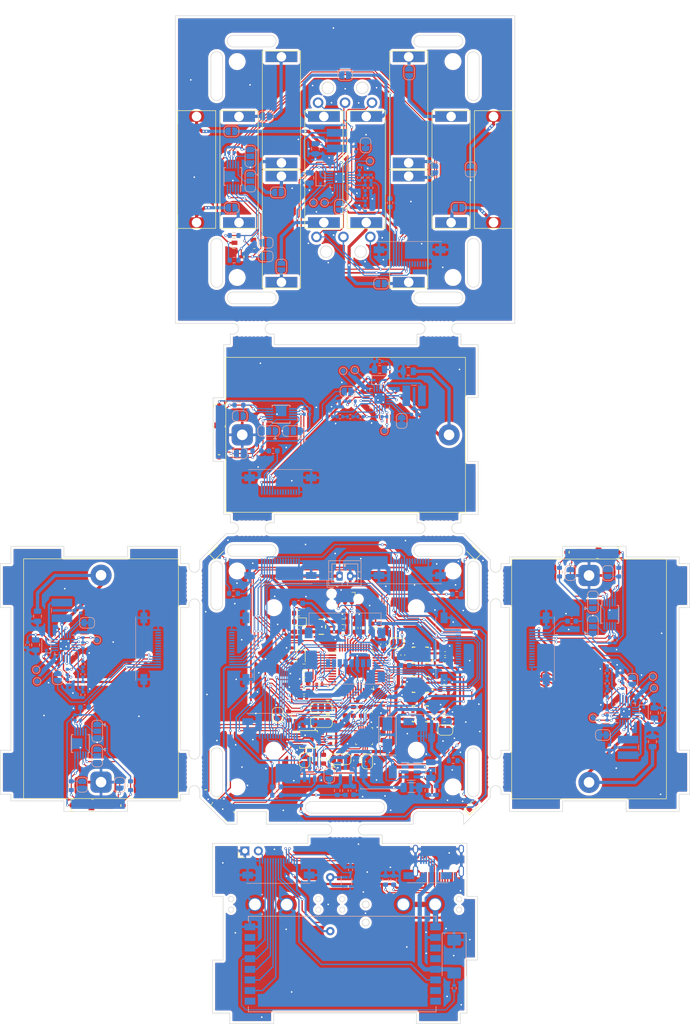
<source format=kicad_pcb>
(kicad_pcb (version 20211014) (generator pcbnew)
  (title_block (title "FZSatellite") (date "2022-11-09") (rev "Rev 3") (company "Fiozera - fiozera.com.br") (comment 1 "https://github.com/fiozera/FZsatellite") (comment 2 "Licensed under CERN-OHL-S v2 or later"))
  (layers (0 "F.Cu" signal) (31 "B.Cu" signal) (34 "B.Paste" user) (35 "F.Paste" user) (36 "B.SilkS" user "B.Silkscreen") (37 "F.SilkS" user "F.Silkscreen") (38 "B.Mask" user) (39 "F.Mask" user) (44 "Edge.Cuts" user))
  (net 0 "")
  (net 7 "Net-(C28-Pad1)")
  (net 17 "/DEPNO")
  (net 18 "Net-(C1-Pad2)")
  (net 19 "/OBDH/MCU_3V3")
  (net 20 "/OBDH/VDDANA")
  (net 21 "/OBDH/AREF")
  (net 22 "Net-(C11-Pad1)")
  (net 23 "Net-(C14-Pad1)")
  (net 25 "Net-(C17-Pad1)")
  (net 26 "/ADC_3V3")
  (net 27 "Net-(C20-Pad2)")
  (net 28 "Net-(C30-Pad1)")
  (net 29 "Net-(C31-Pad2)")
  (net 30 "Net-(C33-Pad1)")
  (net 31 "Net-(D1-Pad2)")
  (net 32 "Net-(C34-Pad1)")
  (net 33 "Net-(C35-Pad2)")
  (net 34 "Net-(C37-Pad1)")
  (net 39 "Net-(C38-Pad1)")
  (net 40 "Net-(C39-Pad2)")
  (net 41 "Net-(C41-Pad1)")
  (net 42 "Net-(C42-Pad1)")
  (net 43 "Net-(C43-Pad2)")
  (net 44 "Net-(C45-Pad1)")
  (net 45 "/OBDH/STAT")
  (net 49 "ADD")
  (net 50 "GND")
  (net 51 "Net-(D4-Pad2)")
  (net 56 "/RBF")
  (net 57 "Net-(D6-Pad2)")
  (net 60 "Net-(D8-Pad2)")
  (net 61 "Net-(D10-Pad2)")
  (net 62 "/TTC/ANT")
  (net 63 "/VUSB")
  (net 66 "/VBAT_OK")
  (net 70 "/BURN_C")
  (net 71 "/ANT_SWITCH")
  (net 72 "Net-(IC1-Pad5)")
  (net 74 "/DIO0")
  (net 75 "/NSS")
  (net 76 "/RFM95_RESET")
  (net 77 "/RFM95_VCC")
  (net 78 "/OBDH/ADC_EN")
  (net 87 "/SCL1")
  (net 88 "/SDA1")
  (net 89 "/DEPNC")
  (net 90 "/DEPCOM")
  (net 91 "/SPI_SCK")
  (net 92 "/SPI_COPI")
  (net 93 "/SPI_CIPO")
  (net 94 "/USB_N")
  (net 95 "/USB_P")
  (net 96 "/OBDH/~{RESET}")
  (net 130 "Net-(JP3-Pad1)")
  (net 131 "Net-(JP9-Pad2)")
  (net 132 "Net-(JP10-Pad2)")
  (net 133 "Net-(JP11-Pad1)")
  (net 134 "Net-(JP12-Pad1)")
  (net 135 "Net-(JP12-Pad2)")
  (net 136 "Net-(JP13-Pad1)")
  (net 137 "Net-(JP13-Pad2)")
  (net 138 "Net-(JP14-Pad1)")
  (net 139 "Net-(JP14-Pad2)")
  (net 140 "Net-(JP15-Pad1)")
  (net 141 "Net-(JP15-Pad2)")
  (net 142 "Net-(JP16-Pad1)")
  (net 143 "Net-(JP16-Pad2)")
  (net 144 "Net-(JP17-Pad1)")
  (net 145 "Net-(JP17-Pad2)")
  (net 146 "Net-(JP18-Pad1)")
  (net 147 "Net-(JP18-Pad2)")
  (net 148 "Net-(JP19-Pad1)")
  (net 149 "Net-(JP19-Pad2)")
  (net 150 "Net-(JP20-Pad1)")
  (net 151 "Net-(JP20-Pad2)")
  (net 152 "Net-(JP21-Pad2)")
  (net 153 "Net-(JP22-Pad1)")
  (net 154 "Net-(JP23-Pad2)")
  (net 155 "Net-(JP24-Pad2)")
  (net 156 "Net-(JP25-Pad2)")
  (net 157 "Net-(JP26-Pad1)")
  (net 158 "Net-(JP27-Pad2)")
  (net 159 "Net-(JP28-Pad2)")
  (net 160 "Net-(JP29-Pad2)")
  (net 161 "Net-(JP30-Pad1)")
  (net 162 "Net-(JP31-Pad2)")
  (net 163 "Net-(JP32-Pad2)")
  (net 164 "Net-(JP33-Pad2)")
  (net 165 "Net-(JP34-Pad1)")
  (net 166 "Net-(L2-Pad2)")
  (net 167 "Net-(L3-Pad2)")
  (net 168 "Net-(L4-Pad2)")
  (net 169 "Net-(L5-Pad2)")
  (net 170 "Net-(Q8-Pad1)")
  (net 171 "/OBDH/A0")
  (net 172 "/OBDH/D11")
  (net 173 "Net-(R8-Pad1)")
  (net 174 "Net-(R9-Pad2)")
  (net 175 "Net-(R28-Pad1)")
  (net 176 "Net-(R29-Pad1)")
  (net 177 "Net-(R35-Pad2)")
  (net 178 "Net-(R35-Pad1)")
  (net 179 "Net-(R37-Pad2)")
  (net 180 "Net-(R38-Pad2)")
  (net 181 "Net-(R39-Pad2)")
  (net 182 "Net-(R41-Pad2)")
  (net 183 "Net-(R45-Pad2)")
  (net 184 "Net-(R45-Pad1)")
  (net 185 "Net-(R47-Pad2)")
  (net 186 "Net-(R48-Pad2)")
  (net 187 "Net-(R49-Pad2)")
  (net 188 "Net-(R51-Pad2)")
  (net 189 "Net-(R55-Pad2)")
  (net 190 "Net-(R55-Pad1)")
  (net 191 "Net-(R57-Pad2)")
  (net 192 "Net-(R58-Pad2)")
  (net 193 "Net-(R59-Pad2)")
  (net 194 "Net-(R61-Pad2)")
  (net 195 "Net-(R65-Pad2)")
  (net 196 "Net-(R65-Pad1)")
  (net 197 "Net-(R67-Pad2)")
  (net 198 "Net-(R68-Pad2)")
  (net 199 "Net-(R69-Pad2)")
  (net 200 "Net-(R71-Pad2)")
  (net 201 "Net-(JP5-Pad2)")
  (net 202 "Net-(JP6-Pad2)")
  (net 203 "Net-(JP35-Pad2)")
  (net 204 "Net-(TP1-Pad1)")
  (net 205 "Net-(TP2-Pad1)")
  (net 206 "Net-(TP3-Pad1)")
  (net 207 "Net-(TP4-Pad1)")
  (net 208 "Net-(TP5-Pad1)")
  (net 209 "Net-(TP6-Pad1)")
  (net 210 "Net-(TP7-Pad1)")
  (net 211 "Net-(TP8-Pad1)")
  (net 212 "Net-(TP9-Pad1)")
  (net 213 "Net-(TP10-Pad1)")
  (net 214 "Net-(TP11-Pad1)")
  (net 215 "Net-(TP12-Pad1)")
  (net 219 "RXD")
  (net 220 "TXD")
  (net 223 "/OBDH/INT_AGM")
  (net 226 "/TTC/RFM95_3V3_OUT")
  (net 233 "Net-(JP39-Pad2)")
  (net 234 "Net-(JP41-Pad2)")
  (net 235 "Net-(JP43-Pad2)")
  (net 236 "Net-(Q4-Pad1)")
  (net 237 "Net-(R73-Pad1)")
  (net 238 "Net-(R75-Pad1)")
  (net 245 "Net-(R77-Pad1)")
  (net 246 "Net-(R79-Pad1)")
  (net 247 "Net-(R81-Pad1)")
  (net 248 "Net-(D11-Pad2)")
  (net 249 "Net-(D12-Pad2)")
  (net 250 "/OBDH/XIN")
  (net 251 "/OBDH/XOUT")
  (net 252 "/OBDH/D5")
  (net 253 "/OBDH/SWDIO")
  (net 254 "/OBDH/SWCLK")
  (net 255 "/OBDH/D9")
  (net 256 "/OBDH/A2")
  (net 257 "/OBDH/A3")
  (net 258 "/OBDH/A4")
  (net 259 "/OBDH/D8")
  (net 260 "/OBDH/D6")
  (net 261 "/OBDH/D7")
  (net 262 "/OBDH/A5")
  (net 263 "Net-(D13-Pad2)")
  (net 264 "Net-(D14-Pad2)")
  (net 265 "Net-(R27-Pad2)")
  (net 267 "Net-(JP37-Pad2)")
  (net 268 "Net-(JP38-Pad2)")
  (net 270 "Net-(Q1-Pad2)")
  (net 271 "Net-(JP36-Pad2)")
  (net 273 "Net-(Q2-Pad2)")
  (net 274 "Net-(JP42-Pad2)")
  (net 276 "Net-(Q3-Pad2)")
  (net 277 "Net-(JP44-Pad2)")
  (net 279 "Net-(Q4-Pad3)")
  (net 280 "Net-(JP40-Pad2)")
  (net 282 "Net-(Q5-Pad2)")
  (net 283 "/OBDH/D4")
  (net 284 "/OBDH/D3")
  (net 285 "Net-(Q7-Pad2)")
  (net 286 "Net-(JP8-Pad2)")
  (net 287 "Net-(C21-Pad2)")
  (net 288 "/OBDH/STORAGE_+3V3")
  (net 289 "/OBDH/SD_+3V3")
  (net 290 "/BACK PLANE/ADC_3V3_")
  (net 291 "/EPS A/ADC_3V3_")
  (net 292 "/EPS B/ADC_3V3_")
  (net 293 "/EPS C/ADC_3V3_")
  (net 294 "/VBAT_D")
  (footprint "SamacSys_Parts:TPS73533DRBR" (layer "F.Cu") (at 218.182439 178.497525 180)
    (fp_text reference "IC2")
    (fp_text value "TPS73533DRBR" hide)
  )
  (footprint "Capacitor_SMD:C_0603_1608Metric" (layer "F.Cu") (at 222.864925 173.950925 180)
    (fp_text reference "C12")
    (fp_text value "2.2uF/10V")
  )
  (footprint "MountingHole:MountingHole_2.2mm_M2" (layer "F.Cu") (at 183.648325 157.112725)
    (fp_text reference "H5")
    (fp_text value "MountingHole")
  )
  (footprint "MountingHole:MountingHole_2.2mm_M2" (layer "F.Cu") (at 190.563296 164.027696)
    (fp_text reference "H1")
    (fp_text value "MountingHole")
  )
  (footprint "Resistor_SMD:R_0603_1608Metric" (layer "F.Cu") (at 198.4248 192.5828 90)
    (fp_text reference "R76")
    (fp_text value "10k")
  )
  (footprint "Capacitor_SMD:C_0603_1608Metric" (layer "F.Cu") (at 196.2658 178.2318 180)
    (fp_text reference "C9")
    (fp_text value "1uF")
  )
  (footprint "Capacitor_SMD:C_0603_1608Metric" (layer "F.Cu") (at 210.5152 167.8432 -90)
    (fp_text reference "C4")
    (fp_text value "1uF")
  )
  (footprint "MountingHole:MountingHole_2.2mm_M2" (layer "F.Cu") (at 183.648325 101.7892 -90)
    (fp_text reference "H13")
    (fp_text value "MountingHole")
  )
  (footprint "MountingHole:MountingHole_2.2mm_M2" (layer "F.Cu") (at 183.648325 61.0892 -90)
    (fp_text reference "H16")
    (fp_text value "MountingHole")
  )
  (footprint "Type-C:HRO-TYPE-C-31-M-12-HandSoldering" (layer "F.Cu") (at 221.598325 206.925725 180)
    (fp_text reference "USB1")
    (fp_text value "HRO-TYPE-C-31-M-12")
  )
  (footprint "Jumper:SolderJumper-2_P1.3mm_Open_RoundedPad1.0x1.5mm" (layer "F.Cu") (at 213.720925 170.725125 180)
    (fp_text reference "JP1")
    (fp_text value "SolderJumper_2_Open")
  )
  (footprint "Crystal:Crystal_SMD_2012-2Pin_2.0x1.2mm" (layer "F.Cu") (at 195.690551 173.087325 -90)
    (fp_text reference "Y1")
    (fp_text value "32.768kHz")
  )
  (footprint "Jumper:SolderJumper-2_P1.3mm_Open_RoundedPad1.0x1.5mm" (layer "F.Cu") (at 222.912725 187.087925 180)
    (fp_text reference "JP2")
    (fp_text value "SolderJumper_2_Open")
  )
  (footprint "MountingHole:MountingHole_2.2mm_M2" (layer "F.Cu") (at 224.348325 101.7892 -90)
    (fp_text reference "H14")
    (fp_text value "MountingHole")
  )
  (footprint "MountingHole:MountingHole_2.2mm_M2" (layer "F.Cu") (at 217.433354 164.027696)
    (fp_text reference "H2")
    (fp_text value "MountingHole")
  )
  (footprint "digikey-footprints:Phototransistor_SMD_4x2mm_TEMT6000X01" (layer "F.Cu") (at 180.8734 201.9808 135)
    (fp_text reference "Q1")
    (fp_text value "TEMT6000X01")
  )
  (footprint "Panelization:mouse-bite-2mm-slot" (layer "F.Cu") (at 186.398325 149.052725 180)
    (fp_text reference "mouse-bite-2mm-slot" hide)
    (fp_text value "VAL**" hide)
  )
  (footprint "Silicon-Standard:SOT23-5" (layer "F.Cu") (at 199.516027 167.636294 -90)
    (fp_text reference "U6")
    (fp_text value "MCP73831")
  )
  (footprint "Panelization:mouse-bite-2mm-slot" (layer "F.Cu") (at 186.398325 111.452725 180)
    (fp_text reference "mouse-bite-2mm-slot" hide)
    (fp_text value "VAL**" hide)
  )
  (footprint "Fiozera:SM141K08LV" (layer "F.Cu") (at 204.1098 131.452525 180)
    (fp_text reference "SC12")
    (fp_text value "Solar_Cell")
  )
  (footprint "LED_SMD:LED_0603_1608Metric" (layer "F.Cu") (at 179.9844 153.4414 45)
    (fp_text reference "D12")
    (fp_text value "LED_Small")
  )
  (footprint "Resistor_SMD:R_0603_1608Metric" (layer "F.Cu") (at 195.223427 165.070894)
    (fp_text reference "R7")
    (fp_text value "2k")
  )
  (footprint "Jumper:SolderJumper-3_P1.3mm_Open_RoundedPad1.0x1.5mm" (layer "F.Cu") (at 199.544685 182.927094 180)
    (fp_text reference "JP6")
    (fp_text value "SolderJumper_3_Open")
  )
  (footprint "Jumper:SolderJumper-2_P1.3mm_Bridged_RoundedPad1.0x1.5mm" (layer "F.Cu") (at 208.1784 193.018306 -90)
    (fp_text reference "JP3")
    (fp_text value "SolderJumper_2_Bridged")
  )
  (footprint "Fiozera:SM141K08LV" (layer "F.Cu") (at 157.975175 177.419 -90)
    (fp_text reference "SC11")
    (fp_text value "Solar_Cell")
  )
  (footprint "Resistor_SMD:R_0603_1608Metric" (layer "F.Cu") (at 199.9488 192.5828 -90)
    (fp_text reference "R10")
    (fp_text value "10k")
  )
  (footprint "Capacitor_SMD:C_0402_1005Metric" (layer "F.Cu") (at 222.864925 172.680925)
    (fp_text reference "C11")
    (fp_text value "0.01uF/10V")
  )
  (footprint "Fiozera:KXOB25-12X1F-TR" (layer "F.Cu") (at 207.998325 81.4392 -90)
    (fp_text reference "SC8")
    (fp_text value "Solar_Cell")
  )
  (footprint "Panelization:mouse-bite-2mm-slot" (layer "F.Cu") (at 175.580325 195.062725 90)
    (fp_text reference "mouse-bite-2mm-slot" hide)
    (fp_text value "VAL**" hide)
  )
  (footprint "Fiozera:D2F-L2-A1" (layer "F.Cu") (at 203.998325 70.3448 180)
    (fp_text reference "SW4")
    (fp_text value "SW_SPDT")
    (fp_circle (center -3.25 4.3) (end -2.15 4.3) (layer "Edge.Cuts") (width 0.12) (fill none))
    (fp_circle (center 3.25 4.3) (end 4.35 4.3) (layer "Edge.Cuts") (width 0.12) (fill none))
  )
  (footprint "Resistor_THT:R_Axial_DIN0207_L6.3mm_D2.5mm_P10.16mm_Horizontal" (layer "F.Cu") (at 201.207244 225.007125 90)
    (fp_text reference "R32")
    (fp_text value "1R")
  )
  (footprint "Panelization:mouse-bite-2mm-slot" (layer "F.Cu") (at 232.402325 159.862725 90)
    (fp_text reference "mouse-bite-2mm-slot" hide)
    (fp_text value "VAL**" hide)
  )
  (footprint "Capacitor_SMD:C_0402_1005Metric" (layer "F.Cu") (at 214.901525 172.967325 90)
    (fp_text reference "C10")
    (fp_text value "0.1uF/16V")
  )
  (footprint "Fiozera:KXOB25-12X1F-TR" (layer "F.Cu") (at 215.998325 70.1892 90)
    (fp_text reference "SC9")
    (fp_text value "Solar_Cell")
  )
  (footprint "kicad:fiozera_logo_small" (layer "F.Cu") (at 242.9256 177.462725 90)
    (fp_text reference "G***" hide)
    (fp_text value "LOGO" hide)
  )
  (footprint "MountingHole:MountingHole_2.2mm_M2" (layer "F.Cu") (at 217.433354 190.897754)
    (fp_text reference "H3")
    (fp_text value "MountingHole")
  )
  (footprint "MountingHole:MountingHole_2.2mm_M2_DIN965_Pad_TopOnly" (layer "F.Cu") (at 192.998325 220.002725)
    (fp_text reference "H10")
    (fp_text value "MountingHole_Pad")
  )
  (footprint "MountingHole:MountingHole_2.2mm_M2" (layer "F.Cu") (at 224.348325 197.812725)
    (fp_text reference "H7")
    (fp_text value "MountingHole")
  )
  (footprint "SamacSys_Parts:THRMC1005X55N" (layer "F.Cu") (at 246.260525 153.593125)
    (fp_text reference "RT5")
    (fp_text value "ERT-J0EM103J" hide)
  )
  (footprint "SamacSys_Parts:TPS73533DRBR" (layer "F.Cu") (at 218.188325 184.039925 180)
    (fp_text reference "IC3")
    (fp_text value "TPS73533DRBR" hide)
  )
  (footprint "Capacitor_SMD:C_0603_1608Metric" (layer "F.Cu") (at 207.4418 167.8556 -90)
    (fp_text reference "C1")
    (fp_text value "1uF")
  )
  (footprint "Capacitor_SMD:C_0402_1005Metric" (layer "F.Cu") (at 193.975947 172.099325 -90)
    (fp_text reference "C2")
    (fp_text value "10pF/50V")
  )
  (footprint "Resistor_SMD:R_0603_1608Metric" (layer "F.Cu") (at 208.602325 183.587494 -90)
    (fp_text reference "R9")
    (fp_text value "10k")
  )
  (footprint "Fiozera:SM141K08LV" (layer "F.Cu") (at 250.008325 177.462725 90)
    (fp_text reference "SC13")
    (fp_text value "Solar_Cell")
  )
  (footprint "Package_QFP:TQFP-48_7x7mm_P0.5mm" (layer "F.Cu") (at 205.751125 175.735325)
    (fp_text reference "U1")
    (fp_text value "ATSAMD21G-A")
  )
  (footprint "Inductor_SMD:L_0603_1608Metric" (layer "F.Cu") (at 196.2658 179.7812)
    (fp_text reference "FB1")
    (fp_text value "FerriteBead_Small")
  )
  (footprint "Fiozera:SPPB530601" (layer "F.Cu") (at 207.888791 221.628925 90)
    (fp_text reference "SW1")
    (fp_text value "SW_DPST")
    (fp_circle (center -1.75 0) (end -1.1 0) (layer "Edge.Cuts") (width 0.12) (fill none))
    (fp_circle (center 1.65 0) (end 2.3 0) (layer "Edge.Cuts") (width 0.12) (fill none))
  )
  (footprint "digikey-footprints:Phototransistor_SMD_4x2mm_TEMT6000X01" (layer "F.Cu") (at 154.4066 201.2768 180)
    (fp_text reference "Q2")
    (fp_text value "TEMT6000X01")
  )
  (footprint "Jumper:SolderJumper-3_P1.3mm_Open_RoundedPad1.0x1.5mm" (layer "F.Cu") (at 199.544685 185.619494 180)
    (fp_text reference "JP5")
    (fp_text value "SolderJumper_3_Open")
  )
  (footprint "SamacSys_Parts:THRMC1005X55N" (layer "F.Cu") (at 180.2402 135.200325 90)
    (fp_text reference "RT4")
    (fp_text value "ERT-J0EM103J" hide)
  )
  (footprint "Panelization:mouse-bite-2mm-slot" (layer "F.Cu") (at 221.598325 111.452725 180)
    (fp_text reference "mouse-bite-2mm-slot" hide)
    (fp_text value "VAL**" hide)
  )
  (footprint "MountingHole:MountingHole_2.2mm_M2" (layer "F.Cu") (at 224.348325 157.112725)
    (fp_text reference "H6")
    (fp_text value "MountingHole")
  )
  (footprint "Fiozera:KXOB25-12X1F-TR" (layer "F.Cu") (at 215.998325 92.6892 90)
    (fp_text reference "SC4")
    (fp_text value "Solar_Cell")
  )
  (footprint "SamacSys_Parts:TPS73533DRBR" (layer "F.Cu") (at 218.182439 172.967325 180)
    (fp_text reference "IC1")
    (fp_text value "TPS73533DRBR" hide)
  )
  (footprint "Capacitor_SMD:C_0402_1005Metric" (layer "F.Cu") (at 193.975947 174.055125 90)
    (fp_text reference "C3")
    (fp_text value "10pF/50V")
  )
  (footprint "Connector_PinHeader_2.54mm:PinHeader_1x02_P2.54mm_Horizontal" (layer "F.Cu") (at 185.106525 209.885125 90)
    (fp_text reference "J9")
    (fp_text value "Conn_01x02")
  )
  (footprint "Capacitor_SMD:C_0402_1005Metric" (layer "F.Cu") (at 196.2658 181.0766 180)
    (fp_text reference "C8")
    (fp_text value "0.1uF/16V")
  )
  (footprint "Panelization:mouse-bite-2mm-slot" (layer "F.Cu") (at 221.598325 149.052725 180)
    (fp_text reference "mouse-bite-2mm-slot" hide)
    (fp_text value "VAL**" hide)
  )
  (footprint "MountingHole:MountingHole_2.2mm_M2" (layer "F.Cu") (at 190.563296 190.897754)
    (fp_text reference "H4")
    (fp_text value "MountingHole")
  )
  (footprint "Jumper:SolderJumper-2_P1.3mm_Open_RoundedPad1.0x1.5mm" (layer "F.Cu") (at 191.2874 184.2516 -90)
    (fp_text reference "JP37")
    (fp_text value "SolderJumper_2_Open")
  )
  (footprint "Capacitor_SMD:C_0603_1608Metric" (layer "F.Cu") (at 222.712525 179.437325 180)
    (fp_text reference "C15")
    (fp_text value "2.2uF/10V")
  )
  (footprint "SamacSys_Parts:THRMC1005X55N" (layer "F.Cu") (at 161.722975 201.332325 180)
    (fp_text reference "RT3")
    (fp_text value "ERT-J0EM103J" hide)
  )
  (footprint "kicad:fiozera_logo_small" (layer "F.Cu") (at 203.998325 231.6748 180)
    (fp_text reference "G***" hide)
    (fp_text value "LOGO" hide)
  )
  (footprint "Resistor_SMD:R_0603_1608Metric" (layer "F.Cu") (at 196.2658 175.1838)
    (fp_text reference "R2")
    (fp_text value "10k")
  )
  (footprint "Resistor_SMD:R_0603_1608Metric" (layer "F.Cu") (at 207.078325 183.590725 90)
    (fp_text reference "R6")
    (fp_text value "4K7")
  )
  (footprint "Resistor_SMD:R_0603_1608Metric" (layer "F.Cu") (at 205.554325 183.590725 90)
    (fp_text reference "R5")
    (fp_text value "4K7")
  )
  (footprint "Panelization:mouse-bite-2mm-slot" (layer "F.Cu") (at 232.402325 195.062725 90)
    (fp_text reference "mouse-bite-2mm-slot" hide)
    (fp_text value "VAL**" hide)
  )
  (footprint "Jumper:SolderJumper-3_P1.3mm_Open_RoundedPad1.0x1.5mm" (layer "F.Cu") (at 203.052425 192.61048)
    (fp_text reference "JP4")
    (fp_text value "SolderJumper_3_Open")
  )
  (footprint "Fiozera:KXOB25-12X1F-TR" (layer "F.Cu") (at 191.998325 70.1892 -90)
    (fp_text reference "SC2")
    (fp_text value "Solar_Cell")
  )
  (footprint "Fiozera:KXOB25-12X1F-TR" (layer "F.Cu") (at 231.998325 81.4392 90)
    (fp_text reference "SC10")
    (fp_text value "Solar_Cell")
  )
  (footprint "Fiozera:KXOB25-12X1F-TR" (layer "F.Cu") (at 175.998325 81.4392 -90)
    (fp_text reference "SC1")
    (fp_text value "Solar_Cell")
  )
  (footprint "MountingHole:MountingHole_2.2mm_M2" (layer "F.Cu") (at 183.648325 197.812725)
    (fp_text reference "H8")
    (fp_text value "MountingHole")
  )
  (footprint "SamacSys_Parts:THRMC1005X55N" (layer "F.Cu") (at 184.927525 97.8916)
    (fp_text reference "RT2")
    (fp_text value "ERT-J0EM103J" hide)
  )
  (footprint "Capacitor_SMD:C_0402_1005Metric" (layer "F.Cu") (at 222.734925 183.709725)
    (fp_text reference "C17")
    (fp_text value "0.01uF/10V")
  )
  (footprint "Fiozera:D2F-L2-A1" (layer "F.Cu") (at 203.6876 92.635875)
    (fp_text reference "SW5")
    (fp_text value "SW_SPDT")
    (fp_circle (center -3.25 4.3) (end -2.15 4.3) (layer "Edge.Cuts") (width 0.12) (fill none))
    (fp_circle (center 3.25 4.3) (end 4.35 4.3) (layer "Edge.Cuts") (width 0.12) (fill none))
  )
  (footprint "digikey-footprints:Phototransistor_SMD_4x2mm_TEMT6000X01" (layer "F.Cu") (at 253.568325 153.64865)
    (fp_text reference "Q5")
    (fp_text value "TEMT6000X01")
  )
  (footprint "MountingHole:MountingHole_2.2mm_M2" (layer "F.Cu") (at 224.348325 61.0892 -90)
    (fp_text reference "H15")
    (fp_text value "MountingHole")
  )
  (footprint "Panelization:mouse-bite-2mm-slot" (layer "F.Cu") (at 203.998325 205.862725 180)
    (fp_text reference "mouse-bite-2mm-slot" hide)
    (fp_text value "VAL**" hide)
  )
  (footprint "MountingHole:MountingHole_2.2mm_M2_DIN965_Pad_TopOnly" (layer "F.Cu") (at 214.998325 219.962725)
    (fp_text reference "H11")
    (fp_text value "MountingHole_Pad")
  )
  (footprint "Capacitor_SMD:C_0603_1608Metric" (layer "F.Cu") (at 204.0382 183.5912 -90)
    (fp_text reference "C7")
    (fp_text value "1uF")
  )
  (footprint "Capacitor_SMD:C_0603_1608Metric" (layer "F.Cu") (at 205.9178 167.8556 90)
    (fp_text reference "C5")
    (fp_text value "1uF")
  )
  (footprint "Fiozera:KXOB25-12X1F-TR" (layer "F.Cu") (at 191.998325 92.6892 -90)
    (fp_text reference "SC7")
    (fp_text value "Solar_Cell")
  )
  (footprint "LED_SMD:LED_0603_1608Metric" (layer "F.Cu") (at 195.223427 166.696494 180)
    (fp_text reference "D1")
    (fp_text value "CHRG")
  )
  (footprint "Package_SO:MSOP-10_3x3mm_P0.5mm" (layer "F.Cu") (at 197.106285 188.870694)
    (fp_text reference "U7")
    (fp_text value "MCP3427-xUN")
  )
  (footprint "Resistor_SMD:R_0603_1608Metric" (layer "F.Cu") (at 193.3448 184.4294 90)
    (fp_text reference "R75")
    (fp_text value "10k")
  )
  (footprint "Capacitor_SMD:C_0603_1608Metric" (layer "F.Cu") (at 206.138525 192.8368 90)
    (fp_text reference "C20")
    (fp_text value "0.1uF")
  )
  (footprint "Resistor_SMD:R_0603_1608Metric" (layer "F.Cu") (at 208.9912 167.8556 -90)
    (fp_text reference "R1")
    (fp_text value "10k")
  )
  (footprint "Capacitor_SMD:C_0603_1608Metric" (layer "F.Cu") (at 211.147393 188.2394 -90)
    (fp_text reference "C19")
    (fp_text value "0.1uF")
  )
  (footprint "LED_SMD:LED_0603_1608Metric" (layer "F.Cu") (at 228.0158 153.4414 135)
    (fp_text reference "D11")
    (fp_text value "LED_Small")
  )
  (footprint "Fiozera:KXOB25-12X1F-TR" (layer "F.Cu") (at 183.998325 81.4392 90)
    (fp_text reference "SC6")
    (fp_text value "Solar_Cell")
  )
  (footprint "Panelization:mouse-bite-2mm-slot" (layer "F.Cu") (at 175.578325 159.862725 90)
    (fp_text reference "mouse-bite-2mm-slot" hide)
    (fp_text value "VAL**" hide)
  )
  (footprint "Package_DFN_QFN:QFN-24-1EP_3x3mm_P0.4mm_EP1.75x1.6mm" (layer "F.Cu") (at 207.5942 188.2394)
    (fp_text reference "U5")
    (fp_text value "MPU-9250")
  )
  (footprint "Fiozera:KXOB25-12X1F-TR" (layer "F.Cu") (at 223.998325 81.4392 -90)
    (fp_text reference "SC5")
    (fp_text value "Solar_Cell")
  )
  (footprint "digikey-footprints:Phototransistor_SMD_4x2mm_TEMT6000X01" (layer "F.Cu") (at 180.295725 127.892525 90)
    (fp_text reference "Q3")
    (fp_text value "TEMT6000X01")
  )
  (footprint "MountingHole:MountingHole_2.2mm_M2_DIN965_Pad_TopOnly" (layer "F.Cu") (at 186.998325 219.962725)
    (fp_text reference "H9")
    (fp_text value "MountingHole_Pad")
  )
  (footprint "Resistor_SMD:R_0402_1005Metric" (layer "F.Cu") (at 201.813902 188.565894 180)
    (fp_text reference "R13")
    (fp_text value "5k")
  )
  (footprint "Jumper:SolderJumper-2_P1.3mm_Open_RoundedPad1.0x1.5mm" (layer "F.Cu") (at 196.3674 192.7606 90)
    (fp_text reference "JP38")
    (fp_text value "SolderJumper_2_Open")
  )
  (footprint "Capacitor_SMD:C_0603_1608Metric" (layer "F.Cu") (at 203.630827 168.601494 180)
    (fp_text reference "C21")
    (fp_text value "4.7uF")
  )
  (footprint "LED_SMD:LED_0603_1608Metric" (layer "F.Cu") (at 228.013847 201.4982 45)
    (fp_text reference "D13")
    (fp_text value "LED_Small")
  )
  (footprint "Capacitor_SMD:C_0603_1608Metric" (layer "F.Cu") (at 211.2518 170.942 90)
    (fp_text reference "C6")
    (fp_text value "1uF")
  )
  (footprint "Fiozera:KXOB25-12X1F-TR" (layer "F.Cu") (at 199.998325 81.4392 90)
    (fp_text reference "SC3")
    (fp_text value "Solar_Cell")
  )
  (footprint "Connector:Tag-Connect_TC2030-IDC-NL_2x03_P1.27mm_Vertical" (layer "F.Cu") (at 203.998325 162.407125 180)
    (fp_text reference "J7")
    (fp_text value "Conn_01x06")
  )
  (footprint "Capacitor_SMD:C_0402_1005Metric" (layer "F.Cu") (at 222.712525 178.091125)
    (fp_text reference "C14")
    (fp_text value "0.01uF/10V")
  )
  (footprint "Capacitor_SMD:C_0402_1005Metric" (layer "F.Cu") (at 214.901525 178.497525 90)
    (fp_text reference "C13")
    (fp_text value "0.1uF/16V")
  )
  (footprint "Resistor_SMD:R_0603_1608Metric" (layer "F.Cu") (at 203.630827 166.696494)
    (fp_text reference "R8")
    (fp_text value "2k")
  )
  (footprint "Resistor_SMD:R_0603_1608Metric" (layer "F.Cu") (at 196.2658 176.7078 180)
    (fp_text reference "R3")
    (fp_text value "10k")
  )
  (footprint "digikey-footprints:Phototransistor_SMD_4x2mm_TEMT6000X01" (layer "F.Cu") (at 184.927525 95.2506 180)
    (fp_text reference "Q7")
    (fp_text value "TEMT6000X01")
  )
  (footprint "Capacitor_SMD:C_0402_1005Metric" (layer "F.Cu") (at 214.914725 184.542725 90)
    (fp_text reference "C16")
    (fp_text value "0.1uF/16V")
  )
  (footprint "SamacSys_Parts:THRMC1005X55N" (layer "F.Cu") (at 177.7238 198.374 -90)
    (fp_text reference "RT1")
    (fp_text value "ERT-J0EM103J" hide)
  )
  (footprint "MountingHole:MountingHole_2.2mm_M2_DIN965_Pad_TopOnly" (layer "F.Cu") (at 220.998325 219.962725)
    (fp_text reference "H12")
    (fp_text value "MountingHole_Pad")
  )
  (footprint "Capacitor_SMD:C_0603_1608Metric" (layer "F.Cu") (at 222.734925 185.030525 180)
    (fp_text reference "C18")
    (fp_text value "2.2uF/10V")
  )
  (footprint "Resistor_SMD:R_0402_1005Metric" (layer "F.Cu") (at 201.813902 189.658094 180)
    (fp_text reference "R14")
    (fp_text value "5k")
  )
  (footprint "Resistor_SMD:R_0402_1005Metric" (layer "F.Cu") (at 199.151525 178.482094)
    (fp_text reference "R4")
    (fp_text value "10k")
  )
  (footprint "Capacitor_SMD:C_0603_1608Metric" (layer "F.Cu") (at 195.248827 168.601494)
    (fp_text reference "C22")
    (fp_text value "4.7uF")
  )
  (footprint "Jumper:SolderJumper-3_P1.3mm_Open_RoundedPad1.0x1.5mm" (layer "B.Cu") (at 157.260103 187.306925 -90)
    (fp_text reference "JP23")
    (fp_text value "SolderJumper_3_Open")
  )
  (footprint "SamacSys_Parts:5051101592" (layer "B.Cu") (at 216.1794 97.1296)
    (fp_text reference "J10")
    (fp_text value "5051101592" hide)
  )
  (footprint "Capacitor_SMD:C_0402_1005Metric" (layer "B.Cu") (at 195.852025 83.0026 -90)
    (fp_text reference "C32")
    (fp_text value "0.01uF/10V")
  )
  (footprint "Capacitor_SMD:C_0805_2012Metric" (layer "B.Cu") (at 197.350625 83.0128 90)
    (fp_text reference "C31")
    (fp_text value "4.7uF")
  )
  (footprint "Jumper:SolderJumper-3_P1.3mm_Open_RoundedPad1.0x1.5mm" (layer "B.Cu") (at 157.260103 191.980525 -90)
    (fp_text reference "JP24")
    (fp_text value "SolderJumper_3_Open")
  )
  (footprint "Resistor_SMD:R_0603_1608Metric" (layer "B.Cu") (at 183.073325 93.8784 180)
    (fp_text reference "R78")
    (fp_text value "10k")
  )
  (footprint "Resistor_SMD:R_0402_1005Metric" (layer "B.Cu") (at 154.560126 169.177925 90)
    (fp_text reference "R52")
    (fp_text value "NOPOP")
  )
  (footprint "Resistor_SMD:R_0402_1005Metric" (layer "B.Cu") (at 151.61765 178.093325 90)
    (fp_text reference "R46")
    (fp_text value "5.49M")
  )
  (footprint "Capacitor_SMD:C_1206_3216Metric" (layer "B.Cu") (at 216.5096 197.9422 180)
    (fp_text reference "C27")
    (fp_text value "22uF")
  )
  (footprint "Package_DFN_QFN:QFN-20-1EP_3.5x3.5mm_P0.5mm_EP2x2mm" (layer "B.Cu") (at 256.87385 183.867925 90)
    (fp_text reference "U18")
    (fp_text value "BQ25570")
  )
  (footprint "Jumper:SolderJumper-2_P1.3mm_Open_RoundedPad1.0x1.5mm" (layer "B.Cu") (at 203.012325 88.4578 -90)
    (fp_text reference "JP22")
    (fp_text value "SolderJumper_2_Open")
  )
  (footprint "Inductor_SMD:L_0603_1608Metric" (layer "B.Cu") (at 212.471 87.7062 90)
    (fp_text reference "FB3")
    (fp_text value "FerriteBead_Small")
  )
  (footprint "Resistor_SMD:R_0402_1005Metric" (layer "B.Cu") (at 210.4642 128.037476)
    (fp_text reference "R61")
    (fp_text value "NOPOP")
  )
  (footprint "Capacitor_SMD:C_1206_3216Metric" (layer "B.Cu") (at 220.1672 194.6402 -90)
    (fp_text reference "C46")
    (fp_text value "22uF")
  )
  (footprint "Resistor_SMD:R_0402_1005Metric" (layer "B.Cu") (at 207.787525 86.8406 -90)
    (fp_text reference "R39")
    (fp_text value "1.24M")
  )
  (footprint "Jumper:SolderJumper-2_P1.3mm_Bridged_RoundedPad1.0x1.5mm" (layer "B.Cu") (at 252.628397 188.035525)
    (fp_text reference "JP33")
    (fp_text value "SolderJumper_2_Bridged")
  )
  (footprint "TestPoint:TestPoint_Pad_D1.0mm" (layer "B.Cu") (at 203.659 119.409053)
    (fp_text reference "TP8")
    (fp_text value "TestPoint")
  )
  (footprint "TestPoint:TestPoint_Pad_D1.0mm" (layer "B.Cu") (at 205.8434 119.231253)
    (fp_text reference "TP9")
    (fp_text value "TestPoint")
  )
  (footprint "Resistor_SMD:R_0402_1005Metric" (layer "B.Cu") (at 182.080225 77.724 -90)
    (fp_text reference "R34")
    (fp_text value "5k")
  )
  (footprint "Resistor_SMD:R_0402_1005Metric" (layer "B.Cu") (at 205.4096 125.095)
    (fp_text reference "R55")
    (fp_text value "7.32M")
  )
  (footprint "Resistor_SMD:R_0402_1005Metric" (layer "B.Cu") (at 205.0302 213.451682 -90)
    (fp_text reference "R31")
    (fp_text value "10k")
  )
  (footprint "SamacSys_Parts:5051101592" (layer "B.Cu") (at 191.418925 186.083854)
    (fp_text reference "J5")
    (fp_text value "5051101592" hide)
  )
  (footprint "Package_SO:MSOP-10_3x3mm_P0.5mm" (layer "B.Cu") (at 154.085103 189.643725 90)
    (fp_text reference "U13")
    (fp_text value "MCP3427-xUN")
  )
  (footprint "Capacitor_SMD:C_0402_1005Metric" (layer "B.Cu") (at 253.847597 190.372325 -90)
    (fp_text reference "C45")
    (fp_text value "0.01uF/10V")
  )
  (footprint "Resistor_SMD:R_0402_1005Metric" (layer "B.Cu") (at 204.9778 128.037476 180)
    (fp_text reference "R58")
    (fp_text value "5.49M")
  )
  (footprint "Resistor_SMD:R_0402_1005Metric" (layer "B.Cu") (at 154.560126 180.455525 -90)
    (fp_text reference "R50")
    (fp_text value "5.1M")
  )
  (footprint "Jumper:SolderJumper-2_P1.3mm_Open_RoundedPad1.0x1.5mm" (layer "B.Cu") (at 225.415125 88.646)
    (fp_text reference "JP20")
    (fp_text value "SolderJumper_2_Open")
  )
  (footprint "Resistor_SMD:R_0603_1608Metric" (layer "B.Cu") (at 221.1832 198.501 -90)
    (fp_text reference "R27")
    (fp_text value "110k")
  )
  (footprint "Jumper:SolderJumper-3_P1.3mm_Open_RoundedPad1.0x1.5mm" (layer "B.Cu") (at 250.723397 162.944925 90)
    (fp_text reference "JP32")
    (fp_text value "SolderJumper_3_Open")
  )
  (footprint "Resistor_SMD:R_0603_1608Metric" (layer "B.Cu") (at 191.0994 197.8152)
    (fp_text reference "R18")
    (fp_text value "10k")
  )
  (footprint "SamacSys_Parts:5051101592" (layer "B.Cu") (at 191.418925 213.868925 180)
    (fp_text reference "J8")
    (fp_text value "5051101592" hide)
  )
  (footprint "Jumper:SolderJumper-2_P1.3mm_Bridged_RoundedPad1.0x1.5mm" (layer "B.Cu") (at 155.355103 166.889925 180)
    (fp_text reference "JP25")
    (fp_text value "SolderJumper_2_Bridged")
  )
  (footprint "Jumper:SolderJumper-2_P1.3mm_Open_RoundedPad1.0x1.5mm" (layer "B.Cu") (at 216.067925 63.119 90)
    (fp_text reference "JP19")
    (fp_text value "SolderJumper_2_Open")
  )
  (footprint "Jumper:SolderJumper-2_P1.3mm_Open_RoundedPad1.0x1.5mm" (layer "B.Cu") (at 246.49345 157.508175 90)
    (fp_text reference "JP43")
    (fp_text value "SolderJumper_2_Open")
  )
  (footprint "Resistor_SMD:R_0402_1005Metric" (layer "B.Cu") (at 254.914397 170.183925 90)
    (fp_text reference "R64")
    (fp_text value "5k")
  )
  (footprint "Jumper:SolderJumper-2_P1.3mm_Open_RoundedPad1.0x1.5mm" (layer "B.Cu") (at 220.843125 81.4324 90)
    (fp_text reference "JP18")
    (fp_text value "SolderJumper_2_Open")
  )
  (footprint "digikey-footprints:SOT-23-3" (layer "B.Cu") (at 204.0636 195.009 90)
    (fp_text reference "Q6")
    (fp_text value "AO3401A")
  )
  (footprint "Resistor_SMD:R_0603_1608Metric" (layer "B.Cu") (at 211.6328 215.4174 90)
    (fp_text reference "R28")
    (fp_text value "5k1")
  )
  (footprint "SamacSys_Parts:LPS4018223MRC" (layer "B.Cu") (at 202.506825 76.0006 90)
    (fp_text reference "L2")
    (fp_text value "22uH" hide)
  )
  (footprint "Resistor_SMD:R_0402_1005Metric" (layer "B.Cu") (at 206.9102 128.037476 180)
    (fp_text reference "R57")
    (fp_text value "1.24M")
  )
  (footprint "Jumper:SolderJumper-2_P1.3mm_Open_RoundedPad1.0x1.5mm" (layer "B.Cu") (at 191.328325 85.7504)
    (fp_text reference "JP14")
    (fp_text value "SolderJumper_2_Open")
  )
  (footprint "SamacSys_Parts:5051101592" (layer "B.Cu") (at 216.190325 157.399325 180)
    (fp_text reference "J4")
    (fp_text value "5051101592" hide)
  )
  (footprint "Connector_JST:JST_PH_B2B-PH-K_1x02_P2.00mm_Vertical" (layer "B.Cu") (at 202.962 158.0808)
    (fp_text reference "BT1")
    (fp_text value "Battery_Cell")
  )
  (footprint "Resistor_SMD:R_0402_1005Metric" (layer "B.Cu") (at 208.862925 82.9662 -90)
    (fp_text reference "R41")
    (fp_text value "8.2M")
  )
  (footprint "Resistor_SMD:R_0603_1608Metric" (layer "B.Cu") (at 204.0636 198.5142 90)
    (fp_text reference "R25")
    (fp_text value "47k")
  )
  (footprint "Resistor_SMD:R_0402_1005Metric" (layer "B.Cu") (at 206.705552 82.9874 -90)
    (fp_text reference "R35")
    (fp_text value "7.32M")
  )
  (footprint "SamacSys_Parts:5051100692" (layer "B.Cu") (at 219.562125 213.618925 180)
    (fp_text reference "U9")
    (fp_text value "505110-0697" hide)
  )
  (footprint "SamacSys_Parts:5051101592" (layer "B.Cu") (at 191.806325 140.109125)
    (fp_text reference "J12")
    (fp_text value "5051101592" hide)
  )
  (footprint "Diode_SMD:D_SOD-323" (layer "B.Cu") (at 147.65525 171.057525 90)
    (fp_text reference "D6")
    (fp_text value "D_Schottky")
  )
  (footprint "SamacSys_Parts:5051101592" (layer "B.Cu") (at 223.2406 171.745525 90)
    (fp_text reference "J3")
    (fp_text value "5051101592" hide)
  )
  (footprint "TestPoint:TestPoint_Pad_D1.0mm" (layer "B.Cu") (at 262.051797 177.011925 -90)
    (fp_text reference "TP11")
    (fp_text value "TestPoint")
  )
  (footprint "digikey-footprints:SOT-23-3" (layer "B.Cu") (at 197.3072 195.1972 90)
    (fp_text reference "Q4")
    (fp_text value "BSS138")
  )
  (footprint "Capacitor_SMD:C_0402_1005Metric" (layer "B.Cu") (at 263.854604 183.867925 90)
    (fp_text reference "C44")
    (fp_text value "0.01uF/10V")
  )
  (footprint "Resistor_SMD:R_0402_1005Metric" (layer "B.Cu") (at 154.560126 176.594725 -90)
    (fp_text reference "R48")
    (fp_text value "5.49M")
  )
  (footprint "Jumper:SolderJumper-2_P1.3mm_Open_RoundedPad1.0x1.5mm" (layer "B.Cu") (at 191.988725 99.7458 -90)
    (fp_text reference "JP15")
    (fp_text value "SolderJumper_2_Open")
  )
  (footprint "Jumper:SolderJumper-2_P1.3mm_Open_RoundedPad1.0x1.5mm" (layer "B.Cu") (at 227.6856 81.4324 90)
    (fp_text reference "JP8")
    (fp_text value "SolderJumper_2_Open")
  )
  (footprint "Resistor_SMD:R_0402_1005Metric" (layer "B.Cu") (at 201.117 128.037476 180)
    (fp_text reference "R60")
    (fp_text value "5.1M")
  )
  (footprint "Jumper:SolderJumper-3_P1.3mm_Open_RoundedPad1.0x1.5mm" (layer "B.Cu") (at 186.144225 83.6168 -90)
    (fp_text reference "JP10")
    (fp_text value "SolderJumper_3_Open")
  )
  (footprint "Jumper:SolderJumper-3_P1.3mm_Open_RoundedPad1.0x1.5mm" (layer "B.Cu") (at 186.144225 78.9432 -90)
    (fp_text reference "JP9")
    (fp_text value "SolderJumper_3_Open")
  )
  (footprint "Resistor_SMD:R_0402_1005Metric" (layer "B.Cu") (at 151.61765 176.162925 90)
    (fp_text reference "R45")
    (fp_text value "7.32M")
  )
  (footprint "Resistor_SMD:R_0402_1005Metric" (layer "B.Cu") (at 154.560126 178.525125 -90)
    (fp_text reference "R49")
    (fp_text value "1.24M")
  )
  (footprint "Resistor_SMD:R_0603_1608Metric" (layer "B.Cu") (at 183.073325 98.5266 180)
    (fp_text reference "R77")
    (fp_text value "10k")
  )
  (footprint "Resistor_SMD:R_0402_1005Metric" (layer "B.Cu") (at 203.4792 125.095)
    (fp_text reference "R56")
    (fp_text value "5.49M")
  )
  (footprint "Jumper:SolderJumper-2_P1.3mm_Open_RoundedPad1.0x1.5mm" (layer "B.Cu") (at 184.15525 127.9062)
    (fp_text reference "JP42")
    (fp_text value "SolderJumper_2_Open")
  )
  (footprint "Capacitor_Tantalum_SMD:CP_EIA-7343-15_Kemet-W" (layer "B.Cu") (at 224.567807 229.782325 -90)
    (fp_text reference "C29")
    (fp_text value "150uF/6.3V")
  )
  (footprint "Diode_SMD:D_SOD-323" (layer "B.Cu") (at 199.357225 83.0128 90)
    (fp_text reference "D4")
    (fp_text value "D_Schottky")
  )
  (footprint "Jumper:SolderJumper-2_P1.3mm_Open_RoundedPad1.0x1.5mm" (layer "B.Cu") (at 184.15525 134.9674 180)
    (fp_text reference "JP41")
    (fp_text value "SolderJumper_2_Open")
  )
  (footprint "Resistor_SMD:R_0402_1005Metric" (layer "B.Cu") (at 253.423374 183.817125 -90)
    (fp_text reference "R71")
    (fp_text value "NOPOP")
  )
  (footprint "Resistor_SMD:R_0603_1608Metric" (layer "B.Cu") (at 219.6338 198.501 90)
    (fp_text reference "R83")
    (fp_text value "15k")
  )
  (footprint "Jumper:SolderJumper-2_P1.3mm_Bridged_RoundedPad1.0x1.5mm" (layer "B.Cu") (at 214.6826 128.832453 90)
    (fp_text reference "JP29")
    (fp_text value "SolderJumper_2_Bridged")
  )
  (footprint "Resistor_SMD:R_0402_1005Metric" (layer "B.Cu") (at 224.567807 235.7628 90)
    (fp_text reference "R30")
    (fp_text value "10k")
  )
  (footprint "Jumper:SolderJumper-2_P1.3mm_Open_RoundedPad1.0x1.5mm" (layer "B.Cu") (at 189.067725 71.4248 180)
    (fp_text reference "JP13")
    (fp_text value "SolderJumper_2_Open")
  )
  (footprint "Package_SO:MSOP-10_3x3mm_P0.5mm" (layer "B.Cu") (at 191.9288 127.562453)
    (fp_text reference "U15")
    (fp_text value "MCP3427-xUN")
  )
  (footprint "Jumper:SolderJumper-2_P1.3mm_Bridged_RoundedPad1.0x1.5mm" (layer "B.Cu") (at 207.863725 76.8604 -90)
    (fp_text reference "JP21")
    (fp_text value "SolderJumper_2_Bridged")
  )
  (footprint "SamacSys_Parts:5051101592" (layer "B.Cu") (at 166.631775 171.745525 90)
    (fp_text reference "J11")
    (fp_text value "5051101592" hide)
  )
  (footprint "Resistor_SMD:R_0402_1005Metric" (layer "B.Cu") (at 212.3946 128.037476)
    (fp_text reference "R62")
    (fp_text value "NOPOP")
  )
  (footprint "Jumper:SolderJumper-2_P1.3mm_Open_RoundedPad1.0x1.5mm" (layer "B.Cu") (at 258.16925 177.822725 90)
    (fp_text reference "JP34")
    (fp_text value "SolderJumper_2_Open")
  )
  (footprint "Capacitor_SMD:C_0805_2012Metric" (layer "B.Cu") (at 210.515 119.126)
    (fp_text reference "C39")
    (fp_text value "4.7uF")
  )
  (footprint "Jumper:SolderJumper-2_P1.3mm_Open_RoundedPad1.0x1.5mm" (layer "B.Cu") (at 161.49005 197.417275 -90)
    (fp_text reference "JP35")
    (fp_text value "SolderJumper_2_Open")
  )
  (footprint "Resistor_SMD:R_0402_1005Metric" (layer "B.Cu") (at 256.36585 178.762525 -90)
    (fp_text reference "R65")
    (fp_text value "7.32M")
  )
  (footprint "SamacSys_Parts:5051101592" (layer "B.Cu") (at 184.751725 171.745525 -90)
    (fp_text reference "J1")
    (fp_text value "5051101592" hide)
  )
  (footprint "Resistor_SMD:R_0402_1005Metric" (layer "B.Cu") (at 153.069103 184.741525 -90)
    (fp_text reference "R44")
    (fp_text value "5k")
  )
  (footprint "Inductor_SMD:L_0603_1608Metric" (layer "B.Cu") (at 154.8638 182.8292 180)
    (fp_text reference "FB2")
    (fp_text value "FerriteBead_Small")
  )
  (footprint "Resistor_SMD:R_0603_1608Metric" (layer "B.Cu") (at 191.0994 199.3814)
    (fp_text reference "R17")
    (fp_text value "499k")
  )
  (footprint "Resistor_SMD:R_0402_1005Metric" (layer "B.Cu") (at 196.831 126.546453 180)
    (fp_text reference "R54")
    (fp_text value "5k")
  )
  (footprint "Diode_SMD:D_SOD-323" (layer "B.Cu") (at 260.32825 183.867925 -90)
    (fp_text reference "D10")
    (fp_text value "D_Schottky")
  )
  (footprint "Resistor_SMD:R_0603_1608Metric" (layer "B.Cu") (at 182.9562 161.3662 180)
    (fp_text reference "R22")
    (fp_text value "1k")
  )
  (footprint "Capacitor_SMD:C_0402_1005Metric" (layer "B.Cu") (at 210.515 117.606246 180)
    (fp_text reference "C40")
    (fp_text value "0.01uF/10V")
  )
  (footprint "Capacitor_SMD:C_0805_2012Metric" (layer "B.Cu") (at 145.64865 171.057525 90)
    (fp_text reference "C35")
    (fp_text value "4.7uF")
  )
  (footprint "Resistor_SMD:R_0603_1608Metric" (layer "B.Cu") (at 255.61205 157.338175 -90)
    (fp_text reference "R82")
    (fp_text value "10k")
  )
  (footprint "Jumper:SolderJumper-2_P1.3mm_Open_RoundedPad1.0x1.5mm" (layer "B.Cu") (at 204.4698 123.2916 180)
    (fp_text reference "JP30")
    (fp_text value "SolderJumper_2_Open")
  )
  (footprint "Jumper:SolderJumper-2_P1.3mm_Open_RoundedPad1.0x1.5mm" (layer "B.Cu") (at 182.616125 88.646)
    (fp_text reference "JP12")
    (fp_text value "SolderJumper_2_Open")
  )
  (footprint "SamacSys_Parts:LPS4018223MRC" (layer "B.Cu") (at 217.0194 124.079)
    (fp_text reference "L4")
    (fp_text value "22uH" hide)
  )
  (footprint "Jumper:SolderJumper-2_P1.3mm_Open_RoundedPad1.0x1.5mm" (layer "B.Cu") (at 189.016925 97.8154 180)
    (fp_text reference "JP39")
    (fp_text value "SolderJumper_2_Open")
  )
  (footprint "Capacitor_SMD:C_0402_1005Metric" (layer "B.Cu") (at 144.128896 171.057525 -90)
    (fp_text reference "C36")
    (fp_text value "0.01uF/10V")
  )
  (footprint "Package_SO:MSOP-10_3x3mm_P0.5mm" (layer "B.Cu") (at 253.898397 165.281725 -90)
    (fp_text reference "U17")
    (fp_text value "MCP3427-xUN")
  )
  (footprint "TestPoint:TestPoint_Pad_D1.0mm" (layer "B.Cu") (at 198.036425 87.6864 90)
    (fp_text reference "TP2")
    (fp_text value "TestPoint")
  )
  (footprint "TestPoint:TestPoint_Pad_D1.0mm" (layer "B.Cu") (at 211.4314 130.704525)
    (fp_text reference "TP7")
    (fp_text value "TestPoint")
  )
  (footprint "Capacitor_SMD:C_0402_1005Metric" (layer "B.Cu") (at 206.034925 77.597 90)
    (fp_text reference "C33")
    (fp_text value "0.01uF/10V")
  )
  (footprint "Resistor_SMD:R_0402_1005Metric" (layer "B.Cu") (at 253.898397 170.183925 90)
    (fp_text reference "R63")
    (fp_text value "5k")
  )
  (footprint "Resistor_SMD:R_0402_1005Metric" (layer "B.Cu") (at 253.423374 174.469925 90)
    (fp_text reference "R70")
    (fp_text value "5.1M")
  )
  (footprint "Resistor_SMD:R_0402_1005Metric" (layer "B.Cu") (at 207.787525 82.9798 -90)
    (fp_text reference "R37")
    (fp_text value "1.24M")
  )
  (footprint "Jumper:SolderJumper-2_P1.3mm_Open_RoundedPad1.0x1.5mm" (layer "B.Cu") (at 210.810125 102.9462 180)
    (fp_text reference "JP17")
    (fp_text value "SolderJumper_2_Open")
  )
  (footprint "Resistor_SMD:R_0402_1005Metric" (layer "B.Cu") (at 207.787525 84.9102 -90)
    (fp_text reference "R38")
    (fp_text value "5.49M")
  )
  (footprint "Resistor_SMD:R_0603_1608Metric" (layer "B.Cu") (at 183.98525 125.8488)
    (fp_text reference "R80")
    (fp_text value "10k")
  )
  (footprint "Resistor_SMD:R_0402_1005Metric" (layer "B.Cu") (at 253.423374 180.263125 90)
    (fp_text reference "R67")
    (fp_text value "1.24M")
  )
  (footprint "Resistor_SMD:R_0402_1005Metric" (layer "B.Cu") (at 207.787525 88.771 -90)
    (fp_text reference "R40")
    (fp_text value "5.1M")
  )
  (footprint "Capacitor_SMD:C_0402_1005Metric" (layer "B.Cu") (at 154.135903 164.553125 90)
    (fp_text reference "C37")
    (fp_text value "0.01uF/10V")
  )
  (footprint "Resistor_SMD:R_0402_1005Metric" (layer "B.Cu") (at 208.862925 84.8966 -90)
    (fp_text reference "R42")
    (fp_text value "4.87M")
  )
  (footprint "TestPoint:TestPoint_Pad_D1.0mm" (layer "B.Cu") (at 200.144625 87.6864 90)
    (fp_text reference "TP3")
    (fp_text value "TestPoint")
  )
  (footprint "Resistor_SMD:R_0603_1608Metric" (layer "B.Cu") (at 224.3836 192.8622)
    (fp_text reference "R26")
    (fp_text value "1k")
  )
  (footprint "Diode_SMD:D_SOD-323" (layer "B.Cu") (at 210.515 121.1326)
    (fp_text reference "D8")
    (fp_text value "D_Schottky")
  )
  (footprint "Jumper:SolderJumper-2_P1.3mm_Open_RoundedPad1.0x1.5mm" (layer "B.Cu") (at 201.0156 195.6816 90)
    (fp_text reference "JP7")
    (fp_text value "SolderJumper_2_Open")
  )
  (footprint "Jumper:SolderJumper-2_P1.3mm_Open_RoundedPad1.0x1.5mm" (layer "B.Cu") (at 189.016925 95.25 180)
    (fp_text reference "JP40")
    (fp_text value "SolderJumper_2_Open")
  )
  (footprint "Package_DFN_QFN:QFN-20-1EP_3.5x3.5mm_P0.5mm_EP2x2mm" (layer "B.Cu") (at 210.515 124.587 180)
    (fp_text reference "U16")
    (fp_text value "BQ25570")
  )
  (footprint "Jumper:SolderJumper-2_P1.3mm_Open_RoundedPad1.0x1.5mm" (layer "B.Cu") (at 204.028325 63.65084)
    (fp_text reference "JP16")
    (fp_text value "SolderJumper_2_Open")
  )
  (footprint "Inductor_SMD:L_0603_1608Metric" (layer "B.Cu") (at 215.3158 174.9044 180)
    (fp_text reference "FB6")
    (fp_text value "FerriteBead_Small")
  )
  (footprint "Package_TO_SOT_SMD:SOT-23-6" (layer "B.Cu") (at 216.4588 194.9958 180)
    (fp_text reference "U2")
    (fp_text value "MT3608")
  )
  (footprint "Capacitor_SMD:C_0402_1005Metric" (layer "B.Cu") (at 217.0194 127.613253)
    (fp_text reference "C41")
    (fp_text value "0.01uF/10V")
  )
  (footprint "SamacSys_Parts:GTFH08131YHR" (layer "B.Cu") (at 203.998325 171.741589 180)
    (fp_text reference "J6")
    (fp_text value "GTFH08131YHR" hide)
  )
  (footprint "Diode_SMD:D_SMA" (layer "B.Cu") (at 211.9884 187.992 -90)
    (fp_text reference "D14")
    (fp_text value "SS34")
  )
  (footprint "Resistor_SMD:R_0402_1005Metric" (layer "B.Cu") (at 203.0474 128.037476 180)
    (fp_text reference "R59")
    (fp_text value "1.24M")
  )
  (footprint "Resistor_SMD:R_0603_1608Metric" (layer "B.Cu") (at 225.0694 161.4932)
    (fp_text reference "R20")
    (fp_text value "1k")
  )
  (footprint "TestPoint:TestPoint_Pad_D1.0mm" (layer "B.Cu") (at 208.701925 79.8576 90)
    (fp_text reference "TP1")
    (fp_text value "TestPoint")
  )
  (footprint "Resistor_SMD:R_0603_1608Metric" (layer "B.Cu") (at 163.54745 197.587275 90)
    (fp_text reference "R73")
    (fp_text value "10k")
  )
  (footprint "TestPoint:TestPoint_Pad_D1.0mm" (layer "B.Cu") (at 145.753903 175.729125 90)
    (fp_text reference "TP6")
    (fp_text value "TestPoint")
  )
  (footprint "Fiozera:RFM95PW" (layer "B.Cu") (at 203.462007 231.704725)
    (fp_text reference "U10" hide)
    (fp_text value "RFM98PW" hide)
  )
  (footprint "TestPoint:TestPoint_Pad_D1.0mm" (layer "B.Cu") (at 250.756325 184.784325 -90)
    (fp_text reference "TP10")
    (fp_text value "TestPoint")
  )
  (footprint "TestPoint:TestPoint_Pad_D1.0mm" (layer "B.Cu") (at 145.931703 177.913525 90)
    (fp_text reference "TP5")
    (fp_text value "TestPoint")
  )
  (footprint "Package_DFN_QFN:QFN-20-1EP_3.5x3.5mm_P0.5mm_EP2x2mm" (layer "B.Cu") (at 151.10965 171.057525 -90)
    (fp_text reference "U14")
    (fp_text value "BQ25570")
  )
  (footprint "SamacSys_Parts:5051101592" (layer "B.Cu") (at 191.806325 157.399325 180)
    (fp_text reference "J2")
    (fp_text value "5051101592" hide)
  )
  (footprint "Package_DFN_QFN:QFN-20-1EP_3.5x3.5mm_P0.5mm_EP2x2mm" (layer "B.Cu") (at 203.014825 82.9874 -90)
    (fp_text reference "U12")
    (fp_text value "BQ25570")
  )
  (footprint "Resistor_SMD:R_0402_1005Metric" (layer "B.Cu") (at 154.085103 184.741525 -90)
    (fp_text reference "R43")
    (fp_text value "5k")
  )
  (footprint "Capacitor_SMD:C_0805_2012Metric" (layer "B.Cu") (at 198.417425 77.5256 -90)
    (fp_text reference "C30")
    (fp_text value "4.7uF")
  )
  (footprint "Jumper:SolderJumper-3_P1.3mm_Open_RoundedPad1.0x1.5mm" (layer "B.Cu") (at 189.592 130.737453 180)
    (fp_text reference "JP28")
    (fp_text value "SolderJumper_3_Open")
  )
  (footprint "Resistor_SMD:R_0402_1005Metric" (layer "B.Cu") (at 196.831 127.562453 180)
    (fp_text reference "R53")
    (fp_text value "5k")
  )
  (footprint "Fiozera:RUL035N02FRATR" (layer "B.Cu") (at 204.2668 215.6968)
    (fp_text reference "Q8")
    (fp_text value "Q_NMOS_DGS")
  )
  (footprint "SamacSys_Parts:5051100692" (layer "B.Cu") (at 219.562125 186.460925)
    (fp_text reference "U4")
    (fp_text value "505110-0697" hide)
  )
  (footprint "Jumper:SolderJumper-3_P1.3mm_Open_RoundedPad1.0x1.5mm" (layer "B.Cu") (at 250.723397 167.618525 90)
    (fp_text reference "JP31")
    (fp_text value "SolderJumper_3_Open")
  )
  (footprint "SamacSys_Parts:LPS4018223MRC" (layer "B.Cu") (at 150.60165 164.553125 90)
    (fp_text reference "L3")
    (fp_text value "22uH" hide)
  )
  (footprint "Package_SO:MSOP-10_3x3mm_P0.5mm" (layer "B.Cu") (at 182.842225 82.7532 90)
    (fp_text reference "U11")
    (fp_text value "MCP3427-xUN")
  )
  (footprint "Inductor_SMD:L_0603_1608Metric" (layer "B.Cu") (at 190.4238 134.4676 180)
    (fp_text reference "FB4")
    (fp_text value "FerriteBead_Small")
  )
  (footprint "SamacSys_Parts:LPS4018223MRC" (layer "B.Cu") (at 257.38185 190.372325 -90)
    (fp_text reference "L5")
    (fp_text value "22uH" hide)
  )
  (footprint "Resistor_SMD:R_0603_1608Metric" (layer "B.Cu") (at 213.1568 215.4174 90)
    (fp_text reference "R29")
    (fp_text value "5k1")
  )
  (footprint "Jumper:SolderJumper-2_P1.3mm_Open_RoundedPad1.0x1.5mm" (layer "B.Cu") (at 182.565325 74.2442)
    (fp_text reference "JP11")
    (fp_text value "SolderJumper_2_Open")
  )
  (footprint "Resistor_SMD:R_0402_1005Metric" (layer "B.Cu") (at 253.423374 178.330725 90)
    (fp_text reference "R68")
    (fp_text value "5.49M")
  )
  (footprint "TestPoint:TestPoint_Pad_D1.0mm" (layer "B.Cu") (at 157.227175 170.141125 90)
    (fp_text reference "TP4")
    (fp_text value "TestPoint")
  )
  (footprint "Inductor_SMD:L_0603_1608Metric" (layer "B.Cu") (at 195.2244 163.195)
    (fp_text reference "FB7")
    (fp_text value "FerriteBead_Small")
  )
  (footprint "Capacitor_SMD:C_0805_2012Metric" (layer "B.Cu") (at 262.33485 183.867925 -90)
    (fp_text reference "C43")
    (fp_text value "4.7uF")
  )
  (footprint "Resistor_SMD:R_0402_1005Metric" (layer "B.Cu") (at 183.096225 77.724 -90)
    (fp_text reference "R33")
    (fp_text value "5k")
  )
  (footprint "Inductor_SMD:L_0603_1608Metric" (layer "B.Cu") (at 246.7356 166.5732)
    (fp_text reference "FB5")
    (fp_text value "FerriteBead_Small")
  )
  (footprint "Capacitor_SMD:C_0805_2012Metric" (layer "B.Cu") (at 146.00425 165.645325 -90)
    (fp_text reference "C34")
    (fp_text value "4.7uF")
  )
  (footprint "Resistor_SMD:R_0402_1005Metric" (layer "B.Cu") (at 206.705552 81.057 -90)
    (fp_text reference "R36")
    (fp_text value "5.49M")
  )
  (footprint "TestPoint:TestPoint_Pad_D1.0mm" (layer "B.Cu") (at 262.229597 179.196325 -90)
    (fp_text reference "TP12")
    (fp_text value "TestPoint")
  )
  (footprint "Resistor_SMD:R_0402_1005Metric" (layer "B.Cu") (at 154.560126 174.662325 -90)
    (fp_text reference "R47")
    (fp_text value "1.24M")
  )
  (footprint "Jumper:SolderJumper-3_P1.3mm_Open_RoundedPad1.0x1.5mm" (layer "B.Cu") (at 194.2656 130.737453 180)
    (fp_text reference "JP27")
    (fp_text value "SolderJumper_3_Open")
  )
  (footprint "Jumper:SolderJumper-2_P1.3mm_Open_RoundedPad1.0x1.5mm" (layer "B.Cu") (at 253.55465 157.508175 -90)
    (fp_text reference "JP44")
    (fp_text value "SolderJumper_2_Open")
  )
  (footprint "Capacitor_SMD:C_0805_2012Metric" (layer "B.Cu") (at 215.9272 119.4816 180)
    (fp_text reference "C38")
    (fp_text value "4.7uF")
  )
  (footprint "Resistor_SMD:R_0402_1005Metric" (layer "B.Cu") (at 154.560126 171.108325 90)
    (fp_text reference "R51")
    (fp_text value "NOPOP")
  )
  (footprint "Resistor_SMD:R_0603_1608Metric" (layer "B.Cu") (at 197.3072 191.7174 90)
    (fp_text reference "R24")
    (fp_text value "100k")
  )
  (footprint "SamacSys_Parts:5051101592" (layer "B.Cu") (at 241.351725 171.745525 -90)
    (fp_text reference "J13")
    (fp_text value "5051101592" hide)
  )
  (footprint "Capacitor_SMD:C_0805_2012Metric" (layer "B.Cu") (at 261.97925 189.280125 90)
    (fp_text reference "C42")
    (fp_text value "4.7uF")
  )
  (footprint "Jumper:SolderJumper-2_P1.3mm_Open_RoundedPad1.0x1.5mm" (layer "B.Cu") (at 154.42885 197.417275 90)
    (fp_text reference "JP36")
    (fp_text value "SolderJumper_2_Open")
  )
  (footprint "Resistor_SMD:R_0603_1608Metric" (layer "B.Cu") (at 244.43605 157.338175 -90)
    (fp_text reference "R81")
    (fp_text value "10k")
  )
  (footprint "Resistor_SMD:R_0603_1608Metric" (layer "B.Cu") (at 187.3758 134.4676)
    (fp_text reference "R79")
    (fp_text value "10k")
  )
  (footprint "Resistor_SMD:R_0402_1005Metric" (layer "B.Cu") (at 253.423374 185.747525 -90)
    (fp_text reference "R72")
    (fp_text value "NOPOP")
  )
  (footprint "Resistor_SMD:R_0402_1005Metric" (layer "B.Cu") (at 253.423374 176.400325 90)
    (fp_text reference "R69")
    (fp_text value "1.24M")
  )
  (footprint "Capacitor_SMD:C_0603_1608Metric" (layer "B.Cu") (at 205.613 198.5142 -90)
    (fp_text reference "C28")
    (fp_text value "1uF")
  )
  (footprint "Resistor_SMD:R_0603_1608Metric" (layer "B.Cu") (at 202.5142 198.5142 90)
    (fp_text reference "R23")
    (fp_text value "1M")
  )
  (footprint "Inductor_SMD:L_6.3x6.3_H3" (layer "B.Cu") (at 210.2358 194.9958)
    (fp_text reference "L6")
    (fp_text value "22uH")
  )
  (footprint "Resistor_SMD:R_0603_1608Metric" (layer "B.Cu") (at 152.37145 197.587275 90)
    (fp_text reference "R74")
    (fp_text value "10k")
  )
  (footprint "Jumper:SolderJumper-2_P1.3mm_Open_RoundedPad1.0x1.5mm" (layer "B.Cu") (at 149.81425 177.102725 -90)
    (fp_text reference "JP26")
    (fp_text value "SolderJumper_2_Open")
  )
  (footprint "Resistor_SMD:R_0402_1005Metric" (layer "B.Cu") (at 256.36585 176.832125 -90)
    (fp_text reference "R66")
    (fp_text value "5.49M")
  )
  (gr_arc (start 178.698325 95.5392) (mid 179.798325 94.4392) (end 180.898325 95.5392) (layer "Edge.Cuts") (width 0.1))
  (gr_arc (start 225.348325 202.462925) (mid 226.055431 202.755819) (end 226.348325 203.462925) (layer "Edge.Cuts") (width 0.1))
  (gr_line (start 226.398325 150.062725) (end 225.120772 150.062725) (layer "Edge.Cuts") (width 0.1))
  (gr_arc (start 178.698325 191.562725) (mid 179.798325 190.462725) (end 180.898325 191.562725) (layer "Edge.Cuts") (width 0.1))
  (gr_line (start 229.298325 95.5392) (end 229.298325 102.5392) (layer "Edge.Cuts") (width 0.1))
  (gr_line (start 162.975175 154.462725) (end 150.975175 154.462725) (layer "Edge.Cuts") (width 0.1))
  (gr_line (start 216.848325 204.862925) (end 216.848325 203.462925) (layer "Edge.Cuts") (width 0.1))
  (gr_line (start 176.598325 199.862725) (end 176.598325 198.578581) (layer "Edge.Cuts") (width 0.1))
  (gr_line (start 267.008325 202.462725) (end 267.008325 199.212725) (layer "Edge.Cuts") (width 0.1))
  (gr_line (start 226.998325 218.462725) (end 228.998325 218.462725) (layer "Edge.Cuts") (width 0.1))
  (gr_line (start 229.1098 146.452525) (end 229.1098 136.452525) (layer "Edge.Cuts") (width 0.1))
  (gr_line (start 207.498289 206.862725) (end 210.998325 206.862725) (layer "Edge.Cuts") (width 0.1))
  (gr_line (start 182.248325 240.462725) (end 182.248325 242.462725) (layer "Edge.Cuts") (width 0.1))
  (gr_line (start 196.998325 206.862725) (end 200.498361 206.862725) (layer "Edge.Cuts") (width 0.1))
  (gr_line (start 171.998325 52.4392) (end 235.998325 52.4392) (layer "Edge.Cuts") (width 0.1))
  (gr_line (start 225.098325 106.7392) (end 218.098325 106.7392) (layer "Edge.Cuts") (width 0.1))
  (gr_line (start 171.998325 110.4392) (end 171.998325 52.4392) (layer "Edge.Cuts") (width 0.1))
  (gr_line (start 218.095 112.452525) (end 217.5598 112.452525) (layer "Edge.Cuts") (width 0.1))
  (gr_circle (center 225.498325 218.962725) (end 225.998325 218.962725) (layer "Edge.Cuts") (width 0.1) (fill none))
  (gr_line (start 233.408325 164.012725) (end 235.008325 164.012725) (layer "Edge.Cuts") (width 0.1))
  (gr_line (start 226.398325 204.862725) (end 231.398325 199.862725) (layer "Edge.Cuts") (width 0.1))
  (gr_arc (start 225.098325 104.5392) (mid 226.198325 105.6392) (end 225.098325 106.7392) (layer "Edge.Cuts") (width 0.1))
  (gr_line (start 267.008325 155.712725) (end 267.008325 154.462725) (layer "Edge.Cuts") (width 0.1))
  (gr_line (start 233.408325 199.212725) (end 235.008325 199.212725) (layer "Edge.Cuts") (width 0.1))
  (gr_line (start 226.398325 204.862725) (end 226.348325 204.862925) (layer "Edge.Cuts") (width 0.1))
  (gr_line (start 233.408325 155.712725) (end 235.008325 155.712725) (layer "Edge.Cuts") (width 0.1))
  (gr_arc (start 197.648325 202.762725) (mid 196.548325 201.662725) (end 197.648325 200.562725) (layer "Edge.Cuts") (width 0.1))
  (gr_line (start 227.098325 191.562725) (end 227.098325 198.562725) (layer "Edge.Cuts") (width 0.1))
  (gr_line (start 227.1098 124.452525) (end 229.1098 124.452525) (layer "Edge.Cuts") (width 0.1))
  (gr_line (start 231.398325 156.346583) (end 231.398325 155.062725) (layer "Edge.Cuts") (width 0.1))
  (gr_line (start 182.8895 148.052525) (end 182.3598 148.052525) (layer "Edge.Cuts") (width 0.1))
  (gr_line (start 174.575175 199.212725) (end 172.975175 199.212725) (layer "Edge.Cuts") (width 0.1))
  (gr_line (start 228.998325 218.462725) (end 228.998325 230.462725) (layer "Edge.Cuts") (width 0.1))
  (gr_arc (start 178.698325 60.3392) (mid 179.798325 59.2392) (end 180.898325 60.3392) (layer "Edge.Cuts") (width 0.1))
  (gr_line (start 190.6598 148.052525) (end 189.90635 148.052525) (layer "Edge.Cuts") (width 0.1))
  (gr_line (start 182.890588 112.452525) (end 182.3598 112.452525) (layer "Edge.Cuts") (width 0.1))
  (gr_arc (start 225.163041 112.452525) (mid 224.1056 111.496642) (end 225.061482 110.4392) (layer "Edge.Cuts") (width 0.1))
  (gr_arc (start 225.098325 56.1392) (mid 226.198325 57.2392) (end 225.098325 58.3392) (layer "Edge.Cuts") (width 0.1))
  (gr_line (start 190.548325 240.462725) (end 190.548325 242.462725) (layer "Edge.Cuts") (width 0.1))
  (gr_line (start 225.8598 148.052525) (end 225.8598 146.452525) (layer "Edge.Cuts") (width 0.1))
  (gr_arc (start 227.098325 156.362725) (mid 228.198325 155.262725) (end 229.298325 156.362725) (layer "Edge.Cuts") (width 0.1))
  (gr_arc (start 231.398325 163.3632) (mid 232.416324 162.358119) (end 233.408325 163.388867) (layer "Edge.Cuts") (width 0.1))
  (gr_line (start 178.698325 191.562725) (end 178.698325 198.562725) (layer "Edge.Cuts") (width 0.1))
  (gr_line (start 235.008325 199.212725) (end 235.008325 202.462725) (layer "Edge.Cuts") (width 0.1))
  (gr_arc (start 225.120772 150.062725) (mid 224.112111 149.061186) (end 225.11365 148.052525) (layer "Edge.Cuts") (width 0.1))
  (gr_arc (start 227.098325 95.5392) (mid 228.198325 94.4392) (end 229.298325 95.5392) (layer "Edge.Cuts") (width 0.1))
  (gr_line (start 140.975175 190.912725) (end 138.975175 190.912725) (layer "Edge.Cuts") (width 0.1))
  (gr_line (start 233.408325 191.5668) (end 233.408325 190.912725) (layer "Edge.Cuts") (width 0.1))
  (gr_line (start 140.975175 164.012725) (end 140.975175 190.912725) (layer "Edge.Cuts") (width 0.1))
  (gr_line (start 150.975175 200.462725) (end 150.975175 202.462725) (layer "Edge.Cuts") (width 0.1))
  (gr_line (start 231.398325 199.862725) (end 231.398325 198.55865) (layer "Edge.Cuts") (width 0.1))
  (gr_line (start 267.008325 154.462725) (end 257.008325 154.462725) (layer "Edge.Cuts") (width 0.1))
  (gr_line (start 182.880552 110.4392) (end 171.998325 110.4392) (layer "Edge.Cuts") (width 0.1))
  (gr_arc (start 174.575175 163.383882) (mid 175.58675 162.372307) (end 176.598325 163.383882) (layer "Edge.Cuts") (width 0.1))
  (gr_arc (start 176.598325 156.331568) (mid 175.591775 157.353169) (end 174.575175 156.341568) (layer "Edge.Cuts") (width 0.1))
  (gr_line (start 196.998325 206.862725) (end 196.998325 208.462725) (layer "Edge.Cuts") (width 0.1))
  (gr_line (start 162.975175 202.462725) (end 162.975175 200.462725) (layer "Edge.Cuts") (width 0.1))
  (gr_arc (start 229.298325 67.3392) (mid 228.198325 68.4392) (end 227.098325 67.3392) (layer "Edge.Cuts") (width 0.1))
  (gr_line (start 182.248325 240.462725) (end 178.998325 240.462725) (layer "Edge.Cuts") (width 0.1))
  (gr_line (start 267.008325 155.712725) (end 269.008325 155.712725) (layer "Edge.Cuts") (width 0.1))
  (gr_arc (start 182.898325 106.7392) (mid 181.798325 105.6392) (end 182.898325 104.5392) (layer "Edge.Cuts") (width 0.1))
  (gr_line (start 174.575175 190.912725) (end 172.975175 190.912725) (layer "Edge.Cuts") (width 0.1))
  (gr_line (start 162.975175 200.462725) (end 172.975175 200.462725) (layer "Edge.Cuts") (width 0.1))
  (gr_line (start 190.6598 146.452525) (end 217.5598 146.452525) (layer "Edge.Cuts") (width 0.1))
  (gr_line (start 229.1098 114.452525) (end 225.8598 114.452525) (layer "Edge.Cuts") (width 0.1))
  (gr_line (start 229.298325 163.362725) (end 229.298325 156.362725) (layer "Edge.Cuts") (width 0.1))
  (gr_line (start 218.0939 150.062725) (end 189.91635 150.062725) (layer "Edge.Cuts") (width 0.1))
  (gr_line (start 178.998325 208.462725) (end 196.998325 208.462725) (layer "Edge.Cuts") (width 0.1))
  (gr_arc (start 180.898325 163.362725) (mid 179.798325 164.462725) (end 178.698325 163.362725) (layer "Edge.Cuts") (width 0.1))
  (gr_line (start 172.975175 200.462725) (end 172.975175 199.212725) (layer "Edge.Cuts") (width 0.1))
  (gr_line (start 210.998325 206.862725) (end 210.998325 208.462725) (layer "Edge.Cuts") (width 0.1))
  (gr_circle (center 203.454 220.962725) (end 203.954 220.962725) (layer "Edge.Cuts") (width 0.1) (fill none))
  (gr_line (start 269.008325 199.212725) (end 269.008325 190.912725) (layer "Edge.Cuts") (width 0.1))
  (gr_arc (start 218.095 110.4392) (mid 219.101664 111.445863) (end 218.095 112.452525) (layer "Edge.Cuts") (width 0.1))
  (gr_circle (center 203.454 218.962725) (end 203.954 218.962725) (layer "Edge.Cuts") (width 0.1) (fill none))
  (gr_line (start 174.575175 190.912725) (end 174.575175 191.566764) (layer "Edge.Cuts") (width 0.1))
  (gr_line (start 182.898325 154.362725) (end 189.898325 154.362725) (layer "Edge.Cuts") (width 0.1))
  (gr_line (start 179.1098 124.452525) (end 179.1098 136.452525) (layer "Edge.Cuts") (width 0.1))
  (gr_line (start 140.975175 199.212725) (end 138.975175 199.212725) (layer "Edge.Cuts") (width 0.1))
  (gr_line (start 231.398325 191.55865) (end 231.398325 163.3632) (layer "Edge.Cuts") (width 0.1))
  (gr_line (start 218.098325 56.1392) (end 225.098325 56.1392) (layer "Edge.Cuts") (width 0.1))
  (gr_arc (start 189.91635 150.062725) (mid 188.90625 149.062625) (end 189.90635 148.052525) (layer "Edge.Cuts") (width 0.1))
  (gr_line (start 229.298325 198.562725) (end 229.298325 191.562725) (layer "Edge.Cuts") (width 0.1))
  (gr_line (start 179.1098 136.452525) (end 181.1098 136.452525) (layer "Edge.Cuts") (width 0.1))
  (gr_line (start 180.998325 218.462725) (end 178.998325 218.462725) (layer "Edge.Cuts") (width 0.1))
  (gr_line (start 235.008325 164.012725) (end 235.008325 190.912725) (layer "Edge.Cuts") (width 0.1))
  (gr_line (start 180.898325 95.5392) (end 180.898325 102.5392) (layer "Edge.Cuts") (width 0.1))
  (gr_line (start 235.008325 202.462725) (end 245.008325 202.462725) (layer "Edge.Cuts") (width 0.1))
  (gr_line (start 189.148325 202.462925) (end 183.648325 202.462925) (layer "Edge.Cuts") (width 0.1))
  (gr_line (start 180.998325 218.462725) (end 180.998325 230.462725) (layer "Edge.Cuts") (width 0.1))
  (gr_line (start 226.998325 240.462725) (end 225.748325 240.462725) (layer "Edge.Cuts") (width 0.1))
  (gr_line (start 172.975175 152.462725) (end 162.975175 152.462725) (layer "Edge.Cuts") (width 0.1))
  (gr_line (start 225.8598 146.452525) (end 229.1098 146.452525) (layer "Edge.Cuts") (width 0.1))
  (gr_line (start 225.098325 58.3392) (end 218.098325 58.3392) (layer "Edge.Cuts") (width 0.1))
  (gr_line (start 267.008325 190.912725) (end 267.008325 164.012725) (layer "Edge.Cuts") (width 0.1))
  (gr_arc (start 210.348325 200.562725) (mid 211.448325 201.662725) (end 210.348325 202.762725) (layer "Edge.Cuts") (width 0.1))
  (gr_line (start 217.5598 114.452525) (end 190.6598 114.452525) (layer "Edge.Cuts") (width 0.1))
  (gr_line (start 174.575175 163.383882) (end 174.575175 164.012725) (layer "Edge.Cuts") (width 0.1))
  (gr_line (start 181.598325 150.062725) (end 176.598325 155.062725) (layer "Edge.Cuts") (width 0.1))
  (gr_line (start 180.898325 163.362725) (end 180.898325 156.362725) (layer "Edge.Cuts") (width 0.1))
  (gr_line (start 176.598325 191.535711) (end 176.598325 163.383882) (layer "Edge.Cuts") (width 0.1))
  (gr_arc (start 200.498361 204.862925) (mid 201.498261 205.862825) (end 200.498361 206.862725) (layer "Edge.Cuts") (width 0.1))
  (gr_line (start 190.548325 242.462725) (end 182.248325 242.462725) (layer "Edge.Cuts") (width 0.1))
  (gr_line (start 225.8598 114.452525) (end 225.8598 112.452525) (layer "Edge.Cuts") (width 0.1))
  (gr_line (start 183.648325 204.862925) (end 183.648325 202.462925) (layer "Edge.Cuts") (width 0.1))
  (gr_line (start 229.298325 60.3392) (end 229.298325 67.3392) (layer "Edge.Cuts") (width 0.1))
  (gr_circle (center 198.9582 218.962725) (end 199.4582 218.962725) (layer "Edge.Cuts") (width 0.1) (fill none))
  (gr_line (start 225.348325 202.462925) (end 217.848325 202.462925) (layer "Edge.Cuts") (width 0.1))
  (gr_line (start 178.698325 67.3392) (end 178.698325 60.3392) (layer "Edge.Cuts") (width 0.1))
  (gr_arc (start 225.098325 152.162725) (mid 226.198325 153.262725) (end 225.098325 154.362725) (layer "Edge.Cuts") (width 0.1))
  (gr_circle (center 182.498325 220.962725) (end 182.998325 220.962725) (layer "Edge.Cuts") (width 0.1) (fill none))
  (gr_line (start 138.975175 155.712725) (end 138.975175 164.012725) (layer "Edge.Cuts") (width 0.1))
  (gr_line (start 174.575175 198.558686) (end 174.575175 199.212725) (layer "Edge.Cuts") (width 0.1))
  (gr_line (start 267.008325 199.212725) (end 269.008325 199.212725) (layer "Edge.Cuts") (width 0.1))
  (gr_arc (start 227.098325 191.562725) (mid 228.198325 190.462725) (end 229.298325 191.562725) (layer "Edge.Cuts") (width 0.1))
  (gr_arc (start 218.098325 58.3392) (mid 216.998325 57.2392) (end 218.098325 56.1392) (layer "Edge.Cuts") (width 0.1))
  (gr_line (start 229.1098 124.452525) (end 229.1098 114.452525) (layer "Edge.Cuts") (width 0.1))
  (gr_line (start 181.1098 124.452525) (end 179.1098 124.452525) (layer "Edge.Cuts") (width 0.1))
  (gr_arc (start 216.848325 203.462925) (mid 217.141219 202.755819) (end 217.848325 202.462925) (layer "Edge.Cuts") (width 0.1))
  (gr_line (start 227.098325 102.5392) (end 227.098325 95.5392) (layer "Edge.Cuts") (width 0.1))
  (gr_line (start 217.448325 240.462725) (end 190.548325 240.462725) (layer "Edge.Cuts") (width 0.1))
  (gr_line (start 235.998325 110.4392) (end 225.061482 110.4392) (layer "Edge.Cuts") (width 0.1))
  (gr_arc (start 207.498289 206.862725) (mid 206.498474 205.862789) (end 207.498361 204.862925) (layer "Edge.Cuts") (width 0.1))
  (gr_line (start 182.3598 148.052525) (end 182.3598 146.452525) (layer "Edge.Cuts") (width 0.1))
  (gr_line (start 174.575175 155.712725) (end 172.975175 155.712725) (layer "Edge.Cuts") (width 0.1))
  (gr_line (start 174.575175 155.712725) (end 174.575175 156.341568) (layer "Edge.Cuts") (width 0.1))
  (gr_line (start 245.008325 154.462725) (end 235.008325 154.462725) (layer "Edge.Cuts") (width 0.1))
  (gr_line (start 150.975175 152.462725) (end 140.975175 152.462725) (layer "Edge.Cuts") (width 0.1))
  (gr_arc (start 178.698325 156.362725) (mid 179.798325 155.262725) (end 180.898325 156.362725) (layer "Edge.Cuts") (width 0.1))
  (gr_line (start 197.648325 202.762725) (end 210.348325 202.762725) (layer "Edge.Cuts") (width 0.1))
  (gr_line (start 233.408325 190.912725) (end 235.008325 190.912725) (layer "Edge.Cuts") (width 0.1))
  (gr_circle (center 198.9582 220.962725) (end 199.4582 220.962725) (layer "Edge.Cuts") (width 0.1) (fill none))
  (gr_arc (start 189.898325 152.162725) (mid 190.998325 153.262725) (end 189.898325 154.362725) (layer "Edge.Cuts") (width 0.1))
  (gr_line (start 267.008325 164.012725) (end 269.008325 164.012725) (layer "Edge.Cuts") (width 0.1))
  (gr_arc (start 182.880552 110.4392) (mid 183.892232 111.440844) (end 182.890588 112.452525) (layer "Edge.Cuts") (width 0.1))
  (gr_arc (start 180.898325 198.562725) (mid 179.798325 199.662725) (end 178.698325 198.562725) (layer "Edge.Cuts") (width 0.1))
  (gr_line (start 257.008325 200.462725) (end 257.008325 202.462725) (layer "Edge.Cuts") (width 0.1))
  (gr_line (start 180.898325 198.562725) (end 180.898325 191.562725) (layer "Edge.Cuts") (width 0.1))
  (gr_circle (center 182.498325 218.962725) (end 182.998325 218.962725) (layer "Edge.Cuts") (width 0.1) (fill none))
  (gr_line (start 229.1098 136.452525) (end 227.1098 136.452525) (layer "Edge.Cuts") (width 0.1))
  (gr_arc (start 182.8895 148.052525) (mid 183.8946 149.057625) (end 182.8895 150.062725) (layer "Edge.Cuts") (width 0.1))
  (gr_arc (start 229.298325 102.5392) (mid 228.198325 103.6392) (end 227.098325 102.5392) (layer "Edge.Cuts") (width 0.1))
  (gr_line (start 140.975175 199.212725) (end 140.975175 200.462725) (layer "Edge.Cuts") (width 0.1))
  (gr_line (start 235.008325 154.462725) (end 235.008325 155.712725) (layer "Edge.Cuts") (width 0.1))
  (gr_line (start 227.098325 156.362725) (end 227.098325 163.362725) (layer "Edge.Cuts") (width 0.1))
  (gr_line (start 218.098325 104.5392) (end 225.098325 104.5392) (layer "Edge.Cuts") (width 0.1))
  (gr_arc (start 218.0939 148.052525) (mid 219.099 149.057625) (end 218.0939 150.062725) (layer "Edge.Cuts") (width 0.1))
  (gr_line (start 178.998325 218.462725) (end 178.998325 208.462725) (layer "Edge.Cuts") (width 0.1))
  (gr_line (start 217.5598 114.452525) (end 217.5598 112.452525) (layer "Edge.Cuts") (width 0.1))
  (gr_line (start 174.575175 164.012725) (end 172.975175 164.012725) (layer "Edge.Cuts") (width 0.1))
  (gr_line (start 189.148325 204.862925) (end 189.148325 202.462925) (layer "Edge.Cuts") (width 0.1))
  (gr_line (start 245.008325 152.462725) (end 245.008325 154.462725) (layer "Edge.Cuts") (width 0.1))
  (gr_line (start 231.398325 155.062725) (end 226.398325 150.062725) (layer "Edge.Cuts") (width 0.1))
  (gr_arc (start 180.898325 67.3392) (mid 179.798325 68.4392) (end 178.698325 67.3392) (layer "Edge.Cuts") (width 0.1))
  (gr_arc (start 176.598325 191.535711) (mid 175.602518 192.578579) (end 174.575175 191.566764) (layer "Edge.Cuts") (width 0.1))
  (gr_line (start 183.648325 204.862925) (end 181.598325 204.862725) (layer "Edge.Cuts") (width 0.1))
  (gr_line (start 210.998325 208.462725) (end 226.998325 208.462725) (layer "Edge.Cuts") (width 0.1))
  (gr_arc (start 182.898325 154.362725) (mid 181.798325 153.262725) (end 182.898325 152.162725) (layer "Edge.Cuts") (width 0.1))
  (gr_line (start 226.998325 208.462725) (end 226.998325 218.462725) (layer "Edge.Cuts") (width 0.1))
  (gr_line (start 269.008325 164.012725) (end 269.008325 155.712725) (layer "Edge.Cuts") (width 0.1))
  (gr_line (start 182.898325 56.1392) (end 189.898325 56.1392) (layer "Edge.Cuts") (width 0.1))
  (gr_line (start 189.898325 152.162725) (end 182.898325 152.162725) (layer "Edge.Cuts") (width 0.1))
  (gr_line (start 245.008325 202.462725) (end 245.008325 200.462725) (layer "Edge.Cuts") (width 0.1))
  (gr_line (start 189.898325 58.3392) (end 182.898325 58.3392) (layer "Edge.Cuts") (width 0.1))
  (gr_line (start 217.448325 240.462725) (end 217.448325 242.462725) (layer "Edge.Cuts") (width 0.1))
  (gr_line (start 235.998325 52.4392) (end 235.998325 110.4392) (layer "Edge.Cuts") (width 0.1))
  (gr_line (start 172.975175 190.912725) (end 172.975175 164.012725) (layer "Edge.Cuts") (width 0.1))
  (gr_circle (center 225.498325 220.962725) (end 225.998325 220.962725) (layer "Edge.Cuts") (width 0.1) (fill none))
  (gr_arc (start 182.898325 58.3392) (mid 181.798325 57.2392) (end 182.898325 56.1392) (layer "Edge.Cuts") (width 0.1))
  (gr_line (start 182.898325 104.5392) (end 189.898325 104.5392) (layer "Edge.Cuts") (width 0.1))
  (gr_line (start 216.848325 204.862925) (end 207.498361 204.862925) (layer "Edge.Cuts") (width 0.1))
  (gr_line (start 267.008325 190.912725) (end 269.008325 190.912725) (layer "Edge.Cuts") (width 0.1))
  (gr_arc (start 189.898325 104.5392) (mid 190.998325 105.6392) (end 189.898325 106.7392) (layer "Edge.Cuts") (width 0.1))
  (gr_line (start 225.098325 152.162725) (end 218.098325 152.162725) (layer "Edge.Cuts") (width 0.1))
  (gr_line (start 182.3598 114.452525) (end 182.3598 112.452525) (layer "Edge.Cuts") (width 0.1))
  (gr_line (start 181.1098 146.452525) (end 182.3598 146.452525) (layer "Edge.Cuts") (width 0.1))
  (gr_line (start 218.0939 148.052525) (end 217.5598 148.052525) (layer "Edge.Cuts") (width 0.1))
  (gr_line (start 150.975175 154.462725) (end 150.975175 152.462725) (layer "Edge.Cuts") (width 0.1))
  (gr_line (start 178.698325 102.5392) (end 178.698325 95.5392) (layer "Edge.Cuts") (width 0.1))
  (gr_line (start 217.5598 148.052525) (end 217.5598 146.452525) (layer "Edge.Cuts") (width 0.1))
  (gr_line (start 182.3598 114.452525) (end 181.1098 114.452525) (layer "Edge.Cuts") (width 0.1))
  (gr_arc (start 180.898325 102.5392) (mid 179.798325 103.6392) (end 178.698325 102.5392) (layer "Edge.Cuts") (width 0.1))
  (gr_line (start 200.498361 204.862925) (end 189.148325 204.862925) (layer "Edge.Cuts") (width 0.1))
  (gr_line (start 172.975175 155.712725) (end 172.975175 152.462725) (layer "Edge.Cuts") (width 0.1))
  (gr_line (start 225.748325 240.462725) (end 225.748325 242.462725) (layer "Edge.Cuts") (width 0.1))
  (gr_arc (start 231.398325 198.55865) (mid 232.403325 197.55365) (end 233.408325 198.55865) (layer "Edge.Cuts") (width 0.1))
  (gr_line (start 227.1098 136.452525) (end 227.1098 124.452525) (layer "Edge.Cuts") (width 0.1))
  (gr_line (start 190.6598 148.052525) (end 190.6598 146.452525) (layer "Edge.Cuts") (width 0.1))
  (gr_arc (start 189.915238 112.452525) (mid 188.903574 111.450863) (end 189.905238 110.4392) (layer "Edge.Cuts") (width 0.1))
  (gr_arc (start 227.098325 60.3392) (mid 228.198325 59.2392) (end 229.298325 60.3392) (layer "Edge.Cuts") (width 0.1))
  (gr_line (start 181.1098 114.452525) (end 181.1098 124.452525) (layer "Edge.Cuts") (width 0.1))
  (gr_line (start 178.998325 230.462725) (end 180.998325 230.462725) (layer "Edge.Cuts") (width 0.1))
  (gr_line (start 218.095 110.4392) (end 189.905238 110.4392) (layer "Edge.Cuts") (width 0.1))
  (gr_line (start 140.975175 200.462725) (end 150.975175 200.462725) (layer "Edge.Cuts") (width 0.1))
  (gr_arc (start 233.408325 156.336583) (mid 232.40835 157.351599) (end 231.398325 156.346583) (layer "Edge.Cuts") (width 0.1))
  (gr_line (start 178.998325 240.462725) (end 178.998325 230.462725) (layer "Edge.Cuts") (width 0.1))
  (gr_line (start 245.008325 200.462725) (end 257.008325 200.462725) (layer "Edge.Cuts") (width 0.1))
  (gr_arc (start 233.408325 191.5668) (mid 232.399193 192.581934) (end 231.398325 191.55865) (layer "Edge.Cuts") (width 0.1))
  (gr_line (start 189.898325 106.7392) (end 182.898325 106.7392) (layer "Edge.Cuts") (width 0.1))
  (gr_line (start 225.748325 242.462725) (end 217.448325 242.462725) (layer "Edge.Cuts") (width 0.1))
  (gr_line (start 140.975175 164.012725) (end 138.975175 164.012725) (layer "Edge.Cuts") (width 0.1))
  (gr_line (start 233.408325 199.212725) (end 233.408325 198.55865) (layer "Edge.Cuts") (width 0.1))
  (gr_arc (start 218.098325 106.7392) (mid 216.998325 105.6392) (end 218.098325 104.5392) (layer "Edge.Cuts") (width 0.1))
  (gr_line (start 225.8598 112.452525) (end 225.163041 112.452525) (layer "Edge.Cuts") (width 0.1))
  (gr_line (start 182.8895 150.062725) (end 181.598325 150.062725) (layer "Edge.Cuts") (width 0.1))
  (gr_arc (start 229.298325 163.362725) (mid 228.198325 164.462725) (end 227.098325 163.362725) (layer "Edge.Cuts") (width 0.1))
  (gr_line (start 176.598325 156.331568) (end 176.598325 155.062725) (layer "Edge.Cuts") (width 0.1))
  (gr_line (start 257.008325 152.462725) (end 245.008325 152.462725) (layer "Edge.Cuts") (width 0.1))
  (gr_arc (start 189.898325 56.1392) (mid 190.998325 57.2392) (end 189.898325 58.3392) (layer "Edge.Cuts") (width 0.1))
  (gr_line (start 225.8598 148.052525) (end 225.11365 148.052525) (layer "Edge.Cuts") (width 0.1))
  (gr_line (start 176.598325 199.862725) (end 181.598325 204.862725) (layer "Edge.Cuts") (width 0.1))
  (gr_line (start 257.008325 202.462725) (end 267.008325 202.462725) (layer "Edge.Cuts") (width 0.1))
  (gr_line (start 140.975175 155.712725) (end 138.975175 155.712725) (layer "Edge.Cuts") (width 0.1))
  (gr_arc (start 174.575175 198.558686) (mid 175.5966 197.566957) (end 176.598325 198.578581) (layer "Edge.Cuts") (width 0.1))
  (gr_line (start 178.698325 156.362725) (end 178.698325 163.362725) (layer "Edge.Cuts") (width 0.1))
  (gr_line (start 180.898325 60.3392) (end 180.898325 67.3392) (layer "Edge.Cuts") (width 0.1))
  (gr_line (start 140.975175 152.462725) (end 140.975175 155.712725) (layer "Edge.Cuts") (width 0.1))
  (gr_line (start 228.998325 230.462725) (end 226.998325 230.462725) (layer "Edge.Cuts") (width 0.1))
  (gr_line (start 162.975175 152.462725) (end 162.975175 154.462725) (layer "Edge.Cuts") (width 0.1))
  (gr_arc (start 229.298325 198.562725) (mid 228.198325 199.662725) (end 227.098325 198.562725) (layer "Edge.Cuts") (width 0.1))
  (gr_line (start 181.1098 146.452525) (end 181.1098 136.452525) (layer "Edge.Cuts") (width 0.1))
  (gr_line (start 226.348325 204.862925) (end 226.348325 203.462925) (layer "Edge.Cuts") (width 0.1))
  (gr_line (start 150.975175 202.462725) (end 162.975175 202.462725) (layer "Edge.Cuts") (width 0.1))
  (gr_line (start 233.408325 156.336583) (end 233.408325 155.712725) (layer "Edge.Cuts") (width 0.1))
  (gr_line (start 233.408325 164.012725) (end 233.408325 163.388867) (layer "Edge.Cuts") (width 0.1))
  (gr_line (start 190.6598 114.452525) (end 190.6598 112.452525) (layer "Edge.Cuts") (width 0.1))
  (gr_line (start 138.975175 190.912725) (end 138.975175 199.212725) (layer "Edge.Cuts") (width 0.1))
  (gr_line (start 210.348325 200.562725) (end 197.648325 200.562725) (layer "Edge.Cuts") (width 0.1))
  (gr_line (start 257.008325 154.462725) (end 257.008325 152.462725) (layer "Edge.Cuts") (width 0.1))
  (gr_line (start 226.998325 230.462725) (end 226.998325 240.462725) (layer "Edge.Cuts") (width 0.1))
  (gr_arc (start 218.098325 154.362725) (mid 216.998325 153.262725) (end 218.098325 152.162725) (layer "Edge.Cuts") (width 0.1))
  (gr_line (start 218.098325 154.362725) (end 225.098325 154.362725) (layer "Edge.Cuts") (width 0.1))
  (gr_line (start 190.6598 112.452525) (end 189.915238 112.452525) (layer "Edge.Cuts") (width 0.1))
  (gr_line (start 227.098325 67.3392) (end 227.098325 60.3392) (layer "Edge.Cuts") (width 0.1))
  (segment (start 205.563 197.6892) (end 205.613 197.7392) (width 0.6) (layer "B.Cu") (net 7))
  (segment (start 205.0136 197.1398) (end 205.613 197.7392) (width 0.6) (layer "B.Cu") (net 7))
  (segment (start 204.0636 197.6892) (end 205.563 197.6892) (width 0.6) (layer "B.Cu") (net 7))
  (segment (start 205.0136 196.059) (end 205.0136 197.1398) (width 0.6) (layer "B.Cu") (net 7))
  (segment (start 195.049307 169.576014) (end 196.023827 168.601494) (width 0.6) (layer "F.Cu") (net 17))
  (segment (start 192.4812 168.7576) (end 192.4812 160.636775) (width 0.6) (layer "F.Cu") (net 17))
  (segment (start 260.84445 181.460376) (end 260.84445 181.688975) (width 0.4) (layer "F.Cu") (net 17))
  (segment (start 151.711051 178.037075) (end 147.13905 173.465074) (width 0.4) (layer "F.Cu") (net 17))
  (segment (start 195.341525 83.432967) (end 198.707622 80.06687) (width 0.2) (layer "F.Cu") (net 17))
  (segment (start 162.78926 175.323835) (end 160.07602 178.037075) (width 0.4) (layer "F.Cu") (net 17))
  (segment (start 209.856989 100.9142) (end 200.319207 100.9142) (width 0.3) (layer "F.Cu") (net 17))
  (segment (start 201.208114 80.066869) (end 201.208925 80.06768) (width 0.2) (layer "F.Cu") (net 17))
  (segment (start 196.722333 134.274265) (end 196.722333 132.230117) (width 0.4) (layer "F.Cu") (net 17))
  (segment (start 201.678439 80.06768) (end 203.774325 77.971794) (width 0.2) (layer "F.Cu") (net 17))
  (segment (start 250.986474 171.6024) (end 260.84445 181.460376) (width 0.4) (layer "F.Cu") (net 17))
  (segment (start 188.245889 140.371736) (end 190.624862 140.371736) (width 0.4) (layer "F.Cu") (net 17))
  (segment (start 190.624862 140.371736) (end 196.722333 134.274265) (width 0.4) (layer "F.Cu") (net 17))
  (segment (start 242.621505 171.6024) (end 250.986474 171.6024) (width 0.4) (layer "F.Cu") (net 17))
  (segment (start 196.722333 132.230117) (end 208.33605 120.6164) (width 0.4) (layer "F.Cu") (net 17))
  (segment (start 200.319207 100.9142) (end 194.985925 95.580918) (width 0.3) (layer "F.Cu") (net 17))
  (segment (start 189.925225 158.0808) (end 202.962 158.0808) (width 0.6) (layer "F.Cu") (net 17))
  (segment (start 240.5634 167.9956) (end 240.5634 169.544295) (width 0.4) (layer "F.Cu") (net 17))
  (segment (start 189.916425 158.0896) (end 189.925225 158.0808) (width 0.6) (layer "F.Cu") (net 17))
  (segment (start 147.13905 173.465074) (end 147.13905 173.236475) (width 0.4) (layer "F.Cu") (net 17))
  (segment (start 194.985925 95.580918) (end 194.985925 90.6897) (width 0.3) (layer "F.Cu") (net 17))
  (segment (start 160.07602 178.037075) (end 151.711051 178.037075) (width 0.4) (layer "F.Cu") (net 17))
  (segment (start 201.208925 80.06768) (end 201.678439 80.06768) (width 0.2) (layer "F.Cu") (net 17))
  (segment (start 203.774325 77.971794) (end 203.774325 69.0688) (width 0.2) (layer "F.Cu") (net 17))
  (segment (start 198.218087 168.586254) (end 196.039067 168.586254) (width 0.6) (layer "F.Cu") (net 17))
  (segment (start 188.231825 140.3858) (end 188.245889 140.371736) (width 0.4) (layer "F.Cu") (net 17))
  (segment (start 198.707622 80.06687) (end 201.208114 80.066869) (width 0.2) (layer "F.Cu") (net 17))
  (segment (start 240.5634 169.544295) (end 242.621505 171.6024) (width 0.4) (layer "F.Cu") (net 17))
  (segment (start 196.039067 168.586254) (end 196.023827 168.601494) (width 0.6) (layer "F.Cu") (net 17))
  (segment (start 195.341525 90.3341) (end 195.341525 83.432967) (width 0.2) (layer "F.Cu") (net 17))
  (segment (start 194.985925 90.6897) (end 195.341525 90.3341) (width 0.2) (layer "F.Cu") (net 17))
  (segment (start 188.206825 157.9118) (end 188.384625 158.0896) (width 0.6) (layer "F.Cu") (net 17))
  (segment (start 193.299614 169.576014) (end 195.049307 169.576014) (width 0.6) (layer "F.Cu") (net 17))
  (segment (start 209.931 100.840189) (end 209.856989 100.9142) (width 0.3) (layer "F.Cu") (net 17))
  (segment (start 192.4812 160.636775) (end 189.925225 158.0808) (width 0.6) (layer "F.Cu") (net 17))
  (segment (start 203.774325 69.0688) (end 203.998325 68.8448) (width 0.2) (layer "F.Cu") (net 17))
  (segment (start 192.4812 168.7576) (end 193.299614 169.576014) (width 0.6) (layer "F.Cu") (net 17))
  (segment (start 188.384625 158.0896) (end 189.916425 158.0896) (width 0.6) (layer "F.Cu") (net 17))
  (via (at 162.78926 175.323835) (size 0.5) (drill 0.3) (layers "F.Cu" "B.Cu") (net 17))
  (via (at 188.206825 157.9118) (size 0.5) (drill 0.3) (layers "F.Cu" "B.Cu") (net 17))
  (via (at 208.33605 120.6164) (size 0.5) (drill 0.3) (layers "F.Cu" "B.Cu") (net 17))
  (via (at 147.13905 173.236475) (size 0.5) (drill 0.3) (layers "F.Cu" "B.Cu") (net 17))
  (via (at 194.985925 90.6897) (size 0.5) (drill 0.3) (layers "F.Cu" "B.Cu") (net 17))
  (via (at 188.231825 140.3858) (size 0.5) (drill 0.3) (layers "F.Cu" "B.Cu") (net 17))
  (via (at 192.4812 168.7576) (size 0.5) (drill 0.3) (layers "F.Cu" "B.Cu") (net 17))
  (via (at 209.931 100.840189) (size 0.5) (drill 0.3) (layers "F.Cu" "B.Cu") (net 17))
  (via (at 240.5634 167.9956) (size 0.5) (drill 0.3) (layers "F.Cu" "B.Cu") (net 17))
  (via (at 260.84445 181.688975) (size 0.5) (drill 0.3) (layers "F.Cu" "B.Cu") (net 17))
  (segment (start 188.231825 140.3858) (end 188.306325 140.4603) (width 0.3) (layer "B.Cu") (net 17))
  (segment (start 188.306325 140.4603) (end 188.306325 142.234125) (width 0.3) (layer "B.Cu") (net 17))
  (segment (start 214.419711 153.654689) (end 215.190325 154.425303) (width 0.3) (layer "B.Cu") (net 17))
  (segment (start 202.962 154.924) (end 204.231311 153.654689) (width 0.3) (layer "B.Cu") (net 17))
  (segment (start 212.689511 153.654689) (end 214.419711 153.654689) (width 0.3) (layer "B.Cu") (net 17))
  (segment (start 199.357225 84.0628) (end 199.357225 84.629582) (width 0.3) (layer "B.Cu") (net 17))
  (segment (start 196.23968 200.35592) (end 197.2142 199.3814) (width 0.3) (layer "B.Cu") (net 17))
  (segment (start 181.1274 190.3984) (end 181.5592 190.8302) (width 0.3) (layer "B.Cu") (net 17))
  (segment (start 207.663432 100.840189) (end 203.6876 96.864357) (width 0.3) (layer "B.Cu") (net 17))
  (segment (start 208.85225 121.1326) (end 209.465 121.1326) (width 0.4) (layer "B.Cu") (net 17))
  (segment (start 260.84445 181.688975) (end 260.32825 182.205175) (width 0.4) (layer "B.Cu") (net 17))
  (segment (start 212.690325 153.655503) (end 212.689511 153.654689) (width 0.3) (layer "B.Cu") (net 17))
  (segment (start 209.931 100.840189) (end 210.005011 100.9142) (width 0.3) (layer "B.Cu") (net 17))
  (segment (start 182.90612 200.35592) (end 196.23968 200.35592) (width 0.3) (layer "B.Cu") (net 17))
  (segment (start 181.522875 175.245525) (end 181.1274 175.641) (width 0.3) (layer "B.Cu") (net 17))
  (segment (start 209.931 100.840189) (end 207.663432 100.840189) (width 0.3) (layer "B.Cu") (net 17))
  (segment (start 203.1136 197.0898) (end 202.5142 197.6892) (width 0.6) (layer "B.Cu") (net 17))
  (segment (start 197.2142 199.3814) (end 191.9244 199.3814) (width 0.6) (layer "B.Cu") (net 17))
  (segment (start 216.033364 165.58204) (end 215.190325 164.739001) (width 0.3) (layer "B.Cu") (net 17))
  (segment (start 222.804725 168.245525) (end 220.14124 165.58204) (width 0.3) (layer "B.Cu") (net 17))
  (segment (start 212.6794 99.2546) (end 212.6794 99.756125) (width 0.3) (layer "B.Cu") (net 17))
  (segment (start 212.690325 155.274325) (end 212.690325 153.655503) (width 0.3) (layer "B.Cu") (net 17))
  (segment (start 260.32825 182.205175) (end 260.32825 182.817925) (width 0.4) (layer "B.Cu") (net 17))
  (segment (start 201.0156 197.6628) (end 201.0156 196.3316) (width 0.6) (layer "B.Cu") (net 17))
  (segment (start 194.985925 89.000882) (end 194.985925 90.6897) (width 0.3) (layer "B.Cu") (net 17))
  (segment (start 203.6876 96.864357) (end 203.6876 94.135875) (width 0.3) (layer "B.Cu") (net 17))
  (segment (start 192.4812 168.7576) (end 185.993275 175.245525) (width 0.3) (layer "B.Cu") (net 17))
  (segment (start 201.5368 197.6892) (end 200.788 197.6892) (width 0.6) (layer "B.Cu") (net 17))
  (segment (start 185.993275 175.245525) (end 182.626725 175.245525) (width 0.3) (layer "B.Cu") (net 17))
  (segment (start 147.13905 173.236475) (end 147.65525 172.720275) (width 0.4) (layer "B.Cu") (net 17))
  (segment (start 215.190325 164.739001) (end 215.190325 155.274325) (width 0.3) (layer "B.Cu") (net 17))
  (segment (start 212.6794 99.756125) (end 211.521325 100.9142) (width 0.3) (layer "B.Cu") (net 17))
  (segment (start 162.78926 175.323835) (end 162.86757 175.245525) (width 0.3) (layer "B.Cu") (net 17))
  (segment (start 208.33605 120.6164) (end 208.85225 121.1326) (width 0.4) (layer "B.Cu") (net 17))
  (segment (start 188.206825 157.9118) (end 188.306325 157.8123) (width 0.3) (layer "B.Cu") (net 17))
  (segment (start 215.1794 100.227925) (end 215.1794 99.2546) (width 0.2) (layer "B.Cu") (net 17))
  (segment (start 147.65525 172.720275) (end 147.65525 172.107525) (width 0.4) (layer "B.Cu") (net 17))
  (segment (start 203.1136 196.059) (end 203.1136 197.0898) (width 0.6) (layer "B.Cu") (net 17))
  (segment (start 202.962 158.0808) (end 202.962 154.924) (width 0.3) (layer "B.Cu") (net 17))
  (segment (start 181.5592 190.8302) (end 181.5592 199.009) (width 0.3) (layer "B.Cu") (net 17))
  (segment (start 225.3656 168.245525) (end 222.804725 168.245525) (width 0.3) (layer "B.Cu") (net 17))
  (segment (start 240.5634 167.9956) (end 240.313475 168.245525) (width 0.3) (layer "B.Cu") (net 17))
  (segment (start 181.1274 175.641) (end 181.1274 190.3984) (width 0.3) (layer "B.Cu") (net 17))
  (segment (start 240.313475 168.245525) (end 239.226725 168.245525) (width 0.3) (layer "B.Cu") (net 17))
  (segment (start 182.626725 175.245525) (end 181.522875 175.245525) (width 0.3) (layer "B.Cu") (net 17))
  (segment (start 215.190325 154.425303) (end 215.190325 155.274325) (width 0.3) (layer "B.Cu") (net 17))
  (segment (start 210.005011 100.9142) (end 211.521325 100.9142) (width 0.3) (layer "B.Cu") (net 17))
  (segment (start 188.306325 157.8123) (end 188.306325 155.274325) (width 0.3) (layer "B.Cu") (net 17))
  (segment (start 201.5368 197.6892) (end 202.5142 197.6892) (width 0.6) (layer "B.Cu") (net 17))
  (segment (start 198.846366 85.140441) (end 194.985925 89.000882) (width 0.3) (layer "B.Cu") (net 17))
  (segment (start 214.493125 100.9142) (end 215.1794 100.227925) (width 0.2) (layer "B.Cu") (net 17))
  (segment (start 204.231311 153.654689) (end 212.689511 153.654689) (width 0.3) (layer "B.Cu") (net 17))
  (segment (start 214.493125 100.9142) (end 211.521325 100.9142) (width 0.2) (layer "B.Cu") (net 17))
  (segment (start 200.788 197.6892) (end 198.9064 197.6892) (width 0.6) (layer "B.Cu") (net 17))
  (segment (start 198.9064 197.6892) (end 197.2142 199.3814) (width 0.6) (layer "B.Cu") (net 17))
  (segment (start 181.5592 199.009) (end 182.90612 200.35592) (width 0.3) (layer "B.Cu") (net 17))
  (segment (start 220.14124 165.58204) (end 216.033364 165.58204) (width 0.3) (layer "B.Cu") (net 17))
  (segment (start 162.86757 175.245525) (end 168.756775 175.245525) (width 0.3) (layer "B.Cu") (net 17))
  (segment (start 199.357225 84.629582) (end 198.846366 85.140441) (width 0.3) (layer "B.Cu") (net 17))
  (segment (start 207.4418 168.7068) (end 207.4418 168.6306) (width 0.3) (layer "F.Cu") (net 18))
  (segment (start 205.501125 170.647475) (end 207.4418 168.7068) (width 0.3) (layer "F.Cu") (net 18))
  (segment (start 205.501125 171.572825) (end 205.501125 170.647475) (width 0.3) (layer "F.Cu") (net 18))
  (segment (start 194.31 182.0926) (end 193.929 181.7116) (width 0.3) (layer "F.Cu") (net 19))
  (segment (start 205.690349 169.600647) (end 205.9178 169.373196) (width 0.3) (layer "F.Cu") (net 19))
  (segment (start 205.268325 161.126675) (end 205.7146 160.6804) (width 0.3) (layer "F.Cu") (net 19))
  (segment (start 214.04013 193.45648) (end 221.02072 193.45648) (width 0.2) (layer "F.Cu") (net 19))
  (segment (start 220.951475 174.774275) (end 221.5642 175.387) (width 0.4) (layer "F.Cu") (net 19))
  (segment (start 221.103875 173.942325) (end 222.081325 173.942325) (width 0.4) (layer "F.Cu") (net 19))
  (segment (start 213.22733 192.64368) (end 214.04013 193.45648) (width 0.2) (layer "F.Cu") (net 19))
  (segment (start 205.7146 160.6804) (end 207.5942 160.6804) (width 0.3) (layer "F.Cu") (net 19))
  (segment (start 212.73067 192.64368) (end 213.22733 192.64368) (width 0.2) (layer "F.Cu") (net 19))
  (segment (start 209.913625 172.985325) (end 211.037275 172.985325) (width 0.3) (layer "F.Cu") (net 19))
  (segment (start 205.9178 169.373196) (end 205.9178 168.6306) (width 0.3) (layer "F.Cu") (net 19))
  (segment (start 205.001125 181.853275) (end 204.0382 182.8162) (width 0.3) (layer "F.Cu") (net 19))
  (segment (start 221.02072 193.45648) (end 223.562725 190.914475) (width 0.2) (layer "F.Cu") (net 19))
  (segment (start 193.929 180.1114) (end 194.2592 179.7812) (width 0.3) (layer "F.Cu") (net 19))
  (segment (start 199.9488 193.4078) (end 201.74 195.199) (width 0.2) (layer "F.Cu") (net 19))
  (segment (start 193.929 181.7116) (end 193.929 180.1114) (width 0.3) (layer "F.Cu") (net 19))
  (segment (start 211.037275 172.985325) (end 211.2518 172.7708) (width 0.3) (layer "F.Cu") (net 19))
  (segment (start 201.74 195.199) (end 210.17535 195.199) (width 0.2) (layer "F.Cu") (net 19))
  (segment (start 209.753 167.0306) (end 210.4776 167.0306) (width 0.6) (layer "F.Cu") (net 19))
  (segment (start 222.081325 173.942325) (end 222.089925 173.950925) (width 0.4) (layer "F.Cu") (net 19))
  (segment (start 205.690349 169.600647) (end 205.001125 170.289871) (width 0.3) (layer "F.Cu") (net 19))
  (segment (start 207.5942 160.6804) (end 209.753 162.8392) (width 0.3) (layer "F.Cu") (net 19))
  (segment (start 225.679 186.0804) (end 224.671475 187.087925) (width 0.4) (layer "F.Cu") (net 19))
  (segment (start 224.79 175.387) (end 225.679 176.276) (width 0.4) (layer "F.Cu") (net 19))
  (segment (start 194.2592 179.7812) (end 195.4783 179.7812) (width 0.3) (layer "F.Cu") (net 19))
  (segment (start 204.0382 182.8162) (end 202.826628 182.8162) (width 0.3) (layer "F.Cu") (net 19))
  (segment (start 220.951475 173.942325) (end 220.951475 174.774275) (width 0.4) (layer "F.Cu") (net 19))
  (segment (start 201.33849 181.328063) (end 197.589138 181.328063) (width 0.3) (layer "F.Cu") (net 19))
  (segment (start 225.679 176.276) (end 225.679 186.0804) (width 0.4) (layer "F.Cu") (net 19))
  (segment (start 210.17535 195.199) (end 212.73067 192.64368) (width 0.2) (layer "F.Cu") (net 19))
  (segment (start 205.001125 178.889925) (end 202.899314 176.788114) (width 0.3) (layer "F.Cu") (net 19))
  (segment (start 205.001125 179.897825) (end 205.001125 178.889925) (width 0.3) (layer "F.Cu") (net 19))
  (segment (start 202.899314 176.788114) (end 202.899314 175.586086) (width 0.3) (layer "F.Cu") (net 19))
  (segment (start 205.001125 179.897825) (end 205.001125 181.853275) (width 0.3) (layer "F.Cu") (net 19))
  (segment (start 205.001125 173.484275) (end 205.001125 171.572825) (width 0.3) (layer "F.Cu") (net 19))
  (segment (start 202.826628 182.8162) (end 201.33849 181.328063) (width 0.3) (layer "F.Cu") (net 19))
  (segment (start 205.001125 170.289871) (end 205.001125 171.572825) (width 0.3) (layer "F.Cu") (net 19))
  (segment (start 202.899314 175.586086) (end 205.001125 173.484275) (width 0.3) (layer "F.Cu") (net 19))
  (segment (start 221.5642 175.387) (end 224.79 175.387) (width 0.4) (layer "F.Cu") (net 19))
  (segment (start 219.582439 173.942325) (end 220.951475 173.942325) (width 0.4) (layer "F.Cu") (net 19))
  (segment (start 196.8246 182.0926) (end 194.31 182.0926) (width 0.3) (layer "F.Cu") (net 19))
  (segment (start 208.9912 167.0306) (end 209.753 167.0306) (width 0.6) (layer "F.Cu") (net 19))
  (segment (start 209.753 162.8392) (end 209.753 167.0306) (width 0.3) (layer "F.Cu") (net 19))
  (segment (start 210.4776 167.0306) (end 210.5152 167.0682) (width 0.6) (layer "F.Cu") (net 19))
  (segment (start 223.562725 190.914475) (end 223.562725 187.087925) (width 0.2) (layer "F.Cu") (net 19))
  (segment (start 220.951475 173.942325) (end 221.103875 173.942325) (width 0.4) (layer "F.Cu") (net 19))
  (segment (start 211.2518 172.7708) (end 211.2518 171.717) (width 0.3) (layer "F.Cu") (net 19))
  (segment (start 224.671475 187.087925) (end 223.562725 187.087925) (width 0.4) (layer "F.Cu") (net 19))
  (segment (start 205.268325 161.772125) (end 205.268325 161.126675) (width 0.3) (layer "F.Cu") (net 19))
  (segment (start 197.589138 181.328063) (end 196.8246 182.0926) (width 0.3) (layer "F.Cu") (net 19))
  (via (at 205.690349 169.600647) (size 0.5) (drill 0.3) (layers "F.Cu" "B.Cu") (net 19))
  (via (at 220.951475 173.942325) (size 0.5) (drill 0.3) (layers "F.Cu" "B.Cu") (net 19))
  (via (at 211.2518 172.7708) (size 0.5) (drill 0.3) (layers "F.Cu" "B.Cu") (net 19))
  (via (at 209.753 167.0306) (size 0.5) (drill 0.3) (layers "F.Cu" "B.Cu") (net 19))
  (segment (start 211.0994 172.7708) (end 211.2518 172.7708) (width 0.3) (layer "B.Cu") (net 19))
  (segment (start 217.4242 167.0306) (end 220.951475 170.557875) (width 0.6) (layer "B.Cu") (net 19))
  (segment (start 209.753 167.0306) (end 213.5376 167.0306) (width 0.6) (layer "B.Cu") (net 19))
  (segment (start 213.106 170.9166) (end 213.106 167.4622) (width 0.3) (layer "B.Cu") (net 19))
  (segment (start 213.5376 167.0306) (end 217.4242 167.0306) (width 0.6) (layer "B.Cu") (net 19))
  (segment (start 220.951475 170.557875) (end 220.951475 173.942325) (width 0.6) (layer "B.Cu") (net 19))
  (segment (start 211.2518 172.7708) (end 213.106 170.9166) (width 0.3) (layer "B.Cu") (net 19))
  (segment (start 208.92628 170.59768) (end 211.0994 172.7708) (width 0.3) (layer "B.Cu") (net 19))
  (segment (start 206.687382 170.59768) (end 208.92628 170.59768) (width 0.3) (layer "B.Cu") (net 19))
  (segment (start 213.106 167.4622) (end 213.5376 167.0306) (width 0.3) (layer "B.Cu") (net 19))
  (segment (start 205.690349 169.600647) (end 206.687382 170.59768) (width 0.3) (layer "B.Cu") (net 19))
  (segment (start 197.0533 179.7812) (end 197.0533 180.7691) (width 0.3) (layer "F.Cu") (net 20))
  (segment (start 199.672675 175.485325) (end 201.588625 175.485325) (width 0.3) (layer "F.Cu") (net 20))
  (segment (start 198.41712 177.630576) (end 198.41712 176.74088) (width 0.3) (layer "F.Cu") (net 20))
  (segment (start 197.0533 180.7691) (end 196.7458 181.0766) (width 0.3) (layer "F.Cu") (net 20))
  (segment (start 198.022005 179.421995) (end 198.022005 178.025691) (width 0.3) (layer "F.Cu") (net 20))
  (segment (start 197.0533 179.7812) (end 197.6628 179.7812) (width 0.3) (layer "F.Cu") (net 20))
  (segment (start 198.41712 176.74088) (end 199.672675 175.485325) (width 0.3) (layer "F.Cu") (net 20))
  (segment (start 198.022005 178.025691) (end 198.41712 177.630576) (width 0.3) (layer "F.Cu") (net 20))
  (segment (start 197.6628 179.7812) (end 198.022005 179.421995) (width 0.3) (layer "F.Cu") (net 20))
  (segment (start 199.027881 174.485325) (end 201.588625 174.485325) (width 0.2) (layer "F.Cu") (net 21))
  (segment (start 197.9676 175.545606) (end 199.027881 174.485325) (width 0.2) (layer "F.Cu") (net 21))
  (segment (start 197.9676 177.444378) (end 197.9676 175.545606) (width 0.2) (layer "F.Cu") (net 21))
  (segment (start 197.180178 178.2318) (end 197.9676 177.444378) (width 0.2) (layer "F.Cu") (net 21))
  (segment (start 197.0408 178.2318) (end 197.180178 178.2318) (width 0.3) (layer "F.Cu") (net 21))
  (segment (start 222.346325 172.642325) (end 222.384925 172.680925) (width 0.4) (layer "F.Cu") (net 22))
  (segment (start 219.582439 172.642325) (end 222.346325 172.642325) (width 0.4) (layer "F.Cu") (net 22))
  (segment (start 222.151125 178.172525) (end 222.232525 178.091125) (width 0.4) (layer "F.Cu") (net 23))
  (segment (start 219.582439 178.172525) (end 222.151125 178.172525) (width 0.4) (layer "F.Cu") (net 23))
  (segment (start 219.588325 183.714925) (end 222.249725 183.714925) (width 0.4) (layer "F.Cu") (net 25))
  (segment (start 222.249725 183.714925) (end 222.254925 183.709725) (width 0.4) (layer "F.Cu") (net 25))
  (segment (start 200.148056 189.870694) (end 201.488337 191.210975) (width 0.3) (layer "F.Cu") (net 26))
  (segment (start 200.844685 182.927094) (end 202.231094 182.927094) (width 0.2) (layer "F.Cu") (net 26))
  (segment (start 202.311 185.1059) (end 202.323902 185.118802) (width 0.4) (layer "F.Cu") (net 26))
  (segment (start 206.0942 187.2394) (end 202.3458 187.2394) (width 0.2) (layer "F.Cu") (net 26))
  (segment (start 186.900494 173.006694) (end 186.900494 168.4528) (width 0.3) (layer "F.Cu") (net 26))
  (segment (start 193.3448 183.6044) (end 193.3448 183.007718) (width 0.3) (layer "F.Cu") (net 26))
  (segment (start 179.618285 200.725685) (end 182.372 197.97197) (width 0.25) (layer "F.Cu") (net 26))
  (segment (start 206.718102 190.639498) (end 202.323902 190.639498) (width 0.2) (layer "F.Cu") (net 26))
  (segment (start 201.131583 181.827583) (end 202.323902 183.019902) (width 0.3) (layer "F.Cu") (net 26))
  (segment (start 186.903168 173.009368) (end 186.900494 173.006694) (width 0.2) (layer "F.Cu") (net 26))
  (segment (start 202.323902 189.658094) (end 202.323902 188.565894) (width 0.4) (layer "F.Cu") (net 26))
  (segment (start 206.286075 182.765725) (end 207.078325 182.765725) (width 0.4) (layer "F.Cu") (net 26))
  (segment (start 212.04608 188.115713) (end 211.147393 189.0144) (width 0.2) (layer "F.Cu") (net 26))
  (segment (start 202.231094 182.927094) (end 202.323902 183.019902) (width 0.2) (layer "F.Cu") (net 26))
  (segment (start 220.475875 179.802725) (end 219.583 180.6956) (width 0.4) (layer "F.Cu") (net 26))
  (segment (start 205.554325 182.765725) (end 206.286075 182.765725) (width 0.4) (layer "F.Cu") (net 26))
  (segment (start 228.231457 168.693857) (end 222.277568 168.693857) (width 0.4) (layer "F.Cu") (net 26))
  (segment (start 197.796045 181.827583) (end 196.019228 183.6044) (width 0.3) (layer "F.Cu") (net 26))
  (segment (start 202.311 185.1059) (end 202.323902 185.092998) (width 0.3) (layer "F.Cu") (net 26))
  (segment (start 201.131583 181.827583) (end 197.796045 181.827583) (width 0.3) (layer "F.Cu") (net 26))
  (segment (start 202.311 185.1059) (end 201.797406 185.619494) (width 0.4) (layer "F.Cu") (net 26))
  (segment (start 220.475875 179.472525) (end 220.475875 179.802725) (width 0.4) (layer "F.Cu") (net 26))
  (segment (start 211.722724 182.492286) (end 208.872533 182.492286) (width 0.4) (layer "F.Cu") (net 26))
  (segment (start 220.475875 179.472525) (end 221.902325 179.472525) (width 0.4) (layer "F.Cu") (net 26))
  (segment (start 219.197456 165.613745) (end 222.277568 168.693857) (width 0.4) (layer "F.Cu") (net 26))
  (segment (start 208.872533 182.492286) (end 208.602325 182.762494) (width 0.4) (layer "F.Cu") (net 26))
  (segment (start 208.599094 182.765725) (end 208.602325 182.762494) (width 0.6) (layer "F.Cu") (net 26))
  (segment (start 210.922393 189.2394) (end 211.147393 189.0144) (width 0.2) (layer "F.Cu") (net 26))
  (segment (start 182.372 197.97197) (end 182.372 187.2141) (width 0.25) (layer "F.Cu") (net 26))
  (segment (start 209.0942 189.2394) (end 210.922393 189.2394) (width 0.2) (layer "F.Cu") (net 26))
  (segment (start 188.9506 178.613518) (end 188.9506 176.9364) (width 0.3) (layer "F.Cu") (net 26))
  (segment (start 212.04608 182.815642) (end 212.04608 188.115713) (width 0.2) (layer "F.Cu") (net 26))
  (segment (start 201.488337 191.210975) (end 201.752425 191.210975) (width 0.3) (layer "F.Cu") (net 26))
  (segment (start 202.323902 185.118802) (end 202.323902 187.261298) (width 0.4) (layer "F.Cu") (net 26))
  (segment (start 196.019228 183.6044) (end 193.3448 183.6044) (width 0.3) (layer "F.Cu") (net 26))
  (segment (start 201.797406 185.619494) (end 200.844685 185.619494) (width 0.4) (layer "F.Cu") (net 26))
  (segment (start 211.722724 182.492286) (end 212.04608 182.815642) (width 0.2) (layer "F.Cu") (net 26))
  (segment (start 188.9506 175.0568) (end 186.903168 173.009368) (width 0.3) (layer "F.Cu") (net 26))
  (segment (start 206.9942 189.7394) (end 206.9942 190.3634) (width 0.2) (layer "F.Cu") (net 26))
  (segment (start 213.140825 164.5412) (end 214.21337 165.613745) (width 0.4) (layer "F.Cu") (net 26))
  (segment (start 202.323902 190.639498) (end 202.323902 189.658094) (width 0.4) (layer "F.Cu") (net 26))
  (segment (start 214.21337 165.613745) (end 219.197456 165.613745) (width 0.4) (layer "F.Cu") (net 26))
  (segment (start 219.582439 179.472525) (end 220.475875 179.472525) (width 0.4) (layer "F.Cu") (net 26))
  (segment (start 201.752425 191.210975) (end 202.323902 190.639498) (width 0.4) (layer "F.Cu") (net 26))
  (segment (start 201.752425 192.61048) (end 201.752425 191.210975) (width 0.4) (layer "F.Cu") (net 26))
  (segment (start 221.902325 179.472525) (end 221.937525 179.437325) (width 0.4) (layer "F.Cu") (net 26))
  (segment (start 228.2698 168.7322) (end 228.231457 168.693857) (width 0.4) (layer "F.Cu") (net 26))
  (segment (start 193.3448 183.007718) (end 188.9506 178.613518) (width 0.3) (layer "F.Cu") (net 26))
  (segment (start 207.078325 182.765725) (end 208.599094 182.765725) (width 0.4) (layer "F.Cu") (net 26))
  (segment (start 202.3458 187.2394) (end 202.323902 187.261298) (width 0.2) (layer "F.Cu") (net 26))
  (segment (start 199.306285 189.870694) (end 200.148056 189.870694) (width 0.3) (layer "F.Cu") (net 26))
  (segment (start 188.9506 176.9364) (end 188.9506 175.0568) (width 0.3) (layer "F.Cu") (net 26))
  (segment (start 202.323902 185.092998) (end 202.323902 183.019902) (width 0.3) (layer "F.Cu") (net 26))
  (segment (start 206.9942 190.3634) (end 206.718102 190.639498) (width 0.2) (layer "F.Cu") (net 26))
  (segment (start 202.323902 188.565894) (end 202.323902 187.261298) (width 0.4) (layer "F.Cu") (net 26))
  (via (at 213.140825 164.5412) (size 0.5) (drill 0.3) (layers "F.Cu" "B.Cu") (net 26))
  (via (at 222.277568 168.693857) (size 0.5) (drill 0.3) (layers "F.Cu" "B.Cu") (net 26))
  (via (at 188.9506 176.9364) (size 0.5) (drill 0.3) (layers "F.Cu" "B.Cu") (net 26))
  (via (at 206.286075 182.765725) (size 0.5) (drill 0.3) (layers "F.Cu" "B.Cu") (net 26))
  (via (at 182.372 187.2141) (size 0.5) (drill 0.3) (layers "F.Cu" "B.Cu") (net 26))
  (via (at 228.2698 168.7322) (size 0.5) (drill 0.3) (layers "F.Cu" "B.Cu") (net 26))
  (via (at 211.722724 182.492286) (size 0.5) (drill 0.3) (layers "F.Cu" "B.Cu") (net 26))
  (via (at 186.900494 168.4528) (size 0.5) (drill 0.3) (layers "F.Cu" "B.Cu") (net 26))
  (via (at 219.583 180.6956) (size 0.5) (drill 0.3) (layers "F.Cu" "B.Cu") (net 26))
  (via (at 202.311 185.1059) (size 0.5) (drill 0.3) (layers "F.Cu" "B.Cu") (net 26))
  (via (at 186.903168 173.009368) (size 0.5) (drill 0.3) (layers "F.Cu" "B.Cu") (net 26))
  (segment (start 225.3656 168.745525) (end 222.329236 168.745525) (width 0.2) (layer "B.Cu") (net 26))
  (segment (start 188.806325 138.901525) (end 191.2113 136.49655) (width 0.25) (layer "B.Cu") (net 26))
  (segment (start 182.372 183.515) (end 188.9506 176.9364) (width 0.25) (layer "B.Cu") (net 26))
  (segment (start 211.722724 182.492286) (end 211.75121 182.520772) (width 0.4) (layer "B.Cu") (net 26))
  (segment (start 212.474025 92.4943) (end 213.1794 93.199675) (width 0.3) (layer "B.Cu") (net 26))
  (segment (start 188.806325 158.487875) (end 186.900494 160.393706) (width 0.3) (layer "B.Cu") (net 26))
  (segment (start 222.329236 168.745525) (end 222.277568 168.693857) (width 0.2) (layer "B.Cu") (net 26))
  (segment (start 213.140825 164.5412) (end 213.190325 164.4917) (width 0.2) (layer "B.Cu") (net 26))
  (segment (start 188.806325 142.234125) (end 188.806325 138.901525) (width 0.25) (layer "B.Cu") (net 26))
  (segment (start 202.448734 185.1059) (end 204.788909 182.765725) (width 0.4) (layer "B.Cu") (net 26))
  (segment (start 213.1794 93.199675) (end 213.1794 99.2546) (width 0.3) (layer "B.Cu") (net 26))
  (segment (start 211.75121 182.520772) (end 217.750078 182.520772) (width 0.4) (layer "B.Cu") (net 26))
  (segment (start 242.582075 168.745525) (end 239.226725 168.745525) (width 0.25) (layer "B.Cu") (net 26))
  (segment (start 182.626725 174.745525) (end 185.167011 174.745525) (width 0.3) (layer "B.Cu") (net 26))
  (segment (start 213.190325 164.4917) (end 213.190325 155.274325) (width 0.2) (layer "B.Cu") (net 26))
  (segment (start 204.788909 182.765725) (end 206.286075 182.765725) (width 0.4) (layer "B.Cu") (net 26))
  (segment (start 212.474025 92.4943) (end 212.474025 88.496725) (width 0.3) (layer "B.Cu") (net 26))
  (segment (start 229.8192 170.2816) (end 228.2698 168.7322) (width 0.4) (layer "B.Cu") (net 26))
  (segment (start 186.900494 160.393706) (end 186.900494 168.4528) (width 0.3) (layer "B.Cu") (net 26))
  (segment (start 219.583 180.6956) (end 228.0158 180.6956) (width 0.4) (layer "B.Cu") (net 26))
  (segment (start 155.6513 181.684668) (end 162.590443 174.745525) (width 0.2) (layer "B.Cu") (net 26))
  (segment (start 202.311 185.1059) (end 202.448734 185.1059) (width 0.4) (layer "B.Cu") (net 26))
  (segment (start 155.6513 182.8292) (end 155.6513 181.684668) (width 0.2) (layer "B.Cu") (net 26))
  (segment (start 229.8192 178.8922) (end 229.8192 170.2816) (width 0.4) (layer "B.Cu") (net 26))
  (segment (start 245.9481 166.5732) (end 244.7544 166.5732) (width 0.25) (layer "B.Cu") (net 26))
  (segment (start 212.474025 88.496725) (end 212.471 88.4937) (width 0.3) (layer "B.Cu") (net 26))
  (segment (start 228.0158 180.6956) (end 229.8192 178.8922) (width 0.4) (layer "B.Cu") (net 26))
  (segment (start 182.372 187.2141) (end 182.372 183.515) (width 0.25) (layer "B.Cu") (net 26))
  (segment (start 162.590443 174.745525) (end 168.756775 174.745525) (width 0.2) (layer "B.Cu") (net 26))
  (segment (start 188.806325 155.274325) (end 188.806325 158.487875) (width 0.3) (layer "B.Cu") (net 26))
  (segment (start 244.7544 166.5732) (end 242.582075 168.745525) (width 0.25) (layer "B.Cu") (net 26))
  (segment (start 185.167011 174.745525) (end 186.903168 173.009368) (width 0.3) (layer "B.Cu") (net 26))
  (segment (start 191.2113 136.49655) (end 191.2113 134.4676) (width 0.25) (layer "B.Cu") (net 26))
  (segment (start 217.750078 182.520772) (end 219.57525 180.6956) (width 0.4) (layer "B.Cu") (net 26))
  (segment (start 207.7942 190.935) (end 206.6674 192.0618) (width 0.2) (layer "F.Cu") (net 27))
  (segment (start 207.7942 189.7394) (end 207.7942 190.935) (width 0.2) (layer "F.Cu") (net 27))
  (segment (start 206.6674 192.0618) (end 206.138525 192.0618) (width 0.2) (layer "F.Cu") (net 27))
  (segment (start 196.535325 74.2442) (end 197.094125 74.2442) (width 0.6) (layer "F.Cu") (net 28))
  (segment (start 197.094125 74.2442) (end 199.425525 76.5756) (width 0.6) (layer "F.Cu") (net 28))
  (via (at 199.425525 76.5756) (size 0.5) (drill 0.3) (layers "F.Cu" "B.Cu") (net 28))
  (via (at 196.535325 74.2442) (size 0.5) (drill 0.3) (layers "F.Cu" "B.Cu") (net 28))
  (segment (start 200.325525 77.4756) (end 202.506825 77.4756) (width 0.4) (layer "B.Cu") (net 28))
  (segment (start 196.535325 74.2442) (end 183.215325 74.2442) (width 0.6) (layer "B.Cu") (net 28))
  (segment (start 202.514825 81.2999) (end 202.514825 77.4836) (width 0.3) (layer "B.Cu") (net 28))
  (segment (start 202.514825 77.4836) (end 202.506825 77.4756) (width 0.2) (layer "B.Cu") (net 28))
  (segment (start 199.425525 76.5756) (end 200.325525 77.4756) (width 0.4) (layer "B.Cu") (net 28))
  (segment (start 198.417425 76.5756) (end 199.425525 76.5756) (width 0.4) (layer "B.Cu") (net 28))
  (segment (start 202.366107 81.0159) (end 203.255666 80.126341) (width 0.3) (layer "F.Cu") (net 29))
  (segment (start 199.100725 81.0159) (end 202.366107 81.0159) (width 0.3) (layer "F.Cu") (net 29))
  (via (at 199.100725 81.0159) (size 0.5) (drill 0.3) (layers "F.Cu" "B.Cu") (net 29))
  (via (at 203.255666 80.126341) (size 0.5) (drill 0.3) (layers "F.Cu" "B.Cu") (net 29))
  (segment (start 197.350625 82.0628) (end 195.955725 82.0628) (width 0.2) (layer "B.Cu") (net 29))
  (segment (start 203.014825 81.2999) (end 203.014825 80.367182) (width 0.3) (layer "B.Cu") (net 29))
  (segment (start 200.257325 82.4874) (end 201.327325 82.4874) (width 0.2) (layer "B.Cu") (net 29))
  (segment (start 197.663025 81.0159) (end 197.350625 81.3283) (width 0.2) (layer "B.Cu") (net 29))
  (segment (start 195.852025 82.1665) (end 195.852025 82.5226) (width 0.2) (layer "B.Cu") (net 29))
  (segment (start 199.881736 82.111811) (end 200.257325 82.4874) (width 0.2) (layer "B.Cu") (net 29))
  (segment (start 199.534347 81.0159) (end 199.881736 81.363289) (width 0.2) (layer "B.Cu") (net 29))
  (segment (start 199.100725 81.0159) (end 199.534347 81.0159) (width 0.2) (layer "B.Cu") (net 29))
  (segment (start 203.014825 80.367182) (end 203.255666 80.126341) (width 0.3) (layer "B.Cu") (net 29))
  (segment (start 197.350625 81.3283) (end 197.350625 82.0628) (width 0.2) (layer "B.Cu") (net 29))
  (segment (start 195.955725 82.0628) (end 195.852025 82.1665) (width 0.2) (layer "B.Cu") (net 29))
  (segment (start 199.100725 81.0159) (end 197.663025 81.0159) (width 0.2) (layer "B.Cu") (net 29))
  (segment (start 199.881736 81.363289) (end 199.881736 82.111811) (width 0.2) (layer "B.Cu") (net 29))
  (segment (start 206.034925 78.6003) (end 205.576665 79.05856) (width 0.2) (layer "B.Cu") (net 30))
  (segment (start 205.100559 79.05856) (end 203.514825 80.644294) (width 0.2) (layer "B.Cu") (net 30))
  (segment (start 203.514825 80.644294) (end 203.514825 81.2999) (width 0.2) (layer "B.Cu") (net 30))
  (segment (start 205.576665 79.05856) (end 205.100559 79.05856) (width 0.2) (layer "B.Cu") (net 30))
  (segment (start 206.034925 78.077) (end 206.034925 78.6003) (width 0.2) (layer "B.Cu") (net 30))
  (segment (start 194.398427 165.070894) (end 194.398427 166.658994) (width 0.3) (layer "F.Cu") (net 31))
  (segment (start 194.398427 166.658994) (end 194.435927 166.696494) (width 0.3) (layer "F.Cu") (net 31))
  (segment (start 157.975175 159.86035) (end 157.975175 157.962725) (width 0.6) (layer "F.Cu") (net 32))
  (segment (start 150.60965 167.225875) (end 157.975175 159.86035) (width 0.6) (layer "F.Cu") (net 32))
  (via (at 150.60965 167.225875) (size 0.5) (drill 0.3) (layers "F.Cu" "B.Cu") (net 32))
  (segment (start 150.60965 166.036125) (end 150.60965 167.225875) (width 0.6) (layer "B.Cu") (net 32))
  (segment (start 150.60965 169.370025) (end 150.60965 167.225875) (width 0.3) (layer "B.Cu") (net 32))
  (segment (start 146.00425 161.239475) (end 149.281 157.962725) (width 0.6) (layer "B.Cu") (net 32))
  (segment (start 146.00425 164.695325) (end 146.00425 161.239475) (width 0.6) (layer "B.Cu") (net 32))
  (segment (start 149.281 157.962725) (end 157.975175 157.962725) (width 0.6) (layer "B.Cu") (net 32))
  (segment (start 150.60165 166.028125) (end 150.60965 166.036125) (width 0.25) (layer "B.Cu") (net 32))
  (segment (start 147.099368 169.121675) (end 148.327736 170.350043) (width 0.25) (layer "F.Cu") (net 33))
  (segment (start 151.40625 167.877075) (end 148.933282 170.350043) (width 0.25) (layer "F.Cu") (net 33))
  (segment (start 148.933282 170.350043) (end 148.327736 170.350043) (width 0.25) (layer "F.Cu") (net 33))
  (segment (start 145.64045 169.121675) (end 147.099368 169.121675) (width 0.25) (layer "F.Cu") (net 33))
  (via (at 151.40625 167.877075) (size 0.5) (drill 0.3) (layers "F.Cu" "B.Cu") (net 33))
  (via (at 145.64045 169.121675) (size 0.5) (drill 0.3) (layers "F.Cu" "B.Cu") (net 33))
  (via (at 148.327736 170.350043) (size 0.5) (drill 0.3) (layers "F.Cu" "B.Cu") (net 33))
  (segment (start 151.10965 168.173675) (end 151.40625 167.877075) (width 0.25) (layer "B.Cu") (net 33))
  (segment (start 149.42215 170.557525) (end 148.535218 170.557525) (width 0.25) (layer "B.Cu") (net 33))
  (segment (start 144.59905 169.121675) (end 145.64045 169.121675) (width 0.25) (layer "B.Cu") (net 33))
  (segment (start 144.128896 169.591829) (end 144.59905 169.121675) (width 0.25) (layer "B.Cu") (net 33))
  (segment (start 151.10965 169.370025) (end 151.10965 168.173675) (width 0.25) (layer "B.Cu") (net 33))
  (segment (start 148.535218 170.557525) (end 148.327736 170.350043) (width 0.25) (layer "B.Cu") (net 33))
  (segment (start 145.64865 170.107525) (end 145.64865 169.129875) (width 0.25) (layer "B.Cu") (net 33))
  (segment (start 145.64865 169.129875) (end 145.64045 169.121675) (width 0.25) (layer "B.Cu") (net 33))
  (segment (start 144.128896 170.577525) (end 144.128896 169.591829) (width 0.25) (layer "B.Cu") (net 33))
  (segment (start 153.880592 166.418015) (end 153.880592 165.288436) (width 0.25) (layer "B.Cu") (net 34))
  (segment (start 153.880592 165.288436) (end 154.135903 165.033125) (width 0.25) (layer "B.Cu") (net 34))
  (segment (start 151.60965 169.370025) (end 151.60965 168.688957) (width 0.25) (layer "B.Cu") (net 34))
  (segment (start 151.60965 168.688957) (end 153.880592 166.418015) (width 0.25) (layer "B.Cu") (net 34))
  (segment (start 214.34665 124.087) (end 221.712175 131.452525) (width 0.6) (layer "F.Cu") (net 39))
  (segment (start 221.712175 131.452525) (end 223.6098 131.452525) (width 0.6) (layer "F.Cu") (net 39))
  (via (at 214.34665 124.087) (size 0.5) (drill 0.3) (layers "F.Cu" "B.Cu") (net 39))
  (segment (start 215.5444 124.079) (end 215.5364 124.087) (width 0.25) (layer "B.Cu") (net 39))
  (segment (start 223.6098 122.75835) (end 223.6098 131.452525) (width 0.6) (layer "B.Cu") (net 39))
  (segment (start 215.5364 124.087) (end 214.34665 124.087) (width 0.6) (layer "B.Cu") (net 39))
  (segment (start 212.2025 124.087) (end 214.34665 124.087) (width 0.3) (layer "B.Cu") (net 39))
  (segment (start 220.33305 119.4816) (end 223.6098 122.75835) (width 0.6) (layer "B.Cu") (net 39))
  (segment (start 216.8772 119.4816) (end 220.33305 119.4816) (width 0.6) (layer "B.Cu") (net 39))
  (segment (start 212.45085 119.1178) (end 212.45085 120.576718) (width 0.25) (layer "F.Cu") (net 40))
  (segment (start 213.69545 124.8836) (end 211.222482 122.410632) (width 0.25) (layer "F.Cu") (net 40))
  (segment (start 212.45085 120.576718) (end 211.222482 121.805086) (width 0.25) (layer "F.Cu") (net 40))
  (segment (start 211.222482 122.410632) (end 211.222482 121.805086) (width 0.25) (layer "F.Cu") (net 40))
  (via (at 213.69545 124.8836) (size 0.5) (drill 0.3) (layers "F.Cu" "B.Cu") (net 40))
  (via (at 211.222482 121.805086) (size 0.5) (drill 0.3) (layers "F.Cu" "B.Cu") (net 40))
  (via (at 212.45085 119.1178) (size 0.5) (drill 0.3) (layers "F.Cu" "B.Cu") (net 40))
  (segment (start 213.39885 124.587) (end 213.69545 124.8836) (width 0.25) (layer "B.Cu") (net 40))
  (segment (start 211.015 122.012568) (end 211.222482 121.805086) (width 0.25) (layer "B.Cu") (net 40))
  (segment (start 211.015 122.8995) (end 211.015 122.012568) (width 0.25) (layer "B.Cu") (net 40))
  (segment (start 212.44265 119.126) (end 212.45085 119.1178) (width 0.25) (layer "B.Cu") (net 40))
  (segment (start 210.995 117.606246) (end 211.980696 117.606246) (width 0.25) (layer "B.Cu") (net 40))
  (segment (start 211.980696 117.606246) (end 212.45085 118.0764) (width 0.25) (layer "B.Cu") (net 40))
  (segment (start 211.465 119.126) (end 212.44265 119.126) (width 0.25) (layer "B.Cu") (net 40))
  (segment (start 212.45085 118.0764) (end 212.45085 119.1178) (width 0.25) (layer "B.Cu") (net 40))
  (segment (start 212.2025 124.587) (end 213.39885 124.587) (width 0.25) (layer "B.Cu") (net 40))
  (segment (start 212.883568 125.087) (end 215.15451 127.357942) (width 0.25) (layer "B.Cu") (net 41))
  (segment (start 212.2025 125.087) (end 212.883568 125.087) (width 0.25) (layer "B.Cu") (net 41))
  (segment (start 216.284089 127.357942) (end 216.5394 127.613253) (width 0.25) (layer "B.Cu") (net 41))
  (segment (start 215.15451 127.357942) (end 216.284089 127.357942) (width 0.25) (layer "B.Cu") (net 41))
  (segment (start 250.008325 195.0651) (end 250.008325 196.962725) (width 0.6) (layer "F.Cu") (net 42))
  (segment (start 257.37385 187.699575) (end 250.008325 195.0651) (width 0.6) (layer "F.Cu") (net 42))
  (via (at 257.37385 187.699575) (size 0.5) (drill 0.3) (layers "F.Cu" "B.Cu") (net 42))
  (segment (start 261.97925 190.230125) (end 261.97925 193.685975) (width 0.6) (layer "B.Cu") (net 42))
  (segment (start 257.37385 185.555425) (end 257.37385 187.699575) (width 0.3) (layer "B.Cu") (net 42))
  (segment (start 257.37385 188.889325) (end 257.37385 187.699575) (width 0.6) (layer "B.Cu") (net 42))
  (segment (start 257.38185 188.897325) (end 257.37385 188.889325) (width 0.25) (layer "B.Cu") (net 42))
  (segment (start 261.97925 193.685975) (end 258.7025 196.962725) (width 0.6) (layer "B.Cu") (net 42))
  (segment (start 258.7025 196.962725) (end 250.008325 196.962725) (width 0.6) (layer "B.Cu") (net 42))
  (segment (start 256.57725 187.048375) (end 259.050218 184.575407) (width 0.25) (layer "F.Cu") (net 43))
  (segment (start 260.884132 185.803775) (end 259.655764 184.575407) (width 0.25) (layer "F.Cu") (net 43))
  (segment (start 262.34305 185.803775) (end 260.884132 185.803775) (width 0.25) (layer "F.Cu") (net 43))
  (segment (start 259.050218 184.575407) (end 259.655764 184.575407) (width 0.25) (layer "F.Cu") (net 43))
  (via (at 262.34305 185.803775) (size 0.5) (drill 0.3) (layers "F.Cu" "B.Cu") (net 43))
  (via (at 259.655764 184.575407) (size 0.5) (drill 0.3) (layers "F.Cu" "B.Cu") (net 43))
  (via (at 256.57725 187.048375) (size 0.5) (drill 0.3) (layers "F.Cu" "B.Cu") (net 43))
  (segment (start 258.56135 184.367925) (end 259.448282 184.367925) (width 0.25) (layer "B.Cu") (net 43))
  (segment (start 262.33485 185.795575) (end 262.34305 185.803775) (width 0.25) (layer "B.Cu") (net 43))
  (segment (start 263.38445 185.803775) (end 262.34305 185.803775) (width 0.25) (layer "B.Cu") (net 43))
  (segment (start 256.87385 185.555425) (end 256.87385 186.751775) (width 0.25) (layer "B.Cu") (net 43))
  (segment (start 259.448282 184.367925) (end 259.655764 184.575407) (width 0.25) (layer "B.Cu") (net 43))
  (segment (start 263.854604 185.333621) (end 263.38445 185.803775) (width 0.25) (layer "B.Cu") (net 43))
  (segment (start 263.854604 184.347925) (end 263.854604 185.333621) (width 0.25) (layer "B.Cu") (net 43))
  (segment (start 262.33485 184.817925) (end 262.33485 185.795575) (width 0.25) (layer "B.Cu") (net 43))
  (segment (start 256.87385 186.751775) (end 256.57725 187.048375) (width 0.25) (layer "B.Cu") (net 43))
  (segment (start 254.102908 189.637014) (end 253.847597 189.892325) (width 0.25) (layer "B.Cu") (net 44))
  (segment (start 256.37385 185.555425) (end 256.37385 186.236493) (width 0.25) (layer "B.Cu") (net 44))
  (segment (start 254.102908 188.507435) (end 254.102908 189.637014) (width 0.25) (layer "B.Cu") (net 44))
  (segment (start 256.37385 186.236493) (end 254.102908 188.507435) (width 0.25) (layer "B.Cu") (net 44))
  (segment (start 198.218087 166.686334) (end 196.021087 166.686334) (width 0.3) (layer "F.Cu") (net 45))
  (segment (start 196.021087 166.686334) (end 196.010927 166.696494) (width 0.3) (layer "F.Cu") (net 45))
  (segment (start 207.125176 191.039018) (end 207.3942 190.769994) (width 0.2) (layer "F.Cu") (net 49))
  (segment (start 203.052425 192.61048) (end 203.052425 191.790575) (width 0.2) (layer "F.Cu") (net 49))
  (segment (start 203.803982 191.039018) (end 207.125176 191.039018) (width 0.2) (layer "F.Cu") (net 49))
  (segment (start 207.3942 190.769994) (end 207.3942 189.7394) (width 0.2) (layer "F.Cu") (net 49))
  (segment (start 203.052425 191.790575) (end 203.803982 191.039018) (width 0.2) (layer "F.Cu") (net 49))
  (segment (start 219.582439 171.992325) (end 220.615475 171.992325) (width 0.2) (layer "F.Cu") (net 50))
  (segment (start 203.998325 161.772125) (end 203.998325 160.771075) (width 0.3) (layer "F.Cu") (net 50))
  (segment (start 210.922393 187.2394) (end 211.147393 187.4644) (width 0.2) (layer "F.Cu") (net 50))
  (segment (start 217.932 180.848) (end 217.8558 180.7718) (width 0.2) (layer "F.Cu") (net 50))
  (segment (start 217.857439 170.686361) (end 217.9574 170.5864) (width 0.2) (layer "F.Cu") (net 50))
  (segment (start 193.675 176.4538) (end 191.7954 176.4538) (width 0.2) (layer "F.Cu") (net 50))
  (segment (start 218.0082 186.5884) (end 217.863325 186.443525) (width 0.2) (layer "F.Cu") (net 50))
  (segment (start 193.0654 189.2554) (end 193.450106 188.870694) (width 0.3) (layer "F.Cu") (net 50))
  (segment (start 218.0082 175.3616) (end 218.4146 175.3616) (width 0.2) (layer "F.Cu") (net 50))
  (segment (start 219.582439 177.522525) (end 220.419275 177.522525) (width 0.2) (layer "F.Cu") (net 50))
  (segment (start 218.513325 182.751925) (end 218.513325 181.714475) (width 0.2) (layer "F.Cu") (net 50))
  (segment (start 199.304993 174.985325) (end 201.588625 174.985325) (width 0.3) (layer "F.Cu") (net 50))
  (segment (start 218.4146 175.3616) (end 218.507439 175.268761) (width 0.2) (layer "F.Cu") (net 50))
  (segment (start 206.001125 170.783193) (end 207.052775 169.731543) (width 0.2) (layer "F.Cu") (net 50))
  (segment (start 218.3892 176.1236) (end 218.507439 176.241839) (width 0.2) (layer "F.Cu") (net 50))
  (segment (start 217.857439 180.770161) (end 217.857439 179.785525) (width 0.2) (layer "F.Cu") (net 50))
  (segment (start 193.450106 188.870694) (end 194.906285 188.870694) (width 0.3) (layer "F.Cu") (net 50))
  (segment (start 205.9178 181.4068) (end 205.501125 180.990125) (width 0.3) (layer "F.Cu") (net 50))
  (segment (start 209.0942 187.2394) (end 210.922393 187.2394) (width 0.2) (layer "F.Cu") (net 50))
  (segment (start 220.8022 171.8056) (end 220.8022 171.1706) (width 0.2) (layer "F.Cu") (net 50))
  (segment (start 218.507439 175.268761) (end 218.507439 174.255325) (width 0.2) (layer "F.Cu") (net 50))
  (segment (start 214.901525 172.487325) (end 213.8245 172.487325) (width 0.4) (layer "F.Cu") (net 50))
  (segment (start 218.507439 176.241839) (end 218.507439 177.209525) (width 0.2) (layer "F.Cu") (net 50))
  (segment (start 218.3892 170.5864) (end 218.507439 170.704639) (width 0.2) (layer "F.Cu") (net 50))
  (segment (start 207.052775 169.731543) (end 207.298144 169.731543) (width 0.2) (layer "F.Cu") (net 50))
  (segment (start 217.863325 182.751925) (end 217.863325 181.577075) (width 0.2) (layer "F.Cu") (net 50))
  (segment (start 206.001125 171.572825) (end 206.001125 170.783193) (width 0.2) (layer "F.Cu") (net 50))
  (segment (start 218.507439 171.679325) (end 218.507439 172.642325) (width 0.2) (layer "F.Cu") (net 50))
  (segment (start 218.507439 180.755161) (end 218.4146 180.848) (width 0.2) (layer "F.Cu") (net 50))
  (segment (start 214.91585 178.0032) (end 214.901525 178.017525) (width 0.3) (layer "F.Cu") (net 50))
  (segment (start 217.9574 170.5864) (end 218.3892 170.5864) (width 0.2) (layer "F.Cu") (net 50))
  (segment (start 215.6968 178.0032) (end 214.91585 178.0032) (width 0.3) (layer "F.Cu") (net 50))
  (segment (start 205.501125 180.990125) (end 205.501125 179.897825) (width 0.3) (layer "F.Cu") (net 50))
  (segment (start 219.588325 183.064925) (end 220.464875 183.064925) (width 0.2) (layer "F.Cu") (net 50))
  (segment (start 218.513325 181.714475) (end 218.7702 181.4576) (width 0.2) (layer "F.Cu") (net 50))
  (segment (start 220.218 170.5864) (end 218.3892 170.5864) (width 0.2) (layer "F.Cu") (net 50))
  (segment (start 217.9574 176.1236) (end 218.3892 176.1236) (width 0.2) (layer "F.Cu") (net 50))
  (segment (start 218.4654 186.5884) (end 218.0082 186.5884) (width 0.2) (layer "F.Cu") (net 50))
  (segment (start 193.929 176.7078) (end 193.675 176.4538) (width 0.2) (layer "F.Cu") (net 50))
  (segment (start 217.863325 181.577075) (end 217.9828 181.4576) (width 0.2) (layer "F.Cu") (net 50))
  (segment (start 218.507439 179.785525) (end 218.507439 180.755161) (width 0.2) (layer "F.Cu") (net 50))
  (segment (start 220.2942 181.4576) (end 218.7702 181.4576) (width 0.2) (layer "F.Cu") (net 50))
  (segment (start 193.475506 168.601494) (end 193.4718 168.6052) (width 0.6) (layer "F.Cu") (net 50))
  (segment (start 218.513325 185.327925) (end 218.513325 186.540475) (width 0.2) (layer "F.Cu") (net 50))
  (segment (start 220.8022 171.1706) (end 220.218 170.5864) (width 0.2) (layer "F.Cu") (net 50))
  (segment (start 194.906285 188.870694) (end 195.955307 188.870694) (width 0.3) (layer "F.Cu") (net 50))
  (segment (start 220.6752 181.8386) (end 220.2942 181.4576) (width 0.2) (layer "F.Cu") (net 50))
  (segment (start 208.1942 185.8868) (end 208.4578 185.6232) (width 0.2) (layer "F.Cu") (net 50))
  (segment (start 218.507439 178.172525) (end 218.182439 178.497525) (width 0.2) (layer "F.Cu") (net 50))
  (segment (start 217.857439 176.223561) (end 217.9574 176.1236) (width 0.2) (layer "F.Cu") (net 50))
  (segment (start 208.4578 185.6232) (end 208.9658 185.6232) (width 0.2) (layer "F.Cu") (net 50))
  (segment (start 218.507439 177.209525) (end 218.507439 178.172525) (width 0.2) (layer "F.Cu") (net 50))
  (segment (start 213.8245 172.487325) (end 213.820425 172.4914) (width 0.4) (layer "F.Cu") (net 50))
  (segment (start 208.1942 186.7394) (end 208.1942 185.8868) (width 0.2) (layer "F.Cu") (net 50))
  (segment (start 198.562459 175.727859) (end 199.304993 174.985325) (width 0.3) (layer "F.Cu") (net 50))
  (segment (start 204.962 159.8074) (end 204.962 158.0808) (width 0.3) (layer "F.Cu") (net 50))
  (segment (start 218.513325 186.540475) (end 218.4654 186.5884) (width 0.2) (layer "F.Cu") (net 50))
  (segment (start 218.507439 172.642325) (end 218.182439 172.967325) (width 0.2) (layer "F.Cu") (net 50))
  (segment (start 220.464875 183.064925) (end 220.6752 182.8546) (width 0.2) (layer "F.Cu") (net 50))
  (segment (start 220.6752 177.2666) (end 220.6752 176.5046) (width 0.2) (layer "F.Cu") (net 50))
  (segment (start 217.863325 186.443525) (end 217.863325 185.327925) (width 0.2) (layer "F.Cu") (net 50))
  (segment (start 211.147393 185.950593) (end 211.147393 187.4644) (width 0.2) (layer "F.Cu") (net 50))
  (segment (start 217.857439 174.255325) (end 217.857439 175.210839) (width 0.2) (layer "F.Cu") (net 50))
  (segment (start 220.6752 182.8546) (end 220.6752 181.8386) (width 0.2) (layer "F.Cu") (net 50))
  (segment (start 217.8558 180.7718) (end 217.857439 180.770161) (width 0.2) (layer "F.Cu") (net 50))
  (segment (start 191.7954 176.4538) (end 189.0014 173.6598) (width 0.2) (layer "F.Cu") (net 50))
  (segment (start 220.419275 177.522525) (end 220.6752 177.2666) (width 0.2) (layer "F.Cu") (net 50))
  (segment (start 196.469 188.357001) (end 196.469 188.087) (width 0.3) (layer "F.Cu") (net 50))
  (segment (start 211.756475 173.485325) (end 212.1154 173.1264) (width 0.3) (layer "F.Cu") (net 50))
  (segment (start 209.913625 173.485325) (end 211.756475 173.485325) (width 0.3) (layer "F.Cu") (net 50))
  (segment (start 195.955307 188.870694) (end 196.469 188.357001) (width 0.3) (layer "F.Cu") (net 50))
  (segment (start 217.863325 183.714925) (end 218.188325 184.039925) (width 0.2) (layer "F.Cu") (net 50))
  (segment (start 217.9828 181.4576) (end 218.7702 181.4576) (width 0.2) (layer "F.Cu") (net 50))
  (segment (start 217.863325 182.751925) (end 217.863325 183.714925) (width 0.2) (layer "F.Cu") (net 50))
  (segment (start 203.998325 160.771075) (end 204.962 159.8074) (width 0.3) (layer "F.Cu") (net 50))
  (segment (start 194.473827 168.601494) (end 193.475506 168.601494) (width 0.6) (layer "F.Cu") (net 50))
  (segment (start 210.82 185.6232) (end 211.147393 185.950593) (width 0.2) (layer "F.Cu") (net 50))
  (segment (start 208.9658 185.6232) (end 210.82 185.6232) (width 0.2) (layer "F.Cu") (net 50))
  (segment (start 217.857439 175.210839) (end 218.0082 175.3616) (width 0.2) (layer "F.Cu") (net 50))
  (segment (start 220.2942 176.1236) (end 218.3892 176.1236) (width 0.2) (layer "F.Cu") (net 50))
  (segment (start 215.7222 184.0484) (end 214.92905 184.0484) (width 0.3) (layer "F.Cu") (net 50))
  (segment (start 220.6752 176.5046) (end 220.2942 176.1236) (width 0.2) (layer "F.Cu") (net 50))
  (segment (start 195.4408 176.7078) (end 193.929 176.7078) (width 0.2) (layer "F.Cu") (net 50))
  (segment (start 218.4146 180.848) (end 217.932 180.848) (width 0.2) (layer "F.Cu") (net 50))
  (segment (start 220.615475 171.992325) (end 220.8022 171.8056) (width 0.2) (layer "F.Cu") (net 50))
  (segment (start 214.92905 184.0484) (end 214.914725 184.062725) (width 0.3) (layer "F.Cu") (net 50))
  (segment (start 217.857439 177.209525) (end 217.857439 176.223561) (width 0.2) (layer "F.Cu") (net 50))
  (segment (start 218.507439 170.704639) (end 218.507439 171.679325) (width 0.2) (layer "F.Cu") (net 50))
  (segment (start 217.857439 171.679325) (end 217.857439 170.686361) (width 0.2) (layer "F.Cu") (net 50))
  (via (at 219.3036 191.643) (size 0.5) (drill 0.3) (layers "F.Cu" "B.Cu") (net 50))
  (via (at 200.8124 219.964) (size 0.5) (drill 0.3) (layers "F.Cu" "B.Cu") (net 50))
  (via (at 199.517 196.5452) (size 0.5) (drill 0.3) (layers "F.Cu" "B.Cu") (net 50))
  (via (at 215.7476 187.7822) (size 0.5) (drill 0.3) (layers "F.Cu" "B.Cu") (net 50))
  (via (at 256.57725 183.568575) (size 0.5) (drill 0.3) (layers "F.Cu" "B.Cu") (net 50))
  (via (at 192.8876 224.663) (size 0.5) (drill 0.3) (layers "F.Cu" "B.Cu") (net 50))
  (via (at 224.8408 159.7406) (size 0.5) (drill 0.3) (layers "F.Cu" "B.Cu") (net 50))
  (via (at 151.13 160.4518) (size 0.5) (drill 0.3) (layers "F.Cu" "B.Cu") (net 50))
  (via (at 263.7028 168.8592) (size 0.5) (drill 0.3) (layers "F.Cu" "B.Cu") (net 50))
  (via (at 202.326525 82.296) (size 0.5) (drill 0.3) (layers "F.Cu" "B.Cu") (net 50))
  (via (at 151.40625 171.356875) (size 0.5) (drill 0.3) (layers "F.Cu" "B.Cu") (net 50))
  (via (at 205.824169 83.751356) (size 0.5) (drill 0.3) (layers "F.Cu" "B.Cu") (net 50))
  (via (at 194.3354 196.6468) (size 0.5) (drill 0.3) (layers "F.Cu" "B.Cu") (net 50))
  (via (at 196.469 188.087) (size 0.5) (drill 0.3) (layers "F.Cu" "B.Cu") (net 50))
  (via (at 212.5472 212.979) (size 0.5) (drill 0.3) (layers "F.Cu" "B.Cu") (net 50))
  (via (at 203.723525 82.296) (size 0.5) (drill 0.3) (layers "F.Cu" "B.Cu") (net 50))
  (via (at 219.2782 225.2218) (size 0.5) (drill 0.3) (layers "F.Cu" "B.Cu") (net 50))
  (via (at 206.6544 165.2778) (size 0.5) (drill 0.3) (layers "F.Cu" "B.Cu") (net 50))
  (via (at 226.1616 200.533) (size 0.5) (drill 0.3) (layers "F.Cu" "B.Cu") (net 50))
  (via (at 200.827925 98.9838) (size 0.5) (drill 0.3) (layers "F.Cu" "B.Cu") (net 50))
  (via (at 255.20565 171.935375) (size 0.5) (drill 0.3) (layers "F.Cu" "B.Cu") (net 50))
  (via (at 189.0014 173.6598) (size 0.5) (drill 0.3) (layers "F.Cu" "B.Cu") (net 50))
  (via (at 208.270125 81.2292) (size 0.5) (drill 0.3) (layers "F.Cu" "B.Cu") (net 50))
  (via (at 256.17085 184.559175) (size 0.5) (drill 0.3) (layers "F.Cu" "B.Cu") (net 50))
  (via (at 246.1768 168.148) (size 0.5) (drill 0.3) (layers "F.Cu" "B.Cu") (net 50))
  (via (at 206.9592 154.7876) (size 0.5) (drill 0.3) (layers "F.Cu" "B.Cu") (net 50))
  (via (at 191.2874 167.1828) (size 0.5) (drill 0.3) (layers "F.Cu" "B.Cu") (net 50))
  (via (at 209.80925 123.893) (size 0.5) (drill 0.3) (layers "F.Cu" "B.Cu") (net 50))
  (via (at 255.143 194.2846) (size 0.5) (drill 0.3) (layers "F.Cu" "B.Cu") (net 50))
  (via (at 183.6166 159.4104) (size 0.5) (drill 0.3) (layers "F.Cu" "B.Cu") (net 50))
  (via (at 252.13225 175.567575) (size 0.5) (drill 0.3) (layers "F.Cu" "B.Cu") (net 50))
  (via (at 214.7316 180.4924) (size 0.5) (drill 0.3) (layers "F.Cu" "B.Cu") (net 50))
  (via (at 183.4642 177.546) (size 0.5) (drill 0.3) (layers "F.Cu" "B.Cu") (net 50))
  (via (at 198.562459 175.727859) (size 0.5) (drill 0.3) (layers "F.Cu" "B.Cu") (net 50))
  (via (at 198.414925 79.4766) (size 0.5) (drill 0.3) (layers "F.Cu" "B.Cu") (net 50))
  (via (at 153.790626 171.687075) (size 0.5) (drill 0.3) (layers "F.Cu" "B.Cu") (net 50))
  (via (at 223.647 210.2612) (size 0.5) (drill 0.3) (layers "F.Cu" "B.Cu") (net 50))
  (via (at 218.44 95.4278) (size 0.5) (drill 0.3) (layers "F.Cu" "B.Cu") (net 50))
  (via (at 207.298144 169.731543) (size 0.5) (drill 0.3) (layers "F.Cu" "B.Cu") (net 50))
  (via (at 197.271925 85.344) (size 0.5) (drill 0.3) (layers "F.Cu" "B.Cu") (net 50))
  (via (at 209.5754 193.4972) (size 0.5) (drill 0.3) (layers "F.Cu" "B.Cu") (net 50))
  (via (at 197.485 183.4134) (size 0.4) (drill 0.3) (layers "F.Cu" "B.Cu") (net 50))
  (via (at 224.2566 183.6928) (size 0.5) (drill 0.3) (layers "F.Cu" "B.Cu") (net 50))
  (via (at 202.1332 153.8224) (size 0.5) (drill 0.3) (layers "F.Cu" "B.Cu") (net 50))
  (via (at 255.30725 174.805575) (size 0.5) (drill 0.3) (layers "F.Cu" "B.Cu") (net 50))
  (via (at 149.55205 173.769875) (size 0.5) (drill 0.3) (layers "F.Cu" "B.Cu") (net 50))
  (via (at 211.20625 123.893) (size 0.5) (drill 0.3) (layers "F.Cu" "B.Cu") (net 50))
  (via (at 221.2848 155.7782) (size 0.5) (drill 0.3) (layers "F.Cu" "B.Cu") (net 50))
  (via (at 220.6752 176.5046) (size 0.5) (drill 0.3) (layers "F.Cu" "B.Cu") (net 50))
  (via (at 209.821783 121.823067) (size 0.5) (drill 0.3) (layers "F.Cu" "B.Cu") (net 50))
  (via (at 259.637783 183.174708) (size 0.5) (drill 0.3) (layers "F.Cu" "B.Cu") (net 50))
  (via (at 206.238125 85.9028) (size 0.5) (drill 0.3) (layers "F.Cu" "B.Cu") (net 50))
  (via (at 208.3308 176.0982) (size 0.5) (drill 0.3) (layers "F.Cu" "B.Cu") (net 50))
  (via (at 202.1586 170.0276) (size 0.5) (drill 0.3) (layers "F.Cu" "B.Cu") (net 50))
  (via (at 207.80265 123.0294) (size 0.5) (drill 0.3) (layers "F.Cu" "B.Cu") (net 50))
  (via (at 150.41565 171.763275) (size 0.5) (drill 0.3) (layers "F.Cu" "B.Cu") (net 50))
  (via (at 203.38305 121.5562) (size 0.5) (drill 0.3) (layers "F.Cu" "B.Cu") (net 50))
  (via (at 180.9242 202.0062) (size 0.5) (drill 0.3) (layers "F.Cu" "B.Cu") (net 50))
  (via (at 187.6044 137.5156) (size 0.5) (drill 0.3) (layers "F.Cu" "B.Cu") (net 50))
  (via (at 263.4996 199.2122) (size 0.5) (drill 0.3) (layers "F.Cu" "B.Cu") (net 50))
  (via (at 187.4774 179.9082) (size 0.5) (drill 0.3) (layers "F.Cu" "B.Cu") (net 50))
  (via (at 193.929 236.474) (size 0.5) (drill 0.3) (layers "F.Cu" "B.Cu") (net 50))
  (via (at 229.4128 187.3758) (size 0.5) (drill 0.3) (layers "F.Cu" "B.Cu") (net 50))
  (via (at 186.6138 188.8998) (size 0.5) (drill 0.3) (layers "F.Cu" "B.Cu") (net 50))
  (via (at 174.9044 64.5414) (size 0.5) (drill 0.3) (layers "F.Cu" "B.Cu") (net 50))
  (via (at 211.20625 125.29) (size 0.5) (drill 0.3) (layers "F.Cu" "B.Cu") (net 50))
  (via (at 181.9148 151.3078) (size 0.5) (drill 0.3) (layers "F.Cu" "B.Cu") (net 50))
  (via (at 190.7286 161.8996) (size 0.5) (drill 0.3) (layers "F.Cu" "B.Cu") (net 50))
  (via (at 206.5274 208.6102) (size 0.5) (drill 0.3) (layers "F.Cu" "B.Cu") (net 50))
  (via (at 192.9638 171.6024) (size 0.5) (drill 0.3) (layers "F.Cu" "B.Cu") (net 50))
  (via (at 224.4852 229.616) (size 0.5) (drill 0.3) (layers "F.Cu" "B.Cu") (net 50))
  (via (at 205.2066 177.0126) (size 0.4) (drill 0.3) (layers "F.Cu" "B.Cu") (net 50))
  (via (at 192.15625 130.7256) (size 0.5) (drill 0.3) (layers "F.Cu" "B.Cu") (net 50))
  (via (at 208.1784 213.868) (size 0.5) (drill 0.3) (layers "F.Cu" "B.Cu") (net 50))
  (via (at 215.646 227.9904) (size 0.5) (drill 0.3) (layers "F.Cu" "B.Cu") (net 50))
  (via (at 197.881525 65.6082) (size 0.5) (drill 0.3) (layers "F.Cu" "B.Cu") (net 50))
  (via (at 224.2058 194.6148) (size 0.5) (drill 0.3) (layers "F.Cu" "B.Cu") (net 50))
  (via (at 208.6356 163.6268) (size 0.5) (drill 0.3) (layers "F.Cu" "B.Cu") (net 50))
  (via (at 189.0776 194.3608) (size 0.4) (drill 0.3) (layers "F.Cu" "B.Cu") (net 50))
  (via (at 152.77785 182.990075) (size 0.5) (drill 0.3) (layers "F.Cu" "B.Cu") (net 50))
  (via (at 223.0374 224.5106) (size 0.5) (drill 0.3) (layers "F.Cu" "B.Cu") (net 50))
  (via (at 224.3836 166.751) (size 0.5) (drill 0.3) (layers "F.Cu" "B.Cu") (net 50))
  (via (at 204.47 189.6872) (size 0.5) (drill 0.3) (layers "F.Cu" "B.Cu") (net 50))
  (via (at 214.0204 168.3258) (size 0.5) (drill 0.3) (layers "F.Cu" "B.Cu") (net 50))
  (via (at 185.5978 197.5358) (size 0.5) (drill 0.3) (layers "F.Cu" "B.Cu") (net 50))
  (via (at 207.965325 74.8792) (size 0.5) (drill 0.3) (layers "F.Cu" "B.Cu") (net 50))
  (via (at 165.1254 184.5056) (size 0.5) (drill 0.3) (layers "F.Cu" "B.Cu") (net 50))
  (via (at 193.0654 189.2554) (size 0.4) (drill 0.3) (layers "F.Cu" "B.Cu") (net 50))
  (via (at 187.7314 176.3014) (size 0.5) (drill 0.3) (layers "F.Cu" "B.Cu") (net 50))
  (via (at 192.3542 202.2348) (size 0.5) (drill 0.3) (layers "F.Cu" "B.Cu") (net 50))
  (via (at 180.9496 212.1408) (size 0.5) (drill 0.3) (layers "F.Cu" "B.Cu") (net 50))
  (via (at 196.5452 152.1206) (size 0.5) (drill 0.3) (layers "F.Cu" "B.Cu") (net 50))
  (via (at 205.9178 181.4068) (size 0.5) (drill 0.3) (layers "F.Cu" "B.Cu") (net 50))
  (via (at 198.58245 126.2552) (size 0.5) (drill 0.3) (layers "F.Cu" "B.Cu") (net 50))
  (via (at 179.832 189.0776) (size 0.5) (drill 0.3) (layers "F.Cu" "B.Cu") (net 50))
  (via (at 196.6214 161.9504) (size 0.5) (drill 0.3) (layers "F.Cu" "B.Cu") (net 50))
  (via (at 225.7552 191.2874) (size 0.5) (drill 0.3) (layers "F.Cu" "B.Cu") (net 50))
  (via (at 201.8284 93.8022) (size 0.5) (drill 0.3) (layers "F.Cu" "B.Cu") (net 50))
  (via (at 208.9658 185.6232) (size 0.5) (drill 0.3) (layers "F.Cu" "B.Cu") (net 50))
  (via (at 254.192874 183.238375) (size 0.5) (drill 0.3) (layers "F.Cu" "B.Cu") (net 50))
  (via (at 184.5056 170.0784) (size 0.5) (drill 0.3) (layers "F.Cu" "B.Cu") (net 50))
  (via (at 216.8398 170.7896) (size 0.5) (drill 0.3) (layers "F.Cu" "B.Cu") (net 50))
  (via (at 229.235 182.2196) (size 0.5) (drill 0.3) (layers "F.Cu" "B.Cu") (net 50))
  (via (at 194.020725 84.963) (size 0.5) (drill 0.3) (layers "F.Cu" "B.Cu") (net 50))
  (via (at 211.6836 159.9946) (size 0.5) (drill 0.3) (layers "F.Cu" "B.Cu") (net 50))
  (via (at 204.028325 66.2178) (size 0.5) (drill 0.3) (layers "F.Cu" "B.Cu") (net 50))
  (via (at 220.1418 194.691) (size 0.5) (drill 0.3) (layers "F.Cu" "B.Cu") (net 50))
  (via (at 227.5078 174.0154) (size 0.5) (drill 0.3) (layers "F.Cu" "B.Cu") (net 50))
  (via (at 160.274 170.5102) (size 0.5) (drill 0.3) (layers "F.Cu" "B.Cu") (net 50))
  (via (at 258.27905 186.692775) (size 0.5) (drill 0.3) (layers "F.Cu" "B.Cu") (net 50))
  (via (at 154.07325 190.406875) (size 0.5) (drill 0.3) (layers "F.Cu" "B.Cu") (net 50))
  (via (at 215.392 151.384) (size 0.5) (drill 0.3) (layers "F.Cu" "B.Cu") (net 50))
  (via (at 217.0938 159.7406) (size 0.5) (drill 0.3) (layers "F.Cu" "B.Cu") (net 50))
  (via (at 193.9544 140.1064) (size 0.5) (drill 0.3) (layers "F.Cu" "B.Cu") (net 50))
  (via (at 191.0334 182.372) (size 0.5) (drill 0.3) (layers "F.Cu" "B.Cu") (net 50))
  (via (at 223.3168 200.3298) (size 0.5) (drill 0.3) (layers "F.Cu" "B.Cu") (net 50))
  (via (at 213.820425 172.4914) (size 0.5) (drill 0.3) (layers "F.Cu" "B.Cu") (net 50))
  (via (at 192.9638 214.6554) (size 0.5) (drill 0.3) (layers "F.Cu" "B.Cu") (net 50))
  (via (at 155.74965 172.576075) (size 0.5) (drill 0.3) (layers "F.Cu" "B.Cu") (net 50))
  (via (at 195.453 177.4698) (size 0.5) (drill 0.3) (layers "F.Cu" "B.Cu") (net 50))
  (via (at 184.5564 194.0814) (size 0.5) (drill 0.3) (layers "F.Cu" "B.Cu") (net 50))
  (via (at 193.4972 178.9938) (size 0.5) (drill 0.3) (layers "F.Cu" "B.Cu") (net 50))
  (via (at 252.23385 182.349375) (size 0.5) (drill 0.3) (layers "F.Cu" "B.Cu") (net 50))
  (via (at 216.408 87.4776) (size 0.5) (drill 0.3) (layers "F.Cu" "B.Cu") (net 50))
  (via (at 212.598 202.2094) (size 0.5) (drill 0.3) (layers "F.Cu" "B.Cu") (net 50))
  (via (at 201.005725 79.1972) (size 0.5) (drill 0.3) (layers "F.Cu" "B.Cu") (net 50))
  (via (at 203.5048 165.2524) (size 0.5) (drill 0.3) (layers "F.Cu" "B.Cu") (net 50))
  (via (at 194.8688 181.0766) (size 0.5) (drill 0.3) (layers "F.Cu" "B.Cu") (net 50))
  (via (at 209.159125 86.9696) (size 0.5) (drill 0.3) (layers "F.Cu" "B.Cu") (net 50))
  (via (at 194.945 190.8302) (size 0.5) (drill 0.3) (layers "F.Cu" "B.Cu") (net 50))
  (via (at 194.9704 193.548) (size 0.4) (drill 0.3) (layers "F.Cu" "B.Cu") (net 50))
  (via (at 215.7222 184.0484) (size 0.5) (drill 0.3) (layers "F.Cu" "B.Cu") (net 50))
  (via (at 200.192925 83.6422) (size 0.5) (drill 0.3) (layers "F.Cu" "B.Cu") (net 50))
  (via (at 150.41565 170.366275) (size 0.5) (drill 0.3) (layers "F.Cu" "B.Cu") (net 50))
  (via (at 257.56785 184.559175) (size 0.5) (drill 0.3) (layers "F.Cu" "B.Cu") (net 50))
  (via (at 224.6122 188.6458) (size 0.5) (drill 0.3) (layers "F.Cu" "B.Cu") (net 50))
  (via (at 259.90465 176.735975) (size 0.5) (drill 0.3) (layers "F.Cu" "B.Cu") (net 50))
  (via (at 182.844725 83.5152) (size 0.5) (drill 0.3) (layers "F.Cu" "B.Cu") (net 50))
  (via (at 175.5648 82.8802) (size 0.5) (drill 0.3) (layers "F.Cu" "B.Cu") (net 50))
  (via (at 147.2184 184.3532) (size 0.5) (drill 0.3) (layers "F.Cu" "B.Cu") (net 50))
  (via (at 198.374 186.944) (size 0.5) (drill 0.3) (layers "F.Cu" "B.Cu") (net 50))
  (via (at 225.9076 238.887) (size 0.5) (drill 0.3) (layers "F.Cu" "B.Cu") (net 50))
  (via (at 220.9546 164.465) (size 0.5) (drill 0.3) (layers "F.Cu" "B.Cu") (net 50))
  (via (at 227.6856 83.4644) (size 0.5) (drill 0.3) (layers "F.Cu" "B.Cu") (net 50))
  (via (at 199.6186 167.64) (size 0.5) (drill 0.3) (layers "F.Cu" "B.Cu") (net 50))
  (via (at 206.2988 173.101) (size 0.5) (drill 0.3) (layers "F.Cu" "B.Cu") (net 50))
  (via (at 212.3694 168.0718) (size 0.5) (drill 0.3) (layers "F.Cu" "B.Cu") (net 50))
  (via (at 207.8482 221.6404) (size 0.5) (drill 0.3) (layers "F.Cu" "B.Cu") (net 50))
  (via (at 225.5774 119.126) (size 0.5) (drill 0.3) (layers "F.Cu" "B.Cu") (net 50))
  (via (at 224.2058 178.0794) (size 0.5) (drill 0.3) (layers "F.Cu" "B.Cu") (net 50))
  (via (at 178.181 200.152) (size 0.5) (drill 0.3) (layers "F.Cu" "B.Cu") (net 50))
  (via (at 177.9524 180.3908) (size 0.5) (drill 0.3) (layers "F.Cu" "B.Cu") (net 50))
  (via (at 152.67625 180.119875) (size 0.5) (drill 0.3) (layers "F.Cu" "B.Cu") (net 50))
  (via (at 201.45265 126.1536) (size 0.5) (drill 0.3) (layers "F.Cu" "B.Cu") (net 50))
  (via (at 223.2406 237.3122) (size 0.5) (drill 0.3) (layers "F.Cu" "B.Cu") (net 50))
  (via (at 183.2102 163.2712) (size 0.5) (drill 0.3) (layers "F.Cu" "B.Cu") (net 50))
  (via (at 211.2264 98.4504) (size 0.5) (drill 0.3) (layers "F.Cu" "B.Cu") (net 50))
  (via (at 226.2886 164.5666) (size 0.5) (drill 0.3) (layers "F.Cu" "B.Cu") (net 50))
  (via (at 245.6688 165.1508) (size 0.5) (drill 0.3) (layers "F.Cu" "B.Cu") (net 50))
  (via (at 183.3626 189.8904) (size 0.5) (drill 0.3) (layers "F.Cu" "B.Cu") (net 50))
  (via (at 202.21465 129.3286) (size 0.5) (drill 0.3) (layers "F.Cu" "B.Cu") (net 50))
  (via (at 250.73525 165.509175) (size 0.5) (drill 0.3) (layers "F.Cu" "B.Cu") (net 50))
  (via (at 191.16565 127.5506) (size 0.5) (drill 0.3) (layers "F.Cu" "B.Cu") (net 50))
  (via (at 206.568325 68.8848) (size 0.5) (drill 0.3) (layers "F.Cu" "B.Cu") (net 50))
  (via (at 190.6778 209.5754) (size 0.5) (drill 0.3) (layers "F.Cu" "B.Cu") (net 50))
  (via (at 209.3722 179.451) (size 0.5) (drill 0.3) (layers "F.Cu" "B.Cu") (net 50))
  (via (at 209.3976 169.8244) (size 0.4) (drill 0.3) (layers "F.Cu" "B.Cu") (net 50))
  (via (at 211.5312 199.517) (size 0.5) (drill 0.3) (layers "F.Cu" "B.Cu") (net 50))
  (via (at 208.99645 129.227) (size 0.5) (drill 0.3) (layers "F.Cu" "B.Cu") (net 50))
  (via (at 226.7712 185.5978) (size 0.5) (drill 0.3) (layers "F.Cu" "B.Cu") (net 50))
  (via (at 198.592725 89.408) (size 0.5) (drill 0.3) (layers "F.Cu" "B.Cu") (net 50))
  (via (at 183.3118 225.3234) (size 0.5) (drill 0.3) (layers "F.Cu" "B.Cu") (net 50))
  (via (at 201.437525 68.8594) (size 0.5) (drill 0.3) (layers "F.Cu" "B.Cu") (net 50))
  (via (at 223.7232 171.2468) (size 0.5) (drill 0.3) (layers "F.Cu" "B.Cu") (net 50))
  (via (at 210.0834 186.563) (size 0.5) (drill 0.3) (layers "F.Cu" "B.Cu") (net 50))
  (via (at 219.3036 229.1842) (size 0.5) (drill 0.3) (layers "F.Cu" "B.Cu") (net 50))
  (via (at 222.0214 182.3212) (size 0.5) (drill 0.3) (layers "F.Cu" "B.Cu") (net 50))
  (via (at 188.2902 241.2238) (size 0.5) (drill 0.3) (layers "F.Cu" "B.Cu") (net 50))
  (via (at 186.135625 81.0396) (size 0.5) (drill 0.3) (layers "F.Cu" "B.Cu") (net 50))
  (via (at 197.0786 95.3516) (size 0.5) (drill 0.3) (layers "F.Cu" "B.Cu") (net 50))
  (via (at 188.0362 117.9576) (size 0.5) (drill 0.3) (layers "F.Cu" "B.Cu") (net 50))
  (via (at 193.4718 168.6052) (size 0.5) (drill 0.3) (layers "F.Cu" "B.Cu") (net 50))
  (via (at 207.3148 199.644) (size 0.5) (drill 0.3) (layers "F.Cu" "B.Cu") (net 50))
  (via (at 195.189125 75.7682) (size 0.5) (drill 0.3) (layers "F.Cu" "B.Cu") (net 50))
  (via (at 203.8858 185.7502) (size 0.4) (drill 0.3) (layers "F.Cu" "B.Cu") (net 50))
  (via (at 193.675 176.4538) (size 0.5) (drill 0.3) (layers "F.Cu" "B.Cu") (net 50))
  (via (at 227.5332 226.6188) (size 0.5) (drill 0.3) (layers "F.Cu" "B.Cu") (net 50))
  (via (at 209.88545 127.267976) (size 0.5) (drill 0.3) (layers "F.Cu" "B.Cu") (net 50))
  (via (at 202.6412 194.2084) (size 0.5) (drill 0.3) (layers "F.Cu" "B.Cu") (net 50))
  (via (at 212.1154 173.1264) (size 0.5) (drill 0.3) (layers "F.Cu" "B.Cu") (net 50))
  (via (at 203.2508 160.7058) (size 0.4) (drill 0.3) (layers "F.Cu" "B.Cu") (net 50))
  (via (at 177.7238 164.7952) (size 0.5) (drill 0.3) (layers "F.Cu" "B.Cu") (net 50))
  (via (at 186.0804 65.4812) (size 0.5) (drill 0.3) (layers "F.Cu" "B.Cu") (net 50))
  (via (at 202.326525 83.693) (size 0.5) (drill 0.3) (layers "F.Cu" "B.Cu") (net 50))
  (via (at 225.3742 155.2956) (size 0.5) (drill 0.3) (layers "F.Cu" "B.Cu") (net 50))
  (via (at 157.24825 189.416275) (size 0.5) (drill 0.3) (layers "F.Cu" "B.Cu") (net 50))
  (via (at 207.4418 217.6272) (size 0.5) (drill 0.3) (layers "F.Cu" "B.Cu") (net 50))
  (via (at 210.7692 183.896) (size 0.5) (drill 0.3) (layers "F.Cu" "B.Cu") (net 50))
  (via (at 222.4786 189.1792) (size 0.5) (drill 0.3) (layers "F.Cu" "B.Cu") (net 50))
  (via (at 197.170325 77.5208) (size 0.5) (drill 0.3) (layers "F.Cu" "B.Cu") (net 50))
  (via (at 203.723525 83.693) (size 0.5) (drill 0.3) (layers "F.Cu" "B.Cu") (net 50))
  (via (at 229.997 155.1432) (size 0.5) (drill 0.3) (layers "F.Cu" "B.Cu") (net 50))
  (via (at 210.21565 124.8836) (size 0.5) (drill 0.3) (layers "F.Cu" "B.Cu") (net 50))
  (via (at 215.6968 178.0032) (size 0.5) (drill 0.3) (layers "F.Cu" "B.Cu") (net 50))
  (via (at 186.5884 155.6512) (size 0.5) (drill 0.3) (layers "F.Cu" "B.Cu") (net 50))
  (via (at 209.946525 66.0146) (size 0.5) (drill 0.3) (layers "F.Cu" "B.Cu") (net 50))
  (via (at 222.4278 99.8728) (size 0.5) (drill 0.3) (layers "F.Cu" "B.Cu") (net 50))
  (via (at 209.931 196.5198) (size 0.5) (drill 0.3) (layers "F.Cu" "B.Cu") (net 50))
  (via (at 253.91025 164.518575) (size 0.5) (drill 0.3) (layers "F.Cu" "B.Cu") (net 50))
  (via (at 211.836 181.2036) (size 0.5) (drill 0.3) (layers "F.Cu" "B.Cu") (net 50))
  (via (at 206.502 158.4452) (size 0.4) (drill 0.3) (layers "F.Cu" "B.Cu") (net 50))
  (via (at 192.913 133.8326) (size 0.5) (drill 0.3) (layers "F.Cu" "B.Cu") (net 50))
  (via (at 187.1726 183.9722) (size 0.5) (drill 0.3) (layers "F.Cu" "B.Cu") (net 50))
  (via (at 201.640725 85.8266) (size 0.5) (drill 0.3) (layers "F.Cu" "B.Cu") (net 50))
  (via (at 148.345717 171.750742) (size 0.5) (drill 0.3) (layers "F.Cu" "B.Cu") (net 50))
  (via (at 213.33985 123.1818) (size 0.5) (drill 0.3) (layers "F.Cu" "B.Cu") (net 50))
  (via (at 181.1528 200.0758) (size 0.5) (drill 0.3) (layers "F.Cu" "B.Cu") (net 50))
  (via (at 151.81265 170.366275) (size 0.5) (drill 0.3) (layers "F.Cu" "B.Cu") (net 50))
  (via (at 201.803 54.7624) (size 0.5) (drill 0.3) (layers "F.Cu" "B.Cu") (net 50))
  (via (at 257.56785 183.162175) (size 0.5) (drill 0.3) (layers "F.Cu" "B.Cu") (net 50))
  (via (at 258.43145 181.155575) (size 0.5) (drill 0.3) (layers "F.Cu" "B.Cu") (net 50))
  (via (at 207.762125 98.806) (size 0.5) (drill 0.3) (layers "F.Cu" "B.Cu") (net 50))
  (via (at 148.07885 178.189475) (size 0.5) (drill 0.3) (layers "F.Cu" "B.Cu") (net 50))
  (via (at 210.9978 94.3102) (size 0.5) (drill 0.3) (layers "F.Cu" "B.Cu") (net 50))
  (via (at 155.85125 179.357875) (size 0.5) (drill 0.3) (layers "F.Cu" "B.Cu") (net 50))
  (via (at 195.3768 186.5376) (size 0.5) (drill 0.3) (layers "F.Cu" "B.Cu") (net 50))
  (via (at 206.669925 88.2396) (size 0.5) (drill 0.3) (layers "F.Cu" "B.Cu") (net 50))
  (via (at 149.70445 168.232675) (size 0.5) (drill 0.3) (layers "F.Cu" "B.Cu") (net 50))
  (via (at 225.7552 217.3986) (size 0.5) (drill 0.3) (layers "F.Cu" "B.Cu") (net 50))
  (segment (start 191.153797 127.562453) (end 191.16565 127.5506) (width 0.2) (layer "B.Cu") (net 50))
  (segment (start 194.8688 181.0766) (end 192.91696 179.12476) (width 0.2) (layer "B.Cu") (net 50))
  (segment (start 206.669925 88.2396) (end 207.711325 89.281) (width 0.2) (layer "B.Cu") (net 50))
  (segment (start 212.1154 172.613628) (end 212.1154 173.1264) (width 0.3) (layer "B.Cu") (net 50))
  (segment (start 214.0204 168.3258) (end 214.0204 170.708628) (width 0.3) (layer "B.Cu") (net 50))
  (segment (start 218.5162 187.1472) (end 218.7956 187.1472) (width 0.3) (layer "B.Cu") (net 50))
  (segment (start 157.260103 189.404422) (end 157.24825 189.416275) (width 0.2) (layer "B.Cu") (net 50))
  (segment (start 166.4305 168.245525) (end 166.056775 167.8718) (width 0.3) (layer "B.Cu") (net 50))
  (segment (start 218.7956 187.1472) (end 219.1004 187.1472) (width 0.3) (layer "B.Cu") (net 50))
  (segment (start 186.144225 80.2432) (end 186.144225 81.031) (width 0.2) (layer "B.Cu") (net 50))
  (segment (start 212.93465 123.587) (end 212.2025 123.587) (width 0.25) (layer "B.Cu") (net 50))
  (segment (start 206.96 199.2892) (end 205.613 199.2892) (width 0.3) (layer "B.Cu") (net 50))
  (segment (start 201.640725 85.8266) (end 202.014825 85.4525) (width 0.2) (layer "B.Cu") (net 50))
  (segment (start 258.27905 186.692775) (end 257.87385 186.287575) (width 0.25) (layer "B.Cu") (net 50))
  (segment (start 218.812125 187.163725) (end 218.7956 187.1472) (width 0.3) (layer "B.Cu") (net 50))
  (segment (start 218.312125 188.235925) (end 218.312125 187.351275) (width 0.3) (layer "B.Cu") (net 50))
  (segment (start 189.7288 127.562453) (end 191.153797 127.562453) (width 0.2) (layer "B.Cu") (net 50))
  (segment (start 187.282475 214.443925) (end 185.618925 214.443925) (width 0.3) (layer "B.Cu") (net 50))
  (segment (start 195.822075 139.534125) (end 197.606325 139.534125) (width 0.3) (layer "B.Cu") (net 50))
  (segment (start 219.312125 211.843925) (end 219.312125 210.777725) (width 0.3) (layer "B.Cu") (net 50))
  (segment (start 153.661076 171.557525) (end 152.79715 171.557525) (width 0.25) (layer "B.Cu") (net 50))
  (segment (start 187.312254 185.508854) (end 185.623325 185.508854) (width 0.3) (layer "B.Cu") (net 50))
  (segment (start 219.6338 197.676) (end 218.2508 197.676) (width 0.6) (layer "B.Cu") (net 50))
  (segment (start 227.217475 175.245525) (end 227.5078 174.9552) (width 0.3) (layer "B.Cu") (net 50))
  (segment (start 185.326725 167.834875) (end 185.326725 165.945525) (width 0.3) (layer "B.Cu") (net 50))
  (segment (start 218.312125 187.351275) (end 218.5162 187.1472) (width 0.3) (layer "B.Cu") (net 50))
  (segment (start 168.756775 168.245525) (end 166.4305 168.245525) (width 0.3) (layer "B.Cu") (net 50))
  (segment (start 219.690325 157.231725) (end 220.432925 157.974325) (width 0.3) (layer "B.Cu") (net 50))
  (segment (start 157.260103 188.606925) (end 157.260103 189.404422) (width 0.2) (layer "B.Cu") (net 50))
  (segment (start 259.637783 183.174708) (end 259.444566 183.367925) (width 0.25) (layer "B.Cu") (net 50))
  (segment (start 207.80265 123.0294) (end 208.36025 123.587) (width 0.25) (layer "B.Cu") (net 50))
  (segment (start 202.014825 80.2063) (end 202.014825 81.2999) (width 0.3) (layer "B.Cu") (net 50))
  (segment (start 239.226725 175.245525) (end 241.437925 175.245525) (width 0.3) (layer "B.Cu") (net 50))
  (segment (start 154.085103 190.418728) (end 154.07325 190.406875) (width 0.2) (layer "B.Cu") (net 50))
  (segment (start 241.926725 175.734325) (end 241.926725 177.545525) (width 0.3) (layer "B.Cu") (net 50))
  (segment (start 241.437925 175.245525) (end 241.926725 175.734325) (width 0.3) (layer "B.Cu") (net 50))
  (segment (start 219.1512 210.6168) (end 218.7956 210.6168) (width 0.3) (layer "B.Cu") (net 50))
  (segment (start 219.6338 197.676) (end 219.6338 196.6486) (width 0.6) (layer "B.Cu") (net 50))
  (segment (start 182.844725 83.5152) (end 182.844725 84.9507) (width 0.2) (layer "B.Cu") (net 50))
  (segment (start 207.3148 199.644) (end 206.96 199.2892) (width 0.3) (layer "B.Cu") (net 50))
  (segment (start 218.812125 210.633325) (end 218.7956 210.6168) (width 0.3) (layer "B.Cu") (net 50))
  (segment (start 219.6338 196.6486) (end 220.1672 196.1152) (width 0.6) (layer "B.Cu") (net 50))
  (segment (start 192.168103 130.737453) (end 192.15625 130.7256) (width 0.2) (layer "B.Cu") (net 50))
  (segment (start 148.345717 171.750742) (end 148.538934 171.557525) (width 0.25) (layer "B.Cu") (net 50))
  (segment (start 257.87385 186.287575) (end 257.87385 185.555425) (width 0.25) (layer "B.Cu") (net 50))
  (segment (start 257.87385 181.713175) (end 257.87385 182.180425) (width 0.25) (layer "B.Cu") (net 50))
  (segment (start 214.0204 170.708628) (end 212.1154 172.613628) (width 0.3) (layer "B.Cu") (net 50))
  (segment (start 253.898397 164.506722) (end 253.91025 164.518575) (width 0.2) (layer "B.Cu") (net 50))
  (segment (start 195.081803 175.041203) (end 195.453 175.4124) (width 0.2) (layer "B.Cu") (net 50))
  (segment (start 250.723397 166.318525) (end 250.723397 165.521028) (width 0.2) (layer "B.Cu") (net 50))
  (segment (start 166.056775 167.8718) (end 166.056775 165.945525) (width 0.3) (layer "B.Cu") (net 50))
  (segment (start 187.918925 186.124325) (end 187.923325 186.119925) (width 0.29) (layer "B.Cu") (net 50))
  (segment (start 149.55205 173.769875) (end 150.10965 173.212275) (width 0.25) (layer "B.Cu") (net 50))
  (segment (start 194.945 190.8302) (end 194.6656 190.8302) (width 0.2) (layer "B.Cu") (net 50))
  (segment (start 195.453 175.4124) (end 195.453 177.4698) (width 0.2) (layer "B.Cu") (net 50))
  (segment (start 193.532403 175.041203) (end 195.081803 175.041203) (width 0.2) (layer "B.Cu") (net 50))
  (segment (start 218.812125 188.235925) (end 218.812125 187.163725) (width 0.3) (layer "B.Cu") (net 50))
  (segment (start 187.918925 188.204454) (end 187.918925 186.124325) (width 0.3) (layer "B.Cu") (net 50))
  (segment (start 182.844725 84.9507) (end 182.842225 84.9532) (width 0.2) (layer "B.Cu") (net 50))
  (segment (start 220.432925 157.974325) (end 221.990325 157.974325) (width 0.3) (layer "B.Cu") (net 50))
  (segment (start 195.947325 157.974325) (end 197.606325 157.974325) (width 0.3) (layer "B.Cu") (net 50))
  (segment (start 209.821783 121.823067) (end 210.015 122.016284) (width 0.25) (layer "B.Cu") (net 50))
  (segment (start 210.015 122.016284) (end 210.015 122.8995) (width 0.25) (layer "B.Cu") (net 50))
  (segment (start 195.306325 157.333325) (end 195.947325 157.974325) (width 0.3) (layer "B.Cu") (net 50))
  (segment (start 218.312125 210.744675) (end 218.312125 211.843925) (width 0.3) (layer "B.Cu") (net 50))
  (segment (start 207.711325 89.281) (end 207.787525 89.281) (width 0.2) (layer "B.Cu") (net 50))
  (segment (start 148.538934 171.557525) (end 149.42215 171.557525) (width 0.25) (layer "B.Cu") (net 50))
  (segment (start 254.322424 183.367925) (end 255.18635 183.367925) (width 0.25) (layer "B.Cu") (net 50))
  (segment (start 193.0908 189.2554) (end 193.0654 189.2554) (width 0.2) (layer "B.Cu") (net 50))
  (segment (start 208.36025 123.587) (end 208.8275 123.587) (width 0.25) (layer "B.Cu") (net 50))
  (segment (start 187.918925 211.743925) (end 187.918925 213.807475) (width 0.3) (layer "B.Cu") (net 50))
  (segment (start 219.1004 187.1472) (end 219.312125 187.358925) (width 0.3) (layer "B.Cu") (net 50))
  (segment (start 258.43145 181.155575) (end 257.87385 181.713175) (width 0.25) (layer "B.Cu") (net 50))
  (segment (start 213.33985 123.1818) (end 212.93465 123.587) (width 0.25) (layer "B.Cu") (net 50))
  (segment (start 184.916075 168.245525) (end 185.326725 167.834875) (width 0.3) (layer "B.Cu") (net 50))
  (segment (start 150.10965 173.212275) (end 150.10965 172.745025) (width 0.25) (layer "B.Cu") (net 50))
  (segment (start 219.690325 155.274325) (end 219.690325 157.231725) (width 0.3) (layer "B.Cu") (net 50))
  (segment (start 259.444566 183.367925) (end 258.56135 183.367925) (width 0.25) (layer "B.Cu") (net 50))
  (segment (start 154.085103 191.843725) (end 154.085103 190.418728) (width 0.2) (layer "B.Cu") (net 50))
  (segment (start 192.91696 175.656646) (end 193.532403 175.041203) (width 0.2) (layer "B.Cu") (net 50))
  (segment (start 219.6794 99.2546) (end 219.6794 96.9824) (width 0.3) (layer "B.Cu") (net 50))
  (segment (start 182.626725 168.245525) (end 184.916075 168.245525) (width 0.3) (layer "B.Cu") (net 50))
  (segment (start 225.3656 175.245525) (end 227.217475 175.245525) (width 0.3) (layer "B.Cu") (net 50))
  (segment (start 219.6794 96.9824) (end 220.1072 96.5546) (width 0.3) (layer "B.Cu") (net 50))
  (segment (start 192.9656 130.737453) (end 192.168103 130.737453) (width 0.2) (layer "B.Cu") (net 50))
  (segment (start 195.306325 140.049875) (end 195.822075 139.534125) (width 0.3) (layer "B.Cu") (net 50))
  (segment (start 200.192925 83.6422) (end 200.347725 83.4874) (width 0.2) (layer "B.Cu") (net 50))
  (segment (start 202.014825 85.4525) (end 202.014825 84.6749) (width 0.2) (layer "B.Cu") (net 50))
  (segment (start 192.91696 179.12476) (end 192.91696 175.656646) (width 0.2) (layer "B.Cu") (net 50))
  (segment (start 204.702325 83.4874) (end 205.560213 83.4874) (width 0.3) (layer "B.Cu") (net 50))
  (segment (start 153.790626 171.687075) (end 153.661076 171.557525) (width 0.25) (layer "B.Cu") (net 50))
  (segment (start 250.723397 165.521028) (end 250.73525 165.509175) (width 0.2) (layer "B.Cu") (net 50))
  (segment (start 210.015 127.138426) (end 210.015 126.2745) (width 0.25) (layer "B.Cu") (net 50))
  (segment (start 201.005725 79.1972) (end 202.014825 80.2063) (width 0.3) (layer "B.Cu") (net 50))
  (segment (start 219.312125 210.777725) (end 219.1512 210.6168) (width 0.3) (layer "B.Cu") (net 50))
  (segment (start 205.560213 83.4874) (end 205.824169 83.751356) (width 0.3) (layer "B.Cu") (net 50))
  (segment (start 218.7956 210.6168) (end 218.44 210.6168) (width 0.3) (layer "B.Cu") (net 50))
  (segment (start 218.812125 211.843925) (end 218.812125 210.633325) (width 0.3) (layer "B.Cu") (net 50))
  (segment (start 227.5078 174.9552) (end 227.5078 174.0154) (width 0.3) (layer "B.Cu") (net 50))
  (segment (start 254.192874 183.238375) (end 254.322424 183.367925) (width 0.25) (layer "B.Cu") (net 50))
  (segment (start 149.70445 168.232675) (end 150.10965 168.637875) (width 0.25) (layer "B.Cu") (net 50))
  (segment (start 187.923325 186.119925) (end 187.312254 185.508854) (width 0.3) (layer "B.Cu") (net 50))
  (segment (start 219.312125 187.358925) (end 219.312125 188.235925) (width 0.3) (layer "B.Cu") (net 50))
  (segment (start 195.306325 142.234125) (end 195.306325 140.049875) (width 0.3) (layer "B.Cu") (net 50))
  (segment (start 220.1072 96.5546) (end 221.9794 96.5546) (width 0.3) (layer "B.Cu") (net 50))
  (segment (start 195.306325 155.274325) (end 195.306325 157.333325) (width 0.3) (layer "B.Cu") (net 50))
  (segment (start 150.10965 168.637875) (end 150.10965 169.370025) (width 0.25) (layer "B.Cu") (net 50))
  (segment (start 218.44 210.6168) (end 218.312125 210.744675) (width 0.3) (layer "B.Cu") (net 50))
  (segment (start 209.88545 127.267976) (end 210.015 127.138426) (width 0.25) (layer "B.Cu") (net 50))
  (segment (start 187.918925 213.807475) (end 187.282475 214.443925) (width 0.3) (layer "B.Cu") (net 50))
  (segment (start 253.898397 163.081725) (end 253.898397 164.506722) (width 0.2) (layer "B.Cu") (net 50))
  (segment (start 200.347725 83.4874) (end 201.327325 83.4874) (width 0.2) (layer "B.Cu") (net 50))
  (segment (start 218.2508 197.676) (end 217.9846 197.9422) (width 0.6) (layer "B.Cu") (net 50))
  (segment (start 194.6656 190.8302) (end 193.0908 189.2554) (width 0.2) (layer "B.Cu") (net 50))
  (segment (start 201.327325 82.9874) (end 199.715925 82.9874) (width 0.3) (layer "B.Cu") (net 51))
  (segment (start 199.357225 82.6287) (end 199.357225 81.9628) (width 0.3) (layer "B.Cu") (net 51))
  (segment (start 199.715925 82.9874) (end 199.357225 82.6287) (width 0.3) (layer "B.Cu") (net 51))
  (segment (start 190.2714 193.3448) (end 190.2714 193.4109) (width 0.3) (layer "F.Cu") (net 56))
  (segment (start 189.0014 192.0748) (end 190.2714 193.3448) (width 0.3) (layer "F.Cu") (net 56))
  (via (at 190.2714 193.4109) (size 0.5) (drill 0.3) (layers "F.Cu" "B.Cu") (net 56))
  (via (at 189.0014 192.0748) (size 0.5) (drill 0.3) (layers "F.Cu" "B.Cu") (net 56))
  (segment (start 189.0014 192.0748) (end 188.418925 191.492325) (width 0.3) (layer "B.Cu") (net 56))
  (segment (start 190.2714 197.8122) (end 190.2744 197.8152) (width 0.3) (layer "B.Cu") (net 56))
  (segment (start 188.418925 210.657525) (end 187.646525 209.885125) (width 0.25) (layer "B.Cu") (net 56))
  (segment (start 190.2714 193.4109) (end 190.2714 197.8122) (width 0.3) (layer "B.Cu") (net 56))
  (segment (start 190.2744 197.8152) (end 190.2744 199.3814) (width 0.25) (layer "B.Cu") (net 56))
  (segment (start 188.418925 211.743925) (end 188.418925 210.657525) (width 0.25) (layer "B.Cu") (net 56))
  (segment (start 188.418925 191.492325) (end 188.418925 188.208854) (width 0.3) (layer "B.Cu") (net 56))
  (segment (start 149.42215 171.057525) (end 148.0843 171.057525) (width 0.3) (layer "B.Cu") (net 57))
  (segment (start 148.0843 171.057525) (end 147.65525 170.628475) (width 0.3) (layer "B.Cu") (net 57))
  (segment (start 147.65525 170.628475) (end 147.65525 170.007525) (width 0.3) (layer "B.Cu") (net 57))
  (segment (start 210.515 122.8995) (end 210.515 121.56165) (width 0.3) (layer "B.Cu") (net 60))
  (segment (start 210.94405 121.1326) (end 211.565 121.1326) (width 0.3) (layer "B.Cu") (net 60))
  (segment (start 210.515 121.56165) (end 210.94405 121.1326) (width 0.3) (layer "B.Cu") (net 60))
  (segment (start 258.56135 183.867925) (end 259.8992 183.867925) (width 0.3) (layer "B.Cu") (net 61))
  (segment (start 260.32825 184.296975) (end 260.32825 184.917925) (width 0.3) (layer "B.Cu") (net 61))
  (segment (start 259.8992 183.867925) (end 260.32825 184.296975) (width 0.3) (layer "B.Cu") (net 61))
  (segment (start 214.998325 219.962725) (end 220.998325 219.962725) (width 1) (layer "F.Cu") (net 62))
  (segment (start 221.062007 220.026407) (end 220.998325 219.962725) (width 1) (layer "B.Cu") (net 62))
  (segment (start 221.062007 224.204725) (end 221.062007 220.026407) (width 1) (layer "B.Cu") (net 62))
  (segment (start 210.8962 216.1286) (end 212.999248 216.1286) (width 0.4) (layer "F.Cu") (net 63))
  (segment (start 195.8449 216.1286) (end 210.8962 216.1286) (width 0.4) (layer "F.Cu") (net 63))
  (segment (start 213.8934 222.4786) (end 212.4456 221.0308) (width 0.4) (layer "F.Cu") (net 63))
  (segment (start 212.441452 218.9226) (end 210.944926 217.426074) (width 0.4) (layer "F.Cu") (net 63))
  (segment (start 224.048325 215.120725) (end 224.048325 220.451675) (width 0.4) (layer "F.Cu") (net 63))
  (segment (start 218.846844 216.8398) (end 219.148325 216.538319) (width 0.4) (layer "F.Cu") (net 63))
  (segment (start 212.4456 221.0308) (end 212.4456 218.9226) (width 0.4) (layer "F.Cu") (net 63))
  (segment (start 213.710448 216.8398) (end 218.846844 216.8398) (width 0.4) (layer "F.Cu") (net 63))
  (segment (start 212.999248 216.1286) (end 213.710448 216.8398) (width 0.4) (layer "F.Cu") (net 63))
  (segment (start 194.985433 164.0079) (end 194.4369 164.0079) (width 0.2) (layer "F.Cu") (net 63))
  (segment (start 196.048427 165.070894) (end 194.985433 164.0079) (width 0.2) (layer "F.Cu") (net 63))
  (segment (start 212.4456 218.9226) (end 212.441452 218.9226) (width 0.4) (layer "F.Cu") (net 63))
  (segment (start 194.2701 214.5538) (end 195.8449 216.1286) (width 0.4) (layer "F.Cu") (net 63))
  (segment (start 219.148325 216.538319) (end 219.148325 215.120725) (width 0.4) (layer "F.Cu") (net 63))
  (segment (start 224.048325 220.451675) (end 222.0214 222.4786) (width 0.4) (layer "F.Cu") (net 63))
  (segment (start 222.0214 222.4786) (end 213.8934 222.4786) (width 0.4) (layer "F.Cu") (net 63))
  (segment (start 210.944926 217.426074) (end 210.944926 216.177326) (width 0.4) (layer "F.Cu") (net 63))
  (segment (start 210.944926 216.177326) (end 210.8962 216.1286) (width 0.4) (layer "F.Cu") (net 63))
  (via (at 194.4369 164.0079) (size 0.5) (drill 0.3) (layers "F.Cu" "B.Cu") (net 63))
  (via (at 194.2701 214.5538) (size 0.5) (drill 0.3) (layers "F.Cu" "B.Cu") (net 63))
  (segment (start 192.418925 186.981593) (end 192.918925 186.481593) (width 0.3) (layer "B.Cu") (net 63))
  (segment (start 194.4369 172.2883) (end 194.4369 164.0079) (width 0.3) (layer "B.Cu") (net 63))
  (segment (start 194.4369 164.0079) (end 194.4369 163.195) (width 0.3) (layer "B.Cu") (net 63))
  (segment (start 194.2701 214.5538) (end 192.418925 212.702625) (width 0.3) (layer "B.Cu") (net 63))
  (segment (start 191.6684 183.9722) (end 191.6684 175.0568) (width 0.3) (layer "B.Cu") (net 63))
  (segment (start 192.918925 185.222725) (end 191.6684 183.9722) (width 0.3) (layer "B.Cu") (net 63))
  (segment (start 192.418925 188.208854) (end 192.418925 186.981593) (width 0.3) (layer "B.Cu") (net 63))
  (segment (start 191.6684 175.0568) (end 194.4369 172.2883) (width 0.3) (layer "B.Cu") (net 63))
  (segment (start 192.918925 186.481593) (end 192.918925 185.222725) (width 0.3) (layer "B.Cu") (net 63))
  (segment (start 192.418925 212.702625) (end 192.418925 211.743925) (width 0.3) (layer "B.Cu") (net 63))
  (segment (start 213.946709 166.265616) (end 218.849183 166.265616) (width 0.2) (layer "F.Cu") (net 66))
  (segment (start 195.701401 170.6372) (end 192.6844 170.6372) (width 0.2) (layer "F.Cu") (net 66))
  (segment (start 204.739525 89.5858) (end 204.256925 89.1032) (width 0.4) (layer "F.Cu") (net 66))
  (segment (start 199.39 172.436305) (end 197.500506 172.436305) (width 0.2) (layer "F.Cu") (net 66))
  (segment (start 187.606812 171.528612) (end 187.599997 171.521797) (width 0.2) (layer "F.Cu") (net 66))
  (segment (start 211.582 152.146) (end 211.0486 152.146) (width 0.2) (layer "F.Cu") (net 66))
  (segment (start 199.407511 176.598311) (end 200.020497 175.985325) (width 0.2) (layer "F.Cu") (net 66))
  (segment (start 213.663967 92.846694) (end 213.663967 92.429767) (width 0.4) (layer "F.Cu") (net 66))
  (segment (start 187.599997 171.521797) (end 187.599997 168.4528) (width 0.2) (layer "F.Cu") (net 66))
  (segment (start 213.663967 92.429767) (end 210.82 89.5858) (width 0.4) (layer "F.Cu") (net 66))
  (segment (start 192.6844 170.6372) (end 187.599997 165.552797) (width 0.2) (layer "F.Cu") (net 66))
  (segment (start 200.020497 175.985325) (end 201.588625 175.985325) (width 0.2) (layer "F.Cu") (net 66))
  (segment (start 213.235644 165.554551) (end 213.946709 166.265616) (width 0.2) (layer "F.Cu") (net 66))
  (segment (start 210.82 89.5858) (end 204.739525 89.5858) (width 0.4) (layer "F.Cu") (net 66))
  (segment (start 197.500506 172.436305) (end 195.701401 170.6372) (width 0.2) (layer "F.Cu") (net 66))
  (segment (start 213.6902 154.2542) (end 211.582 152.146) (width 0.2) (layer "F.Cu") (net 66))
  (via (at 187.599997 168.4528) (size 0.5) (drill 0.3) (layers "F.Cu" "B.Cu") (net 66))
  (via (at 211.0486 152.146) (size 0.5) (drill 0.3) (layers "F.Cu" "B.Cu") (net 66))
  (via (at 187.606812 171.528612) (size 0.5) (drill 0.3) (layers "F.Cu" "B.Cu") (net 66))
  (via (at 199.407511 176.598311) (size 0.5) (drill 0.3) (layers "F.Cu" "B.Cu") (net 66))
  (via (at 213.235644 165.554551) (size 0.5) (drill 0.3) (layers "F.Cu" "B.Cu") (net 66))
  (via (at 204.256925 89.1032) (size 0.5) (drill 0.3) (layers "F.Cu" "B.Cu") (net 66))
  (via (at 199.39 172.436305) (size 0.5) (drill 0.3) (layers "F.Cu" "B.Cu") (net 66))
  (via (at 218.849183 166.265616) (size 0.5) (drill 0.3) (layers "F.Cu" "B.Cu") (net 66))
  (via (at 213.6902 154.2542) (size 0.5) (drill 0.3) (layers "F.Cu" "B.Cu") (net 66))
  (via (at 213.663967 92.846694) (size 0.5) (drill 0.3) (layers "F.Cu" "B.Cu") (net 66))
  (via (at 187.599997 165.552797) (size 0.5) (drill 0.3) (layers "F.Cu" "B.Cu") (net 66))
  (segment (start 162.386 174.245525) (end 168.756775 174.245525) (width 0.2) (layer "B.Cu") (net 66))
  (segment (start 149.81425 177.752725) (end 149.81425 179.391475) (width 0.2) (layer "B.Cu") (net 66))
  (segment (start 204.252325 89.1078) (end 204.256925 89.1032) (width 0.2) (layer "B.Cu") (net 66))
  (segment (start 182.626725 174.245525) (end 184.889899 174.245525) (width 0.2) (layer "B.Cu") (net 66))
  (segment (start 189.356814 154.474814) (end 199.728186 154.474814) (width 0.2) (layer "B.Cu") (net 66))
  (segment (start 213.690325 165.09987) (end 213.690325 155.274325) (width 0.2) (layer "B.Cu") (net 66))
  (segment (start 149.81425 179.391475) (end 152.26985 181.847075) (width 0.2) (layer "B.Cu") (net 66))
  (segment (start 154.78445 181.847075) (end 162.386 174.245525) (width 0.2) (layer "B.Cu") (net 66))
  (segment (start 200.7616 153.4414) (end 202.057 152.146) (width 0.2) (layer "B.Cu") (net 66))
  (segment (start 249.045239 169.245525) (end 239.226725 169.245525) (width 0.2) (layer "B.Cu") (net 66))
  (segment (start 187.599997 160.329921) (end 189.306325 158.623593) (width 0.2) (layer "B.Cu") (net 66))
  (segment (start 213.663967 92.846694) (end 213.6794 92.862127) (width 0.3) (layer "B.Cu") (net 66))
  (segment (start 189.306325 155.274325) (end 189.306325 154.525303) (width 0.2) (layer "B.Cu") (net 66))
  (segment (start 202.057 152.146) (end 211.0486 152.146) (width 0.2) (layer "B.Cu") (net 66))
  (segment (start 184.889899 174.245525) (end 187.606812 171.528612) (width 0.2) (layer "B.Cu") (net 66))
  (segment (start 189.306325 154.525303) (end 189.356814 154.474814) (width 0.2) (layer "B.Cu") (net 66))
  (segment (start 199.728186 154.474814) (end 200.7616 153.4414) (width 0.2) (layer "B.Cu") (net 66))
  (segment (start 258.16925 175.533975) (end 255.71365 173.078375) (width 0.2) (layer "B.Cu") (net 66))
  (segment (start 199.72545 128.582762) (end 189.306325 139.001887) (width 0.2) (layer "B.Cu") (net 66))
  (segment (start 203.8198 123.2916) (end 202.18105 123.2916) (width 0.2) (layer "B.Cu") (net 66))
  (segment (start 252.878089 173.078375) (end 249.045239 169.245525) (width 0.2) (layer "B.Cu") (net 66))
  (segment (start 213.6794 92.862127) (end 213.6794 99.2546) (width 0.3) (layer "B.Cu") (net 66))
  (segment (start 225.3656 169.245525) (end 222.052125 169.245525) (width 0.2) (layer "B.Cu") (net 66))
  (segment (start 202.18105 123.2916) (end 199.72545 125.7472) (width 0.2) (layer "B.Cu") (net 66))
  (segment (start 199.39 172.436305) (end 199.407511 172.453816) (width 0.2) (layer "B.Cu") (net 66))
  (segment (start 219.072216 166.265616) (end 218.849183 166.265616) (width 0.2) (layer "B.Cu") (net 66))
  (segment (start 189.306325 158.623593) (end 189.306325 155.274325) (width 0.2) (layer "B.Cu") (net 66))
  (segment (start 213.690325 155.274325) (end 213.690325 154.254325) (width 0.2) (layer "B.Cu") (net 66))
  (segment (start 258.16925 177.172725) (end 258.16925 175.533975) (width 0.2) (layer "B.Cu") (net 66))
  (segment (start 203.012325 89.1078) (end 204.252325 89.1078) (width 0.4) (layer "B.Cu") (net 66))
  (segment (start 187.599997 168.4528) (end 187.599997 165.552797) (width 0.2) (layer "B.Cu") (net 66))
  (segment (start 255.71365 173.078375) (end 252.878089 173.078375) (width 0.2) (layer "B.Cu") (net 66))
  (segment (start 187.599997 165.552797) (end 187.599997 160.329921) (width 0.2) (layer "B.Cu") (net 66))
  (segment (start 152.26985 181.847075) (end 154.78445 181.847075) (width 0.2) (layer "B.Cu") (net 66))
  (segment (start 199.407511 172.453816) (end 199.407511 176.598311) (width 0.2) (layer "B.Cu") (net 66))
  (segment (start 189.306325 139.001887) (end 189.306325 142.234125) (width 0.2) (layer "B.Cu") (net 66))
  (segment (start 213.690325 154.254325) (end 213.6902 154.2542) (width 0.2) (layer "B.Cu") (net 66))
  (segment (start 213.235644 165.554551) (end 213.690325 165.09987) (width 0.2) (layer "B.Cu") (net 66))
  (segment (start 199.72545 125.7472) (end 199.72545 128.582762) (width 0.2) (layer "B.Cu") (net 66))
  (segment (start 222.052125 169.245525) (end 219.072216 166.265616) (width 0.2) (layer "B.Cu") (net 66))
  (segment (start 208.001125 179.897825) (end 208.001125 181.340363) (width 0.2) (layer "F.Cu") (net 70))
  (segment (start 208.001125 181.340363) (end 207.427489 181.913999) (width 0.2) (layer "F.Cu") (net 70))
  (via (at 207.427489 181.913999) (size 0.5) (drill 0.3) (layers "F.Cu" "B.Cu") (net 70))
  (segment (start 195.5292 184.5564) (end 194.418925 185.666675) (width 0.2) (layer "B.Cu") (net 70))
  (segment (start 193.918925 210.906275) (end 193.918925 211.743925) (width 0.2) (layer "B.Cu") (net 70))
  (segment (start 203.598482 213.961682) (end 200.2536 210.6168) (width 0.2) (layer "B.Cu") (net 70))
  (segment (start 207.427489 181.913999) (end 207.299688 182.0418) (width 0.2) (layer "B.Cu") (net 70))
  (segment (start 207.299688 182.0418) (end 204.806406 182.0418) (width 0.2) (layer "B.Cu") (net 70))
  (segment (start 193.918925 187.247322) (end 193.918925 188.208854) (width 0.2) (layer "B.Cu") (net 70))
  (segment (start 202.291806 184.5564) (end 195.5292 184.5564) (width 0.2) (layer "B.Cu") (net 70))
  (segment (start 205.0302 214.7334) (end 204.9168 214.8468) (width 0.3) (layer "B.Cu") (net 70))
  (segment (start 204.806406 182.0418) (end 202.291806 184.5564) (width 0.2) (layer "B.Cu") (net 70))
  (segment (start 194.418925 186.747322) (end 193.918925 187.247322) (width 0.2) (layer "B.Cu") (net 70))
  (segment (start 200.2536 210.6168) (end 194.2084 210.6168) (width 0.2) (layer "B.Cu") (net 70))
  (segment (start 205.0302 213.961682) (end 205.0302 214.7334) (width 0.3) (layer "B.Cu") (net 70))
  (segment (start 194.418925 185.666675) (end 194.418925 186.747322) (width 0.2) (layer "B.Cu") (net 70))
  (segment (start 194.2084 210.6168) (end 193.918925 210.906275) (width 0.2) (layer "B.Cu") (net 70))
  (segment (start 205.0302 213.961682) (end 203.598482 213.961682) (width 0.2) (layer "B.Cu") (net 70))
  (segment (start 210.588791 224.335409) (end 210.588791 223.378925) (width 0.2) (layer "F.Cu") (net 71))
  (segment (start 205.188791 224.340391) (end 205.6638 224.8154) (width 0.2) (layer "F.Cu") (net 71))
  (segment (start 209.913625 176.985325) (end 211.028905 176.985325) (width 0.2) (layer "F.Cu") (net 71))
  (segment (start 199.539961 194.319513) (end 198.457274 195.4022) (width 0.2) (layer "F.Cu") (net 71))
  (segment (start 205.177466 223.3676) (end 205.188791 223.378925) (width 0.25) (layer "F.Cu") (net 71))
  (segment (start 198.457274 195.4022) (end 195.3514 195.4022) (width 0.2) (layer "F.Cu") (net 71))
  (segment (start 199.9488 190.769112) (end 200.073726 190.644186) (width 0.2) (layer "F.Cu") (net 71))
  (segment (start 198.1708 223.3676) (end 205.177466 223.3676) (width 0.25) (layer "F.Cu") (net 71))
  (segment (start 199.9488 191.7578) (end 199.9488 190.769112) (width 0.2) (layer "F.Cu") (net 71))
  (segment (start 195.9102 221.107) (end 198.1708 223.3676) (width 0.25) (layer "F.Cu") (net 71))
  (segment (start 205.6638 224.8154) (end 210.1088 224.8154) (width 0.2) (layer "F.Cu") (net 71))
  (segment (start 195.9102 219.0242) (end 195.9102 221.107) (width 0.25) (layer "F.Cu") (net 71))
  (segment (start 211.028905 176.985325) (end 211.31909 177.27551) (width 0.2) (layer "F.Cu") (net 71))
  (segment (start 205.188791 223.378925) (end 205.188791 224.340391) (width 0.2) (layer "F.Cu") (net 71))
  (segment (start 195.3514 195.4022) (end 193.882638 193.933438) (width 0.2) (layer "F.Cu") (net 71))
  (segment (start 193.882638 193.933438) (end 193.882638 191.063253) (width 0.2) (layer "F.Cu") (net 71))
  (segment (start 212.032212 177.988632) (end 213.2963 177.988632) (width 0.2) (layer "F.Cu") (net 71))
  (segment (start 210.1088 224.8154) (end 210.588791 224.335409) (width 0.2) (layer "F.Cu") (net 71))
  (segment (start 211.31909 177.27551) (end 212.032212 177.988632) (width 0.2) (layer "F.Cu") (net 71))
  (segment (start 199.539961 194.243361) (end 199.539961 194.319513) (width 0.2) (layer "F.Cu") (net 71))
  (via (at 199.539961 194.243361) (size 0.5) (drill 0.3) (layers "F.Cu" "B.Cu") (net 71))
  (via (at 193.882638 191.063253) (size 0.5) (drill 0.3) (layers "F.Cu" "B.Cu") (net 71))
  (via (at 200.073726 190.644186) (size 0.5) (drill 0.3) (layers "F.Cu" "B.Cu") (net 71))
  (via (at 195.9102 219.0242) (size 0.5) (drill 0.3) (layers "F.Cu" "B.Cu") (net 71))
  (via (at 213.2963 177.988632) (size 0.5) (drill 0.3) (layers "F.Cu" "B.Cu") (net 71))
  (segment (start 213.396366 178.088698) (end 213.396366 178.765748) (width 0.2) (layer "B.Cu") (net 71))
  (segment (start 195.9102 219.023482) (end 191.918925 215.032207) (width 0.25) (layer "B.Cu") (net 71))
  (segment (start 199.389961 191.327951) (end 200.073726 190.644186) (width 0.2) (layer "B.Cu") (net 71))
  (segment (start 207.378686 186.22592) (end 206.522714 186.22592) (width 0.2) (layer "B.Cu") (net 71))
  (segment (start 193.882638 191.063238) (end 191.918925 189.099525) (width 0.2) (layer "B.Cu") (net 71))
  (segment (start 207.943231 183.870387) (end 207.94323 185.661376) (width 0.2) (layer "B.Cu") (net 71))
  (segment (start 203.092617 189.656017) (end 202.104448 190.644186) (width 0.2) (layer "B.Cu") (net 71))
  (segment (start 195.9102 219.0242) (end 195.9102 219.023482) (width 0.25) (layer "B.Cu") (net 71))
  (segment (start 213.2963 177.988632) (end 213.396366 178.088698) (width 0.2) (layer "B.Cu") (net 71))
  (segment (start 213.396366 178.765748) (end 213.074471 179.087643) (width 0.2) (layer "B.Cu") (net 71))
  (segment (start 213.074471 179.087643) (end 212.725975 179.087643) (width 0.2) (layer "B.Cu") (net 71))
  (segment (start 212.725975 179.087643) (end 207.943231 183.870387) (width 0.2) (layer "B.Cu") (net 71))
  (segment (start 191.918925 215.032207) (end 191.918925 211.743925) (width 0.25) (layer "B.Cu") (net 71))
  (segment (start 206.522714 186.22592) (end 203.092617 189.656017) (width 0.2) (layer "B.Cu") (net 71))
  (segment (start 207.94323 185.661376) (end 207.378686 186.22592) (width 0.2) (layer "B.Cu") (net 71))
  (segment (start 191.918925 189.099525) (end 191.918925 188.208854) (width 0.2) (layer "B.Cu") (net 71))
  (segment (start 199.539961 194.243361) (end 199.389961 194.093361) (width 0.2) (layer "B.Cu") (net 71))
  (segment (start 202.104448 190.644186) (end 200.073726 190.644186) (width 0.2) (layer "B.Cu") (net 71))
  (segment (start 199.389961 194.093361) (end 199.389961 191.327951) (width 0.2) (layer "B.Cu") (net 71))
  (segment (start 193.882638 191.063253) (end 193.882638 191.063238) (width 0.2) (layer "B.Cu") (net 71))
  (segment (start 215.646 171.1198) (end 215.251325 170.725125) (width 0.2) (layer "F.Cu") (net 72))
  (segment (start 215.646 171.7548) (end 215.646 171.1198) (width 0.2) (layer "F.Cu") (net 72))
  (segment (start 215.883525 171.992325) (end 215.646 171.7548) (width 0.2) (layer "F.Cu") (net 72))
  (segment (start 216.782439 171.992325) (end 215.883525 171.992325) (width 0.2) (layer "F.Cu") (net 72))
  (segment (start 215.251325 170.725125) (end 214.370925 170.725125) (width 0.2) (layer "F.Cu") (net 72))
  (segment (start 204.001125 179.897825) (end 204.001125 180.925972) (width 0.2) (layer "F.Cu") (net 74))
  (segment (start 204.001125 180.925972) (end 203.450897 181.4762) (width 0.2) (layer "F.Cu") (net 74))
  (segment (start 190.316657 177.4952) (end 189.5501 177.4952) (width 0.2) (layer "F.Cu") (net 74))
  (segment (start 191.468425 187.2141) (end 184.0637 187.2141) (width 0.2) (layer "F.Cu") (net 74))
  (segment (start 193.3295 180.508043) (end 190.316657 177.4952) (width 0.2) (layer "F.Cu") (net 74))
  (via (at 184.0637 187.2141) (size 0.5) (drill 0.3) (layers "F.Cu" "B.Cu") (net 74))
  (via (at 193.3295 180.508043) (size 0.5) (drill 0.3) (layers "F.Cu" "B.Cu") (net 74))
  (via (at 189.5501 177.4952) (size 0.5) (drill 0.3) (layers "F.Cu" "B.Cu") (net 74))
  (via (at 191.468425 187.2141) (size 0.5) (drill 0.3) (layers "F.Cu" "B.Cu") (net 74))
  (via (at 203.450897 181.4762) (size 0.5) (drill 0.3) (layers "F.Cu" "B.Cu") (net 74))
  (segment (start 201.80058 181.4762) (end 203.450897 181.4762) (width 0.2) (layer "B.Cu") (net 74))
  (segment (start 184.0637 187.2141) (end 184.0637 184.861027) (width 0.2) (layer "B.Cu") (net 74))
  (segment (start 191.418925 215.167924) (end 191.418925 211.743925) (width 0.25) (layer "B.Cu") (net 74))
  (segment (start 188.519405 180.405322) (end 188.519405 178.525895) (width 0.2) (layer "B.Cu") (net 74))
  (segment (start 184.0637 184.861027) (end 188.519405 180.405322) (width 0.2) (layer "B.Cu") (net 74))
  (segment (start 216.4334 231.267) (end 199.517 231.267) (width 0.25) (layer "B.Cu") (net 74))
  (segment (start 221.062007 234.204725) (end 219.371125 234.204725) (width 0.25) (layer "B.Cu") (net 74))
  (segment (start 219.371125 234.204725) (end 216.4334 231.267) (width 0.25) (layer "B.Cu") (net 74))
  (segment (start 191.418925 187.2636) (end 191.468425 187.2141) (width 0.2) (layer "B.Cu") (net 74))
  (segment (start 191.418925 188.208854) (end 191.418925 187.2636) (width 0.2) (layer "B.Cu") (net 74))
  (segment (start 188.519405 178.525895) (end 189.5501 177.4952) (width 0.2) (layer "B.Cu") (net 74))
  (segment (start 201.6506 181.62618) (end 201.80058 181.4762) (width 0.2) (layer "B.Cu") (net 74))
  (segment (start 195.3006 227.0506) (end 195.3006 219.0496) (width 0.25) (layer "B.Cu") (net 74))
  (segment (start 199.517 231.267) (end 195.3006 227.0506) (width 0.25) (layer "B.Cu") (net 74))
  (segment (start 195.3006 219.0496) (end 191.418925 215.167924) (width 0.25) (layer "B.Cu") (net 74))
  (segment (start 193.3295 180.508043) (end 194.447637 181.62618) (width 0.2) (layer "B.Cu") (net 74))
  (segment (start 194.447637 181.62618) (end 201.6506 181.62618) (width 0.2) (layer "B.Cu") (net 74))
  (segment (start 212.846855 178.538132) (end 212.016706 178.538132) (width 0.2) (layer "F.Cu") (net 75))
  (segment (start 195.516886 195.00268) (end 194.432138 193.917932) (width 0.2) (layer "F.Cu") (net 75))
  (segment (start 210.963899 177.485325) (end 209.913625 177.485325) (width 0.2) (layer "F.Cu") (net 75))
  (segment (start 212.016706 178.538132) (end 210.963899 177.485325) (width 0.2) (layer "F.Cu") (net 75))
  (segment (start 194.432138 193.917932) (end 194.432138 192.2119) (width 0.2) (layer "F.Cu") (net 75))
  (segment (start 198.840461 194.241886) (end 198.079667 195.00268) (width 0.2) (layer "F.Cu") (net 75))
  (segment (start 198.079667 195.00268) (end 195.516886 195.00268) (width 0.2) (layer "F.Cu") (net 75))
  (via (at 212.846855 178.538132) (size 0.5) (drill 0.3) (layers "F.Cu" "B.Cu") (net 75))
  (via (at 198.840461 194.241886) (size 0.5) (drill 0.3) (layers "F.Cu" "B.Cu") (net 75))
  (via (at 194.432138 192.2119) (size 0.5) (drill 0.3) (layers "F.Cu" "B.Cu") (net 75))
  (segment (start 198.840461 194.241886) (end 198.83583 194.237255) (width 0.2) (layer "B.Cu") (net 75))
  (segment (start 207.543711 183.704901) (end 212.71048 178.538132) (width 0.2) (layer "B.Cu") (net 75))
  (segment (start 224.567807 236.2728) (end 224.567807 238.245593) (width 0.2) (layer "B.Cu") (net 75))
  (segment (start 184.805875 230.204725) (end 186.062007 230.204725) (width 0.2) (layer "B.Cu") (net 75))
  (segment (start 199.932689 190.008111) (end 202.175517 190.008111) (width 0.2) (layer "B.Cu") (net 75))
  (segment (start 224.567807 238.245593) (end 222.9612 239.8522) (width 0.2) (layer "B.Cu") (net 75))
  (segment (start 189.418925 211.743925) (end 189.418925 228.106275) (width 0.25) (layer "B.Cu") (net 75))
  (segment (start 212.71048 178.538132) (end 212.846855 178.538132) (width 0.2) (layer "B.Cu") (net 75))
  (segment (start 194.432138 192.2119) (end 194.254173 192.2119) (width 0.2) (layer "B.Cu") (net 75))
  (segment (start 187.320475 230.204725) (end 186.062007 230.204725) (width 0.25) (layer "B.Cu") (net 75))
  (segment (start 185.3438 239.8522) (end 184.4548 238.9632) (width 0.2) (layer "B.Cu") (net 75))
  (segment (start 194.254173 192.2119) (end 191.196073 189.1538) (width 0.2) (layer "B.Cu") (net 75))
  (segment (start 207.202927 185.8264) (end 207.543711 185.485616) (width 0.2) (layer "B.Cu") (net 75))
  (segment (start 222.9612 239.8522) (end 185.3438 239.8522) (width 0.2) (layer "B.Cu") (net 75))
  (segment (start 198.83583 191.10497) (end 199.932689 190.008111) (width 0.2) (layer "B.Cu") (net 75))
  (segment (start 202.175517 190.008111) (end 206.357228 185.8264) (width 0.2) (layer "B.Cu") (net 75))
  (segment (start 198.83583 194.237255) (end 198.83583 191.10497) (width 0.2) (layer "B.Cu") (net 75))
  (segment (start 189.6872 189.1538) (end 189.418925 188.885525) (width 0.2) (layer "B.Cu") (net 75))
  (segment (start 191.196073 189.1538) (end 189.6872 189.1538) (width 0.2) (layer "B.Cu") (net 75))
  (segment (start 184.4548 238.9632) (end 184.4548 230.5558) (width 0.2) (layer "B.Cu") (net 75))
  (segment (start 206.357228 185.8264) (end 207.202927 185.8264) (width 0.2) (layer "B.Cu") (net 75))
  (segment (start 189.418925 228.106275) (end 187.320475 230.204725) (width 0.25) (layer "B.Cu") (net 75))
  (segment (start 189.418925 188.885525) (end 189.418925 188.208854) (width 0.2) (layer "B.Cu") (net 75))
  (segment (start 184.4548 230.5558) (end 184.805875 230.204725) (width 0.2) (layer "B.Cu") (net 75))
  (segment (start 207.543711 185.485616) (end 207.543711 183.704901) (width 0.2) (layer "B.Cu") (net 75))
  (segment (start 203.7241 182.0257) (end 202.899666 182.0257) (width 0.2) (layer "F.Cu") (net 76))
  (segment (start 204.501125 181.248675) (end 203.7241 182.0257) (width 0.2) (layer "F.Cu") (net 76))
  (segment (start 189.565448 178.274737) (end 189.5501 178.290085) (width 0.2) (layer "F.Cu") (net 76))
  (segment (start 204.501125 179.897825) (end 204.501125 181.248675) (width 0.2) (layer "F.Cu") (net 76))
  (segment (start 190.236768 178.274737) (end 189.565448 178.274737) (width 0.2) (layer "F.Cu") (net 76))
  (segment (start 193.250756 181.288725) (end 190.236768 178.274737) (width 0.2) (layer "F.Cu") (net 76))
  (segment (start 193.250756 181.500844) (end 193.250756 181.288725) (width 0.2) (layer "F.Cu") (net 76))
  (via (at 189.5501 178.290085) (size 0.5) (drill 0.3) (layers "F.Cu" "B.Cu") (net 76))
  (via (at 193.250756 181.500844) (size 0.5) (drill 0.3) (layers "F.Cu" "B.Cu") (net 76))
  (via (at 202.899666 182.0257) (size 0.5) (drill 0.3) (layers "F.Cu" "B.Cu") (net 76))
  (segment (start 189.5501 178.290085) (end 188.918925 178.92126) (width 0.2) (layer "B.Cu") (net 76))
  (segment (start 193.250756 181.500844) (end 193.775612 182.0257) (width 0.2) (layer "B.Cu") (net 76))
  (segment (start 188.918925 178.92126) (end 188.918925 188.208854) (width 0.2) (layer "B.Cu") (net 76))
  (segment (start 188.918925 226.599675) (end 188.918925 211.743925) (width 0.25) (layer "B.Cu") (net 76))
  (segment (start 193.775612 182.0257) (end 202.899666 182.0257) (width 0.2) (layer "B.Cu") (net 76))
  (segment (start 186.062007 228.204725) (end 187.313875 228.204725) (width 0.25) (layer "B.Cu") (net 76))
  (segment (start 187.313875 228.204725) (end 188.918925 226.599675) (width 0.25) (layer "B.Cu") (net 76))
  (segment (start 218.551692 183.220292) (end 220.312125 184.980725) (width 0.6) (layer "B.Cu") (net 77))
  (segment (start 221.8944 193.1416) (end 221.8944 192.3796) (width 0.6) (layer "B.Cu") (net 77))
  (segment (start 221.8708 193.1652) (end 221.8944 193.1416) (width 0.6) (layer "B.Cu") (net 77))
  (segment (start 218.0844 218.2876) (end 220.312125 216.059875) (width 0.8) (layer "B.Cu") (net 77))
  (segment (start 219.812125 212.588075) (end 220.312125 213.088075) (width 0.3) (layer "B.Cu") (net 77))
  (segment (start 211.9884 185.992) (end 211.9884 184.9374) (width 0.6) (layer "B.Cu") (net 77))
  (segment (start 211.9884 184.9374) (end 213.705508 183.220292) (width 0.6) (layer "B.Cu") (net 77))
  (segment (start 220.312125 216.059875) (end 220.312125 213.088075) (width 0.8) (layer "B.Cu") (net 77))
  (segment (start 221.8944 196.422981) (end 221.8944 193.1416) (width 0.6) (layer "B.Cu") (net 77))
  (segment (start 220.812125 188.235925) (end 220.812125 189.093075) (width 0.3) (layer "B.Cu") (net 77))
  (segment (start 221.1832 197.134181) (end 221.8944 196.422981) (width 0.6) (layer "B.Cu") (net 77))
  (segment (start 219.812125 189.093075) (end 220.312125 189.593075) (width 0.3) (layer "B.Cu") (net 77))
  (segment (start 219.022125 232.204725) (end 218.0844 231.267) (width 0.8) (layer "B.Cu") (net 77))
  (segment (start 220.812125 211.843925) (end 220.812125 212.588075) (width 0.3) (layer "B.Cu") (net 77))
  (segment (start 220.812125 189.093075) (end 220.312125 189.593075) (width 0.3) (layer "B.Cu") (net 77))
  (segment (start 218.0844 231.267) (end 218.0844 218.2876) (width 0.8) (layer "B.Cu") (net 77))
  (segment (start 219.812125 211.843925) (end 219.812125 212.588075) (width 0.3) (layer "B.Cu") (net 77))
  (segment (start 224.567807 232.894825) (end 224.567807 235.2528) (width 0.2) (layer "B.Cu") (net 77))
  (segment (start 213.705508 183.220292) (end 218.551692 183.220292) (width 0.6) (layer "B.Cu") (net 77))
  (segment (start 220.312125 184.980725) (end 220.312125 188.235925) (width 0.6) (layer "B.Cu") (net 77))
  (segment (start 221.8944 192.3796) (end 220.312125 190.797325) (width 0.6) (layer "B.Cu") (net 77))
  (segment (start 220.312125 213.088075) (end 220.312125 211.843925) (width 0.3) (layer "B.Cu") (net 77))
  (segment (start 220.1672 193.1652) (end 221.8708 193.1652) (width 0.6) (layer "B.Cu") (net 77))
  (segment (start 220.312125 190.797325) (end 220.312125 189.593075) (width 0.6) (layer "B.Cu") (net 77))
  (segment (start 221.062007 232.204725) (end 219.022125 232.204725) (width 0.8) (layer "B.Cu") (net 77))
  (segment (start 220.812125 212.588075) (end 220.312125 213.088075) (width 0.3) (layer "B.Cu") (net 77))
  (segment (start 221.062007 232.204725) (end 223.877707 232.204725) (width 0.8) (layer "B.Cu") (net 77))
  (segment (start 223.877707 232.204725) (end 224.567807 232.894825) (width 0.8) (layer "B.Cu") (net 77))
  (segment (start 220.312125 189.593075) (end 220.312125 188.235925) (width 0.6) (layer "B.Cu") (net 77))
  (segment (start 219.812125 188.235925) (end 219.812125 189.093075) (width 0.3) (layer "B.Cu") (net 77))
  (segment (start 221.1832 197.676) (end 221.1832 197.134181) (width 0.6) (layer "B.Cu") (net 77))
  (segment (start 212.830765 179.759965) (end 212.678365 179.759965) (width 0.2) (layer "F.Cu") (net 78))
  (segment (start 210.898893 177.985325) (end 209.913625 177.985325) (width 0.2) (layer "F.Cu") (net 78))
  (segment (start 211.851219 178.937651) (end 210.898893 177.985325) (width 0.2) (layer "F.Cu") (net 78))
  (segment (start 211.856052 178.937652) (end 211.851219 178.937651) (width 0.2) (layer "F.Cu") (net 78))
  (segment (start 212.678365 179.759965) (end 211.856052 178.937652) (width 0.2) (layer "F.Cu") (net 78))
  (segment (start 216.547939 177.288025) (end 216.782439 177.522525) (width 0.2) (layer "F.Cu") (net 78))
  (segment (start 214.8078 177.288025) (end 216.547939 177.288025) (width 0.2) (layer "F.Cu") (net 78))
  (via (at 214.8078 177.288025) (size 0.5) (drill 0.3) (layers "F.Cu" "B.Cu") (net 78))
  (via (at 212.830765 179.759965) (size 0.5) (drill 0.3) (layers "F.Cu" "B.Cu") (net 78))
  (segment (start 214.8078 178.5112) (end 214.8078 177.288025) (width 0.2) (layer "B.Cu") (net 78))
  (segment (start 212.830765 179.759965) (end 213.559035 179.759965) (width 0.2) (layer "B.Cu") (net 78))
  (segment (start 213.559035 179.759965) (end 214.8078 178.5112) (width 0.2) (layer "B.Cu") (net 78))
  (segment (start 206.9942 184.49985) (end 207.078325 184.415725) (width 0.2) (layer "F.Cu") (net 87))
  (segment (start 166.95105 173.696025) (end 165.989706 173.696025) (width 0.2) (layer "F.Cu") (net 87))
  (segment (start 253.1296 169.795025) (end 253.898397 169.026228) (width 0.2) (layer "F.Cu") (net 87))
  (segment (start 200.335473 188.859089) (end 200.323868 188.870694) (width 0.3) (layer "F.Cu") (net 87))
  (segment (start 214.2789 94.361) (end 220.868525 87.771375) (width 0.2) (layer "F.Cu") (net 87))
  (segment (start 200.586966 188.759104) (end 200.486981 188.859089) (width 0.3) (layer "F.Cu") (net 87))
  (segment (start 154.085103 185.600628) (end 154.085103 185.899222) (width 0.2) (layer "F.Cu") (net 87))
  (segment (start 200.780176 188.565894) (end 201.303902 188.565894) (width 0.3) (layer "F.Cu") (net 87))
  (segment (start 212.447336 175.668136) (end 211.764525 174.985325) (width 0.2) (layer "F.Cu") (net 87))
  (segment (start 200.586966 188.759104) (end 200.780176 188.565894) (width 0.3) (layer "F.Cu") (net 87))
  (segment (start 195.673303 133.41202) (end 195.673303 127.562453) (width 0.2) (layer "F.Cu") (net 87))
  (segment (start 188.310456 168.463756) (end 188.2995 168.4528) (width 0.2) (layer "F.Cu") (net 87))
  (segment (start 189.912674 139.172649) (end 195.673303 133.41202) (width 0.2) (layer "F.Cu") (net 87))
  (segment (start 165.989706 173.696025) (end 154.085103 185.600628) (width 0.2) (layer "F.Cu") (net 87))
  (segment (start 200.323868 188.870694) (end 199.306285 188.870694) (width 0.3) (layer "F.Cu") (net 87))
  (segment (start 197.677652 63.049681) (end 182.901899 77.825432) (width 0.2) (layer "F.Cu") (net 87))
  (segment (start 212.447336 176.341578) (end 212.447336 175.668136) (width 0.2) (layer "F.Cu") (net 87))
  (segment (start 220.868525 74.656806) (end 209.2614 63.049681) (width 0.2) (layer "F.Cu") (net 87))
  (segment (start 206.9942 186.7394) (end 206.9942 185.258) (width 0.2) (layer "F.Cu") (net 87))
  (segment (start 209.2614 63.049681) (end 197.677652 63.049681) (width 0.2) (layer "F.Cu") (net 87))
  (segment (start 188.310456 170.047856) (end 188.310456 168.463756) (width 0.2) (layer "F.Cu") (net 87))
  (segment (start 200.486981 188.859089) (end 200.335473 188.859089) (width 0.3) (layer "F.Cu") (net 87))
  (segment (start 211.764525 174.985325) (end 209.913625 174.985325) (width 0.2) (layer "F.Cu") (net 87))
  (segment (start 243.8654 169.795025) (end 253.1296 169.795025) (width 0.2) (layer "F.Cu") (net 87))
  (segment (start 182.901899 77.825432) (end 182.901899 78.881469) (width 0.2) (layer "F.Cu") (net 87))
  (segment (start 206.9942 185.258) (end 206.9942 184.49985) (width 0.2) (layer "F.Cu") (net 87))
  (segment (start 220.868525 87.771375) (end 220.868525 74.656806) (width 0.2) (layer "F.Cu") (net 87))
  (via (at 188.2995 168.4528) (size 0.5) (drill 0.3) (layers "F.Cu" "B.Cu") (net 87))
  (via (at 188.310456 170.047856) (size 0.5) (drill 0.3) (layers "F.Cu" "B.Cu") (net 87))
  (via (at 154.085103 185.899222) (size 0.5) (drill 0.3) (layers "F.Cu" "B.Cu") (net 87))
  (via (at 212.447336 176.341578) (size 0.5) (drill 0.3) (layers "F.Cu" "B.Cu") (net 87))
  (via (at 253.898397 169.026228) (size 0.5) (drill 0.3) (layers "F.Cu" "B.Cu") (net 87))
  (via (at 206.9942 185.258) (size 0.5) (drill 0.3) (layers "F.Cu" "B.Cu") (net 87))
  (via (at 189.912674 139.172649) (size 0.5) (drill 0.3) (layers "F.Cu" "B.Cu") (net 87))
  (via (at 166.95105 173.696025) (size 0.5) (drill 0.3) (layers "F.Cu" "B.Cu") (net 87))
  (via (at 243.8654 169.795025) (size 0.5) (drill 0.3) (layers "F.Cu" "B.Cu") (net 87))
  (via (at 200.586966 188.759104) (size 0.5) (drill 0.3) (layers "F.Cu" "B.Cu") (net 87))
  (via (at 214.2789 94.361) (size 0.5) (drill 0.3) (layers "F.Cu" "B.Cu") (net 87))
  (via (at 182.901899 78.881469) (size 0.5) (drill 0.3) (layers "F.Cu" "B.Cu") (net 87))
  (via (at 195.673303 127.562453) (size 0.5) (drill 0.3) (layers "F.Cu" "B.Cu") (net 87))
  (segment (start 218.654192 176.191598) (end 221.728915 179.266319) (width 0.2) (layer "B.Cu") (net 87))
  (segment (start 212.447336 176.341578) (end 212.597316 176.191598) (width 0.2) (layer "B.Cu") (net 87))
  (segment (start 214.190325 155.274325) (end 214.190325 164.939725) (width 0.2) (layer "B.Cu") (net 87))
  (segment (start 182.901899 78.881469) (end 183.096225 78.687143) (width 0.2) (layer "B.Cu") (net 87))
  (segment (start 182.842225 78.941143) (end 182.842225 80.5532) (width 0.2) (layer "B.Cu") (net 87))
  (segment (start 217.672529 166.43108) (end 220.986975 169.745525) (width 0.2) (layer "B.Cu") (net 87))
  (segment (start 167.00055 173.745525) (end 168.756775 173.745525) (width 0.2) (layer "B.Cu") (net 87))
  (segment (start 200.586966 188.759104) (end 202.859518 188.759104) (width 0.2) (layer "B.Cu") (net 87))
  (segment (start 189.789616 159.83532) (end 189.248531 160.376405) (width 0.2) (layer "B.Cu") (net 87))
  (segment (start 189.248531 160.376405) (end 189.24853 169.109782) (width 0.2) (layer "B.Cu") (net 87))
  (segment (start 194.1288 127.562453) (end 195.673303 127.562453) (width 0.25) (layer "B.Cu") (net 87))
  (segment (start 189.806325 158.688599) (end 188.2995 160.195424) (width 0.2) (layer "B.Cu") (net 87))
  (segment (start 243.8654 169.795025) (end 243.8159 169.745525) (width 0.2) (layer "B.Cu") (net 87))
  (segment (start 154.085103 187.443725) (end 154.085103 185.899222) (width 0.25) (layer "B.Cu") (net 87))
  (segment (start 182.901899 78.881469) (end 182.842225 78.941143) (width 0.2) (layer "B.Cu") (net 87))
  (segment (start 208.67952 159.83532) (end 189.789616 159.83532) (width 0.2) (layer "B.Cu") (net 87))
  (segment (start 154.085103 185.899222) (end 154.085103 185.251525) (width 0.25) (layer "B.Cu") (net 87))
  (segment (start 182.626725 173.745525) (end 184.612787 173.745525) (width 0.2) (layer "B.Cu") (net 87))
  (segment (start 189.24853 169.109782) (end 188.310456 170.047856) (width 0.2) (layer "B.Cu") (net 87))
  (segment (start 228.453405 169.745525) (end 225.3656 169.745525) (width 0.2) (layer "B.Cu") (net 87))
  (segment (start 220.986975 169.745525) (end 225.3656 169.745525) (width 0.2) (layer "B.Cu") (net 87))
  (segment (start 212.447336 176.341578) (end 212.297356 176.491558) (width 0.2) (layer "B.Cu") (net 87))
  (segment (start 214.2789 94.361) (end 214.1794 94.4605) (width 0.2) (layer "B.Cu") (net 87))
  (segment (start 212.597316 176.191598) (end 218.654192 176.191598) (width 0.2) (layer "B.Cu") (net 87))
  (segment (start 212.4202 163.576) (end 208.67952 159.83532) (width 0.2) (layer "B.Cu") (net 87))
  (segment (start 189.806325 139.278998) (end 189.912674 139.172649) (width 0.2) (layer "B.Cu") (net 87))
  (segment (start 212.4202 165.516234) (end 212.4202 163.576) (width 0.2) (layer "B.Cu") (net 87))
  (segment (start 213.335046 166.43108) (end 212.4202 165.516234) (width 0.2) (layer "B.Cu") (net 87))
  (segment (start 243.8159 169.745525) (end 239.226725 169.745525) (width 0.2) (layer "B.Cu") (net 87))
  (segment (start 221.728915 179.266319) (end 227.468653 179.266319) (width 0.2) (layer "B.Cu") (net 87))
  (segment (start 214.190325 164.939725) (end 215.68168 166.43108) (width 0.2) (layer "B.Cu") (net 87))
  (segment (start 215.68168 166.43108) (end 213.335046 166.43108) (width 0.2) (layer "B.Cu") (net 87))
  (segment (start 229.31968 177.415292) (end 229.31968 170.6118) (width 0.2) (layer "B.Cu") (net 87))
  (segment (start 227.468653 179.266319) (end 229.31968 177.415292) (width 0.2) (layer "B.Cu") (net 87))
  (segment (start 206.9942 183.689406) (end 206.9942 185.258) (width 0.2) (layer "B.Cu") (net 87))
  (segment (start 253.898397 169.026228) (end 253.898397 169.673925) (width 0.25) (layer "B.Cu") (net 87))
  (segment (start 183.096225 78.687143) (end 183.096225 78.234) (width 0.2) (layer "B.Cu") (net 87))
  (segment (start 189.806325 155.274325) (end 189.806325 158.688599) (width 0.2) (layer "B.Cu") (net 87))
  (segment (start 253.898397 167.481725) (end 253.898397 169.026228) (width 0.25) (layer "B.Cu") (net 87))
  (segment (start 215.68168 166.43108) (end 217.672529 166.43108) (width 0.2) (layer "B.Cu") (net 87))
  (segment (start 206.360622 185.258) (end 206.9942 185.258) (width 0.2) (layer "B.Cu") (net 87))
  (segment (start 212.297356 176.491558) (end 212.297355 178.386251) (width 0.2) (layer "B.Cu") (net 87))
  (segment (start 195.673303 127.562453) (end 196.321 127.562453) (width 0.25) (layer "B.Cu") (net 87))
  (segment (start 189.806325 142.234125) (end 189.806325 139.278998) (width 0.2) (layer "B.Cu") (net 87))
  (segment (start 212.297355 178.386251) (end 206.9942 183.689406) (width 0.2) (layer "B.Cu") (net 87))
  (segment (start 184.612787 173.745525) (end 188.310456 170.047856) (width 0.2) (layer "B.Cu") (net 87))
  (segment (start 229.31968 170.6118) (end 228.453405 169.745525) (width 0.2) (layer "B.Cu") (net 87))
  (segment (start 214.1794 94.4605) (end 214.1794 99.2546) (width 0.2) (layer "B.Cu") (net 87))
  (segment (start 188.2995 160.195424) (end 188.2995 168.4528) (width 0.2) (layer "B.Cu") (net 87))
  (segment (start 202.859518 188.759104) (end 206.360622 185.258) (width 0.2) (layer "B.Cu") (net 87))
  (segment (start 166.95105 173.696025) (end 167.00055 173.745525) (width 0.2) (layer "B.Cu") (net 87))
  (segment (start 211.978606 165.280994) (end 213.510379 166.812767) (width 0.2) (layer "F.Cu") (net 88))
  (segment (start 211.436044 175.485325) (end 209.913625 175.485325) (width 0.2) (layer "F.Cu") (net 88))
  (segment (start 206.5942 186.2996) (end 206.5942 186.7394) (width 0.2) (layer "F.Cu") (net 88))
  (segment (start 200.5838 189.4586) (end 200.495894 189.370694) (width 0.3) (layer "F.Cu") (net 88))
  (segment (start 253.293697 170.494528) (end 254.76115 169.027075) (width 0.2) (layer "F.Cu") (net 88))
  (segment (start 211.485544 175.534825) (end 211.436044 175.485325) (width 0.2) (layer "F.Cu") (net 88))
  (segment (start 222.319981 170.295025) (end 221.220981 169.196025) (width 0.2) (layer "F.Cu") (net 88))
  (segment (start 196.222814 127.248364) (end 195.67415 126.6997) (width 0.2) (layer "F.Cu") (net 88))
  (segment (start 205.5622 185.2676) (end 206.5942 186.2996) (width 0.2) (layer "F.Cu") (net 88))
  (segment (start 218.621567 166.815127) (end 218.840083 166.815127) (width 0.2) (layer "F.Cu") (net 88))
  (segment (start 190.355825 139.722225) (end 196.222814 133.855236) (width 0.2) (layer "F.Cu") (net 88))
  (segment (start 243.8654 170.494528) (end 253.293697 170.494528) (width 0.2) (layer "F.Cu") (net 88))
  (segment (start 221.268045 74.49132) (end 209.426886 62.650161) (width 0.2) (layer "F.Cu") (net 88))
  (segment (start 218.840083 166.815127) (end 221.220981 169.196025) (width 0.2) (layer "F.Cu") (net 88))
  (segment (start 200.495894 189.370694) (end 199.306285 189.370694) (width 0.3) (layer "F.Cu") (net 88))
  (segment (start 196.222814 133.855236) (end 196.222814 127.248364) (width 0.2) (layer "F.Cu") (net 88))
  (segment (start 215.033506 94.383506) (end 221.268045 88.148967) (width 0.2) (layer "F.Cu") (net 88))
  (segment (start 205.5622 185.2676) (end 205.554325 185.259725) (width 0.2) (layer "F.Cu") (net 88))
  (segment (start 200.783294 189.658094) (end 201.303902 189.658094) (width 0.3) (layer "F.Cu") (net 88))
  (segment (start 209.426886 62.650161) (end 197.512166 62.650161) (width 0.2) (layer "F.Cu") (net 88))
  (segment (start 213.510379 166.812767) (end 218.619207 166.812767) (width 0.2) (layer "F.Cu") (net 88))
  (segment (start 166.16365 172.957075) (end 153.22235 185.898375) (width 0.2) (layer "F.Cu") (net 88))
  (segment (start 222.6564 170.295025) (end 222.319981 170.295025) (width 0.2) (layer "F.Cu") (net 88))
  (segment (start 200.5838 189.4586) (end 200.783294 189.658094) (width 0.3) (layer "F.Cu") (net 88))
  (segment (start 197.512166 62.650161) (end 182.202397 77.959928) (width 0.2) (layer "F.Cu") (net 88))
  (segment (start 167.00185 172.957075) (end 166.16365 172.957075) (width 0.2) (layer "F.Cu") (net 88))
  (segment (start 218.619207 166.812767) (end 218.621567 166.815127) (width 0.2) (layer "F.Cu") (net 88))
  (segment (start 205.554325 185.259725) (end 205.554325 184.415725) (width 0.2) (layer "F.Cu") (net 88))
  (segment (start 182.202397 77.959928) (end 182.202397 78.880116) (width 0.2) (layer "F.Cu") (net 88))
  (segment (start 221.268045 88.148967) (end 221.268045 74.49132) (width 0.2) (layer "F.Cu") (net 88))
  (segment (start 211.978606 162.330906) (end 211.978606 165.280994) (width 0.2) (layer "F.Cu") (net 88))
  (via (at 211.978606 162.330906) (size 0.5) (drill 0.3) (layers "F.Cu" "B.Cu") (net 88))
  (via (at 254.76115 169.027075) (size 0.5) (drill 0.3) (layers "F.Cu" "B.Cu") (net 88))
  (via (at 200.5838 189.4586) (size 0.5) (drill 0.3) (layers "F.Cu" "B.Cu") (net 88))
  (via (at 221.220981 169.196025) (size 0.5) (drill 0.3) (layers "F.Cu" "B.Cu") (net 88))
  (via (at 211.485544 175.534825) (size 0.5) (drill 0.3) (layers "F.Cu" "B.Cu") (net 88))
  (via (at 190.355825 139.722225) (size 0.5) (drill 0.3) (layers "F.Cu" "B.Cu") (net 88))
  (via (at 182.202397 78.880116) (size 0.5) (drill 0.3) (layers "F.Cu" "B.Cu") (net 88))
  (via (at 215.033506 94.383506) (size 0.5) (drill 0.3) (layers "F.Cu" "B.Cu") (net 88))
  (via (at 153.22235 185.898375) (size 0.5) (drill 0.3) (layers "F.Cu" "B.Cu") (net 88))
  (via (at 243.8654 170.494528) (size 0.5) (drill 0.3) (layers "F.Cu" "B.Cu") (net 88))
  (via (at 205.5622 185.2676) (size 0.5) (drill 0.3) (layers "F.Cu" "B.Cu") (net 88))
  (via (at 195.67415 126.6997) (size 0.5) (drill 0.3) (layers "F.Cu" "B.Cu") (net 88))
  (via (at 222.6564 170.295025) (size 0.5) (drill 0.3) (layers "F.Cu" "B.Cu") (net 88))
  (via (at 167.00185 172.957075) (size 0.5) (drill 0.3) (layers "F.Cu" "B.Cu") (net 88))
  (segment (start 190.306325 139.771725) (end 190.355825 139.722225) (width 0.2) (layer "B.Cu") (net 88))
  (segment (start 195.827397 126.546453) (end 196.321 126.546453) (width 0.25) (layer "B.Cu") (net 88))
  (segment (start 205.5622 185.491416) (end 202.865016 188.1886) (width 0.2) (layer "B.Cu") (net 88))
  (segment (start 153.585103 187.443725) (end 153.585103 186.261128) (width 0.25) (layer "B.Cu") (net 88))
  (segment (start 211.897836 178.220764) (end 211.897836 175.80512) (width 0.2) (layer "B.Cu") (net 88))
  (segment (start 243.8654 170.494528) (end 243.787776 170.494528) (width 0.2) (layer "B.Cu") (net 88))
  (segment (start 214.6794 94.737612) (end 214.6794 99.2546) (width 0.2) (layer "B.Cu") (net 88))
  (segment (start 211.742797 175.792078) (end 211.910878 175.792078) (width 0.2) (layer "B.Cu") (net 88))
  (segment (start 194.1288 127.062453) (end 195.311397 127.062453) (width 0.25) (layer "B.Cu") (net 88))
  (segment (start 188.849011 160.210919) (end 190.306325 158.753605) (width 0.2) (layer "B.Cu") (net 88))
  (segment (start 254.398397 167.481725) (end 254.398397 168.664322) (width 0.25) (layer "B.Cu") (net 88))
  (segment (start 211.485544 175.534825) (end 211.742797 175.792078) (width 0.2) (layer "B.Cu") (net 88))
  (segment (start 221.00248 169.196025) (end 217.838015 166.03156) (width 0.2) (layer "B.Cu") (net 88))
  (segment (start 221.220981 169.196025) (end 221.00248 169.196025) (width 0.2) (layer "B.Cu") (net 88))
  (segment (start 195.311397 127.062453) (end 195.67415 126.6997) (width 0.25) (layer "B.Cu") (net 88))
  (segment (start 182.202397 78.880116) (end 182.080225 78.757944) (width 0.2) (layer "B.Cu") (net 88))
  (segment (start 188.849011 168.732174) (end 188.849011 160.210919) (width 0.2) (layer "B.Cu") (net 88))
  (segment (start 205.5622 184.5564) (end 211.897836 178.220764) (width 0.2) (layer "B.Cu") (net 88))
  (segment (start 211.978606 162.330906) (end 209.0835 159.4358) (width 0.2) (layer "B.Cu") (net 88))
  (segment (start 222.7059 170.245525) (end 222.6564 170.295025) (width 0.2) (layer "B.Cu") (net 88))
  (segment (start 228.92016 170.9166) (end 228.249085 170.245525) (width 0.2) (layer "B.Cu") (net 88))
  (segment (start 243.538773 170.245525) (end 239.226725 170.245525) (width 0.2) (layer "B.Cu") (net 88))
  (segment (start 182.202397 78.880116) (end 182.342225 79.019944) (width 0.2) (layer "B.Cu") (net 88))
  (segment (start 225.3656 170.245525) (end 222.7059 170.245525) (width 0.2) (layer "B.Cu") (net 88))
  (segment (start 200.380343 188.1886) (end 200.037455 188.531488) (width 0.2) (layer "B.Cu") (net 88))
  (segment (start 215.033506 94.383506) (end 214.6794 94.737612) (width 0.2) (layer "B.Cu") (net 88))
  (segment (start 209.0835 159.4358) (end 190.98852 159.4358) (width 0.2) (layer "B.Cu") (net 88))
  (segment (start 153.585103 186.261128) (end 153.22235 185.898375) (width 0.25) (layer "B.Cu") (net 88))
  (segment (start 205.5622 185.2676) (end 205.5622 185.491416) (width 0.2) (layer "B.Cu") (net 88))
  (segment (start 182.080225 78.757944) (end 182.080225 78.234) (width 0.2) (layer "B.Cu") (net 88))
  (segment (start 254.398397 168.664322) (end 254.76115 169.027075) (width 0.25) (layer "B.Cu") (net 88))
  (segment (start 182.342225 79.019944) (end 182.342225 80.5532) (width 0.2) (layer "B.Cu") (net 88))
  (segment (start 228.92016 177.249806) (end 228.92016 170.9166) (width 0.2) (layer "B.Cu") (net 88))
  (segment (start 217.838015 166.03156) (end 215.847166 166.03156) (width 0.2) (layer "B.Cu") (net 88))
  (segment (start 153.22235 185.898375) (end 153.069103 185.745128) (width 0.25) (layer "B.Cu") (net 88))
  (segment (start 228.249085 170.245525) (end 225.3656 170.245525) (width 0.2) (layer "B.Cu") (net 88))
  (segment (start 190.98852 159.4358) (end 190.306325 158.753605) (width 0.2) (layer "B.Cu") (net 88))
  (segment (start 221.8944 178.8668) (end 227.303166 178.8668) (width 0.2) (layer "B.Cu") (net 88))
  (segment (start 211.897836 175.80512) (end 211.910878 175.792078) (width 0.2) (layer "B.Cu") (net 88))
  (segment (start 215.847166 166.03156) (end 214.690325 164.874719) (width 0.2) (layer "B.Cu") (net 88))
  (segment (start 211.910878 175.792078) (end 218.819678 175.792078) (width 0.2) (layer "B.Cu") (net 88))
  (segment (start 184.335675 173.245525) (end 184.335675 173.24551) (width 0.2) (layer "B.Cu") (net 88))
  (segment (start 202.865016 188.1886) (end 200.380343 188.1886) (width 0.2) (layer "B.Cu") (net 88))
  (segment (start 254.914397 169.180322) (end 254.914397 169.673925) (width 0.25) (layer "B.Cu") (net 88))
  (segment (start 195.67415 126.6997) (end 195.827397 126.546453) (width 0.25) (layer "B.Cu") (net 88))
  (segment (start 182.626725 173.245525) (end 184.335675 173.245525) (width 0.2) (layer "B.Cu") (net 88))
  (segment (start 218.819678 175.792078) (end 221.8944 178.8668) (width 0.2) (layer "B.Cu") (net 88))
  (segment (start 243.787776 170.494528) (end 243.538773 170.245525) (width 0.2) (layer "B.Cu") (net 88))
  (segment (start 205.5622 185.2676) (end 205.5622 184.5564) (width 0.2) (layer "B.Cu") (net 88))
  (segment (start 200.037455 188.98672) (end 200.509335 189.4586) (width 0.2) (layer "B.Cu") (net 88))
  (segment (start 190.306325 158.753605) (end 190.306325 155.274325) (width 0.2) (layer "B.Cu") (net 88))
  (segment (start 153.069103 185.745128) (end 153.069103 185.251525) (width 0.25) (layer "B.Cu") (net 88))
  (segment (start 254.76115 169.027075) (end 254.914397 169.180322) (width 0.25) (layer "B.Cu") (net 88))
  (segment (start 200.509335 189.4586) (end 200.5838 189.4586) (width 0.2) (layer "B.Cu") (net 88))
  (segment (start 184.335675 173.24551) (end 188.849011 168.732174) (width 0.2) (layer "B.Cu") (net 88))
  (segment (start 214.690325 164.874719) (end 214.690325 155.274325) (width 0.2) (layer "B.Cu") (net 88))
  (segment (start 167.2903 173.245525) (end 167.00185 172.957075) (width 0.2) (layer "B.Cu") (net 88))
  (segment (start 168.756775 173.245525) (end 167.2903 173.245525) (width 0.2) (layer "B.Cu") (net 88))
  (segment (start 227.303166 178.8668) (end 228.92016 177.249806) (width 0.2) (layer "B.Cu") (net 88))
  (segment (start 190.306325 142.234125) (end 190.306325 139.771725) (width 0.2) (layer "B.Cu") (net 88))
  (segment (start 200.037455 188.531488) (end 200.037455 188.98672) (width 0.2) (layer "B.Cu") (net 88))
  (segment (start 207.819125 70.104) (end 204.637925 70.104) (width 0.2) (layer "F.Cu") (net 89))
  (segment (start 215.574593 100.609727) (end 215.193266 100.2284) (width 0.2) (layer "F.Cu") (net 89))
  (segment (start 200.269125 100.2284) (end 210.693 100.2284) (width 0.2) (layer "F.Cu") (net 89))
  (segment (start 204.231525 78.0796) (end 201.843925 80.4672) (width 0.2) (layer "F.Cu") (net 89))
  (segment (start 186.247566 181.777166) (end 186.247566 157.897034) (width 0.3) (layer "F.Cu") (net 89))
  (segment (start 186.247566 157.897034) (end 187.68784 156.45676) (width 0.3) (layer "F.Cu") (net 89))
  (segment (start 215.096785 156.45676) (end 215.789825 157.1498) (width 0.3) (layer "F.Cu") (net 89))
  (segment (start 201.843925 80.4672) (end 199.329152 80.4672) (width 0.2) (layer "F.Cu") (net 89))
  (segment (start 209.078325 68.8448) (end 207.819125 70.104) (width 0.2) (layer "F.Cu") (net 89))
  (segment (start 199.328341 80.466389) (end 198.873109 80.466389) (width 0.2) (layer "F.Cu") (net 89))
  (segment (start 186.309 181.8386) (end 186.247566 181.777166) (width 0.3) (layer "F.Cu") (net 89))
  (segment (start 215.193266 100.2284) (end 210.693 100.2284) (width 0.2) (layer "F.Cu") (net 89))
  (segment (start 195.741045 95.70032) (end 200.269125 100.2284) (width 0.2) (layer "F.Cu") (net 89))
  (segment (start 198.873109 80.466389) (end 195.741045 83.598453) (width 0.2) (layer "F.Cu") (net 89))
  (segment (start 204.637925 70.104) (end 204.231525 70.5104) (width 0.2) (layer "F.Cu") (net 89))
  (segment (start 204.231525 70.5104) (end 204.231525 78.0796) (width 0.2) (layer "F.Cu") (net 89))
  (segment (start 187.68784 156.45676) (end 215.096785 156.45676) (width 0.3) (layer "F.Cu") (net 89))
  (segment (start 199.329152 80.4672) (end 199.328341 80.466389) (width 0.2) (layer "F.Cu") (net 89))
  (segment (start 195.741045 83.598453) (end 195.741045 95.70032) (width 0.2) (layer "F.Cu") (net 89))
  (via (at 186.309 181.8386) (size 0.5) (drill 0.3) (layers "F.Cu" "B.Cu") (net 89))
  (via (at 215.789825 157.1498) (size 0.5) (drill 0.3) (layers "F.Cu" "B.Cu") (net 89))
  (via (at 215.574593 100.609727) (size 0.5) (drill 0.3) (layers "F.Cu" "B.Cu") (net 89))
  (via (at 210.693 100.2284) (size 0.5) (drill 0.3) (layers "F.Cu" "B.Cu") (net 89))
  (segment (start 183.4642 188.3156) (end 187.96 192.8114) (width 0.3) (layer "B.Cu") (net 89))
  (segment (start 186.309 181.8386) (end 183.4642 184.6834) (width 0.3) (layer "B.Cu") (net 89))
  (segment (start 208.7676 94.135875) (end 208.7676 98.303) (width 0.25) (layer "B.Cu") (net 89))
  (segment (start 215.6794 100.50492) (end 215.574593 100.609727) (width 0.2) (layer "B.Cu") (net 89))
  (segment (start 183.4642 184.6834) (end 183.4642 188.3156) (width 0.3) (layer "B.Cu") (net 89))
  (segment (start 208.7676 98.303) (end 210.693 100.2284) (width 0.25) (layer "B.Cu") (net 89))
  (segment (start 215.690325 155.274325) (end 215.690325 157.0503) (width 0.3) (layer "B.Cu") (net 89))
  (segment (start 195.3882 192.8114) (end 197.3072 190.8924) (width 0.3) (layer "B.Cu") (net 89))
  (segment (start 215.6794 99.2546) (end 215.6794 100.50492) (width 0.2) (layer "B.Cu") (net 89))
  (segment (start 187.96 192.8114) (end 195.3882 192.8114) (width 0.3) (layer "B.Cu") (net 89))
  (segment (start 215.690325 157.0503) (end 215.789825 157.1498) (width 0.3) (layer "B.Cu") (net 89))
  (segment (start 198.5264 199.3392) (end 197.2564 199.3392) (width 0.3) (layer "F.Cu") (net 90))
  (segment (start 197.2564 199.3392) (end 196.8754 199.7202) (width 0.3) (layer "F.Cu") (net 90))
  (segment (start 195.6562 200.9394) (end 195.6562 202.4126) (width 0.3) (layer "F.Cu") (net 90))
  (segment (start 205.247525 87.2998) (end 205.247525 73.4568) (width 0.2) (layer "F.Cu") (net 90))
  (segment (start 199.830275 92.9132) (end 203.123347 92.9132) (width 0.2) (layer "F.Cu") (net 90))
  (segment (start 203.6876 88.859725) (end 205.247525 87.2998) (width 0.2) (layer "F.Cu") (net 90))
  (segment (start 196.8754 199.7202) (end 195.6562 200.9394) (width 0.3) (layer "F.Cu") (net 90))
  (segment (start 203.123347 92.9132) (end 203.6876 92.348947) (width 0.2) (layer "F.Cu") (net 90))
  (segment (start 203.6876 92.348947) (end 203.6876 88.859725) (width 0.2) (layer "F.Cu") (net 90))
  (segment (start 198.6076 94.135875) (end 199.830275 92.9132) (width 0.2) (layer "F.Cu") (net 90))
  (via (at 198.5264 199.3392) (size 0.5) (drill 0.3) (layers "F.Cu" "B.Cu") (net 90))
  (via (at 205.247525 73.4568) (size 0.5) (drill 0.3) (layers "F.Cu" "B.Cu") (net 90))
  (via (at 195.6562 202.4126) (size 0.5) (drill 0.3) (layers "F.Cu" "B.Cu") (net 90))
  (segment (start 216.1794 99.2546) (end 216.1794 100.8888) (width 0.2) (layer "B.Cu") (net 90))
  (segment (start 228.0666 201.6252) (end 230.51872 199.17308) (width 0.3) (layer "B.Cu") (net 90))
  (segment (start 215.678511 101.389689) (end 207.577214 101.389689) (width 0.2) (layer "B.Cu") (net 90))
  (segment (start 230.518719 169.203119) (end 229.448289 168.132689) (width 0.3) (layer "B.Cu") (net 90))
  (segment (start 202.5142 199.3392) (end 203.2762 199.3392) (width 0.3) (layer "B.Cu") (net 90))
  (segment (start 195.6562 202.4126) (end 196.6722 203.4286) (width 0.3) (layer "B.Cu") (net 90))
  (segment (start 203.7842 71.993475) (end 203.7842 70.626053) (width 0.2) (layer "B.Cu") (net 90))
  (segment (start 205.247525 73.4568) (end 203.7842 71.993475) (width 0.2) (layer "B.Cu") (net 90))
  (segment (start 215.3412 203.4286) (end 217.1446 201.6252) (width 0.3) (layer "B.Cu") (net 90))
  (segment (start 202.5142 199.3392) (end 198.5264 199.3392) (width 0.3) (layer "B.Cu") (net 90))
  (segment (start 227.771889 168.132689) (end 216.190325 156.551125) (width 0.3) (layer "B.Cu") (net 90))
  (segment (start 203.7842 70.626053) (end 203.135147 69.977) (width 0.2) (layer "B.Cu") (net 90))
  (segment (start 200.308273 94.135875) (end 198.6076 94.135875) (width 0.2) (layer "B.Cu") (net 90))
  (segment (start 200.615436 94.427911) (end 200.600309 94.427911) (width 0.2) (layer "B.Cu") (net 90))
  (segment (start 216.190325 156.551125) (end 216.190325 155.274325) (width 0.3) (layer "B.Cu") (net 90))
  (segment (start 207.577214 101.389689) (end 200.615436 94.427911) (width 0.2) (layer "B.Cu") (net 90))
  (segment (start 230.51872 199.17308) (end 230.518719 169.203119) (width 0.3) (layer "B.Cu") (net 90))
  (segment (start 216.1794 100.8888) (end 215.678511 101.389689) (width 0.2) (layer "B.Cu") (net 90))
  (segment (start 200.600309 94.427911) (end 200.308273 94.135875) (width 0.2) (layer "B.Cu") (net 90))
  (segment (start 200.050525 69.977) (end 198.918325 68.8448) (width 0.2) (layer "B.Cu") (net 90))
  (segment (start 203.2762 199.3392) (end 204.0636 199.3392) (width 0.3) (layer "B.Cu") (net 90))
  (segment (start 196.6722 203.4286) (end 215.3412 203.4286) (width 0.3) (layer "B.Cu") (net 90))
  (segment (start 217.1446 201.6252) (end 228.0666 201.6252) (width 0.3) (layer "B.Cu") (net 90))
  (segment (start 203.135147 69.977) (end 200.050525 69.977) (width 0.2) (layer "B.Cu") (net 90))
  (segment (start 229.448289 168.132689) (end 227.771889 168.132689) (width 0.3) (layer "B.Cu") (net 90))
  (segment (start 190.009152 179.036352) (end 193.96534 182.99254) (width 0.2) (layer "F.Cu") (net 91))
  (segment (start 190.009152 178.824248) (end 190.009152 179.036352) (width 0.2) (layer "F.Cu") (net 91))
  (segment (start 206.3496 177.9524) (end 206.501125 178.103925) (width 0.2) (layer "F.Cu") (net 91))
  (segment (start 206.501125 178.103925) (end 206.501125 179.897825) (width 0.2) (layer "F.Cu") (net 91))
  (segment (start 193.96534 182.99254) (end 195.750943 182.99254) (width 0.2) (layer "F.Cu") (net 91))
  (via (at 190.009152 178.824248) (size 0.5) (drill 0.3) (layers "F.Cu" "B.Cu") (net 91))
  (via (at 206.3496 177.9524) (size 0.5) (drill 0.3) (layers "F.Cu" "B.Cu") (net 91))
  (via (at 195.750943 182.99254) (size 0.5) (drill 0.3) (layers "F.Cu" "B.Cu") (net 91))
  (segment (start 206.3496 179.368594) (end 206.3496 177.9524) (width 0.2) (layer "B.Cu") (net 91))
  (segment (start 203.142994 182.5752) (end 206.3496 179.368594) (width 0.2) (layer "B.Cu") (net 91))
  (segment (start 205.198325 175.810525) (end 205.198325 174.491589) (width 0.2) (layer "B.Cu") (net 91))
  (segment (start 189.738869 179.094531) (end 189.738869 186.773275) (width 0.2) (layer "B.Cu") (net 91))
  (segment (start 206.3496 177.9524) (end 206.3496 176.9618) (width 0.2) (layer "B.Cu") (net 91))
  (segment (start 189.918925 211.743925) (end 189.918925 229.638275) (width 0.25) (layer "B.Cu") (net 91))
  (segment (start 196.168283 182.5752) (end 203.142994 182.5752) (width 0.2) (layer "B.Cu") (net 91))
  (segment (start 187.352475 232.204725) (end 186.062007 232.204725) (width 0.25) (layer "B.Cu") (net 91))
  (segment (start 195.750943 182.99254) (end 196.168283 182.5752) (width 0.2) (layer "B.Cu") (net 91))
  (segment (start 189.918925 229.638275) (end 187.352475 232.204725) (width 0.25) (layer "B.Cu") (net 91))
  (segment (start 189.738869 186.773275) (end 189.918925 186.953331) (width 0.2) (layer "B.Cu") (net 91))
  (segment (start 190.009152 178.824248) (end 189.738869 179.094531) (width 0.2) (layer "B.Cu") (net 91))
  (segment (start 206.3496 176.9618) (end 205.198325 175.810525) (width 0.2) (layer "B.Cu") (net 91))
  (segment (start 189.918925 186.953331) (end 189.918925 188.208854) (width 0.2) (layer "B.Cu") (net 91))
  (segment (start 203.498825 176.524025) (end 206.001125 179.026325) (width 0.2) (layer "F.Cu") (net 92))
  (segment (start 191.498964 177.58992) (end 193.38872 177.58992) (width 0.2) (layer "F.Cu") (net 92))
  (segment (start 203.498825 176.245789) (end 203.498825 176.524025) (width 0.2) (layer "F.Cu") (net 92))
  (segment (start 191.0689 177.159856) (end 191.498964 177.58992) (width 0.2) (layer "F.Cu") (net 92))
  (segment (start 196.20248 179.00632) (end 196.2404 178.9684) (width 0.2) (layer "F.Cu") (net 92))
  (segment (start 194.80512 179.00632) (end 196.20248 179.00632) (width 0.2) (layer "F.Cu") (net 92))
  (segment (start 193.38872 177.58992) (end 194.80512 179.00632) (width 0.2) (layer "F.Cu") (net 92))
  (segment (start 206.001125 179.026325) (end 206.001125 179.897825) (width 0.2) (layer "F.Cu") (net 92))
  (via (at 196.2404 178.9684) (size 0.5) (drill 0.3) (layers "F.Cu" "B.Cu") (net 92))
  (via (at 203.498825 176.245789) (size 0.5) (drill 0.3) (layers "F.Cu" "B.Cu") (net 92))
  (via (at 191.0689 177.159856) (size 0.5) (drill 0.3) (layers "F.Cu" "B.Cu") (net 92))
  (segment (start 190.138389 186.607789) (end 190.418925 186.888325) (width 0.2) (layer "B.Cu") (net 92))
  (segment (start 203.498825 176.245789) (end 202.998325 175.745289) (width 0.2) (layer "B.Cu") (net 92))
  (segment (start 187.867075 234.204725) (end 186.062007 234.204725) (width 0.25) (layer "B.Cu") (net 92))
  (segment (start 190.138389 180.828611) (end 190.138389 186.607789) (width 0.2) (layer "B.Cu") (net 92))
  (segment (start 191.0689 177.159856) (end 191.0689 179.8981) (width 0.2) (layer "B.Cu") (net 92))
  (segment (start 190.418925 231.652875) (end 187.867075 234.204725) (width 0.25) (layer "B.Cu") (net 92))
  (segment (start 203.498825 176.297753) (end 203.498825 176.245789) (width 0.2) (layer "B.Cu") (net 92))
  (segment (start 200.929778 178.8668) (end 203.498825 176.297753) (width 0.2) (layer "B.Cu") (net 92))
  (segment (start 190.418925 211.743925) (end 190.418925 231.652875) (width 0.25) (layer "B.Cu") (net 92))
  (segment (start 196.342 178.8668) (end 200.929778 178.8668) (width 0.2) (layer "B.Cu") (net 92))
  (segment (start 190.418925 186.888325) (end 190.418925 188.208854) (width 0.2) (layer "B.Cu") (net 92))
  (segment (start 202.998325 175.745289) (end 202.998325 174.491589) (width 0.2) (layer "B.Cu") (net 92))
  (segment (start 196.2404 178.9684) (end 196.342 178.8668) (width 0.2) (layer "B.Cu") (net 92))
  (segment (start 191.0689 179.8981) (end 190.138389 180.828611) (width 0.2) (layer "B.Cu") (net 92))
  (segment (start 194.8465 184.4294) (end 192.988373 184.4294) (width 0.2) (layer "F.Cu") (net 93))
  (segment (start 207.001125 178.037475) (end 207.001125 179.897825) (width 0.2) (layer "F.Cu") (net 93))
  (segment (start 192.988373 184.4294) (end 192.316496 185.101277) (width 0.2) (layer "F.Cu") (net 93))
  (segment (start 207.0862 177.9524) (end 207.001125 178.037475) (width 0.2) (layer "F.Cu") (net 93))
  (segment (start 192.316496 185.101277) (end 192.316496 185.520644) (width 0.2) (layer "F.Cu") (net 93))
  (segment (start 195.072 184.2039) (end 194.8465 184.4294) (width 0.2) (layer "F.Cu") (net 93))
  (via (at 207.0862 177.9524) (size 0.5) (drill 0.3) (layers "F.Cu" "B.Cu") (net 93))
  (via (at 192.316496 185.520644) (size 0.5) (drill 0.3) (layers "F.Cu" "B.Cu") (net 93))
  (via (at 195.072 184.2039) (size 0.5) (drill 0.3) (layers "F.Cu" "B.Cu") (net 93))
  (segment (start 192.316496 185.520644) (end 192.4558 185.659948) (width 0.2) (layer "B.Cu") (net 93))
  (segment (start 207.0862 177.9524) (end 207.398325 177.640275) (width 0.2) (layer "B.Cu") (net 93))
  (segment (start 195.072 184.2039) (end 195.316694 184.2039) (width 0.2) (layer "B.Cu") (net 93))
  (segment (start 188.407075 236.204725) (end 190.918925 233.692875) (width 0.25) (layer "B.Cu") (net 93))
  (segment (start 207.0862 179.197) (end 207.0862 177.9524) (width 0.2) (layer "B.Cu") (net 93))
  (segment (start 192.4558 186.309) (end 192.134889 186.629911) (width 0.2) (layer "B.Cu") (net 93))
  (segment (start 191.220489 186.629911) (end 190.918925 186.931475) (width 0.2) (layer "B.Cu") (net 93))
  (segment (start 195.363714 184.15688) (end 202.12632 184.15688) (width 0.2) (layer "B.Cu") (net 93))
  (segment (start 207.398325 177.640275) (end 207.398325 174.491589) (width 0.2) (layer "B.Cu") (net 93))
  (segment (start 192.134889 186.629911) (end 191.220489 186.629911) (width 0.2) (layer "B.Cu") (net 93))
  (segment (start 195.316694 184.2039) (end 195.363714 184.15688) (width 0.2) (layer "B.Cu") (net 93))
  (segment (start 190.918925 233.692875) (end 190.918925 211.743925) (width 0.25) (layer "B.Cu") (net 93))
  (segment (start 190.918925 186.931475) (end 190.918925 188.208854) (width 0.2) (layer "B.Cu") (net 93))
  (segment (start 192.4558 185.659948) (end 192.4558 186.309) (width 0.2) (layer "B.Cu") (net 93))
  (segment (start 186.062007 236.204725) (end 188.407075 236.204725) (width 0.25) (layer "B.Cu") (net 93))
  (segment (start 202.12632 184.15688) (end 207.0862 179.197) (width 0.2) (layer "B.Cu") (net 93))
  (segment (start 194.5048 211.2808) (end 217.5556 211.2808) (width 0.2) (layer "F.Cu") (net 94))
  (segment (start 222.348325 215.120725) (end 222.348325 213.255125) (width 0.2) (layer "F.Cu") (net 94))
  (segment (start 221.782639 212.689438) (end 221.782638 212.689438) (width 0.2) (layer "F.Cu") (net 94))
  (segment (start 222.525988 212.511776) (end 222.525988 212.511775) (width 0.2) (layer "F.Cu") (net 94))
  (segment (start 221.323325 213.258224) (end 221.348325 213.283224) (width 0.2) (layer "F.Cu") (net 94))
  (segment (start 219.0556 210.9808) (end 219.0556 210.702638) (width 0.2) (layer "F.Cu") (net 94))
  (segment (start 222.348324 212.972282) (end 222.348325 212.972282) (width 0.2) (layer "F.Cu") (net 94))
  (segment (start 209.913625 174.485325) (end 209.938624 174.460326) (width 0.2) (layer "F.Cu") (net 94))
  (segment (start 222.243145 212.511775) (end 222.065481 212.689438) (width 0.2) (layer "F.Cu") (net 94))
  (segment (start 219.9556 211.2808) (end 221.323325 212.648525) (width 0.2) (layer "F.Cu") (net 94))
  (segment (start 218.4556 210.702638) (end 218.4556 210.9808) (width 0.2) (layer "F.Cu") (net 94))
  (segment (start 221.741725 212.648525) (end 221.323325 212.648525) (width 0.2) (layer "F.Cu") (net 94))
  (segment (start 209.938624 174.460326) (end 212.157296 174.460326) (width 0.2) (layer "F.Cu") (net 94))
  (segment (start 193.393926 210.169926) (end 194.5048 211.2808) (width 0.2) (layer "F.Cu") (net 94))
  (segment (start 221.348325 213.283224) (end 221.348325 215.120725) (width 0.2) (layer "F.Cu") (net 94))
  (segment (start 221.323325 212.648525) (end 221.323325 213.258224) (width 0.2) (layer "F.Cu") (net 94))
  (segment (start 222.348325 212.972282) (end 222.525988 212.794618) (width 0.2) (layer "F.Cu") (net 94))
  (segment (start 217.8556 210.9808) (end 217.8556 210.702638) (width 0.2) (layer "F.Cu") (net 94))
  (segment (start 193.393926 209.598399) (end 193.393926 210.169926) (width 0.2) (layer "F.Cu") (net 94))
  (segment (start 222.243145 212.511774) (end 222.243145 212.511775) (width 0.2) (layer "F.Cu") (net 94))
  (segment (start 219.6556 210.702638) (end 219.6556 210.9808) (width 0.2) (layer "F.Cu") (net 94))
  (segment (start 212.157296 174.460326) (end 212.307295 174.610325) (width 0.2) (layer "F.Cu") (net 94))
  (segment (start 193.543925 209.4484) (end 193.393926 209.598399) (width 0.2) (layer "F.Cu") (net 94))
  (segment (start 221.782638 212.689438) (end 221.741725 212.648525) (width 0.2) (layer "F.Cu") (net 94))
  (via (at 212.307295 174.610325) (size 0.5) (drill 0.3) (layers "F.Cu" "B.Cu") (net 94))
  (via (at 193.543925 209.4484) (size 0.5) (drill 0.3) (layers "F.Cu" "B.Cu") (net 94))
  (arc (start 218.4556 210.9808) (mid 218.543468 211.192932) (end 218.7556 211.2808) (width 0.2) (layer "F.Cu") (net 94))
  (arc (start 222.525988 212.794618) (mid 222.584566 212.653197) (end 222.525988 212.511776) (width 0.2) (layer "F.Cu") (net 94))
  (arc (start 222.348325 213.255125) (mid 222.289746 213.113704) (end 222.348324 212.972282) (width 0.2) (layer "F.Cu") (net 94))
  (arc (start 218.7556 211.2808) (mid 218.967732 211.192932) (end 219.0556 210.9808) (width 0.2) (layer "F.Cu") (net 94))
  (arc (start 219.6556 210.9808) (mid 219.743468 211.192932) (end 219.9556 211.2808) (width 0.2) (layer "F.Cu") (net 94))
  (arc (start 218.1556 210.402638) (mid 218.367732 210.490506) (end 218.4556 210.702638) (width 0.2) (layer "F.Cu") (net 94))
  (arc (start 219.3556 210.402638) (mid 219.567732 210.490506) (end 219.6556 210.702638) (width 0.2) (layer "F.Cu") (net 94))
  (arc (start 222.525988 212.511775) (mid 222.384567 212.453196) (end 222.243145 212.511774) (width 0.2) (layer "F.Cu") (net 94))
  (arc (start 217.8556 210.702638) (mid 217.943468 210.490506) (end 218.1556 210.402638) (width 0.2) (layer "F.Cu") (net 94))
  (arc (start 219.0556 210.702638) (mid 219.143468 210.490506) (end 219.3556 210.402638) (width 0.2) (layer "F.Cu") (net 94))
  (arc (start 222.065481 212.689438) (mid 221.92406 212.748016) (end 221.782639 212.689438) (width 0.2) (layer "F.Cu") (net 94))
  (arc (start 217.5556 211.2808) (mid 217.767732 211.192932) (end 217.8556 210.9808) (width 0.2) (layer "F.Cu") (net 94))
  (segment (start 193.418925 210.993924) (end 193.393925 210.968924) (width 0.2) (layer "B.Cu") (net 94))
  (segment (start 208.5424 171.4972) (end 196.5114 171.4972) (width 0.2) (layer "B.Cu") (net 94))
  (segment (start 196.5114 171.4972) (end 192.51744 175.49116) (width 0.2) (layer "B.Cu") (net 94))
  (segment (start 192.51744 175.49116) (end 192.51744 183.620516) (width 0.2) (layer "B.Cu") (net 94))
  (segment (start 193.418925 187.182316) (end 193.418925 188.208854) (width 0.2) (layer "B.Cu") (net 94))
  (segment (start 211.505526 174.460326) (end 208.5424 171.4972) (width 0.2) (layer "B.Cu") (net 94))
  (segment (start 212.157296 174.460326) (end 211.505526 174.460326) (width 0.2) (layer "B.Cu") (net 94))
  (segment (start 192.51744 183.620516) (end 193.918925 185.022001) (width 0.2) (layer "B.Cu") (net 94))
  (segment (start 212.307295 174.610325) (end 212.157296 174.460326) (width 0.2) (layer "B.Cu") (net 94))
  (segment (start 193.393926 209.598399) (end 193.543925 209.4484) (width 0.2) (layer "B.Cu") (net 94))
  (segment (start 193.393925 210.968924) (end 193.393926 209.598399) (width 0.2) (layer "B.Cu") (net 94))
  (segment (start 193.918925 185.022001) (end 193.918925 186.682316) (width 0.2) (layer "B.Cu") (net 94))
  (segment (start 193.918925 186.682316) (end 193.418925 187.182316) (width 0.2) (layer "B.Cu") (net 94))
  (segment (start 193.418925 211.743925) (end 193.418925 210.993924) (width 0.2) (layer "B.Cu") (net 94))
  (segment (start 209.913625 173.985325) (end 209.938624 174.010324) (width 0.2) (layer "F.Cu") (net 95))
  (segment (start 220.873325 212.834925) (end 220.873325 213.258224) (width 0.2) (layer "F.Cu") (net 95))
  (segment (start 220.873325 213.258224) (end 220.848325 213.283224) (width 0.2) (layer "F.Cu") (net 95))
  (segment (start 221.0562 216.789) (end 221.654072 216.789) (width 0.2) (layer "F.Cu") (net 95))
  (segment (start 221.654072 216.789) (end 221.848325 216.594747) (width 0.2) (layer "F.Cu") (net 95))
  (segment (start 192.793925 209.4484) (end 192.943924 209.598399) (width 0.2) (layer "F.Cu") (net 95))
  (segment (start 192.943924 209.598399) (end 192.943924 210.356324) (width 0.2) (layer "F.Cu") (net 95))
  (segment (start 194.3184 211.7308) (end 219.7692 211.7308) (width 0.2) (layer "F.Cu") (net 95))
  (segment (start 220.848325 215.120725) (end 220.848325 216.581125) (width 0.2) (layer "F.Cu") (net 95))
  (segment (start 220.848325 216.581125) (end 221.0562 216.789) (width 0.2) (layer "F.Cu") (net 95))
  (segment (start 212.157296 174.010324) (end 212.307295 173.860325) (width 0.2) (layer "F.Cu") (net 95))
  (segment (start 192.943924 210.356324) (end 194.3184 211.7308) (width 0.2) (layer "F.Cu") (net 95))
  (segment (start 220.848325 213.283224) (end 220.848325 215.120725) (width 0.2) (layer "F.Cu") (net 95))
  (segment (start 221.848325 216.594747) (end 221.848325 215.120725) (width 0.2) (layer "F.Cu") (net 95))
  (segment (start 209.938624 174.010324) (end 212.157296 174.010324) (width 0.2) (layer "F.Cu") (net 95))
  (segment (start 219.7692 211.7308) (end 220.873325 212.834925) (width 0.2) (layer "F.Cu") (net 95))
  (via (at 212.307295 173.860325) (size 0.5) (drill 0.3) (layers "F.Cu" "B.Cu") (net 95))
  (via (at 192.793925 209.4484) (size 0.5) (drill 0.3) (layers "F.Cu" "B.Cu") (net 95))
  (segment (start 192.943924 209.598399) (end 192.793925 209.4484) (width 0.2) (layer "B.Cu") (net 95))
  (segment (start 192.918925 187.11731) (end 192.918925 188.208854) (width 0.2) (layer "B.Cu") (net 95))
  (segment (start 192.918925 211.743925) (end 192.918925 210.993924) (width 0.2) (layer "B.Cu") (net 95))
  (segment (start 212.307295 173.860325) (end 212.157296 174.010324) (width 0.2) (layer "B.Cu") (net 95))
  (segment (start 192.918925 210.993924) (end 192.943925 210.968924) (width 0.2) (layer "B.Cu") (net 95))
  (segment (start 193.418925 185.087007) (end 193.418925 186.61731) (width 0.2) (layer "B.Cu") (net 95))
  (segment (start 192.11792 175.25428) (end 192.11792 183.786002) (width 0.2) (layer "B.Cu") (net 95))
  (segment (start 208.7288 171.0472) (end 196.325 171.0472) (width 0.2) (layer "B.Cu") (net 95))
  (segment (start 196.325 171.0472) (end 192.11792 175.25428) (width 0.2) (layer "B.Cu") (net 95))
  (segment (start 193.418925 186.61731) (end 192.918925 187.11731) (width 0.2) (layer "B.Cu") (net 95))
  (segment (start 211.691924 174.010324) (end 208.7288 171.0472) (width 0.2) (layer "B.Cu") (net 95))
  (segment (start 212.157296 174.010324) (end 211.691924 174.010324) (width 0.2) (layer "B.Cu") (net 95))
  (segment (start 192.943925 210.968924) (end 192.943924 209.598399) (width 0.2) (layer "B.Cu") (net 95))
  (segment (start 192.11792 183.786002) (end 193.418925 185.087007) (width 0.2) (layer "B.Cu") (net 95))
  (segment (start 202.728325 164.174675) (end 202.7174 164.1856) (width 0.3) (layer "F.Cu") (net 96))
  (segment (start 202.728325 163.042125) (end 202.728325 164.174675) (width 0.2) (layer "F.Cu") (net 96))
  (segment (start 208.9912 168.815599) (end 208.9912 168.6806) (width 0.2) (layer "F.Cu") (net 96))
  (segment (start 207.001125 171.572825) (end 207.001125 170.805674) (width 0.2) (layer "F.Cu") (net 96))
  (segment (start 208.182 169.6248) (end 208.9912 168.815599) (width 0.2) (layer "F.Cu") (net 96))
  (segment (start 207.001125 170.805674) (end 208.182 169.6248) (width 0.2) (layer "F.Cu") (net 96))
  (via (at 208.182 169.6248) (size 0.5) (drill 0.3) (layers "F.Cu" "B.Cu") (net 96))
  (via (at 202.7174 164.1856) (size 0.5) (drill 0.3) (layers "F.Cu" "B.Cu") (net 96))
  (segment (start 203.291511 163.611489) (end 206.664489 163.611489) (width 0.2) (layer "B.Cu") (net 96))
  (segment (start 207.7974 164.7444) (end 207.7974 169.2402) (width 0.2) (layer "B.Cu") (net 96))
  (segment (start 202.7174 164.1856) (end 203.291511 163.611489) (width 0.2) (layer "B.Cu") (net 96))
  (segment (start 207.7974 169.2402) (end 208.182 169.6248) (width 0.2) (layer "B.Cu") (net 96))
  (segment (start 206.664489 163.611489) (end 207.7974 164.7444) (width 0.2) (layer "B.Cu") (net 96))
  (segment (start 208.1942 189.7394) (end 208.1942 192.352506) (width 0.2) (layer "F.Cu") (net 130))
  (segment (start 208.1942 192.352506) (end 208.1784 192.368306) (width 0.2) (layer "F.Cu") (net 130))
  (segment (start 183.342225 79.2102) (end 183.609225 78.9432) (width 0.2) (layer "B.Cu") (net 131))
  (segment (start 183.609225 78.9432) (end 186.144225 78.9432) (width 0.2) (layer "B.Cu") (net 131))
  (segment (start 183.342225 80.5532) (end 183.342225 79.2102) (width 0.2) (layer "B.Cu") (net 131))
  (segment (start 183.842225 80.5532) (end 183.842225 82.4546) (width 0.2) (layer "B.Cu") (net 132))
  (segment (start 183.842225 82.4546) (end 185.004425 83.6168) (width 0.2) (layer "B.Cu") (net 132))
  (segment (start 185.004425 83.6168) (end 186.144225 83.6168) (width 0.2) (layer "B.Cu") (net 132))
  (segment (start 176.977325 74.2442) (end 175.998325 73.2652) (width 0.6) (layer "F.Cu") (net 133))
  (segment (start 177.8508 74.2442) (end 177.3174 74.2442) (width 0.6) (layer "F.Cu") (net 133))
  (segment (start 175.998325 73.2652) (end 175.998325 71.4392) (width 0.6) (layer "F.Cu") (net 133))
  (segment (start 177.3174 74.2442) (end 176.977325 74.2442) (width 0.6) (layer "F.Cu") (net 133))
  (via (at 177.3174 74.2442) (size 0.5) (drill 0.3) (layers "F.Cu" "B.Cu") (net 133))
  (via (at 177.8508 74.2442) (size 0.5) (drill 0.3) (layers "F.Cu" "B.Cu") (net 133))
  (segment (start 181.915325 74.2442) (end 177.3174 74.2442) (width 0.6) (layer "B.Cu") (net 133))
  (segment (start 178.308 88.646) (end 177.7746 88.646) (width 0.6) (layer "F.Cu") (net 134))
  (segment (start 177.7746 88.646) (end 177.485325 88.646) (width 0.6) (layer "F.Cu") (net 134))
  (segment (start 177.485325 88.646) (end 175.998325 90.133) (width 0.6) (layer "F.Cu") (net 134))
  (segment (start 175.998325 90.133) (end 175.998325 91.4392) (width 0.6) (layer "F.Cu") (net 134))
  (via (at 177.7746 88.646) (size 0.5) (drill 0.3) (layers "F.Cu" "B.Cu") (net 134))
  (via (at 178.308 88.646) (size 0.5) (drill 0.3) (layers "F.Cu" "B.Cu") (net 134))
  (segment (start 181.966125 88.646) (end 177.7746 88.646) (width 0.6) (layer "B.Cu") (net 134))
  (segment (start 183.844583 91.4392) (end 183.844583 89.224458) (width 0.6) (layer "B.Cu") (net 135))
  (segment (start 183.844583 89.224458) (end 183.266125 88.646) (width 0.6) (layer "B.Cu") (net 135))
  (segment (start 191.94084 59.9392) (end 191.94084 70.329685) (width 0.6) (layer "B.Cu") (net 136))
  (segment (start 191.94084 70.329685) (end 190.845725 71.4248) (width 0.6) (layer "B.Cu") (net 136))
  (segment (start 190.845725 71.4248) (end 189.717725 71.4248) (width 0.6) (layer "B.Cu") (net 136))
  (segment (start 188.417725 71.4248) (end 183.858983 71.4248) (width 0.6) (layer "B.Cu") (net 137))
  (segment (start 189.118525 85.7504) (end 190.678325 85.7504) (width 0.6) (layer "B.Cu") (net 138))
  (segment (start 188.026325 84.6582) (end 189.118525 85.7504) (width 0.6) (layer "B.Cu") (net 138))
  (segment (start 191.94084 79.9392) (end 188.478125 79.9392) (width 0.6) (layer "B.Cu") (net 138))
  (segment (start 188.026325 80.391) (end 188.026325 84.6582) (width 0.6) (layer "B.Cu") (net 138))
  (segment (start 188.478125 79.9392) (end 188.026325 80.391) (width 0.6) (layer "B.Cu") (net 138))
  (segment (start 191.99164 82.9392) (end 191.99164 85.737085) (width 0.6) (layer "B.Cu") (net 139))
  (segment (start 191.99164 85.737085) (end 191.978325 85.7504) (width 0.6) (layer "B.Cu") (net 139))
  (segment (start 191.988725 94.0816) (end 194.631125 91.4392) (width 0.6) (layer "B.Cu") (net 140))
  (segment (start 191.988725 99.0958) (end 191.988725 94.0816) (width 0.6) (layer "B.Cu") (net 140))
  (segment (start 194.631125 91.4392) (end 200.087897 91.4392) (width 0.6) (layer "B.Cu") (net 140))
  (segment (start 191.99164 102.9392) (end 191.99164 100.398715) (width 0.6) (layer "B.Cu") (net 141))
  (segment (start 191.99164 100.398715) (end 191.988725 100.3958) (width 0.6) (layer "B.Cu") (net 141))
  (segment (start 196.281325 65.1002) (end 196.281325 70.7644) (width 0.6) (layer "B.Cu") (net 142))
  (segment (start 196.956125 71.4392) (end 200.087897 71.4392) (width 0.6) (layer "B.Cu") (net 142))
  (segment (start 196.281325 70.7644) (end 196.956125 71.4392) (width 0.6) (layer "B.Cu") (net 142))
  (segment (start 203.378325 63.65084) (end 197.730685 63.65084) (width 0.6) (layer "B.Cu") (net 142))
  (segment (start 197.730685 63.65084) (end 196.281325 65.1002) (width 0.6) (layer "B.Cu") (net 142))
  (segment (start 200.076897 71.4502) (end 200.087897 71.4392) (width 0.6) (layer "B.Cu") (net 142))
  (segment (start 204.678325 63.65084) (end 210.427565 63.65084) (width 0.6) (layer "B.Cu") (net 143))
  (segment (start 211.049725 71.4392) (end 207.934154 71.4392) (width 0.6) (layer "B.Cu") (net 143))
  (segment (start 211.724525 64.9478) (end 211.724525 70.7644) (width 0.6) (layer "B.Cu") (net 143))
  (segment (start 211.724525 70.7644) (end 211.049725 71.4392) (width 0.6) (layer "B.Cu") (net 143))
  (segment (start 210.427565 63.65084) (end 211.724525 64.9478) (width 0.6) (layer "B.Cu") (net 143))
  (segment (start 211.467125 102.9392) (end 211.460125 102.9462) (width 0.6) (layer "B.Cu") (net 144))
  (segment (start 216.030411 102.9392) (end 211.467125 102.9392) (width 0.6) (layer "B.Cu") (net 144))
  (segment (start 207.934154 92.842771) (end 207.934154 91.4392) (width 0.6) (layer "F.Cu") (net 145))
  (segment (start 204.764925 99.4664) (end 204.764925 96.012) (width 0.6) (layer "F.Cu") (net 145))
  (segment (start 204.764925 96.012) (end 207.934154 92.842771) (width 0.6) (layer "F.Cu") (net 145))
  (via (at 204.764925 99.4664) (size 0.5) (drill 0.3) (layers "F.Cu" "B.Cu") (net 145))
  (segment (start 206.161925 102.9462) (end 210.160125 102.9462) (width 0.6) (layer "B.Cu") (net 145))
  (segment (start 204.764925 99.4664) (end 204.764925 101.5492) (width 0.6) (layer "B.Cu") (net 145))
  (segment (start 204.764925 101.5492) (end 206.161925 102.9462) (width 0.6) (layer "B.Cu") (net 145))
  (segment (start 216.030411 82.9392) (end 219.986325 82.9392) (width 0.6) (layer "B.Cu") (net 146))
  (segment (start 219.986325 82.9392) (end 220.843125 82.0824) (width 0.6) (layer "B.Cu") (net 146))
  (segment (start 219.999925 79.9392) (end 220.843125 80.7824) (width 0.6) (layer "B.Cu") (net 147))
  (segment (start 216.055811 79.9392) (end 219.999925 79.9392) (width 0.6) (layer "B.Cu") (net 147))
  (segment (start 216.067925 68.5038) (end 219.003325 71.4392) (width 0.6) (layer "B.Cu") (net 148))
  (segment (start 219.003325 71.4392) (end 224.152068 71.4392) (width 0.6) (layer "B.Cu") (net 148))
  (segment (start 216.067925 63.769) (end 216.067925 68.5038) (width 0.6) (layer "B.Cu") (net 148))
  (segment (start 216.055811 59.9392) (end 216.055811 62.456886) (width 0.6) (layer "B.Cu") (net 149))
  (segment (start 216.055811 62.456886) (end 216.067925 62.469) (width 0.6) (layer "B.Cu") (net 149))
  (segment (start 224.152068 91.4392) (end 224.152068 89.259057) (width 0.6) (layer "B.Cu") (net 150))
  (segment (start 224.152068 89.259057) (end 224.765125 88.646) (width 0.6) (layer "B.Cu") (net 150))
  (segment (start 230.210662 89.651538) (end 231.998325 91.4392) (width 0.6) (layer "F.Cu") (net 151))
  (segment (start 229.829662 89.270538) (end 230.210662 89.651538) (width 0.6) (layer "F.Cu") (net 151))
  (via (at 229.829662 89.270538) (size 0.5) (drill 0.3) (layers "F.Cu" "B.Cu") (net 151))
  (via (at 230.210662 89.651538) (size 0.5) (drill 0.3) (layers "F.Cu" "B.Cu") (net 151))
  (segment (start 229.205124 88.646) (end 230.210662 89.651538) (width 0.6) (layer "B.Cu") (net 151))
  (segment (start 226.065125 88.646) (end 229.205124 88.646) (width 0.6) (layer "B.Cu") (net 151))
  (segment (start 204.014825 80.7093) (end 205.266045 79.45808) (width 0.2) (layer "B.Cu") (net 152))
  (segment (start 206.663045 79.45808) (end 207.863725 78.2574) (width 0.2) (layer "B.Cu") (net 152))
  (segment (start 205.266045 79.45808) (end 206.663045 79.45808) (width 0.2) (layer "B.Cu") (net 152))
  (segment (start 207.863725 78.2574) (end 207.863725 77.5104) (width 0.2) (layer "B.Cu") (net 152))
  (segment (start 204.014825 81.2999) (end 204.014825 80.7093) (width 0.2) (layer "B.Cu") (net 152))
  (segment (start 203.014825 87.8053) (end 203.012325 87.8078) (width 0.2) (layer "B.Cu") (net 153))
  (segment (start 203.014825 84.6749) (end 203.014825 87.8053) (width 0.2) (layer "B.Cu") (net 153))
  (segment (start 155.34325 186.266675) (end 156.3835 187.306925) (width 0.2) (layer "B.Cu") (net 154))
  (segment (start 154.585103 186.466022) (end 154.78445 186.266675) (width 0.2) (layer "B.Cu") (net 154))
  (segment (start 154.78445 186.266675) (end 155.34325 186.266675) (width 0.2) (layer "B.Cu") (net 154))
  (segment (start 156.3835 187.306925) (end 157.260103 187.306925) (width 0.2) (layer "B.Cu") (net 154))
  (segment (start 154.585103 187.443725) (end 154.585103 186.466022) (width 0.2) (layer "B.Cu") (net 154))
  (segment (start 155.085103 190.529728) (end 156.5359 191.980525) (width 0.2) (layer "B.Cu") (net 155))
  (segment (start 156.5359 191.980525) (end 157.260103 191.980525) (width 0.2) (layer "B.Cu") (net 155))
  (segment (start 155.085103 187.443725) (end 155.085103 190.529728) (width 0.2) (layer "B.Cu") (net 155))
  (segment (start 152.10965 168.824675) (end 154.0444 166.889925) (width 0.25) (layer "B.Cu") (net 156))
  (segment (start 154.0444 166.889925) (end 154.705103 166.889925) (width 0.25) (layer "B.Cu") (net 156))
  (segment (start 152.10965 169.370025) (end 152.10965 168.824675) (width 0.25) (layer "B.Cu") (net 156))
  (segment (start 151.10965 174.168075) (end 149.81425 175.463475) (width 0.25) (layer "B.Cu") (net 157))
  (segment (start 149.81425 175.463475) (end 149.81425 176.452725) (width 0.25) (layer "B.Cu") (net 157))
  (segment (start 151.10965 172.745025) (end 151.10965 174.168075) (width 0.25) (layer "B.Cu") (net 157))
  (segment (start 195.30585 128.2618) (end 195.30585 128.8206) (width 0.2) (layer "B.Cu") (net 158))
  (segment (start 194.2656 129.86085) (end 194.2656 130.737453) (width 0.2) (layer "B.Cu") (net 158))
  (segment (start 195.106503 128.062453) (end 195.30585 128.2618) (width 0.2) (layer "B.Cu") (net 158))
  (segment (start 194.1288 128.062453) (end 195.106503 128.062453) (width 0.2) (layer "B.Cu") (net 158))
  (segment (start 195.30585 128.8206) (end 194.2656 129.86085) (width 0.2) (layer "B.Cu") (net 158))
  (segment (start 194.1288 128.562453) (end 191.042797 128.562453) (width 0.2) (layer "B.Cu") (net 159))
  (segment (start 191.042797 128.562453) (end 189.592 130.01325) (width 0.2) (layer "B.Cu") (net 159))
  (segment (start 189.592 130.01325) (end 189.592 130.737453) (width 0.2) (layer "B.Cu") (net 159))
  (segment (start 214.6826 127.52175) (end 214.6826 128.182453) (width 0.25) (layer "B.Cu") (net 160))
  (segment (start 212.2025 125.587) (end 212.74785 125.587) (width 0.25) (layer "B.Cu") (net 160))
  (segment (start 212.74785 125.587) (end 214.6826 127.52175) (width 0.25) (layer "B.Cu") (net 160))
  (segment (start 206.10905 123.2916) (end 205.1198 123.2916) (width 0.25) (layer "B.Cu") (net 161))
  (segment (start 207.40445 124.587) (end 206.10905 123.2916) (width 0.25) (layer "B.Cu") (net 161))
  (segment (start 208.8275 124.587) (end 207.40445 124.587) (width 0.25) (layer "B.Cu") (net 161))
  (segment (start 253.19905 168.658775) (end 252.64025 168.658775) (width 0.2) (layer "B.Cu") (net 162))
  (segment (start 251.6 167.618525) (end 250.723397 167.618525) (width 0.2) (layer "B.Cu") (net 162))
  (segment (start 253.398397 167.481725) (end 253.398397 168.459428) (width 0.2) (layer "B.Cu") (net 162))
  (segment (start 252.64025 168.658775) (end 251.6 167.618525) (width 0.2) (layer "B.Cu") (net 162))
  (segment (start 253.398397 168.459428) (end 253.19905 168.658775) (width 0.2) (layer "B.Cu") (net 162))
  (segment (start 252.898397 167.481725) (end 252.898397 164.395722) (width 0.2) (layer "B.Cu") (net 163))
  (segment (start 252.898397 164.395722) (end 251.4476 162.944925) (width 0.2) (layer "B.Cu") (net 163))
  (segment (start 251.4476 162.944925) (end 250.723397 162.944925) (width 0.2) (layer "B.Cu") (net 163))
  (segment (start 255.87385 185.555425) (end 255.87385 186.100775) (width 0.25) (layer "B.Cu") (net 164))
  (segment (start 253.9391 188.035525) (end 253.278397 188.035525) (width 0.25) (layer "B.Cu") (net 164))
  (segment (start 255.87385 186.100775) (end 253.9391 188.035525) (width 0.25) (layer "B.Cu") (net 164))
  (segment (start 256.87385 180.757375) (end 258.16925 179.461975) (width 0.25) (layer "B.Cu") (net 165))
  (segment (start 256.87385 182.180425) (end 256.87385 180.757375) (width 0.25) (layer "B.Cu") (net 165))
  (segment (start 258.16925 179.461975) (end 258.16925 178.472725) (width 0.25) (layer "B.Cu") (net 165))
  (segment (start 196.230525 79.2226) (end 196.230525 75.9206) (width 0.3) (layer "B.Cu") (net 166))
  (segment (start 197.424314 80.416389) (end 196.230525 79.2226) (width 0.3) (layer "B.Cu") (net 166))
  (segment (start 200.331256 81.672331) (end 200.331256 81.177091) (width 0.3) (layer "B.Cu") (net 166))
  (segment (start 196.230525 75.9206) (end 197.625525 74.5256) (width 0.3) (layer "B.Cu") (net 166))
  (segment (start 200.331256 81.177091) (end 199.570554 80.416389) (width 0.3) (layer "B.Cu") (net 166))
  (segment (start 197.625525 74.5256) (end 202.506825 74.5256) (width 0.3) (layer "B.Cu") (net 166))
  (segment (start 201.327325 81.9874) (end 200.646325 81.9874) (width 0.3) (layer "B.Cu") (net 166))
  (segment (start 199.570554 80.416389) (end 197.424314 80.416389) (width 0.3) (layer "B.Cu") (net 166))
  (segment (start 200.646325 81.9874) (end 200.331256 81.672331) (width 0.3) (layer "B.Cu") (net 166))
  (segment (start 149.42215 170.057525) (end 148.8623 170.057525) (width 0.25) (layer "B.Cu") (net 167))
  (segment (start 148.1582 163.505125) (end 148.5852 163.078125) (width 0.4) (layer "B.Cu") (net 167))
  (segment (start 148.8623 170.057525) (end 148.332139 169.527364) (width 0.25) (layer "B.Cu") (net 167))
  (segment (start 148.5852 163.078125) (end 150.60165 163.078125) (width 0.4) (layer "B.Cu") (net 167))
  (segment (start 148.1582 169.353425) (end 148.1582 163.505125) (width 0.4) (layer "B.Cu") (net 167))
  (segment (start 148.332139 169.527364) (end 148.1582 169.353425) (width 0.4) (layer "B.Cu") (net 167))
  (segment (start 211.515 122.33965) (end 212.045161 121.809489) (width 0.25) (layer "B.Cu") (net 168))
  (segment (start 211.515 122.8995) (end 211.515 122.33965) (width 0.25) (layer "B.Cu") (net 168))
  (segment (start 218.166339 121.734489) (end 218.4944 122.06255) (width 0.4) (layer "B.Cu") (net 168))
  (segment (start 218.4944 122.06255) (end 218.4944 124.079) (width 0.4) (layer "B.Cu") (net 168))
  (segment (start 212.045161 121.809489) (end 212.120161 121.734489) (width 0.4) (layer "B.Cu") (net 168))
  (segment (start 212.120161 121.734489) (end 218.166339 121.734489) (width 0.4) (layer "B.Cu") (net 168))
  (segment (start 258.56135 184.867925) (end 259.1212 184.867925) (width 0.25) (layer "B.Cu") (net 169))
  (segment (start 259.1212 184.867925) (end 259.651361 185.398086) (width 0.25) (layer "B.Cu") (net 169))
  (segment (start 259.3983 191.847325) (end 257.38185 191.847325) (width 0.4) (layer "B.Cu") (net 169))
  (segment (start 259.726361 191.519264) (end 259.3983 191.847325) (width 0.4) (layer "B.Cu") (net 169))
  (segment (start 259.726361 185.473086) (end 259.726361 191.519264) (width 0.4) (layer "B.Cu") (net 169))
  (segment (start 259.651361 185.398086) (end 259.726361 185.473086) (width 0.4) (layer "B.Cu") (net 169))
  (segment (start 203.6168 216.5468) (end 201.637 216.5468) (width 0.4) (layer "B.Cu") (net 170))
  (segment (start 204.2668 214.8468) (end 203.6168 214.8468) (width 0.4) (layer "B.Cu") (net 170))
  (segment (start 201.637 216.5468) (end 201.207244 216.117044) (width 0.4) (layer "B.Cu") (net 170))
  (segment (start 204.2668 216.5468) (end 203.6168 216.5468) (width 0.4) (layer "B.Cu") (net 170))
  (segment (start 201.207569 214.8468) (end 201.207244 214.847125) (width 0.3) (layer "B.Cu") (net 170))
  (segment (start 201.207244 216.117044) (end 201.207244 214.847125) (width 0.4) (layer "B.Cu") (net 170))
  (segment (start 203.6168 214.8468) (end 201.207569 214.8468) (width 0.4) (layer "B.Cu") (net 170))
  (segment (start 197.0908 176.7078) (end 197.0908 175.1838) (width 0.2) (layer "F.Cu") (net 171))
  (segment (start 197.0908 175.1838) (end 197.7644 175.1838) (width 0.2) (layer "F.Cu") (net 171))
  (segment (start 197.7644 175.1838) (end 198.962875 173.985325) (width 0.2) (layer "F.Cu") (net 171))
  (segment (start 198.962875 173.985325) (end 201.588625 173.985325) (width 0.2) (layer "F.Cu") (net 171))
  (segment (start 211.64855 190.1952) (end 212.4456 189.39815) (width 0.2) (layer "F.Cu") (net 172))
  (segment (start 210.638898 190.1952) (end 211.64855 190.1952) (width 0.2) (layer "F.Cu") (net 172))
  (segment (start 210.778998 178.485325) (end 209.913625 178.485325) (width 0.2) (layer "F.Cu") (net 172))
  (segment (start 212.4456 182.8292) (end 212.6234 182.6514) (width 0.2) (layer "F.Cu") (net 172))
  (segment (start 212.6234 180.329727) (end 210.778998 178.485325) (width 0.2) (layer "F.Cu") (net 172))
  (segment (start 212.6234 182.6514) (end 212.6234 180.329727) (width 0.2) (layer "F.Cu") (net 172))
  (segment (start 212.4456 189.39815) (end 212.4456 182.8292) (width 0.2) (layer "F.Cu") (net 172))
  (via (at 210.638898 190.1952) (size 0.5) (drill 0.3) (layers "F.Cu" "B.Cu") (net 172))
  (segment (start 211.740071 192.75052) (end 210.638898 191.649347) (width 0.2) (layer "B.Cu") (net 172))
  (segment (start 210.638898 191.649347) (end 210.638898 190.1952) (width 0.2) (layer "B.Cu") (net 172))
  (segment (start 213.7353 196.6271) (end 214.4166 195.9458) (width 0.2) (layer "B.Cu") (net 172))
  (segment (start 213.7353 196.6271) (end 211.9687 196.6271) (width 0.2) (layer "B.Cu") (net 172))
  (segment (start 211.9687 196.6271) (end 211.740071 196.398471) (width 0.2) (layer "B.Cu") (net 172))
  (segment (start 211.740071 196.398471) (end 211.740071 192.75052) (width 0.2) (layer "B.Cu") (net 172))
  (segment (start 214.4166 195.9458) (end 215.1181 195.9458) (width 0.2) (layer "B.Cu") (net 172))
  (segment (start 200.813967 166.686334) (end 202.795667 166.686334) (width 0.6) (layer "F.Cu") (net 173))
  (segment (start 202.795667 166.686334) (end 202.805827 166.696494) (width 0.6) (layer "F.Cu") (net 173))
  (segment (start 207.3942 186.7394) (end 207.3942 185.9248) (width 0.2) (layer "F.Cu") (net 174))
  (segment (start 207.3942 185.9248) (end 208.602325 184.716675) (width 0.2) (layer "F.Cu") (net 174))
  (segment (start 208.602325 184.716675) (end 208.602325 184.412494) (width 0.2) (layer "F.Cu") (net 174))
  (segment (start 211.6328 217.1954) (end 212.1916 217.7542) (width 0.2) (layer "F.Cu") (net 175))
  (segment (start 222.848325 217.054275) (end 222.848325 215.120725) (width 0.2) (layer "F.Cu") (net 175))
  (segment (start 222.1484 217.7542) (end 222.848325 217.054275) (width 0.2) (layer "F.Cu") (net 175))
  (segment (start 212.1916 217.7542) (end 222.1484 217.7542) (width 0.2) (layer "F.Cu") (net 175))
  (via (at 211.6328 217.1954) (size 0.5) (drill 0.3) (layers "F.Cu" "B.Cu") (net 175))
  (segment (start 211.6328 217.1954) (end 211.6328 216.2424) (width 0.2) (layer "B.Cu") (net 175))
  (segment (start 219.848325 216.544747) (end 219.848325 215.120725) (width 0.2) (layer "F.Cu") (net 176))
  (segment (start 213.1568 217.2047) (end 213.30678 217.35468) (width 0.2) (layer "F.Cu") (net 176))
  (segment (start 213.30678 217.35468) (end 219.038392 217.35468) (width 0.2) (layer "F.Cu") (net 176))
  (segment (start 219.038392 217.35468) (end 219.848325 216.544747) (width 0.2) (layer "F.Cu") (net 176))
  (via (at 213.1568 217.2047) (size 0.5) (drill 0.3) (layers "F.Cu" "B.Cu") (net 176))
  (segment (start 213.1568 217.2047) (end 213.1568 216.2424) (width 0.2) (layer "B.Cu") (net 176))
  (segment (start 208.862925 82.4562) (end 207.801125 82.4562) (width 0.2) (layer "B.Cu") (net 177))
  (segment (start 207.733152 82.4698) (end 206.705552 83.4974) (width 0.2) (layer "B.Cu") (net 177))
  (segment (start 205.837325 82.9874) (end 206.347325 83.4974) (width 0.2) (layer "B.Cu") (net 177))
  (segment (start 207.801125 82.4562) (end 207.787525 82.4698) (width 0.2) (layer "B.Cu") (net 177))
  (segment (start 207.787525 82.4698) (end 207.733152 82.4698) (width 0.2) (layer "B.Cu") (net 177))
  (segment (start 204.702325 82.9874) (end 205.837325 82.9874) (width 0.2) (layer "B.Cu") (net 177))
  (segment (start 206.347325 83.4974) (end 206.705552 83.4974) (width 0.2) (layer "B.Cu") (net 177))
  (segment (start 206.705552 81.567) (end 206.705552 82.4774) (width 0.2) (layer "B.Cu") (net 178))
  (segment (start 204.702325 82.4874) (end 206.695552 82.4874) (width 0.2) (layer "B.Cu") (net 178))
  (segment (start 206.695552 82.4874) (end 206.705552 82.4774) (width 0.2) (layer "B.Cu") (net 178))
  (segment (start 207.787525 83.4898) (end 207.787525 84.4002) (width 0.2) (layer "B.Cu") (net 179))
  (segment (start 205.649925 84.4002) (end 207.787525 84.4002) (width 0.2) (layer "B.Cu") (net 179))
  (segment (start 205.237125 83.9874) (end 205.649925 84.4002) (width 0.2) (layer "B.Cu") (net 179))
  (segment (start 204.702325 83.9874) (end 205.237125 83.9874) (width 0.2) (layer "B.Cu") (net 179))
  (segment (start 207.787525 85.4202) (end 207.787525 86.3306) (width 0.2) (layer "B.Cu") (net 180))
  (segment (start 206.009525 87.3506) (end 204.014825 85.3559) (width 0.2) (layer "B.Cu") (net 181))
  (segment (start 207.787525 87.3506) (end 207.787525 88.261) (width 0.2) (layer "B.Cu") (net 181))
  (segment (start 207.787525 87.3506) (end 206.009525 87.3506) (width 0.2) (layer "B.Cu") (net 181))
  (segment (start 204.014825 85.3559) (end 204.014825 84.6749) (width 0.2) (layer "B.Cu") (net 181))
  (segment (start 209.667125 89.8652) (end 210.352925 89.1794) (width 0.2) (layer "B.Cu") (net 182))
  (segment (start 210.352925 89.1794) (end 210.352925 84.5566) (width 0.2) (layer "B.Cu") (net 182))
  (segment (start 208.862925 83.4762) (end 208.862925 83.9302) (width 0.2) (layer "B.Cu") (net 182))
  (segment (start 203.514825 84.6749) (end 203.514825 86.8879) (width 0.2) (layer "B.Cu") (net 182))
  (segment (start 210.352925 84.5566) (end 209.726525 83.9302) (width 0.2) (layer "B.Cu") (net 182))
  (segment (start 208.862925 83.9302) (end 208.862925 84.3866) (width 0.2) (layer "B.Cu") (net 182))
  (segment (start 206.492125 89.8652) (end 209.667125 89.8652) (width 0.2) (layer "B.Cu") (net 182))
  (segment (start 203.514825 86.8879) (end 206.492125 89.8652) (width 0.2) (layer "B.Cu") (net 182))
  (segment (start 209.726525 83.9302) (end 208.862925 83.9302) (width 0.2) (layer "B.Cu") (net 182))
  (segment (start 152.371617 175.649308) (end 154.560126 173.460799) (width 0.2) (layer "F.Cu") (net 183))
  (via (at 152.371617 175.649308) (size 0.5) (drill 0.3) (layers "F.Cu" "B.Cu") (net 183))
  (via (at 154.560126 173.460799) (size 0.5) (drill 0.3) (layers "F.Cu" "B.Cu") (net 183))
  (segment (start 151.61765 175.652925) (end 152.368 175.652925) (width 0.2) (layer "B.Cu") (net 183))
  (segment (start 152.368 175.652925) (end 152.371617 175.649308) (width 0.2) (layer "B.Cu") (net 183))
  (segment (start 152.79715 171.057525) (end 153.999326 171.057525) (width 0.2) (layer "B.Cu") (net 183))
  (segment (start 154.560126 173.460799) (end 154.560126 174.152325) (width 0.2) (layer "B.Cu") (net 183))
  (segment (start 153.999326 171.057525) (end 154.560126 171.618325) (width 0.2) (layer "B.Cu") (net 183))
  (segment (start 154.560126 171.618325) (end 154.560126 173.460799) (width 0.2) (layer "B.Cu") (net 183))
  (segment (start 153.550077 170.470085) (end 153.790626 170.470085) (width 0.25) (layer "F.Cu") (net 184))
  (segment (start 150.89825 173.121912) (end 153.550077 170.470085) (width 0.25) (layer "F.Cu") (net 184))
  (segment (start 152.29525 177.122675) (end 150.89825 175.725675) (width 0.25) (layer "F.Cu") (net 184))
  (segment (start 150.89825 175.725675) (end 150.89825 173.121912) (width 0.25) (layer "F.Cu") (net 184))
  (via (at 153.790626 170.470085) (size 0.5) (drill 0.3) (layers "F.Cu" "B.Cu") (net 184))
  (via (at 152.29525 177.122675) (size 0.5) (drill 0.3) (layers "F.Cu" "B.Cu") (net 184))
  (segment (start 151.61765 177.139875) (end 151.61765 176.672925) (width 0.25) (layer "B.Cu") (net 184))
  (segment (start 151.61765 177.139875) (end 152.27805 177.139875) (width 0.25) (layer "B.Cu") (net 184))
  (segment (start 153.703186 170.557525) (end 153.790626 170.470085) (width 0.2) (layer "B.Cu") (net 184))
  (segment (start 151.61765 177.583325) (end 151.61765 177.139875) (width 0.25) (layer "B.Cu") (net 184))
  (segment (start 152.79715 170.557525) (end 153.703186 170.557525) (width 0.2) (layer "B.Cu") (net 184))
  (segment (start 152.27805 177.139875) (end 152.29525 177.122675) (width 0.25) (layer "B.Cu") (net 184))
  (segment (start 153.69225 172.372875) (end 153.3769 172.057525) (width 0.2) (layer "B.Cu") (net 185))
  (segment (start 154.560126 175.628351) (end 154.560126 176.084725) (width 0.2) (layer "B.Cu") (net 185))
  (segment (start 154.128326 175.628351) (end 153.69225 175.192275) (width 0.2) (layer "B.Cu") (net 185))
  (segment (start 154.560126 175.628351) (end 154.128326 175.628351) (width 0.2) (layer "B.Cu") (net 185))
  (segment (start 154.560126 175.172325) (end 154.560126 175.628351) (width 0.2) (layer "B.Cu") (net 185))
  (segment (start 153.69225 175.192275) (end 153.69225 172.372875) (width 0.2) (layer "B.Cu") (net 185))
  (segment (start 153.3769 172.057525) (end 152.79715 172.057525) (width 0.2) (layer "B.Cu") (net 185))
  (segment (start 154.560126 177.104725) (end 154.560126 178.015125) (width 0.25) (layer "B.Cu") (net 186))
  (segment (start 154.560126 179.489151) (end 154.560126 179.945525) (width 0.25) (layer "B.Cu") (net 187))
  (segment (start 153.858197 179.498422) (end 153.64145 179.281675) (width 0.25) (layer "B.Cu") (net 187))
  (segment (start 152.10965 174.574875) (end 152.10965 172.745025) (width 0.25) (layer "B.Cu") (net 187))
  (segment (start 154.550855 179.498422) (end 154.560126 179.489151) (width 0.2) (layer "B.Cu") (net 187))
  (segment (start 153.858197 179.498422) (end 154.550855 179.498422) (width 0.25) (layer "B.Cu") (net 187))
  (segment (start 154.560126 179.035125) (end 154.560126 179.489151) (width 0.25) (layer "B.Cu") (net 187))
  (segment (start 153.64145 179.281675) (end 153.64145 176.106675) (width 0.25) (layer "B.Cu") (net 187))
  (segment (start 153.64145 176.106675) (end 152.10965 174.574875) (width 0.25) (layer "B.Cu") (net 187))
  (segment (start 154.88605 171.052075) (end 153.648499 171.052075) (width 0.2) (layer "F.Cu") (net 188))
  (segment (start 153.648499 171.052075) (end 151.535151 173.165423) (width 0.2) (layer "F.Cu") (net 188))
  (segment (start 155.34325 170.594875) (end 154.88605 171.052075) (width 0.2) (layer "F.Cu") (net 188))
  (segment (start 151.535151 173.165423) (end 151.535151 174.576009) (width 0.2) (layer "F.Cu") (net 188))
  (via (at 155.34325 170.594875) (size 0.5) (drill 0.3) (layers "F.Cu" "B.Cu") (net 188))
  (via (at 151.535151 174.576009) (size 0.5) (drill 0.3) (layers "F.Cu" "B.Cu") (net 188))
  (segment (start 151.60965 174.50151) (end 151.535151 174.576009) (width 0.25) (layer "B.Cu") (net 188))
  (segment (start 154.560126 170.598325) (end 155.3398 170.598325) (width 0.2) (layer "B.Cu") (net 188))
  (segment (start 151.60965 172.745025) (end 151.60965 174.50151) (width 0.25) (layer "B.Cu") (net 188))
  (segment (start 154.560126 169.687925) (end 154.560126 170.598325) (width 0.2) (layer "B.Cu") (net 188))
  (segment (start 155.3398 170.598325) (end 155.34325 170.594875) (width 0.2) (layer "B.Cu") (net 188))
  (segment (start 205.923217 125.848967) (end 208.111726 128.037476) (width 0.2) (layer "F.Cu") (net 189))
  (via (at 205.923217 125.848967) (size 0.5) (drill 0.3) (layers "F.Cu" "B.Cu") (net 189))
  (via (at 208.111726 128.037476) (size 0.5) (drill 0.3) (layers "F.Cu" "B.Cu") (net 189))
  (segment (start 210.515 127.476676) (end 209.9542 128.037476) (width 0.2) (layer "B.Cu") (net 189))
  (segment (start 205.9196 125.095) (end 205.9196 125.84535) (width 0.2) (layer "B.Cu") (net 189))
  (segment (start 208.111726 128.037476) (end 207.4202 128.037476) (width 0.2) (layer "B.Cu") (net 189))
  (segment (start 205.9196 125.84535) (end 205.923217 125.848967) (width 0.2) (layer "B.Cu") (net 189))
  (segment (start 210.515 126.2745) (end 210.515 127.476676) (width 0.2) (layer "B.Cu") (net 189))
  (segment (start 209.9542 128.037476) (end 208.111726 128.037476) (width 0.2) (layer "B.Cu") (net 189))
  (segment (start 205.84685 124.3756) (end 208.450613 124.3756) (width 0.25) (layer "F.Cu") (net 190))
  (segment (start 204.44985 125.7726) (end 205.84685 124.3756) (width 0.25) (layer "F.Cu") (net 190))
  (segment (start 208.450613 124.3756) (end 211.10244 127.027427) (width 0.25) (layer "F.Cu") (net 190))
  (segment (start 211.10244 127.027427) (end 211.10244 127.267976) (width 0.25) (layer "F.Cu") (net 190))
  (via (at 211.10244 127.267976) (size 0.5) (drill 0.3) (layers "F.Cu" "B.Cu") (net 190))
  (via (at 204.44985 125.7726) (size 0.5) (drill 0.3) (layers "F.Cu" "B.Cu") (net 190))
  (segment (start 204.43265 125.7554) (end 204.44985 125.7726) (width 0.25) (layer "B.Cu") (net 190))
  (segment (start 204.43265 125.095) (end 204.8996 125.095) (width 0.25) (layer "B.Cu") (net 190))
  (segment (start 203.9892 125.095) (end 204.43265 125.095) (width 0.25) (layer "B.Cu") (net 190))
  (segment (start 211.015 126.2745) (end 211.015 127.180536) (width 0.2) (layer "B.Cu") (net 190))
  (segment (start 204.43265 125.095) (end 204.43265 125.7554) (width 0.25) (layer "B.Cu") (net 190))
  (segment (start 211.015 127.180536) (end 211.10244 127.267976) (width 0.2) (layer "B.Cu") (net 190))
  (segment (start 206.4002 128.037476) (end 205.944174 128.037476) (width 0.2) (layer "B.Cu") (net 191))
  (segment (start 206.38025 127.1696) (end 209.19965 127.1696) (width 0.2) (layer "B.Cu") (net 191))
  (segment (start 205.944174 128.037476) (end 205.944174 127.605676) (width 0.2) (layer "B.Cu") (net 191))
  (segment (start 209.19965 127.1696) (end 209.515 126.85425) (width 0.2) (layer "B.Cu") (net 191))
  (segment (start 205.944174 127.605676) (end 206.38025 127.1696) (width 0.2) (layer "B.Cu") (net 191))
  (segment (start 205.944174 128.037476) (end 205.4878 128.037476) (width 0.2) (layer "B.Cu") (net 191))
  (segment (start 209.515 126.85425) (end 209.515 126.2745) (width 0.2) (layer "B.Cu") (net 191))
  (segment (start 204.4678 128.037476) (end 203.5574 128.037476) (width 0.25) (layer "B.Cu") (net 192))
  (segment (start 202.074103 127.335547) (end 202.29085 127.1188) (width 0.25) (layer "B.Cu") (net 193))
  (segment (start 202.5374 128.037476) (end 202.083374 128.037476) (width 0.25) (layer "B.Cu") (net 193))
  (segment (start 205.46585 127.1188) (end 206.99765 125.587) (width 0.25) (layer "B.Cu") (net 193))
  (segment (start 202.074103 128.028205) (end 202.083374 128.037476) (width 0.2) (layer "B.Cu") (net 193))
  (segment (start 202.29085 127.1188) (end 205.46585 127.1188) (width 0.25) (layer "B.Cu") (net 193))
  (segment (start 202.074103 127.335547) (end 202.074103 128.028205) (width 0.25) (layer "B.Cu") (net 193))
  (segment (start 202.083374 128.037476) (end 201.627 128.037476) (width 0.25) (layer "B.Cu") (net 193))
  (segment (start 206.99765 125.587) (end 208.8275 125.587) (width 0.25) (layer "B.Cu") (net 193))
  (segment (start 210.52045 127.125849) (end 208.407102 125.012501) (width 0.2) (layer "F.Cu") (net 194))
  (segment (start 208.407102 125.012501) (end 206.996516 125.012501) (width 0.2) (layer "F.Cu") (net 194))
  (segment (start 210.52045 128.3634) (end 210.52045 127.125849) (width 0.2) (layer "F.Cu") (net 194))
  (segment (start 210.97765 128.8206) (end 210.52045 128.3634) (width 0.2) (layer "F.Cu") (net 194))
  (via (at 206.996516 125.012501) (size 0.5) (drill 0.3) (layers "F.Cu" "B.Cu") (net 194))
  (via (at 210.97765 128.8206) (size 0.5) (drill 0.3) (layers "F.Cu" "B.Cu") (net 194))
  (segment (start 210.9742 128.81715) (end 210.97765 128.8206) (width 0.2) (layer "B.Cu") (net 194))
  (segment (start 208.8275 125.087) (end 207.071015 125.087) (width 0.25) (layer "B.Cu") (net 194))
  (segment (start 207.071015 125.087) (end 206.996516 125.012501) (width 0.25) (layer "B.Cu") (net 194))
  (segment (start 211.8846 128.037476) (end 210.9742 128.037476) (width 0.2) (layer "B.Cu") (net 194))
  (segment (start 210.9742 128.037476) (end 210.9742 128.81715) (width 0.2) (layer "B.Cu") (net 194))
  (segment (start 255.611883 179.276142) (end 253.423374 181.464651) (width 0.2) (layer "F.Cu") (net 195))
  (via (at 253.423374 181.464651) (size 0.5) (drill 0.3) (layers "F.Cu" "B.Cu") (net 195))
  (via (at 255.611883 179.276142) (size 0.5) (drill 0.3) (layers "F.Cu" "B.Cu") (net 195))
  (segment (start 255.6155 179.272525) (end 255.611883 179.276142) (width 0.2) (layer "B.Cu") (net 195))
  (segment (start 253.423374 181.464651) (end 253.423374 180.773125) (width 0.2) (layer "B.Cu") (net 195))
  (segment (start 255.18635 183.867925) (end 253.984174 183.867925) (width 0.2) (layer "B.Cu") (net 195))
  (segment (start 253.984174 183.867925) (end 253.423374 183.307125) (width 0.2) (layer "B.Cu") (net 195))
  (segment (start 253.423374 183.307125) (end 253.423374 181.464651) (width 0.2) (layer "B.Cu") (net 195))
  (segment (start 256.36585 179.272525) (end 255.6155 179.272525) (width 0.2) (layer "B.Cu") (net 195))
  (segment (start 257.08525 181.803538) (end 254.433423 184.455365) (width 0.25) (layer "F.Cu") (net 196))
  (segment (start 257.08525 179.199775) (end 257.08525 181.803538) (width 0.25) (layer "F.Cu") (net 196))
  (segment (start 255.68825 177.802775) (end 257.08525 179.199775) (width 0.25) (layer "F.Cu") (net 196))
  (segment (start 254.433423 184.455365) (end 254.192874 184.455365) (width 0.25) (layer "F.Cu") (net 196))
  (via (at 254.192874 184.455365) (size 0.5) (drill 0.3) (layers "F.Cu" "B.Cu") (net 196))
  (via (at 255.68825 177.802775) (size 0.5) (drill 0.3) (layers "F.Cu" "B.Cu") (net 196))
  (segment (start 255.18635 184.367925) (end 254.280314 184.367925) (width 0.2) (layer "B.Cu") (net 196))
  (segment (start 256.36585 177.785575) (end 256.36585 178.252525) (width 0.25) (layer "B.Cu") (net 196))
  (segment (start 256.36585 177.342125) (end 256.36585 177.785575) (width 0.25) (layer "B.Cu") (net 196))
  (segment (start 256.36585 177.785575) (end 255.70545 177.785575) (width 0.25) (layer "B.Cu") (net 196))
  (segment (start 254.280314 184.367925) (end 254.192874 184.455365) (width 0.2) (layer "B.Cu") (net 196))
  (segment (start 255.70545 177.785575) (end 255.68825 177.802775) (width 0.25) (layer "B.Cu") (net 196))
  (segment (start 254.6066 182.867925) (end 255.18635 182.867925) (width 0.2) (layer "B.Cu") (net 197))
  (segment (start 253.423374 179.753125) (end 253.423374 179.297099) (width 0.2) (layer "B.Cu") (net 197))
  (segment (start 253.423374 179.297099) (end 253.423374 178.840725) (width 0.2) (layer "B.Cu") (net 197))
  (segment (start 254.29125 182.552575) (end 254.6066 182.867925) (width 0.2) (layer "B.Cu") (net 197))
  (segment (start 254.29125 179.733175) (end 254.29125 182.552575) (width 0.2) (layer "B.Cu") (net 197))
  (segment (start 253.855174 179.297099) (end 254.29125 179.733175) (width 0.2) (layer "B.Cu") (net 197))
  (segment (start 253.423374 179.297099) (end 253.855174 179.297099) (width 0.2) (layer "B.Cu") (net 197))
  (segment (start 253.423374 177.820725) (end 253.423374 176.910325) (width 0.25) (layer "B.Cu") (net 198))
  (segment (start 254.34205 178.818775) (end 255.87385 180.350575) (width 0.25) (layer "B.Cu") (net 199))
  (segment (start 253.423374 175.436299) (end 253.423374 174.979925) (width 0.25) (layer "B.Cu") (net 199))
  (segment (start 254.34205 175.643775) (end 254.34205 178.818775) (width 0.25) (layer "B.Cu") (net 199))
  (segment (start 253.432645 175.427028) (end 253.423374 175.436299) (width 0.2) (layer "B.Cu") (net 199))
  (segment (start 254.125303 175.427028) (end 253.432645 175.427028) (width 0.25) (layer "B.Cu") (net 199))
  (segment (start 253.423374 175.890325) (end 253.423374 175.436299) (width 0.25) (layer "B.Cu") (net 199))
  (segment (start 255.87385 180.350575) (end 255.87385 182.180425) (width 0.25) (layer "B.Cu") (net 199))
  (segment (start 254.125303 175.427028) (end 254.34205 175.643775) (width 0.25) (layer "B.Cu") (net 199))
  (segment (start 256.448349 181.760027) (end 256.448349 180.349441) (width 0.2) (layer "F.Cu") (net 200))
  (segment (start 254.335001 183.873375) (end 256.448349 181.760027) (width 0.2) (layer "F.Cu") (net 200))
  (segment (start 253.09745 183.873375) (end 254.335001 183.873375) (width 0.2) (layer "F.Cu") (net 200))
  (segment (start 252.64025 184.330575) (end 253.09745 183.873375) (width 0.2) (layer "F.Cu") (net 200))
  (via (at 256.448349 180.349441) (size 0.5) (drill 0.3) (layers "F.Cu" "B.Cu") (net 200))
  (via (at 252.64025 184.330575) (size 0.5) (drill 0.3) (layers "F.Cu" "B.Cu") (net 200))
  (segment (start 253.423374 185.237525) (end 253.423374 184.327125) (width 0.2) (layer "B.Cu") (net 200))
  (segment (start 256.37385 180.42394) (end 256.448349 180.349441) (width 0.25) (layer "B.Cu") (net 200))
  (segment (start 256.37385 182.180425) (end 256.37385 180.42394) (width 0.25) (layer "B.Cu") (net 200))
  (segment (start 252.6437 184.327125) (end 252.64025 184.330575) (width 0.2) (layer "B.Cu") (net 200))
  (segment (start 253.423374 184.327125) (end 252.6437 184.327125) (width 0.2) (layer "B.Cu") (net 200))
  (segment (start 200.5076 187.5282) (end 199.544685 186.565285) (width 0.2) (layer "F.Cu") (net 201))
  (segment (start 200.5076 188.061343) (end 200.5076 187.5282) (width 0.2) (layer "F.Cu") (net 201))
  (segment (start 200.198249 188.370694) (end 200.5076 188.061343) (width 0.2) (layer "F.Cu") (net 201))
  (segment (start 199.306285 188.370694) (end 200.198249 188.370694) (width 0.2) (layer "F.Cu") (net 201))
  (segment (start 199.544685 186.565285) (end 199.544685 185.619494) (width 0.2) (layer "F.Cu") (net 201))
  (segment (start 197.1802 184.7342) (end 197.6374 184.277) (width 0.2) (layer "F.Cu") (net 202))
  (segment (start 197.1802 187.4266) (end 197.1802 184.7342) (width 0.2) (layer "F.Cu") (net 202))
  (segment (start 199.306285 187.870694) (end 197.624294 187.870694) (width 0.2) (layer "F.Cu") (net 202))
  (segment (start 199.544685 183.842915) (end 199.544685 182.927094) (width 0.2) (layer "F.Cu") (net 202))
  (segment (start 199.1106 184.277) (end 199.544685 183.842915) (width 0.2) (layer "F.Cu") (net 202))
  (segment (start 197.624294 187.870694) (end 197.1802 187.4266) (width 0.2) (layer "F.Cu") (net 202))
  (segment (start 197.6374 184.277) (end 199.1106 184.277) (width 0.2) (layer "F.Cu") (net 202))
  (segment (start 160.47405 193.886675) (end 157.34985 193.886675) (width 0.2) (layer "F.Cu") (net 203))
  (segment (start 157.34985 193.886675) (end 155.16545 193.886675) (width 0.2) (layer "F.Cu") (net 203))
  (segment (start 155.16545 193.886675) (end 154.65745 193.378675) (width 0.2) (layer "F.Cu") (net 203))
  (segment (start 161.49005 199.068275) (end 161.222975 199.33535) (width 0.2) (layer "F.Cu") (net 203))
  (segment (start 161.222975 199.33535) (end 161.222975 201.332325) (width 0.2) (layer "F.Cu") (net 203))
  (segment (start 161.49005 199.068275) (end 161.49005 194.902675) (width 0.2) (layer "F.Cu") (net 203))
  (segment (start 161.49005 194.902675) (end 160.47405 193.886675) (width 0.2) (layer "F.Cu") (net 203))
  (via (at 154.65745 193.378675) (size 0.5) (drill 0.3) (layers "F.Cu" "B.Cu") (net 203))
  (via (at 161.49005 199.068275) (size 0.5) (drill 0.3) (layers "F.Cu" "B.Cu") (net 203))
  (segment (start 154.585103 193.306328) (end 154.585103 191.843725) (width 0.2) (layer "B.Cu") (net 203))
  (segment (start 161.49005 198.067275) (end 161.49005 199.068275) (width 0.2) (layer "B.Cu") (net 203))
  (segment (start 154.65745 193.378675) (end 154.585103 193.306328) (width 0.2) (layer "B.Cu") (net 203))
  (segment (start 205.530725 81.9874) (end 205.907925 81.6102) (width 0.2) (layer "B.Cu") (net 204))
  (segment (start 204.702325 81.9874) (end 205.530725 81.9874) (width 0.2) (layer "B.Cu") (net 204))
  (segment (start 206.288925 79.8576) (end 208.701925 79.8576) (width 0.2) (layer "B.Cu") (net 204))
  (segment (start 205.907925 81.6102) (end 205.907925 80.2386) (width 0.2) (layer "B.Cu") (net 204))
  (segment (start 205.907925 80.2386) (end 206.288925 79.8576) (width 0.2) (layer "B.Cu") (net 204))
  (segment (start 201.327325 83.9874) (end 200.7974 83.9874) (width 0.2) (layer "B.Cu") (net 205))
  (segment (start 198.036425 86.748375) (end 198.036425 87.6864) (width 0.2) (layer "B.Cu") (net 205))
  (segment (start 200.7974 83.9874) (end 198.036425 86.748375) (width 0.2) (layer "B.Cu") (net 205))
  (segment (start 201.330325 87.6864) (end 200.144625 87.6864) (width 0.2) (layer "B.Cu") (net 206))
  (segment (start 202.514825 84.6749) (end 202.514825 86.5019) (width 0.2) (layer "B.Cu") (net 206))
  (segment (start 202.514825 86.5019) (end 201.330325 87.6864) (width 0.2) (layer "B.Cu") (net 206))
  (segment (start 156.02905 169.680475) (end 153.790626 169.680475) (width 0.2) (layer "F.Cu") (net 207))
  (via (at 153.790626 169.680475) (size 0.5) (drill 0.3) (layers "F.Cu" "B.Cu") (net 207))
  (via (at 156.02905 169.680475) (size 0.5) (drill 0.3) (layers "F.Cu" "B.Cu") (net 207))
  (segment (start 153.413576 170.057525) (end 153.790626 169.680475) (width 0.2) (layer "B.Cu") (net 207))
  (segment (start 156.02905 169.680475) (end 156.766525 169.680475) (width 0.2) (layer "B.Cu") (net 207))
  (segment (start 156.766525 169.680475) (end 157.227175 170.141125) (width 0.2) (layer "B.Cu") (net 207))
  (segment (start 152.79715 170.057525) (end 153.413576 170.057525) (width 0.2) (layer "B.Cu") (net 207))
  (segment (start 150.60965 173.956875) (end 146.653 177.913525) (width 0.25) (layer "B.Cu") (net 208))
  (segment (start 146.653 177.913525) (end 145.931703 177.913525) (width 0.25) (layer "B.Cu") (net 208))
  (segment (start 150.60965 172.745025) (end 150.60965 173.956875) (width 0.25) (layer "B.Cu") (net 208))
  (segment (start 148.8514 172.057525) (end 148.40905 172.499875) (width 0.25) (layer "B.Cu") (net 209))
  (segment (start 148.40905 173.073978) (end 145.753903 175.729125) (width 0.25) (layer "B.Cu") (net 209))
  (segment (start 149.42215 172.057525) (end 148.8514 172.057525) (width 0.25) (layer "B.Cu") (net 209))
  (segment (start 148.40905 172.499875) (end 148.40905 173.073978) (width 0.25) (layer "B.Cu") (net 209))
  (segment (start 211.89205 129.5064) (end 211.89205 127.267976) (width 0.2) (layer "F.Cu") (net 210))
  (via (at 211.89205 127.267976) (size 0.5) (drill 0.3) (layers "F.Cu" "B.Cu") (net 210))
  (via (at 211.89205 129.5064) (size 0.5) (drill 0.3) (layers "F.Cu" "B.Cu") (net 210))
  (segment (start 211.89205 130.243875) (end 211.4314 130.704525) (width 0.2) (layer "B.Cu") (net 210))
  (segment (start 211.515 126.2745) (end 211.515 126.890926) (width 0.2) (layer "B.Cu") (net 210))
  (segment (start 211.89205 129.5064) (end 211.89205 130.243875) (width 0.2) (layer "B.Cu") (net 210))
  (segment (start 211.515 126.890926) (end 211.89205 127.267976) (width 0.2) (layer "B.Cu") (net 210))
  (segment (start 207.61565 124.087) (end 203.659 120.13035) (width 0.25) (layer "B.Cu") (net 211))
  (segment (start 208.8275 124.087) (end 207.61565 124.087) (width 0.25) (layer "B.Cu") (net 211))
  (segment (start 203.659 120.13035) (end 203.659 119.409053) (width 0.25) (layer "B.Cu") (net 211))
  (segment (start 209.07265 121.8864) (end 208.498547 121.8864) (width 0.25) (layer "B.Cu") (net 212))
  (segment (start 209.515 122.8995) (end 209.515 122.32875) (width 0.25) (layer "B.Cu") (net 212))
  (segment (start 209.515 122.32875) (end 209.07265 121.8864) (width 0.25) (layer "B.Cu") (net 212))
  (segment (start 208.498547 121.8864) (end 205.8434 119.231253) (width 0.25) (layer "B.Cu") (net 212))
  (segment (start 251.95445 185.244975) (end 254.192874 185.244975) (width 0.2) (layer "F.Cu") (net 213))
  (via (at 251.95445 185.244975) (size 0.5) (drill 0.3) (layers "F.Cu" "B.Cu") (net 213))
  (via (at 254.192874 185.244975) (size 0.5) (drill 0.3) (layers "F.Cu" "B.Cu") (net 213))
  (segment (start 254.569924 184.867925) (end 254.192874 185.244975) (width 0.2) (layer "B.Cu") (net 213))
  (segment (start 255.18635 184.867925) (end 254.569924 184.867925) (width 0.2) (layer "B.Cu") (net 213))
  (segment (start 251.216975 185.244975) (end 250.756325 184.784325) (width 0.2) (layer "B.Cu") (net 213))
  (segment (start 251.95445 185.244975) (end 251.216975 185.244975) (width 0.2) (layer "B.Cu") (net 213))
  (segment (start 257.37385 180.968575) (end 261.3305 177.011925) (width 0.25) (layer "B.Cu") (net 214))
  (segment (start 261.3305 177.011925) (end 262.051797 177.011925) (width 0.25) (layer "B.Cu") (net 214))
  (segment (start 257.37385 182.180425) (end 257.37385 180.968575) (width 0.25) (layer "B.Cu") (net 214))
  (segment (start 259.1321 182.867925) (end 259.57445 182.425575) (width 0.25) (layer "B.Cu") (net 215))
  (segment (start 259.57445 182.425575) (end 259.57445 181.851472) (width 0.25) (layer "B.Cu") (net 215))
  (segment (start 259.57445 181.851472) (end 262.229597 179.196325) (width 0.25) (layer "B.Cu") (net 215))
  (segment (start 258.56135 182.867925) (end 259.1321 182.867925) (width 0.25) (layer "B.Cu") (net 215))
  (segment (start 185.427525 97.8916) (end 186.502325 97.8916) (width 0.2) (layer "F.Cu") (net 233))
  (segment (start 188.118636 96.275289) (end 186.502325 97.8916) (width 0.2) (layer "F.Cu") (net 233))
  (segment (start 188.118636 89.855911) (end 188.118636 96.275289) (width 0.2) (layer "F.Cu") (net 233))
  (segment (start 185.079925 86.8172) (end 188.118636 89.855911) (width 0.2) (layer "F.Cu") (net 233))
  (via (at 185.079925 86.8172) (size 0.5) (drill 0.3) (layers "F.Cu" "B.Cu") (net 233))
  (via (at 186.502325 97.8916) (size 0.5) (drill 0.3) (layers "F.Cu" "B.Cu") (net 233))
  (segment (start 183.342225 84.9532) (end 183.342225 86.10238) (width 0.2) (layer "B.Cu") (net 233))
  (segment (start 183.904645 86.6648) (end 184.057045 86.8172) (width 0.2) (layer "B.Cu") (net 233))
  (segment (start 183.886125 86.64628) (end 183.904645 86.6648) (width 0.2) (layer "B.Cu") (net 233))
  (segment (start 188.290725 97.8916) (end 188.366925 97.8154) (width 0.2) (layer "B.Cu") (net 233))
  (segment (start 183.342225 86.10238) (end 183.886125 86.64628) (width 0.2) (layer "B.Cu") (net 233))
  (segment (start 186.502325 97.8916) (end 188.290725 97.8916) (width 0.2) (layer "B.Cu") (net 233))
  (segment (start 184.057045 86.8172) (end 185.079925 86.8172) (width 0.2) (layer "B.Cu") (net 233))
  (segment (start 187.68585 133.9514) (end 187.68585 130.8272) (width 0.2) (layer "F.Cu") (net 234))
  (segment (start 187.68585 128.6428) (end 188.19385 128.1348) (width 0.2) (layer "F.Cu") (net 234))
  (segment (start 182.237175 134.700325) (end 180.2402 134.700325) (width 0.2) (layer "F.Cu") (net 234))
  (segment (start 187.68585 130.8272) (end 187.68585 128.6428) (width 0.2) (layer "F.Cu") (net 234))
  (segment (start 182.50425 134.9674) (end 182.237175 134.700325) (width 0.2) (layer "F.Cu") (net 234))
  (segment (start 182.50425 134.9674) (end 186.66985 134.9674) (width 0.2) (layer "F.Cu") (net 234))
  (segment (start 186.66985 134.9674) (end 187.68585 133.9514) (width 0.2) (layer "F.Cu") (net 234))
  (via (at 182.50425 134.9674) (size 0.5) (drill 0.3) (layers "F.Cu" "B.Cu") (net 234))
  (via (at 188.19385 128.1348) (size 0.5) (drill 0.3) (layers "F.Cu" "B.Cu") (net 234))
  (segment (start 188.19385 128.1348) (end 188.266197 128.062453) (width 0.2) (layer "B.Cu") (net 234))
  (segment (start 188.266197 128.062453) (end 189.7288 128.062453) (width 0.2) (layer "B.Cu") (net 234))
  (segment (start 183.50525 134.9674) (end 182.50425 134.9674) (width 0.2) (layer "B.Cu") (net 234))
  (segment (start 246.760525 155.5901) (end 246.760525 153.593125) (width 0.2) (layer "F.Cu") (net 235))
  (segment (start 246.49345 160.022775) (end 247.50945 161.038775) (width 0.2) (layer "F.Cu") (net 235))
  (segment (start 246.49345 155.857175) (end 246.760525 155.5901) (width 0.2) (layer "F.Cu") (net 235))
  (segment (start 252.81805 161.038775) (end 253.32605 161.546775) (width 0.2) (layer "F.Cu") (net 235))
  (segment (start 246.49345 155.857175) (end 246.49345 160.022775) (width 0.2) (layer "F.Cu") (net 235))
  (segment (start 250.63365 161.038775) (end 252.81805 161.038775) (width 0.2) (layer "F.Cu") (net 235))
  (segment (start 247.50945 161.038775) (end 250.63365 161.038775) (width 0.2) (layer "F.Cu") (net 235))
  (via (at 246.49345 155.857175) (size 0.5) (drill 0.3) (layers "F.Cu" "B.Cu") (net 235))
  (via (at 253.32605 161.546775) (size 0.5) (drill 0.3) (layers "F.Cu" "B.Cu") (net 235))
  (segment (start 253.398397 161.619122) (end 253.398397 163.081725) (width 0.2) (layer "B.Cu") (net 235))
  (segment (start 246.49345 156.858175) (end 246.49345 155.857175) (width 0.2) (layer "B.Cu") (net 235))
  (segment (start 253.32605 161.546775) (end 253.398397 161.619122) (width 0.2) (layer "B.Cu") (net 235))
  (segment (start 198.2572 196.2472) (end 198.2572 197.207708) (width 0.3) (layer "B.Cu") (net 236))
  (segment (start 198.2572 197.207708) (end 197.649708 197.8152) (width 0.3) (layer "B.Cu") (net 236))
  (segment (start 197.649708 197.8152) (end 191.9244 197.8152) (width 0.3) (layer "B.Cu") (net 236))
  (segment (start 155.34325 193.048475) (end 160.85505 193.048475) (width 0.2) (layer "F.Cu") (net 237))
  (segment (start 163.54745 195.740875) (end 163.54745 199.246075) (width 0.2) (layer "F.Cu") (net 237))
  (segment (start 163.54745 199.246075) (end 162.222975 200.57055) (width 0.2) (layer "F.Cu") (net 237))
  (segment (start 162.222975 200.57055) (end 162.222975 201.332325) (width 0.2) (layer "F.Cu") (net 237))
  (segment (start 160.85505 193.048475) (end 163.54745 195.740875) (width 0.2) (layer "F.Cu") (net 237))
  (via (at 155.34325 193.048475) (size 0.5) (drill 0.3) (layers "F.Cu" "B.Cu") (net 237))
  (via (at 163.54745 199.246075) (size 0.5) (drill 0.3) (layers "F.Cu" "B.Cu") (net 237))
  (segment (start 155.085103 192.790328) (end 155.34325 193.048475) (width 0.2) (layer "B.Cu") (net 237))
  (segment (start 163.54745 198.412275) (end 163.54745 199.246075) (width 0.2) (layer "B.Cu") (net 237))
  (segment (start 155.085103 191.843725) (end 155.085103 192.790328) (width 0.2) (layer "B.Cu") (net 237))
  (segment (start 177.7238 197.874) (end 177.7238 188.9506) (width 0.2) (layer "F.Cu") (net 238))
  (segment (start 177.7238 188.9506) (end 180.6093 186.0651) (width 0.2) (layer "F.Cu") (net 238))
  (segment (start 191.9986 186.0804) (end 193.3448 187.4266) (width 0.2) (layer "F.Cu") (net 238))
  (segment (start 193.3448 187.4266) (end 193.3448 185.2544) (width 0.2) (layer "F.Cu") (net 238))
  (segment (start 194.906285 187.870694) (end 193.788894 187.870694) (width 0.2) (layer "F.Cu") (net 238))
  (segment (start 180.6093 186.0651) (end 190.6879 186.0651) (width 0.2) (layer "F.Cu") (net 238))
  (segment (start 191.897 186.0804) (end 191.9986 186.0804) (width 0.3) (layer "F.Cu") (net 238))
  (segment (start 193.788894 187.870694) (end 193.3448 187.4266) (width 0.2) (layer "F.Cu") (net 238))
  (via (at 190.6879 186.0651) (size 0.5) (drill 0.3) (layers "F.Cu" "B.Cu") (net 238))
  (via (at 191.897 186.0804) (size 0.5) (drill 0.3) (layers "F.Cu" "B.Cu") (net 238))
  (segment (start 191.897 186.0804) (end 190.7032 186.0804) (width 0.2) (layer "B.Cu") (net 238))
  (segment (start 190.7032 186.0804) (end 190.6879 186.0651) (width 0.3) (layer "B.Cu") (net 238))
  (segment (start 184.427525 96.3088) (end 184.427525 97.8916) (width 0.2) (layer "F.Cu") (net 245))
  (segment (start 184.444925 96.2914) (end 184.427525 96.3088) (width 0.2) (layer "F.Cu") (net 245))
  (via (at 184.444925 96.2914) (size 0.5) (drill 0.3) (layers "F.Cu" "B.Cu") (net 245))
  (segment (start 183.898325 96.838) (end 183.898325 98.5266) (width 0.2) (layer "B.Cu") (net 245))
  (segment (start 187.697356 88.621831) (end 185.343214 86.267689) (width 0.2) (layer "B.Cu") (net 245))
  (segment (start 184.444925 96.2914) (end 186.458405 94.27792) (width 0.2) (layer "B.Cu") (net 245))
  (segment (start 183.842225 85.9605) (end 183.842225 84.9532) (width 0.2) (layer "B.Cu") (net 245))
  (segment (start 185.343214 86.267689) (end 184.149414 86.267689) (width 0.2) (layer "B.Cu") (net 245))
  (segment (start 187.697356 93.045175) (end 187.697356 88.621831) (width 0.2) (layer "B.Cu") (net 245))
  (segment (start 186.458405 94.27792) (end 186.464611 94.27792) (width 0.2) (layer "B.Cu") (net 245))
  (segment (start 186.464611 94.27792) (end 187.697356 93.045175) (width 0.2) (layer "B.Cu") (net 245))
  (segment (start 184.444925 96.2914) (end 183.898325 96.838) (width 0.2) (layer "B.Cu") (net 245))
  (segment (start 184.149414 86.267689) (end 183.842225 85.9605) (width 0.2) (layer "B.Cu") (net 245))
  (segment (start 186.551125 135.700325) (end 180.2402 135.700325) (width 0.2) (layer "F.Cu") (net 246))
  (segment (start 186.563 135.7122) (end 186.551125 135.700325) (width 0.2) (layer "F.Cu") (net 246))
  (segment (start 186.563 135.7122) (end 188.52405 133.75115) (width 0.2) (layer "F.Cu") (net 246))
  (segment (start 188.52405 133.75115) (end 188.52405 128.8206) (width 0.2) (layer "F.Cu") (net 246))
  (via (at 186.563 135.7122) (size 0.5) (drill 0.3) (layers "F.Cu" "B.Cu") (net 246))
  (via (at 188.52405 128.8206) (size 0.5) (drill 0.3) (layers "F.Cu" "B.Cu") (net 246))
  (segment (start 186.5508 135.7) (end 186.5508 134.4676) (width 0.2) (layer "B.Cu") (net 246))
  (segment (start 189.7288 128.562453) (end 188.782197 128.562453) (width 0.2) (layer "B.Cu") (net 246))
  (segment (start 188.782197 128.562453) (end 188.52405 128.8206) (width 0.2) (layer "B.Cu") (net 246))
  (segment (start 186.563 135.7122) (end 186.5508 135.7) (width 0.2) (layer "B.Cu") (net 246))
  (segment (start 244.43605 155.679375) (end 245.760525 154.3549) (width 0.2) (layer "F.Cu") (net 247))
  (segment (start 247.12845 161.876975) (end 244.43605 159.184575) (width 0.2) (layer "F.Cu") (net 247))
  (segment (start 252.64025 161.876975) (end 247.12845 161.876975) (width 0.2) (layer "F.Cu") (net 247))
  (segment (start 245.760525 154.3549) (end 245.760525 153.593125) (width 0.2) (layer "F.Cu") (net 247))
  (segment (start 244.43605 159.184575) (end 244.43605 155.679375) (width 0.2) (layer "F.Cu") (net 247))
  (via (at 244.43605 155.679375) (size 0.5) (drill 0.3) (layers "F.Cu" "B.Cu") (net 247))
  (via (at 252.64025 161.876975) (size 0.5) (drill 0.3) (layers "F.Cu" "B.Cu") (net 247))
  (segment (start 252.898397 163.081725) (end 252.898397 162.135122) (width 0.2) (layer "B.Cu") (net 247))
  (segment (start 252.898397 162.135122) (end 252.64025 161.876975) (width 0.2) (layer "B.Cu") (net 247))
  (segment (start 244.43605 156.513175) (end 244.43605 155.679375) (width 0.2) (layer "B.Cu") (net 247))
  (segment (start 227.458953 154.125247) (end 226.6442 154.94) (width 0.2) (layer "F.Cu") (net 248))
  (segment (start 227.458953 152.884553) (end 227.458953 154.125247) (width 0.2) (layer "F.Cu") (net 248))
  (via (at 226.6442 154.94) (size 0.5) (drill 0.3) (layers "F.Cu" "B.Cu") (net 248))
  (segment (start 225.8944 160.9984) (end 225.8944 161.4932) (width 0.2) (layer "B.Cu") (net 248))
  (segment (start 226.4664 160.4264) (end 225.8944 160.9984) (width 0.2) (layer "B.Cu") (net 248))
  (segment (start 226.6442 154.94) (end 226.4664 155.1178) (width 0.2) (layer "B.Cu") (net 248))
  (segment (start 226.4664 155.1178) (end 226.4664 160.4264) (width 0.2) (layer "B.Cu") (net 248))
  (segment (start 180.541247 152.884553) (end 180.541247 153.972847) (width 0.2) (layer "F.Cu") (net 249))
  (segment (start 180.541247 153.972847) (end 181.3306 154.7622) (width 0.2) (layer "F.Cu") (net 249))
  (via (at 181.3306 154.7622) (size 0.5) (drill 0.3) (layers "F.Cu" "B.Cu") (net 249))
  (segment (start 181.3306 154.7622) (end 181.5084 154.94) (width 0.2) (layer "B.Cu") (net 249))
  (segment (start 182.1312 160.1602) (end 182.1312 161.3662) (width 0.2) (layer "B.Cu") (net 249))
  (segment (start 181.5084 154.94) (end 181.5084 159.5374) (width 0.2) (layer "B.Cu") (net 249))
  (segment (start 181.5084 159.5374) (end 182.1312 160.1602) (width 0.2) (layer "B.Cu") (net 249))
  (segment (start 201.588145 172.985805) (end 197.485 172.985805) (width 0.2) (layer "F.Cu") (net 250))
  (segment (start 194.167947 172.387325) (end 193.975947 172.579325) (width 0.2) (layer "F.Cu") (net 250))
  (segment (start 195.690551 172.387325) (end 194.167947 172.387325) (width 0.2) (layer "F.Cu") (net 250))
  (segment (start 196.88652 172.387325) (end 195.690551 172.387325) (width 0.2) (layer "F.Cu") (net 250))
  (segment (start 197.485 172.985805) (end 196.88652 172.387325) (width 0.2) (layer "F.Cu") (net 250))
  (segment (start 201.588625 172.985325) (end 201.588145 172.985805) (width 0.3) (layer "F.Cu") (net 250))
  (segment (start 194.188147 173.787325) (end 193.975947 173.575125) (width 0.2) (layer "F.Cu") (net 251))
  (segment (start 201.588625 173.485325) (end 197.456275 173.485325) (width 0.2) (layer "F.Cu") (net 251))
  (segment (start 197.154275 173.787325) (end 195.690551 173.787325) (width 0.2) (layer "F.Cu") (net 251))
  (segment (start 197.456275 173.485325) (end 197.154275 173.787325) (width 0.2) (layer "F.Cu") (net 251))
  (segment (start 195.690551 173.787325) (end 194.188147 173.787325) (width 0.2) (layer "F.Cu") (net 251))
  (segment (start 214.415721 181.573521) (end 215.907125 183.064925) (width 0.2) (layer "F.Cu") (net 252))
  (segment (start 208.501125 180.764325) (end 208.501125 179.897825) (width 0.2) (layer "F.Cu") (net 252))
  (segment (start 209.608061 181.871261) (end 208.501125 180.764325) (width 0.2) (layer "F.Cu") (net 252))
  (segment (start 212.044644 181.871261) (end 209.608061 181.871261) (width 0.2) (layer "F.Cu") (net 252))
  (segment (start 214.33952 181.573521) (end 214.415721 181.573521) (width 0.2) (layer "F.Cu") (net 252))
  (segment (start 215.907125 183.064925) (end 216.788325 183.064925) (width 0.2) (layer "F.Cu") (net 252))
  (via (at 214.33952 181.573521) (size 0.5) (drill 0.3) (layers "F.Cu" "B.Cu") (net 252))
  (via (at 212.044644 181.871261) (size 0.5) (drill 0.3) (layers "F.Cu" "B.Cu") (net 252))
  (segment (start 214.04178 181.871261) (end 214.33952 181.573521) (width 0.2) (layer "B.Cu") (net 252))
  (segment (start 212.044644 181.871261) (end 214.04178 181.871261) (width 0.2) (layer "B.Cu") (net 252))
  (segment (start 204.001125 171.572825) (end 204.001125 169.612241) (width 0.2) (layer "F.Cu") (net 253))
  (segment (start 205.268325 163.042125) (end 205.268325 164.196525) (width 0.2) (layer "F.Cu") (net 253))
  (segment (start 204.001125 169.612241) (end 203.630827 169.241943) (width 0.2) (layer "F.Cu") (net 253))
  (segment (start 205.268325 164.196525) (end 205.2828 164.211) (width 0.3) (layer "F.Cu") (net 253))
  (via (at 203.630827 169.241943) (size 0.5) (drill 0.3) (layers "F.Cu" "B.Cu") (net 253))
  (via (at 205.2828 164.211) (size 0.5) (drill 0.3) (layers "F.Cu" "B.Cu") (net 253))
  (segment (start 204.356744 169.241943) (end 204.692206 168.906481) (width 0.2) (layer "B.Cu") (net 253))
  (segment (start 203.630827 169.241943) (end 204.356744 169.241943) (width 0.2) (layer "B.Cu") (net 253))
  (segment (start 204.692206 168.906481) (end 204.692206 164.662119) (width 0.2) (layer "B.Cu") (net 253))
  (segment (start 205.143325 164.211) (end 205.2828 164.211) (width 0.2) (layer "B.Cu") (net 253))
  (segment (start 204.692206 164.662119) (end 205.143325 164.211) (width 0.2) (layer "B.Cu") (net 253))
  (segment (start 203.998325 163.774363) (end 203.998325 163.042125) (width 0.2) (layer "F.Cu") (net 254))
  (segment (start 204.741428 169.701746) (end 204.501125 169.942049) (width 0.2) (layer "F.Cu") (net 254))
  (segment (start 205.191782 164.810511) (end 205.034473 164.810511) (width 0.2) (layer "F.Cu") (net 254))
  (segment (start 204.501125 169.942049) (end 204.501125 171.572825) (width 0.2) (layer "F.Cu") (net 254))
  (segment (start 205.291717 164.910446) (end 205.191782 164.810511) (width 0.3) (layer "F.Cu") (net 254))
  (segment (start 205.034473 164.810511) (end 203.998325 163.774363) (width 0.2) (layer "F.Cu") (net 254))
  (via (at 205.291717 164.910446) (size 0.5) (drill 0.3) (layers "F.Cu" "B.Cu") (net 254))
  (via (at 204.741428 169.701746) (size 0.5) (drill 0.3) (layers "F.Cu" "B.Cu") (net 254))
  (segment (start 205.291717 169.151457) (end 205.291717 164.910446) (width 0.2) (layer "B.Cu") (net 254))
  (segment (start 204.741428 169.701746) (end 205.291717 169.151457) (width 0.2) (layer "B.Cu") (net 254))
  (segment (start 199.661525 177.706275) (end 199.661525 178.482094) (width 0.2) (layer "F.Cu") (net 255))
  (segment (start 199.6694 177.6984) (end 199.661525 177.706275) (width 0.3) (layer "F.Cu") (net 255))
  (segment (start 199.664756 178.485325) (end 201.588625 178.485325) (width 0.2) (layer "F.Cu") (net 255))
  (segment (start 199.661525 178.482094) (end 199.664756 178.485325) (width 0.3) (layer "F.Cu") (net 255))
  (via (at 199.6694 177.6984) (size 0.5) (drill 0.3) (layers "F.Cu" "B.Cu") (net 255))
  (segment (start 201.898325 175.469475) (end 201.898325 174.491589) (width 0.2) (layer "B.Cu") (net 255))
  (segment (start 199.6694 177.6984) (end 201.898325 175.469475) (width 0.2) (layer "B.Cu") (net 255))
  (segment (start 199.985038 177.148889) (end 199.210531 177.148889) (width 0.2) (layer "F.Cu") (net 259))
  (segment (start 200.089503 172.436305) (end 200.089503 172.358681) (width 0.2) (layer "F.Cu") (net 259))
  (segment (start 201.588625 177.985325) (end 200.821474 177.985325) (width 0.2) (layer "F.Cu") (net 259))
  (segment (start 200.821474 177.985325) (end 199.985038 177.148889) (width 0.2) (layer "F.Cu") (net 259))
  (segment (start 192.849886 170.23768) (end 188.149508 165.537302) (width 0.2) (layer "F.Cu") (net 259))
  (segment (start 200.089503 172.358681) (end 197.968502 170.23768) (width 0.2) (layer "F.Cu") (net 259))
  (segment (start 197.968502 170.23768) (end 192.849886 170.23768) (width 0.2) (layer "F.Cu") (net 259))
  (segment (start 188.149508 165.537302) (end 188.149508 158.914437) (width 0.2) (layer "F.Cu") (net 259))
  (segment (start 188.149508 158.914437) (end 187.840724 158.605653) (width 0.2) (layer "F.Cu") (net 259))
  (segment (start 199.210531 177.148889) (end 199.01662 177.3428) (width 0.2) (layer "F.Cu") (net 259))
  (via (at 187.840724 158.605653) (size 0.5) (drill 0.3) (layers "F.Cu" "B.Cu") (net 259))
  (via (at 200.089503 172.436305) (size 0.5) (drill 0.3) (layers "F.Cu" "B.Cu") (net 259))
  (via (at 199.01662 177.3428) (size 0.5) (drill 0.3) (layers "F.Cu" "B.Cu") (net 259))
  (segment (start 185.080177 161.3662) (end 187.840724 158.605653) (width 0.2) (layer "B.Cu") (net 259))
  (segment (start 200.0758 176.707149) (end 199.635127 177.147822) (width 0.2) (layer "B.Cu") (net 259))
  (segment (start 200.089503 172.436305) (end 200.0758 172.450008) (width 0.2) (layer "B.Cu") (net 259))
  (segment (start 199.635127 177.147822) (end 199.211598 177.147822) (width 0.2) (layer "B.Cu") (net 259))
  (segment (start 200.0758 172.450008) (end 200.0758 176.707149) (width 0.2) (layer "B.Cu") (net 259))
  (segment (start 199.211598 177.147822) (end 199.01662 177.3428) (width 0.2) (layer "B.Cu") (net 259))
  (segment (start 183.7812 161.3662) (end 185.080177 161.3662) (width 0.2) (layer "B.Cu") (net 259))
  (segment (start 225.112311 189.933311) (end 227.898742 187.14688) (width 0.2) (layer "F.Cu") (net 260))
  (segment (start 211.900586 177.292) (end 213.233 177.292) (width 0.2) (layer "F.Cu") (net 260))
  (segment (start 211.093911 176.485325) (end 211.588893 176.980307) (width 0.2) (layer "F.Cu") (net 260))
  (segment (start 211.588893 176.980307) (end 211.900586 177.292) (width 0.2) (layer "F.Cu") (net 260))
  (segment (start 227.898742 187.14688) (end 227.898742 179.613342) (width 0.2) (layer "F.Cu") (net 260))
  (segment (start 209.913625 176.485325) (end 211.093911 176.485325) (width 0.2) (layer "F.Cu") (net 260))
  (via (at 225.112311 189.933311) (size 0.5) (drill 0.3) (layers "F.Cu" "B.Cu") (net 260))
  (via (at 213.233 177.292) (size 0.5) (drill 0.3) (layers "F.Cu" "B.Cu") (net 260))
  (via (at 227.898742 179.613342) (size 0.5) (drill 0.3) (layers "F.Cu" "B.Cu") (net 260))
  (segment (start 221.563429 179.665839) (end 221.996 179.665839) (width 0.2) (layer "B.Cu") (net 260))
  (segment (start 215.4682 176.591118) (end 218.488706 176.591118) (width 0.2) (layer "B.Cu") (net 260))
  (segment (start 218.488706 176.591118) (end 219.551395 177.653806) (width 0.2) (layer "B.Cu") (net 260))
  (segment (start 213.233 177.0126) (end 213.654482 176.591118) (width 0.2) (layer "B.Cu") (net 260))
  (segment (start 213.654482 176.591118) (end 215.4682 176.591118) (width 0.2) (layer "B.Cu") (net 260))
  (segment (start 223.5586 191.487022) (end 225.112311 189.933311) (width 0.2) (layer "B.Cu") (net 260))
  (segment (start 227.846245 179.665839) (end 227.898742 179.613342) (width 0.2) (layer "B.Cu") (net 260))
  (segment (start 221.996 179.665839) (end 227.846245 179.665839) (width 0.2) (layer "B.Cu") (net 260))
  (segment (start 213.233 177.292) (end 213.233 177.0126) (width 0.2) (layer "B.Cu") (net 260))
  (segment (start 223.5586 192.8622) (end 223.5586 191.487022) (width 0.2) (layer "B.Cu") (net 260))
  (segment (start 219.551395 177.653806) (end 221.563429 179.665839) (width 0.2) (layer "B.Cu") (net 260))
  (segment (start 211.3534 165.220794) (end 211.3534 162.179) (width 0.2) (layer "F.Cu") (net 261))
  (segment (start 213.391606 167.259) (end 211.3534 165.220794) (width 0.2) (layer "F.Cu") (net 261))
  (segment (start 212.064681 176.891089) (end 211.158917 175.985325) (width 0.2) (layer "F.Cu") (net 261))
  (segment (start 213.177561 174.613515) (end 213.177561 176.38848) (width 0.2) (layer "F.Cu") (net 261))
  (segment (start 214.757 169.1386) (end 214.757 168.285273) (width 0.2) (layer "F.Cu") (net 261))
  (segment (start 213.177561 176.38848) (end 212.674952 176.891089) (width 0.2) (layer "F.Cu") (net 261))
  (segment (start 212.0392 161.4932) (end 223.1136 161.4932) (width 0.2) (layer "F.Cu") (net 261))
  (segment (start 211.3534 162.179) (end 212.0392 161.4932) (width 0.2) (layer "F.Cu") (net 261))
  (segment (start 214.757 168.285273) (end 213.730727 167.259) (width 0.2) (layer "F.Cu") (net 261))
  (segment (start 213.730727 167.259) (end 213.391606 167.259) (width 0.2) (layer "F.Cu") (net 261))
  (segment (start 211.158917 175.985325) (end 209.913625 175.985325) (width 0.2) (layer "F.Cu") (net 261))
  (segment (start 212.674952 176.891089) (end 212.064681 176.891089) (width 0.2) (layer "F.Cu") (net 261))
  (via (at 214.757 169.1386) (size 0.5) (drill 0.3) (layers "F.Cu" "B.Cu") (net 261))
  (via (at 223.1136 161.4932) (size 0.5) (drill 0.3) (layers "F.Cu" "B.Cu") (net 261))
  (via (at 213.177561 174.613515) (size 0.5) (drill 0.3) (layers "F.Cu" "B.Cu") (net 261))
  (segment (start 214.757 170.7388) (end 213.177561 172.318239) (width 0.2) (layer "B.Cu") (net 261))
  (segment (start 214.757 169.1386) (end 214.757 170.7388) (width 0.2) (layer "B.Cu") (net 261))
  (segment (start 213.177561 172.318239) (end 213.177561 174.613515) (width 0.2) (layer "B.Cu") (net 261))
  (segment (start 224.2444 161.4932) (end 223.1136 161.4932) (width 0.2) (layer "B.Cu") (net 261))
  (segment (start 228.119353 200.941353) (end 226.3648 199.1868) (width 0.2) (layer "F.Cu") (net 263))
  (segment (start 228.570694 200.941353) (end 228.119353 200.941353) (width 0.2) (layer "F.Cu") (net 263))
  (via (at 226.3648 199.1868) (size 0.5) (drill 0.3) (layers "F.Cu" "B.Cu") (net 263))
  (segment (start 226.3648 199.1868) (end 226.4664 199.0852) (width 0.2) (layer "B.Cu") (net 263))
  (segment (start 225.806 192.8622) (end 225.2086 192.8622) (width 0.2) (layer "B.Cu") (net 263))
  (segment (start 226.4664 199.0852) (end 226.4664 193.5226) (width 0.2) (layer "B.Cu") (net 263))
  (segment (start 226.4664 193.5226) (end 225.806 192.8622) (width 0.2) (layer "B.Cu") (net 263))
  (segment (start 212.979 193.2432) (end 213.7918 194.056) (width 0.6) (layer "F.Cu") (net 264))
  (segment (start 213.7918 194.056) (end 218.9988 194.056) (width 0.6) (layer "F.Cu") (net 264))
  (via (at 218.9988 194.056) (size 0.5) (drill 0.3) (layers "F.Cu" "B.Cu") (net 264))
  (via (at 212.979 193.2432) (size 0.5) (drill 0.3) (layers "F.Cu" "B.Cu") (net 264))
  (segment (start 218.9988 194.056) (end 218.9886 194.0458) (width 0.6) (layer "B.Cu") (net 264))
  (segment (start 212.9858 193.25) (end 212.9858 194.9958) (width 0.6) (layer "B.Cu") (net 264))
  (segment (start 212.979 193.2432) (end 212.979 193.1416) (width 0.6) (layer "B.Cu") (net 264))
  (segment (start 212.979 193.2432) (end 212.9858 193.25) (width 0.6) (layer "B.Cu") (net 264))
  (segment (start 212.979 193.1416) (end 211.9884 192.151) (width 0.6) (layer "B.Cu") (net 264))
  (segment (start 218.9886 194.0458) (end 217.5963 194.0458) (width 0.6) (layer "B.Cu") (net 264))
  (segment (start 211.9884 192.151) (end 211.9884 189.992) (width 0.6) (layer "B.Cu") (net 264))
  (segment (start 218.8177 195.9864) (end 220.408 197.5767) (width 0.3) (layer "F.Cu") (net 265))
  (segment (start 220.408 197.5767) (end 220.408 199.326) (width 0.3) (layer "F.Cu") (net 265))
  (via (at 220.408 199.326) (size 0.5) (drill 0.3) (layers "F.Cu" "B.Cu") (net 265))
  (via (at 218.8177 195.9864) (size 0.5) (drill 0.3) (layers "F.Cu" "B.Cu") (net 265))
  (segment (start 219.6338 199.326) (end 220.408 199.326) (width 0.6) (layer "B.Cu") (net 265))
  (segment (start 218.8177 195.9864) (end 218.7771 195.9458) (width 0.3) (layer "B.Cu") (net 265))
  (segment (start 218.7771 195.9458) (end 217.5963 195.9458) (width 0.3) (layer "B.Cu") (net 265))
  (segment (start 220.408 199.326) (end 221.1832 199.326) (width 0.6) (layer "B.Cu") (net 265))
  (segment (start 193.723888 188.370694) (end 192.017794 186.6646) (width 0.2) (layer "F.Cu") (net 267))
  (segment (start 191.2874 186.6646) (end 180.574806 186.6646) (width 0.2) (layer "F.Cu") (net 267))
  (segment (start 178.022822 198.874) (end 177.7238 198.874) (width 0.2) (layer "F.Cu") (net 267))
  (segment (start 178.323311 188.916095) (end 178.323311 198.573511) (width 0.2) (layer "F.Cu") (net 267))
  (segment (start 192.017794 186.6646) (end 191.2874 186.6646) (width 0.2) (layer "F.Cu") (net 267))
  (segment (start 191.2874 186.6646) (end 191.2874 184.9016) (width 0.2) (layer "F.Cu") (net 267))
  (segment (start 180.574806 186.6646) (end 178.323311 188.916095) (width 0.2) (layer "F.Cu") (net 267))
  (segment (start 178.323311 198.573511) (end 178.022822 198.874) (width 0.2) (layer "F.Cu") (net 267))
  (segment (start 194.906285 188.370694) (end 193.723888 188.370694) (width 0.2) (layer "F.Cu") (net 267))
  (segment (start 195.992094 189.870694) (end 194.906285 189.870694) (width 0.25) (layer "F.Cu") (net 268))
  (segment (start 196.3674 190.246) (end 195.992094 189.870694) (width 0.25) (layer "F.Cu") (net 268))
  (segment (start 197.3176 192.1106) (end 196.3674 192.1106) (width 0.25) (layer "F.Cu") (net 268))
  (segment (start 197.6186 193.1482) (end 197.6186 192.4116) (width 0.25) (layer "F.Cu") (net 268))
  (segment (start 198.4248 193.4078) (end 197.8782 193.4078) (width 0.25) (layer "F.Cu") (net 268))
  (segment (start 196.3674 192.1106) (end 196.3674 190.246) (width 0.25) (layer "F.Cu") (net 268))
  (segment (start 197.8782 193.4078) (end 197.6186 193.1482) (width 0.25) (layer "F.Cu") (net 268))
  (segment (start 197.6186 192.4116) (end 197.3176 192.1106) (width 0.25) (layer "F.Cu") (net 268))
  (segment (start 183.169915 200.725685) (end 181.1782 202.7174) (width 0.2) (layer "F.Cu") (net 270))
  (segment (start 181.1782 202.7174) (end 181.1782 203.063417) (width 0.2) (layer "F.Cu") (net 270))
  (segment (start 193.802 189.5856) (end 193.802 190.366779) (width 0.2) (layer "F.Cu") (net 270))
  (segment (start 193.802 190.366779) (end 191.534792 192.633987) (width 0.2) (layer "F.Cu") (net 270))
  (segment (start 194.906285 189.370694) (end 194.016906 189.370694) (width 0.2) (layer "F.Cu") (net 270))
  (segment (start 198.4248 190.6524) (end 198.4248 191.7578) (width 0.2) (layer "F.Cu") (net 270))
  (segment (start 181.1782 203.063417) (end 181.739606 203.624823) (width 0.2) (layer "F.Cu") (net 270))
  (segment (start 191.534792 198.247402) (end 189.056509 200.725685) (width 0.2) (layer "F.Cu") (net 270))
  (segment (start 197.143094 189.370694) (end 194.906285 189.370694) (width 0.2) (layer "F.Cu") (net 270))
  (segment (start 197.143094 189.370694) (end 198.4248 190.6524) (width 0.2) (layer "F.Cu") (net 270))
  (segment (start 191.534792 192.633987) (end 191.534792 198.247402) (width 0.2) (layer "F.Cu") (net 270))
  (segment (start 194.016906 189.370694) (end 193.802 189.5856) (width 0.2) (layer "F.Cu") (net 270))
  (segment (start 189.056509 200.725685) (end 183.169915 200.725685) (width 0.2) (layer "F.Cu") (net 270))
  (segment (start 152.37645 196.767275) (end 152.37145 196.762275) (width 0.2) (layer "B.Cu") (net 271))
  (segment (start 153.085103 191.843725) (end 153.041139 191.887689) (width 0.2) (layer "B.Cu") (net 271))
  (segment (start 152.37145 195.22755) (end 152.37145 196.762275) (width 0.2) (layer "B.Cu") (net 271))
  (segment (start 154.42885 196.767275) (end 152.37645 196.767275) (width 0.2) (layer "B.Cu") (net 271))
  (segment (start 153.041139 191.887689) (end 153.041139 194.557861) (width 0.2) (layer "B.Cu") (net 271))
  (segment (start 153.041139 194.557861) (end 152.37145 195.22755) (width 0.2) (layer "B.Cu") (net 271))
  (segment (start 153.145208 195.230904) (end 152.3746 196.001512) (width 0.2) (layer "F.Cu") (net 273))
  (segment (start 152.3746 199.3138) (end 154.8876 201.8268) (width 0.2) (layer "F.Cu") (net 273))
  (segment (start 154.8876 201.8268) (end 156.1816 201.8268) (width 0.2) (layer "F.Cu") (net 273))
  (segment (start 152.3746 196.001512) (end 152.3746 199.3138) (width 0.2) (layer "F.Cu") (net 273))
  (via (at 152.3746 199.3138) (size 0.5) (drill 0.3) (layers "F.Cu" "B.Cu") (net 273))
  (via (at 153.145208 195.230904) (size 0.5) (drill 0.3) (layers "F.Cu" "B.Cu") (net 273))
  (segment (start 153.145208 195.230904) (end 153.585103 194.791009) (width 0.2) (layer "B.Cu") (net 273))
  (segment (start 153.585103 194.791009) (end 153.585103 191.843725) (width 0.2) (layer "B.Cu") (net 273))
  (segment (start 152.37145 199.31065) (end 152.37145 198.412275) (width 0.2) (layer "B.Cu") (net 273))
  (segment (start 152.3746 199.3138) (end 152.37145 199.31065) (width 0.2) (layer "B.Cu") (net 273))
  (segment (start 184.81025 125.8488) (end 184.81025 127.9012) (width 0.2) (layer "B.Cu") (net 274))
  (segment (start 187.427689 126.518489) (end 186.758 125.8488) (width 0.2) (layer "B.Cu") (net 274))
  (segment (start 189.684836 126.518489) (end 187.427689 126.518489) (width 0.2) (layer "B.Cu") (net 274))
  (segment (start 186.758 125.8488) (end 184.81025 125.8488) (width 0.2) (layer "B.Cu") (net 274))
  (segment (start 189.7288 126.562453) (end 189.684836 126.518489) (width 0.2) (layer "B.Cu") (net 274))
  (segment (start 184.81025 127.9012) (end 184.80525 127.9062) (width 0.2) (layer "B.Cu") (net 274))
  (segment (start 182.2532 125.8488) (end 182.245 125.857) (width 0.2) (layer "F.Cu") (net 276))
  (segment (start 186.684928 126.55284) (end 185.980888 125.8488) (width 0.2) (layer "F.Cu") (net 276))
  (segment (start 179.745725 128.356275) (end 182.245 125.857) (width 0.2) (layer "F.Cu") (net 276))
  (segment (start 179.745725 129.667525) (end 179.745725 128.356275) (width 0.2) (layer "F.Cu") (net 276))
  (segment (start 185.980888 125.8488) (end 182.2532 125.8488) (width 0.2) (layer "F.Cu") (net 276))
  (via (at 182.245 125.857) (size 0.5) (drill 0.3) (layers "F.Cu" "B.Cu") (net 276))
  (via (at 186.684928 126.55284) (size 0.5) (drill 0.3) (layers "F.Cu" "B.Cu") (net 276))
  (segment (start 187.194541 127.062453) (end 189.7288 127.062453) (width 0.2) (layer "B.Cu") (net 276))
  (segment (start 183.15205 125.857) (end 183.16025 125.8488) (width 0.2) (layer "B.Cu") (net 276))
  (segment (start 186.684928 126.55284) (end 187.194541 127.062453) (width 0.2) (layer "B.Cu") (net 276))
  (segment (start 182.245 125.857) (end 183.15205 125.857) (width 0.2) (layer "B.Cu") (net 276))
  (segment (start 253.55965 158.163175) (end 253.55465 158.158175) (width 0.2) (layer "B.Cu") (net 277))
  (segment (start 255.61205 160.44627) (end 255.61205 158.163175) (width 0.2) (layer "B.Cu") (net 277))
  (segment (start 255.61205 158.163175) (end 253.55965 158.163175) (width 0.2) (layer "B.Cu") (net 277))
  (segment (start 254.898397 163.081725) (end 254.942361 163.037761) (width 0.2) (layer "B.Cu") (net 277))
  (segment (start 254.942361 161.115959) (end 255.61205 160.44627) (width 0.2) (layer "B.Cu") (net 277))
  (segment (start 254.942361 163.037761) (end 254.942361 161.115959) (width 0.2) (layer "B.Cu") (net 277))
  (segment (start 197.3072 192.5424) (end 197.3072 194.1472) (width 0.6) (layer "B.Cu") (net 279))
  (segment (start 187.569125 93.950518) (end 187.569125 92.776325) (width 0.2) (layer "F.Cu") (net 280))
  (segment (start 187.553188 93.966455) (end 187.569125 93.950518) (width 0.2) (layer "F.Cu") (net 280))
  (segment (start 187.569125 92.776325) (end 187.569125 90.1192) (width 0.2) (layer "F.Cu") (net 280))
  (segment (start 186.471861 93.873589) (end 181.487811 93.873589) (width 0.2) (layer "F.Cu") (net 280))
  (segment (start 184.190925 86.741) (end 182.209725 86.741) (width 0.2) (layer "F.Cu") (net 280))
  (segment (start 187.569125 92.776325) (end 186.471861 93.873589) (width 0.2) (layer "F.Cu") (net 280))
  (segment (start 187.569125 90.1192) (end 184.190925 86.741) (width 0.2) (layer "F.Cu") (net 280))
  (via (at 182.209725 86.741) (size 0.5) (drill 0.3) (layers "F.Cu" "B.Cu") (net 280))
  (via (at 187.553188 93.966455) (size 0.5) (drill 0.3) (layers "F.Cu" "B.Cu") (net 280))
  (via (at 181.487811 93.873589) (size 0.5) (drill 0.3) (layers "F.Cu" "B.Cu") (net 280))
  (segment (start 182.209725 86.741) (end 181.842225 86.3735) (width 0.2) (layer "B.Cu") (net 280))
  (segment (start 187.553188 94.436263) (end 188.366925 95.25) (width 0.2) (layer "B.Cu") (net 280))
  (segment (start 181.487811 93.873589) (end 182.243514 93.873589) (width 0.2) (layer "B.Cu") (net 280))
  (segment (start 187.553188 93.966455) (end 187.553188 94.436263) (width 0.2) (layer "B.Cu") (net 280))
  (segment (start 181.842225 86.3735) (end 181.842225 84.9532) (width 0.2) (layer "B.Cu") (net 280))
  (segment (start 182.243514 93.873589) (end 182.248325 93.8784) (width 0.2) (layer "B.Cu") (net 280))
  (segment (start 251.793325 153.09865) (end 253.244303 153.09865) (width 0.2) (layer "F.Cu") (net 282))
  (segment (start 253.244303 153.09865) (end 255.6002 155.454547) (width 0.2) (layer "F.Cu") (net 282))
  (segment (start 255.6002 159.681008) (end 255.6002 155.6766) (width 0.2) (layer "F.Cu") (net 282))
  (segment (start 254.971379 160.309829) (end 255.6002 159.681008) (width 0.2) (layer "F.Cu") (net 282))
  (segment (start 255.6002 155.454547) (end 255.6002 155.6766) (width 0.2) (layer "F.Cu") (net 282))
  (via (at 255.6002 155.6766) (size 0.5) (drill 0.3) (layers "F.Cu" "B.Cu") (net 282))
  (via (at 254.971379 160.309829) (size 0.5) (drill 0.3) (layers "F.Cu" "B.Cu") (net 282))
  (segment (start 255.6002 155.6766) (end 255.6002 156.501325) (width 0.2) (layer "B.Cu") (net 282))
  (segment (start 254.398397 160.882811) (end 254.398397 163.081725) (width 0.2) (layer "B.Cu") (net 282))
  (segment (start 255.6002 156.501325) (end 255.61205 156.513175) (width 0.2) (layer "B.Cu") (net 282))
  (segment (start 254.971379 160.309829) (end 254.398397 160.882811) (width 0.2) (layer "B.Cu") (net 282))
  (segment (start 185.970597 95.8006) (end 185.064605 94.894608) (width 0.2) (layer "F.Cu") (net 285))
  (segment (start 186.702525 95.8006) (end 185.970597 95.8006) (width 0.2) (layer "F.Cu") (net 285))
  (via (at 185.064605 94.894608) (size 0.5) (drill 0.3) (layers "F.Cu" "B.Cu") (net 285))
  (segment (start 185.0644 94.894403) (end 185.0644 93.8784) (width 0.2) (layer "B.Cu") (net 285))
  (segment (start 187.297836 88.787317) (end 187.297836 92.879689) (width 0.2) (layer "B.Cu") (net 285))
  (segment (start 186.299125 93.8784) (end 185.0644 93.8784) (width 0.2) (layer "B.Cu") (net 285))
  (segment (start 182.342225 85.902222) (end 183.816003 87.376) (width 0.2) (layer "B.Cu") (net 285))
  (segment (start 183.816003 87.376) (end 185.886519 87.376) (width 0.2) (layer "B.Cu") (net 285))
  (segment (start 187.297836 92.879689) (end 186.299125 93.8784) (width 0.2) (layer "B.Cu") (net 285))
  (segment (start 182.342225 84.9532) (end 182.342225 85.902222) (width 0.2) (layer "B.Cu") (net 285))
  (segment (start 185.886519 87.376) (end 187.297836 88.787317) (width 0.2) (layer "B.Cu") (net 285))
  (segment (start 185.064605 94.894608) (end 185.0644 94.894403) (width 0.2) (layer "B.Cu") (net 285))
  (segment (start 185.0644 93.8784) (end 183.898325 93.8784) (width 0.2) (layer "B.Cu") (net 285))
  (segment (start 231.3051 73.6219) (end 231.6861 73.2409) (width 0.6) (layer "F.Cu") (net 286))
  (segment (start 231.6861 73.2409) (end 231.998325 72.928675) (width 0.6) (layer "F.Cu") (net 286))
  (segment (start 231.998325 72.928675) (end 231.998325 71.4392) (width 0.6) (layer "F.Cu") (net 286))
  (via (at 231.3051 73.6219) (size 0.5) (drill 0.3) (layers "F.Cu" "B.Cu") (net 286))
  (via (at 231.6861 73.2409) (size 0.5) (drill 0.3) (layers "F.Cu" "B.Cu") (net 286))
  (segment (start 227.6856 80.7824) (end 227.6856 77.2414) (width 0.6) (layer "B.Cu") (net 286))
  (segment (start 227.6856 77.2414) (end 231.6861 73.2409) (width 0.6) (layer "B.Cu") (net 286))
  (segment (start 201.923546 168.586254) (end 202.840587 168.586254) (width 0.6) (layer "F.Cu") (net 287))
  (segment (start 202.840587 168.586254) (end 202.855827 168.601494) (width 0.6) (layer "F.Cu") (net 287))
  (segment (start 200.813967 168.586254) (end 201.923546 168.586254) (width 0.6) (layer "F.Cu") (net 287))
  (via (at 201.923546 168.586254) (size 0.5) (drill 0.3) (layers "F.Cu" "B.Cu") (net 287))
  (segment (start 201.923546 167.481146) (end 197.6374 163.195) (width 0.4) (layer "B.Cu") (net 287))
  (segment (start 201.923546 168.586254) (end 201.923546 167.481146) (width 0.4) (layer "B.Cu") (net 287))
  (segment (start 197.6374 163.195) (end 196.0119 163.195) (width 0.4) (layer "B.Cu") (net 287))
  (segment (start 219.588325 185.014925) (end 221.082925 185.014925) (width 0.4) (layer "F.Cu") (net 288))
  (segment (start 221.959925 186.785125) (end 222.262725 187.087925) (width 0.4) (layer "F.Cu") (net 288))
  (segment (start 221.082925 185.014925) (end 221.107 185.039) (width 0.4) (layer "F.Cu") (net 288))
  (segment (start 226.3285 181.7116) (end 226.3285 177.1142) (width 0.3) (layer "F.Cu") (net 288))
  (segment (start 221.115475 185.030525) (end 221.959925 185.030525) (width 0.4) (layer "F.Cu") (net 288))
  (segment (start 221.959925 185.030525) (end 221.959925 186.785125) (width 0.4) (layer "F.Cu") (net 288))
  (segment (start 221.107 185.039) (end 221.115475 185.030525) (width 0.4) (layer "F.Cu") (net 288))
  (via (at 221.107 185.039) (size 0.5) (drill 0.3) (layers "F.Cu" "B.Cu") (net 288))
  (via (at 226.3285 177.1142) (size 0.5) (drill 0.3) (layers "F.Cu" "B.Cu") (net 288))
  (via (at 226.3285 181.7116) (size 0.5) (drill 0.3) (layers "F.Cu" "B.Cu") (net 288))
  (segment (start 222.3262 174.9044) (end 224.536 177.1142) (width 0.3) (layer "B.Cu") (net 288))
  (segment (start 216.1033 174.9044) (end 222.3262 174.9044) (width 0.3) (layer "B.Cu") (net 288))
  (segment (start 224.536 177.1142) (end 226.3285 177.1142) (width 0.3) (layer "B.Cu") (net 288))
  (segment (start 221.107 185.039) (end 224.4344 181.7116) (width 0.3) (layer "B.Cu") (net 288))
  (segment (start 224.4344 181.7116) (end 226.3285 181.7116) (width 0.3) (layer "B.Cu") (net 288))
  (segment (start 198.641525 178.482094) (end 198.641525 179.489925) (width 0.3) (layer "F.Cu") (net 289))
  (segment (start 198.641525 179.489925) (end 198.6534 179.5018) (width 0.3) (layer "F.Cu") (net 289))
  (via (at 198.6534 179.5018) (size 0.5) (drill 0.3) (layers "F.Cu" "B.Cu") (net 289))
  (segment (start 208.356202 171.94672) (end 204.86228 171.94672) (width 0.3) (layer "B.Cu") (net 289))
  (segment (start 211.758978 174.909846) (end 211.319328 174.909846) (width 0.3) (layer "B.Cu") (net 289))
  (segment (start 204.86228 171.94672) (end 204.098325 172.710675) (width 0.3) (layer "B.Cu") (net 289))
  (segment (start 212.062158 175.213026) (end 211.758978 174.909846) (width 0.3) (layer "B.Cu") (net 289))
  (segment (start 204.098325 176.927075) (end 204.098325 174.491589) (width 0.3) (layer "B.Cu") (net 289))
  (segment (start 214.5283 174.9044) (end 214.219674 175.213026) (width 0.3) (layer "B.Cu") (net 289))
  (segment (start 204.098325 172.710675) (end 204.098325 174.491589) (width 0.3) (layer "B.Cu") (net 289))
  (segment (start 214.219674 175.213026) (end 212.062158 175.213026) (width 0.3) (layer "B.Cu") (net 289))
  (segment (start 201.5236 179.5018) (end 204.098325 176.927075) (width 0.3) (layer "B.Cu") (net 289))
  (segment (start 198.6534 179.5018) (end 201.5236 179.5018) (width 0.3) (layer "B.Cu") (net 289))
  (segment (start 211.319328 174.909846) (end 208.356202 171.94672) (width 0.3) (layer "B.Cu") (net 289))
  (segment (start 184.568025 76.795024) (end 184.568025 77.6432) (width 0.3) (layer "F.Cu") (net 290))
  (segment (start 212.474025 67.056) (end 208.917226 63.499201) (width 0.3) (layer "F.Cu") (net 290))
  (segment (start 197.863848 63.499201) (end 184.568025 76.795024) (width 0.3) (layer "F.Cu") (net 290))
  (segment (start 179.923725 80.4418) (end 179.923725 89.535) (width 0.3) (layer "F.Cu") (net 290))
  (segment (start 181.371525 78.994) (end 179.923725 80.4418) (width 0.3) (layer "F.Cu") (net 290))
  (segment (start 182.017 95.2506) (end 183.152525 95.2506) (width 0.3) (layer "F.Cu") (net 290))
  (segment (start 179.923725 93.157325) (end 182.017 95.2506) (width 0.3) (layer "F.Cu") (net 290))
  (segment (start 179.923725 89.535) (end 179.923725 93.157325) (width 0.3) (layer "F.Cu") (net 290))
  (segment (start 208.917226 63.499201) (end 197.863848 63.499201) (width 0.3) (layer "F.Cu") (net 290))
  (via (at 184.568025 77.6432) (size 0.5) (drill 0.3) (layers "F.Cu" "B.Cu") (net 290))
  (via (at 182.017 95.2506) (size 0.5) (drill 0.3) (layers "F.Cu" "B.Cu") (net 290))
  (via (at 212.474025 67.056) (size 0.5) (drill 0.3) (layers "F.Cu" "B.Cu") (net 290))
  (via (at 181.371525 78.994) (size 0.5) (drill 0.3) (layers "F.Cu" "B.Cu") (net 290))
  (segment (start 186.144225 82.3168) (end 186.966225 82.3168) (width 0.3) (layer "B.Cu") (net 290))
  (segment (start 181.371525 78.994) (end 181.842225 79.4647) (width 0.3) (layer "B.Cu") (net 290))
  (segment (start 181.371525 77.5487) (end 181.706225 77.214) (width 0.3) (layer "B.Cu") (net 290))
  (segment (start 182.248325 98.5266) (end 182.017 98.295275) (width 0.2) (layer "B.Cu") (net 290))
  (segment (start 181.842225 79.4647) (end 181.842225 80.5532) (width 0.3) (layer "B.Cu") (net 290))
  (segment (start 184.568025 77.6432) (end 186.144225 77.6432) (width 0.3) (layer "B.Cu") (net 290))
  (segment (start 186.973225 77.6432) (end 186.144225 77.6432) (width 0.3) (layer "B.Cu") (net 290))
  (segment (start 212.474025 86.915675) (end 212.471 86.9187) (width 0.3) (layer "B.Cu") (net 290))
  (segment (start 181.706225 77.214) (end 182.080225 77.214) (width 0.3) (layer "B.Cu") (net 290))
  (segment (start 183.096225 77.214) (end 184.138825 77.214) (width 0.3) (layer "B.Cu") (net 290))
  (segment (start 187.243736 82.039289) (end 187.243736 77.913711) (width 0.3) (layer "B.Cu") (net 290))
  (segment (start 186.966225 82.3168) (end 187.243736 82.039289) (width 0.3) (layer "B.Cu") (net 290))
  (segment (start 212.474025 67.056) (end 212.474025 86.915675) (width 0.3) (layer "B.Cu") (net 290))
  (segment (start 181.371525 78.994) (end 181.371525 77.5487) (width 0.3) (layer "B.Cu") (net 290))
  (segment (start 184.138825 77.214) (end 184.568025 77.6432) (width 0.3) (layer "B.Cu") (net 290))
  (segment (start 187.243736 77.913711) (end 186.973225 77.6432) (width 0.3) (layer "B.Cu") (net 290))
  (segment (start 182.017 98.295275) (end 182.017 95.2506) (width 0.2) (layer "B.Cu") (net 290))
  (segment (start 182.080225 77.214) (end 183.096225 77.214) (width 0.3) (layer "B.Cu") (net 290))
  (segment (start 151.6706 201.2768) (end 151.638 201.2442) (width 0.2) (layer "F.Cu") (net 291))
  (segment (start 152.6316 201.2768) (end 151.6706 201.2768) (width 0.2) (layer "F.Cu") (net 291))
  (via (at 151.638 201.2442) (size 0.5) (drill 0.3) (layers "F.Cu" "B.Cu") (net 291))
  (segment (start 153.069103 184.231525) (end 154.085103 184.231525) (width 0.25) (layer "B.Cu") (net 291))
  (segment (start 156.5339 184.231525) (end 157.260103 184.957728) (width 0.25) (layer "B.Cu") (net 291))
  (segment (start 159.12785 191.397475) (end 163.54745 195.817075) (width 0.25) (layer "B.Cu") (net 291))
  (segment (start 152.424583 185.964208) (end 152.424583 184.876045) (width 0.25) (layer "B.Cu") (net 291))
  (segment (start 152.424583 184.876045) (end 153.069103 184.231525) (width 0.25) (layer "B.Cu") (net 291))
  (segment (start 151.57193 201.17813) (end 151.638 201.2442) (width 0.25) (layer "B.Cu") (net 291))
  (segment (start 153.085103 186.624728) (end 152.424583 185.964208) (width 0.25) (layer "B.Cu") (net 291))
  (segment (start 159.12785 186.469875) (end 158.6649 186.006925) (width 0.25) (layer "B.Cu") (net 291))
  (segment (start 157.260103 190.680525) (end 159.12785 190.680525) (width 0.25) (layer "B.Cu") (net 291))
  (segment (start 159.12785 190.102075) (end 159.12785 191.397475) (width 0.25) (layer "B.Cu") (net 291))
  (segment (start 152.424583 184.876045) (end 151.57193 185.728698) (width 0.25) (layer "B.Cu") (net 291))
  (segment (start 153.085103 187.443725) (end 153.085103 186.624728) (width 0.25) (layer "B.Cu") (net 291))
  (segment (start 163.54745 195.817075) (end 163.54745 196.762275) (width 0.25) (layer "B.Cu") (net 291))
  (segment (start 154.085103 182.838003) (end 154.0763 182.8292) (width 0.25) (layer "B.Cu") (net 291))
  (segment (start 151.57193 185.728698) (end 151.57193 201.17813) (width 0.25) (layer "B.Cu") (net 291))
  (segment (start 154.085103 184.231525) (end 154.085103 182.838003) (width 0.25) (layer "B.Cu") (net 291))
  (segment (start 159.12785 190.102075) (end 159.12785 186.469875) (width 0.25) (layer "B.Cu") (net 291))
  (segment (start 158.6649 186.006925) (end 157.260103 186.006925) (width 0.25) (layer "B.Cu") (net 291))
  (segment (start 154.085103 184.231525) (end 156.5339 184.231525) (width 0.25) (layer "B.Cu") (net 291))
  (segment (start 159.12785 190.680525) (end 159.12785 190.102075) (width 0.25) (layer "B.Cu") (net 291))
  (segment (start 157.260103 184.957728) (end 157.260103 186.006925) (width 0.25) (layer "B.Cu") (net 291))
  (segment (start 180.2892 125.1966) (end 180.2892 126.111) (width 0.25) (layer "F.Cu") (net 292))
  (segment (start 180.2892 126.111) (end 180.295725 126.117525) (width 0.25) (layer "F.Cu") (net 292))
  (via (at 180.2892 125.1966) (size 0.5) (drill 0.3) (layers "F.Cu" "B.Cu") (net 292))
  (segment (start 190.892 132.6052) (end 191.47045 132.6052) (width 0.25) (layer "B.Cu") (net 292))
  (segment (start 191.47045 132.6052) (end 195.10265 132.6052) (width 0.25) (layer "B.Cu") (net 292))
  (segment (start 196.614797 130.737453) (end 195.5656 130.737453) (width 0.25) (layer "B.Cu") (net 292))
  (segment (start 180.43652 125.04928) (end 180.2892 125.1966) (width 0.25) (layer "B.Cu") (net 292))
  (segment (start 195.5656 132.14225) (end 195.5656 130.737453) (width 0.25) (layer "B.Cu") (net 292))
  (segment (start 188.2008 134.4676) (end 189.6363 134.4676) (width 0.25) (layer "B.Cu") (net 292))
  (segment (start 190.892 130.737453) (end 190.892 132.6052) (width 0.25) (layer "B.Cu") (net 292))
  (segment (start 194.1288 126.562453) (end 194.947797 126.562453) (width 0.25) (layer "B.Cu") (net 292))
  (segment (start 196.69648 125.901933) (end 195.843827 125.04928) (width 0.25) (layer "B.Cu") (net 292))
  (segment (start 189.2382 132.6052) (end 188.2008 133.6426) (width 0.25) (layer "B.Cu") (net 292))
  (segment (start 191.47045 132.6052) (end 189.2382 132.6052) (width 0.25) (layer "B.Cu") (net 292))
  (segment (start 194.947797 126.562453) (end 195.608317 125.901933) (width 0.25) (layer "B.Cu") (net 292))
  (segment (start 196.69648 125.901933) (end 197.341 126.546453) (width 0.25) (layer "B.Cu") (net 292))
  (segment (start 195.608317 125.901933) (end 196.69648 125.901933) (width 0.25) (layer "B.Cu") (net 292))
  (segment (start 197.341 130.01125) (end 196.614797 130.737453) (width 0.25) (layer "B.Cu") (net 292))
  (segment (start 197.341 127.562453) (end 197.341 130.01125) (width 0.25) (layer "B.Cu") (net 292))
  (segment (start 195.843827 125.04928) (end 180.43652 125.04928) (width 0.25) (layer "B.Cu") (net 292))
  (segment (start 188.2008 133.6426) (end 188.2008 134.4676) (width 0.25) (layer "B.Cu") (net 292))
  (segment (start 195.10265 132.6052) (end 195.5656 132.14225) (width 0.25) (layer "B.Cu") (net 292))
  (segment (start 197.341 126.546453) (end 197.341 127.562453) (width 0.25) (layer "B.Cu") (net 292))
  (segment (start 256.3114 153.6446) (end 255.347375 153.6446) (width 0.25) (layer "F.Cu") (net 293))
  (segment (start 255.347375 153.6446) (end 255.343325 153.64865) (width 0.25) (layer "F.Cu") (net 293))
  (via (at 256.3114 153.6446) (size 0.5) (drill 0.3) (layers "F.Cu" "B.Cu") (net 293))
  (segment (start 255.558917 168.961242) (end 255.558917 170.049405) (width 0.25) (layer "B.Cu") (net 293))
  (segment (start 248.85565 164.823375) (end 248.85565 166.58505) (width 0.25) (layer "B.Cu") (net 293))
  (segment (start 255.558917 170.049405) (end 256.29785 169.310472) (width 0.25) (layer "B.Cu") (net 293))
  (segment (start 247.53495 166.58505) (end 247.5231 166.5732) (width 0.25) (layer "B.Cu") (net 293))
  (segment (start 254.898397 168.300722) (end 255.558917 168.961242) (width 0.25) (layer "B.Cu") (net 293))
  (segment (start 248.85565 164.823375) (end 248.85565 163.527975) (width 0.25) (layer "B.Cu") (net 293))
  (segment (start 248.85565 166.58505) (end 247.53495 166.58505) (width 0.25) (layer "B.Cu") (net 293))
  (segment (start 248.85565 163.527975) (end 244.43605 159.108375) (width 0.25) (layer "B.Cu") (net 293))
  (segment (start 248.85565 166.58505) (end 248.85565 168.455575) (width 0.25) (layer "B.Cu") (net 293))
  (segment (start 244.43605 159.108375) (end 244.43605 158.163175) (width 0.25) (layer "B.Cu") (net 293))
  (segment (start 256.41157 169.196752) (end 256.41157 153.74477) (width 0.25) (layer "B.Cu") (net 293))
  (segment (start 248.85565 164.244925) (end 248.85565 164.823375) (width 0.25) (layer "B.Cu") (net 293))
  (segment (start 256.41157 153.74477) (end 256.3114 153.6446) (width 0.25) (layer "B.Cu") (net 293))
  (segment (start 249.3186 168.918525) (end 250.723397 168.918525) (width 0.25) (layer "B.Cu") (net 293))
  (segment (start 254.914397 170.693925) (end 253.898397 170.693925) (width 0.25) (layer "B.Cu") (net 293))
  (segment (start 250.723397 169.967722) (end 250.723397 168.918525) (width 0.25) (layer "B.Cu") (net 293))
  (segment (start 256.29785 169.310472) (end 256.41157 169.196752) (width 0.25) (layer "B.Cu") (net 293))
  (segment (start 251.4496 170.693925) (end 250.723397 169.967722) (width 0.25) (layer "B.Cu") (net 293))
  (segment (start 253.898397 170.693925) (end 251.4496 170.693925) (width 0.25) (layer "B.Cu") (net 293))
  (segment (start 254.898397 167.481725) (end 254.898397 168.300722) (width 0.25) (layer "B.Cu") (net 293))
  (segment (start 250.723397 164.244925) (end 248.85565 164.244925) (width 0.25) (layer "B.Cu") (net 293))
  (segment (start 255.558917 170.049405) (end 254.914397 170.693925) (width 0.25) (layer "B.Cu") (net 293))
  (segment (start 248.85565 168.455575) (end 249.3186 168.918525) (width 0.25) (layer "B.Cu") (net 293))
  (segment (start 213.070925 173.446925) (end 213.070925 170.725125) (width 0.6) (layer "F.Cu") (net 294))
  (segment (start 214.901525 173.447325) (end 213.071325 173.447325) (width 0.4) (layer "F.Cu") (net 294))
  (segment (start 187.874038 156.90628) (end 186.697086 158.083232) (width 0.2) (layer "F.Cu") (net 294))
  (segment (start 186.697086 165.462686) (end 190.9572 169.7228) (width 0.2) (layer "F.Cu") (net 294))
  (segment (start 195.2884 175.3362) (end 195.4408 175.1838) (width 0.2) (layer "F.Cu") (net 294))
  (segment (start 192.8622 175.3362) (end 195.2884 175.3362) (width 0.2) (layer "F.Cu") (net 294))
  (segment (start 213.590009 183.752073) (end 213.070925 184.271157) (width 0.6) (layer "F.Cu") (net 294))
  (segment (start 210.95388 165.38628) (end 210.95388 161.44928) (width 0.2) (layer "F.Cu") (net 294))
  (segment (start 213.600543 178.977525) (end 213.590009 178.966991) (width 0.4) (layer "F.Cu") (net 294))
  (segment (start 213.2838 170.51225) (end 213.2838 167.7162) (width 0.2) (layer "F.Cu") (net 294))
  (segment (start 214.4014 194.9958) (end 214.4014 196.723) (width 0.6) (layer "F.Cu") (net 294))
  (segment (start 214.914725 185.022725) (end 213.077525 185.022725) (width 0.4) (layer "F.Cu") (net 294))
  (segment (start 190.9572 173.4312) (end 192.8622 175.3362) (width 0.2) (layer "F.Cu") (net 294))
  (segment (start 214.0458 178.5112) (end 213.590009 178.966991) (width 0.6) (layer "F.Cu") (net 294))
  (segment (start 214.922525 185.014925) (end 214.914725 185.022725) (width 0.4) (layer "F.Cu") (net 294))
  (segment (start 215.396525 179.472525) (end 214.901525 178.977525) (width 0.4) (layer "F.Cu") (net 294))
  (segment (start 211.5312 191.1604) (end 213.070925 189.620675) (width 0.6) (layer "F.Cu") (net 294))
  (segment (start 213.2838 167.7162) (end 210.95388 165.38628) (width 0.2) (layer "F.Cu") (net 294))
  (segment (start 186.697086 158.083232) (end 186.697086 165.462686) (width 0.2) (layer "F.Cu") (net 294))
  (segment (start 213.077525 185.022725) (end 213.070925 185.029325) (width 0.4) (layer "F.Cu") (net 294))
  (segment (start 216.782439 173.942325) (end 215.396525 173.942325) (width 0.4) (layer "F.Cu") (net 294))
  (segment (start 210.95388 161.44928) (end 206.41088 156.90628) (width 0.2) (layer "F.Cu") (net 294))
  (segment (start 213.070925 184.271157) (end 213.070925 185.029325) (width 0.6) (layer "F.Cu") (net 294))
  (segment (start 213.590009 178.966991) (end 213.590009 183.752073) (width 0.6) (layer "F.Cu") (net 294))
  (segment (start 213.071325 173.447325) (end 213.070925 173.446925) (width 0.4) (layer "F.Cu") (net 294))
  (segment (start 214.901525 178.977525) (end 213.600543 178.977525) (width 0.4) (layer "F.Cu") (net 294))
  (segment (start 216.788325 185.014925) (end 214.922525 185.014925) (width 0.4) (layer "F.Cu") (net 294))
  (segment (start 190.9572 169.7228) (end 190.9572 173.4312) (width 0.2) (layer "F.Cu") (net 294))
  (segment (start 213.070925 189.620675) (end 213.070925 185.029325) (width 0.6) (layer "F.Cu") (net 294))
  (segment (start 206.41088 156.90628) (end 187.874038 156.90628) (width 0.2) (layer "F.Cu") (net 294))
  (segment (start 214.4014 196.723) (end 213.1822 197.9422) (width 0.6) (layer "F.Cu") (net 294))
  (segment (start 214.0458 174.4218) (end 214.0458 178.5112) (width 0.6) (layer "F.Cu") (net 294))
  (segment (start 216.782439 179.472525) (end 215.396525 179.472525) (width 0.4) (layer "F.Cu") (net 294))
  (segment (start 213.070925 170.725125) (end 213.2838 170.51225) (width 0.2) (layer "F.Cu") (net 294))
  (segment (start 208.8134 191.1604) (end 211.5312 191.1604) (width 0.6) (layer "F.Cu") (net 294))
  (segment (start 213.070925 173.446925) (end 214.0458 174.4218) (width 0.6) (layer "F.Cu") (net 294))
  (segment (start 215.396525 173.942325) (end 214.901525 173.447325) (width 0.4) (layer "F.Cu") (net 294))
  (via (at 214.4014 194.9958) (size 0.5) (drill 0.3) (layers "F.Cu" "B.Cu") (net 294))
  (via (at 208.8134 191.1604) (size 0.5) (drill 0.3) (layers "F.Cu" "B.Cu") (net 294))
  (via (at 213.1822 197.9422) (size 0.5) (drill 0.3) (layers "F.Cu" "B.Cu") (net 294))
  (segment (start 196.559711 218.755163) (end 196.559711 221.756511) (width 0.4) (layer "B.Cu") (net 294))
  (segment (start 207.4858 192.488) (end 208.8134 191.1604) (width 0.6) (layer "B.Cu") (net 294))
  (segment (start 204.0768 192.2658) (end 201.8152 192.2658) (width 0.6) (layer "B.Cu") (net 294))
  (segment (start 194.918925 212.622725) (end 194.9196 212.6234) (width 0.3) (layer "B.Cu") (net 294))
  (segment (start 194.9196 215.41605) (end 194.918925 215.416725) (width 0.3) (layer "B.Cu") (net 294))
  (segment (start 194.918925 215.416725) (end 194.918925 217.114377) (width 0.4) (layer "B.Cu") (net 294))
  (segment (start 194.918925 188.208854) (end 194.918925 188.873725) (width 0.3) (layer "B.Cu") (net 294))
  (segment (start 205.1822 191.1604) (end 204.0768 192.2658) (width 0.6) (layer "B.Cu") (net 294))
  (segment (start 194.418925 211.743925) (end 194.418925 212.452925) (width 0.3) (layer "B.Cu") (net 294))
  (segment (start 198.18172 189.85052) (end 198.18172 194.601809) (width 0.4) (layer "B.Cu") (net 294))
  (segment (start 194.918925 217.114377) (end 196.559711 218.755163) (width 0.4) (layer "B.Cu") (net 294))
  (segment (start 201.8152 192.2658) (end 201.0156 193.0654) (width 0.6) (layer "B.Cu") (net 294))
  (segment (start 204.0636 193.959) (end 204.0636 192.279) (width 0.6) (layer "B.Cu") (net 294))
  (segment (start 204.0636 192.279) (end 204.0768 192.2658) (width 0.6) (layer "B.Cu") (net 294))
  (segment (start 194.9196 212.6234) (end 194.9196 215.41605) (width 0.4) (layer "B.Cu") (net 294))
  (segment (start 198.18172 194.601809) (end 198.611511 195.0316) (width 0.4) (layer "B.Cu") (net 294))
  (segment (start 201.0156 193.0654) (end 201.0156 195.0316) (width 0.6) (layer "B.Cu") (net 294))
  (segment (start 208.7118 197.9422) (end 207.4858 196.7162) (width 0.6) (layer "B.Cu") (net 294))
  (segment (start 213.1822 197.9422) (end 208.7118 197.9422) (width 0.6) (layer "B.Cu") (net 294))
  (segment (start 194.418925 188.856325) (end 194.418925 188.208854) (width 0.3) (layer "B.Cu") (net 294))
  (segment (start 197.4596 189.1284) (end 194.691 189.1284) (width 0.4) (layer "B.Cu") (net 294))
  (segment (start 198.18172 189.85052) (end 197.4596 189.1284) (width 0.4) (layer "B.Cu") (net 294))
  (segment (start 207.4858 194.9958) (end 207.4858 192.488) (width 0.6) (layer "B.Cu") (net 294))
  (segment (start 194.918925 211.743925) (end 194.918925 212.622725) (width 0.3) (layer "B.Cu") (net 294))
  (segment (start 208.8134 191.1604) (end 205.1822 191.1604) (width 0.6) (layer "B.Cu") (net 294))
  (segment (start 207.4858 196.7162) (end 207.4858 194.9958) (width 0.6) (layer "B.Cu") (net 294))
  (segment (start 194.918925 188.873725) (end 195.1736 189.1284) (width 0.3) (layer "B.Cu") (net 294))
  (segment (start 199.810325 225.007125) (end 201.207244 225.007125) (width 0.4) (layer "B.Cu") (net 294))
  (segment (start 215.0346 197.9422) (end 213.1822 197.9422) (width 0.6) (layer "B.Cu") (net 294))
  (segment (start 215.1181 194.9958) (end 214.4014 194.9958) (width 0.6) (layer "B.Cu") (net 294))
  (segment (start 195.1736 189.1284) (end 194.691 189.1284) (width 0.3) (layer "B.Cu") (net 294))
  (segment (start 194.5894 212.6234) (end 194.9196 212.6234) (width 0.3) (layer "B.Cu") (net 294))
  (segment (start 196.559711 221.756511) (end 199.810325 225.007125) (width 0.4) (layer "B.Cu") (net 294))
  (segment (start 194.418925 212.452925) (end 194.5894 212.6234) (width 0.3) (layer "B.Cu") (net 294))
  (segment (start 198.611511 195.0316) (end 201.0156 195.0316) (width 0.4) (layer "B.Cu") (net 294))
  (segment (start 194.691 189.1284) (end 194.418925 188.856325) (width 0.3) (layer "B.Cu") (net 294))
  (zone (net 50) (net_name "GND") (layers F&B.Cu) (connect_pads (clearance 0.508)) (min_thickness 0.254) (fill yes (thermal_gap 0.508) (thermal_bridge_width 0.508))
    (polygon (pts (xy 176.610525 155.066525) (xy 176.585125 199.846725) (xy 181.614325 204.875925) (xy 226.394525 204.850525) (xy 231.398325 199.872125) (xy 231.398325 155.091925) (xy 226.369125 150.062725) (xy 181.614325 150.062725)))
  )
  (zone (net 50) (net_name "GND") (layers F&B.Cu) (connect_pads (clearance 0.508)) (min_thickness 0.254) (fill yes (thermal_gap 0.508) (thermal_bridge_width 0.508))
    (polygon (pts (xy 210.996725 208.458725) (xy 226.998725 208.484125) (xy 226.998725 218.466325) (xy 229.005325 218.466325) (xy 229.005325 230.455125) (xy 226.998725 230.455125) (xy 226.998725 240.462725) (xy 225.754125 240.462725) (xy 225.754125 242.469325) (xy 217.448325 242.469325) (xy 217.448325 240.462725) (xy 190.549725 240.462725) (xy 190.549725 242.469325) (xy 182.269325 242.469325) (xy 182.269325 240.462725) (xy 178.992725 240.462725) (xy 178.992725 230.455125) (xy 180.999325 230.455125) (xy 180.999325 218.466325) (xy 178.992725 218.466325) (xy 178.992725 208.458725) (xy 197.001325 208.458725) (xy 197.001325 206.858525) (xy 210.996725 206.858525)))
  )
  (zone (net 50) (net_name "GND") (layers F&B.Cu) (connect_pads (clearance 0.508)) (min_thickness 0.254) (fill yes (thermal_gap 0.508) (thermal_bridge_width 0.508))
    (polygon (pts (xy 235.000725 190.88885) (xy 235.000725 163.99025) (xy 233.400525 163.99025) (xy 233.400525 155.70985) (xy 235.000725 155.68445) (xy 235.000725 154.43985) (xy 245.008325 154.43985) (xy 245.008325 152.45865) (xy 256.997125 152.45865) (xy 256.997125 154.43985) (xy 267.004725 154.43985) (xy 267.004725 155.68445) (xy 269.011325 155.68445) (xy 269.011325 163.99025) (xy 267.004725 163.99025) (xy 267.004725 190.88885) (xy 269.011325 190.88885) (xy 269.011325 199.19465) (xy 267.004725 199.19465) (xy 267.004725 202.44585) (xy 256.997125 202.44585) (xy 256.997125 200.43925) (xy 245.008325 200.46465) (xy 245.008325 202.44585) (xy 235.000725 202.44585) (xy 235.000725 199.19465) (xy 233.400525 199.19465) (xy 233.400525 190.88885)))
  )
  (zone (net 50) (net_name "GND") (layers F&B.Cu) (connect_pads (clearance 0.508)) (min_thickness 0.254) (fill yes (thermal_gap 0.508) (thermal_bridge_width 0.508))
    (polygon (pts (xy 217.535925 146.460125) (xy 190.637325 146.460125) (xy 190.637325 148.060325) (xy 182.356925 148.060325) (xy 182.331525 146.460125) (xy 181.086925 146.460125) (xy 181.086925 136.452525) (xy 179.105725 136.452525) (xy 179.105725 124.463725) (xy 181.086925 124.463725) (xy 181.086925 114.456125) (xy 182.331525 114.456125) (xy 182.331525 112.449525) (xy 190.637325 112.449525) (xy 190.637325 114.456125) (xy 217.535925 114.456125) (xy 217.535925 112.449525) (xy 225.841725 112.449525) (xy 225.841725 114.456125) (xy 229.092925 114.456125) (xy 229.092925 124.463725) (xy 227.086325 124.463725) (xy 227.111725 136.452525) (xy 229.092925 136.452525) (xy 229.092925 146.460125) (xy 225.841725 146.460125) (xy 225.841725 148.060325) (xy 217.535925 148.060325)))
  )
  (zone (net 50) (net_name "GND") (layers F&B.Cu) (connect_pads (clearance 0.508)) (min_thickness 0.254) (fill yes (thermal_gap 0.508) (thermal_bridge_width 0.508))
    (polygon (pts (xy 171.990325 110.4274) (xy 172.015725 52.4392) (xy 235.998325 52.4392) (xy 235.998325 110.4274)))
  )
  (zone (net 50) (net_name "GND") (layers F&B.Cu) (connect_pads (clearance 0.508)) (min_thickness 0.254) (fill yes (thermal_gap 0.508) (thermal_bridge_width 0.508))
    (polygon (pts (xy 172.982775 164.0366) (xy 172.982775 190.9352) (xy 174.582975 190.9352) (xy 174.582975 199.2156) (xy 172.982775 199.241) (xy 172.982775 200.4856) (xy 162.975175 200.4856) (xy 162.975175 202.4668) (xy 150.986375 202.4668) (xy 150.986375 200.4856) (xy 140.978775 200.4856) (xy 140.978775 199.241) (xy 138.972175 199.241) (xy 138.972175 190.9352) (xy 140.978775 190.9352) (xy 140.978775 164.0366) (xy 138.972175 164.0366) (xy 138.972175 155.7308) (xy 140.978775 155.7308) (xy 140.978775 152.4796) (xy 150.986375 152.4796) (xy 150.986375 154.4862) (xy 162.975175 154.4608) (xy 162.975175 152.4796) (xy 172.982775 152.4796) (xy 172.982775 155.7308) (xy 174.582975 155.7308) (xy 174.582975 164.0366)))
  )
)
</source>
